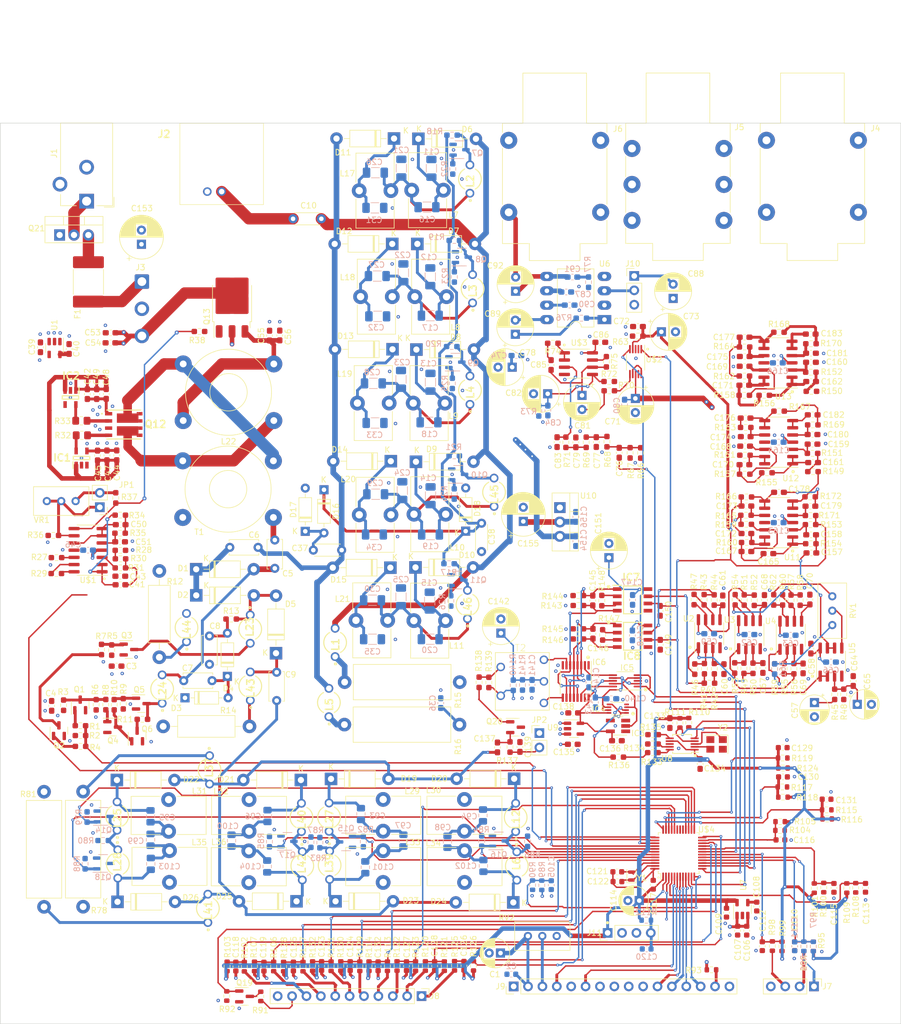
<source format=kicad_pcb>
(kicad_pcb (version 20221018) (generator pcbnew)
  (layers (0 "F.Cu" signal) (1 "In1.Cu" power "GND") (2 "In2.Cu" power "PWR") (31 "B.Cu" signal) (34 "B.Paste" user) (35 "F.Paste" user) (36 "B.SilkS" user "B.Silkscreen") (37 "F.SilkS" user "F.Silkscreen") (38 "B.Mask" user) (39 "F.Mask" user) (44 "Edge.Cuts" user))
  (net 0 "")
  (net 1 "VDD5")
  (net 2 "GND")
  (net 3 "VDD12")
  (net 4 "/TRSwitch/power_amp")
  (net 5 "Net-(D1-A)")
  (net 6 "Net-(D1-K)")
  (net 7 "/LPF/trswitch")
  (net 8 "Net-(D3-A)")
  (net 9 "Net-(D4-A)")
  (net 10 "Net-(D5-K)")
  (net 11 "/Preselector/input")
  (net 12 "/LPF/antenna")
  (net 13 "Net-(D10-A)")
  (net 14 "Net-(D6-K)")
  (net 15 "Net-(D7-K)")
  (net 16 "Net-(D8-K)")
  (net 17 "Net-(D9-K)")
  (net 18 "Net-(D10-K)")
  (net 19 "Net-(C16-Pad1)")
  (net 20 "Net-(C17-Pad1)")
  (net 21 "Net-(C18-Pad1)")
  (net 22 "Net-(C19-Pad1)")
  (net 23 "Net-(C20-Pad1)")
  (net 24 "Net-(D11-K)")
  (net 25 "Net-(D12-K)")
  (net 26 "Net-(D13-K)")
  (net 27 "Net-(D14-K)")
  (net 28 "Net-(D15-K)")
  (net 29 "Net-(D16-A)")
  (net 30 "/LPF/HV")
  (net 31 "/powerAmp/VCC5.0")
  (net 32 "Net-(C41-Pad1)")
  (net 33 "Net-(U$1A--IN)")
  (net 34 "Net-(U$1A-+IN)")
  (net 35 "Net-(C50-Pad1)")
  (net 36 "Net-(U$1B--IN)")
  (net 37 "Net-(U$1B-+IN)")
  (net 38 "Net-(Q13-E)")
  (net 39 "Net-(U2A-+)")
  (net 40 "Net-(U2B-+)")
  (net 41 "Net-(U5A-+)")
  (net 42 "Net-(U3A-+)")
  (net 43 "Net-(U3B-+)")
  (net 44 "Net-(U4A-+)")
  (net 45 "Net-(U4B-+)")
  (net 46 "/Audio/vbias")
  (net 47 "Net-(C76-Pad1)")
  (net 48 "/Audio/SIDETONE")
  (net 49 "Net-(C77-Pad2)")
  (net 50 "Net-(C79-Pad2)")
  (net 51 "Net-(C81-+)")
  (net 52 "Net-(C81--)")
  (net 53 "Net-(C82-+)")
  (net 54 "Net-(U$3B-+IN)")
  (net 55 "Net-(C85-Pad1)")
  (net 56 "Net-(C88-+)")
  (net 57 "Net-(C88--)")
  (net 58 "Net-(C89-+)")
  (net 59 "Net-(C89--)")
  (net 60 "Net-(U6-BYPASS)")
  (net 61 "Net-(C91-Pad1)")
  (net 62 "Net-(C92-+)")
  (net 63 "/Audio/audio_out")
  (net 64 "Net-(C93-Pad1)")
  (net 65 "Net-(D19-K)")
  (net 66 "Net-(C94-Pad1)")
  (net 67 "Net-(D20-K)")
  (net 68 "Net-(C95-Pad1)")
  (net 69 "Net-(D22-K)")
  (net 70 "Net-(C100-Pad2)")
  (net 71 "Net-(D21-K)")
  (net 72 "Net-(C101-Pad2)")
  (net 73 "Net-(C102-Pad2)")
  (net 74 "Net-(C103-Pad2)")
  (net 75 "Net-(C100-Pad1)")
  (net 76 "Net-(D23-K)")
  (net 77 "Net-(D24-K)")
  (net 78 "Net-(D26-K)")
  (net 79 "Net-(D25-K)")
  (net 80 "Net-(U$4-P1.0{slash}UCB0STE{slash}TA0CLK{slash}A0{slash}VEREF+)")
  (net 81 "Net-(U7-BP)")
  (net 82 "VDD3.3")
  (net 83 "Net-(U$4-P2.2{slash}ACLK{slash}COMP0.1)")
  (net 84 "Net-(U$4-P4.5{slash}UCB0SOMI{slash}UCB0SCL{slash}TA3.2)")
  (net 85 "Net-(U$4-P4.6{slash}UCB0SIMO{slash}UCB0SDA{slash}TA3.1)")
  (net 86 "Net-(U$4-P1.4{slash}UCA0TXD{slash}UCA0SIMO{slash}TA1.2{slash}TCK{slash}A4{slash}VREF+)")
  (net 87 "Net-(U$4-P5.6{slash}UCB0STE{slash}TA2.0)")
  (net 88 "Net-(U$4-P3.0{slash}TA2.2)")
  (net 89 "Net-(U$4-P5.7{slash}TA2.1{slash}COMP0.2)")
  (net 90 "Net-(U$4-P3.3{slash}TA2.1)")
  (net 91 "Net-(J11-Pin_4)")
  (net 92 "Net-(U$4-P2.0{slash}XOUT)")
  (net 93 "Net-(U$4-P2.1{slash}XIN)")
  (net 94 "Net-(U$4-P2.3{slash}TA2.0)")
  (net 95 "Net-(U$4-P3.4{slash}TA2CLK{slash}COMP0OUT)")
  (net 96 "Net-(U$4-P3.1{slash}UCA1STE)")
  (net 97 "Net-(U$4-P2.4{slash}UCA1CLK)")
  (net 98 "Net-(U$4-P3.7{slash}TA3.2)")
  (net 99 "Net-(U$4-P4.0{slash}TA3.1)")
  (net 100 "Net-(U$4-P4.1{slash}TA3.0)")
  (net 101 "Net-(U$4-P4.2{slash}TA3CLK)")
  (net 102 "Net-(U$4-P2.7{slash}UCB1STE)")
  (net 103 "Net-(U$4-P5.2{slash}UCA0TXD{slash}UCA0SIMO{slash}TB0.4)")
  (net 104 "/qsd/VCC3.3")
  (net 105 "Net-(Q20-S)")
  (net 106 "/qsd/rf_in")
  (net 107 "Net-(C139-Pad2)")
  (net 108 "Net-(C142-+)")
  (net 109 "/qsd/180-DEG")
  (net 110 "/qsd/0-DEG")
  (net 111 "/qsd/90-DEG")
  (net 112 "/qsd/270-DEG")
  (net 113 "/AudioFilters/HPLP Filters/in")
  (net 114 "Net-(C157-Pad2)")
  (net 115 "Net-(U11A-+)")
  (net 116 "Net-(U12A-+)")
  (net 117 "Net-(U13A-+)")
  (net 118 "Net-(C161-Pad1)")
  (net 119 "Net-(U12A--)")
  (net 120 "Net-(C162-Pad1)")
  (net 121 "Net-(U13A--)")
  (net 122 "Net-(U11A--)")
  (net 123 "Net-(C165-Pad2)")
  (net 124 "Net-(U11D-+)")
  (net 125 "Net-(U12D-+)")
  (net 126 "Net-(U13D-+)")
  (net 127 "Net-(C170-Pad1)")
  (net 128 "Net-(U12D--)")
  (net 129 "Net-(C171-Pad1)")
  (net 130 "Net-(U13D--)")
  (net 131 "Net-(U11D--)")
  (net 132 "Net-(C172-Pad2)")
  (net 133 "Net-(U11C-+)")
  (net 134 "Net-(U12C-+)")
  (net 135 "Net-(U13C-+)")
  (net 136 "Net-(C176-Pad1)")
  (net 137 "Net-(U12C--)")
  (net 138 "Net-(C177-Pad1)")
  (net 139 "Net-(U13C--)")
  (net 140 "Net-(U11C--)")
  (net 141 "Net-(C178-Pad2)")
  (net 142 "Net-(U11B-+)")
  (net 143 "Net-(U12B-+)")
  (net 144 "Net-(U13B-+)")
  (net 145 "Net-(C182-Pad1)")
  (net 146 "/Audio/audio_narrow")
  (net 147 "Net-(C183-Pad1)")
  (net 148 "/Audio/audio_wide")
  (net 149 "Net-(D2-A)")
  (net 150 "Net-(Q21-S)")
  (net 151 "/powerInput/PWR_SWTCH")
  (net 152 "/clock/CLK1")
  (net 153 "Net-(IC1-OUT)")
  (net 154 "Net-(IC2-OUT)")
  (net 156 "/qsd/P1")
  (net 157 "Net-(IC3-Y)")
  (net 158 "/qsd/CLK0")
  (net 159 "/qsd/P0")
  (net 160 "/controller/SIDEBAND_SEL")
  (net 161 "/qsd/QCLK")
  (net 162 "/qsd/ICLK")
  (net 163 "Net-(IC6-1A)")
  (net 164 "Net-(IC6-2A)")
  (net 165 "Net-(IC7-RG_1)")
  (net 166 "Net-(IC7-RG_2)")
  (net 167 "/AudioFilters/I")
  (net 168 "Net-(IC8-RG_1)")
  (net 169 "Net-(IC8-RG_2)")
  (net 170 "/AudioFilters/Q")
  (net 171 "/powerInput/PWR_IN")
  (net 173 "/STRAIGHT_KEY")
  (net 175 "/PADDLE_DIT")
  (net 178 "/PADDLE_DAH")
  (net 182 "/ENCODER_A")
  (net 183 "/ENCODER_B")
  (net 184 "/ENCODER_SW")
  (net 185 "/BTN_SPOT")
  (net 186 "/BTN_MENU")
  (net 187 "/BTN_TUNE")
  (net 188 "/BTN_MODE")
  (net 189 "/BTN_FILTER_SEL")
  (net 190 "/BTN_DIGIT_SEL")
  (net 191 "/BTN_BAND_SEL")
  (net 192 "/BTN_MUTE")
  (net 193 "/BTN_TXMODE")
  (net 194 "/TX_LED")
  (net 195 "/LCD_VO")
  (net 196 "/LCD_RS")
  (net 197 "/LCD_E")
  (net 202 "/LCD_DB4")
  (net 203 "/LCD_DB5")
  (net 204 "/LCD_DB6")
  (net 205 "/LCD_DB7")
  (net 206 "/LCD_A")
  (net 207 "Net-(J10-Pin_2)")
  (net 208 "Net-(J11-Pin_3)")
  (net 209 "Net-(U$1C--IN)")
  (net 210 "Net-(VR1-CW)")
  (net 211 "Net-(Q5-D)")
  (net 212 "Net-(Q3-D)")
  (net 213 "Net-(L5-Pad1)")
  (net 214 "Net-(Q7-D)")
  (net 215 "Net-(Q8-D)")
  (net 216 "Net-(Q9-D)")
  (net 217 "Net-(Q10-D)")
  (net 218 "Net-(Q11-D)")
  (net 219 "Net-(T1-AA)")
  (net 220 "Net-(T1-AB)")
  (net 221 "Net-(Q15-D)")
  (net 222 "Net-(Q16-D)")
  (net 223 "Net-(Q17-D)")
  (net 224 "Net-(Q14-D)")
  (net 225 "Net-(Q1-B)")
  (net 226 "Net-(Q1-C)")
  (net 227 "Net-(Q2-B)")
  (net 228 "Net-(Q2-C)")
  (net 229 "Net-(Q3-G)")
  (net 230 "Net-(Q4-B)")
  (net 231 "Net-(Q4-C)")
  (net 232 "Net-(Q5-G)")
  (net 233 "Net-(Q6-D)")
  (net 234 "/40M")
  (net 235 "/30M")
  (net 236 "/20M")
  (net 237 "/17M")
  (net 238 "/15M")
  (net 239 "Net-(Q12A-G)")
  (net 240 "Net-(Q12B-G)")
  (net 241 "Net-(Q13-B)")
  (net 242 "Net-(Q19-G)")
  (net 243 "Net-(Q19-D)")
  (net 244 "Net-(Q20-D)")
  (net 245 "/TRSwitch/~{T}{slash}R")
  (net 246 "Net-(U$1D-+IN)")
  (net 247 "/controller/CWTX_OUT")
  (net 248 "Net-(U$1D-OUT)")
  (net 249 "Net-(U$1D--IN)")
  (net 250 "Net-(U$1C-OUT)")
  (net 251 "Net-(R40-Pad2)")
  (net 252 "Net-(U2A--)")
  (net 253 "Net-(U2B--)")
  (net 254 "Net-(R46-Pad2)")
  (net 255 "Net-(R47-Pad2)")
  (net 256 "Net-(U3A--)")
  (net 257 "Net-(U3B--)")
  (net 258 "Net-(R53-Pad2)")
  (net 259 "Net-(R54-Pad2)")
  (net 260 "Net-(U4A--)")
  (net 261 "Net-(U4B--)")
  (net 262 "Net-(R59-Pad2)")
  (net 263 "Net-(R60-Pad2)")
  (net 264 "Net-(R61-Pad2)")
  (net 265 "Net-(R62-Pad2)")
  (net 266 "/Audio/filt_sel")
  (net 267 "/Audio/mute")
  (net 268 "Net-(U$2-COM2)")
  (net 269 "Net-(U$3B--IN)")
  (net 270 "Net-(R76-Pad1)")
  (net 271 "/controller/P5.6")
  (net 272 "/controller/P3.0")
  (net 273 "/controller/P1.4")
  (net 274 "/clock/SDA")
  (net 275 "/clock/SCL")
  (net 276 "Net-(U8-CLK0)")
  (net 277 "/clock/CLK0")
  (net 278 "Net-(U8-CLK1)")
  (net 279 "Net-(U8-CLK2)")
  (net 280 "/clock/CLK2")
  (net 281 "Net-(R138-Pad1)")
  (net 282 "Net-(U11B--)")
  (net 283 "Net-(U5B-+)")
  (net 284 "Net-(U$2-COM1)")
  (net 289 "Net-(U8-XA)")
  (net 290 "Net-(U8-XB)")
  (net 292 "Net-(L1-Pad1)")
  (net 293 "Net-(L37-Pad1)")
  (net 294 "Net-(L41-Pad1)")
  (net 295 "Net-(L43-Pad1)")
  (net 296 "Net-(L44-Pad1)")
  (footprint "Capacitor_SMD:C_0603_1608Metric" (layer "F.Cu") (at 118.8 220.89 -90)
    (fp_text reference "C119")
    (fp_text value "0.1uF")
  )
  (footprint "Resistor_SMD:R_0603_1608Metric_Pad0.98x0.95mm_HandSolder" (layer "F.Cu") (at 207.135 120.045 180)
    (fp_text reference "R156")
    (fp_text value "8.06K")
  )
  (footprint "Capacitor_SMD:C_0603_1608Metric_Pad1.08x0.95mm_HandSolder" (layer "F.Cu") (at 164 182.12 -90)
    (fp_text reference "C139")
    (fp_text value "0.1uF")
  )
  (footprint "Resistor_SMD:R_0603_1608Metric_Pad0.98x0.95mm_HandSolder" (layer "F.Cu") (at 219.57 172.8275 90)
    (fp_text reference "R45")
    (fp_text value "10K")
  )
  (footprint "Diode_THT:D_DO-41_SOD81_P10.16mm_Horizontal" (layer "F.Cu") (at 162.83 209.557635 180)
    (fp_text reference "D24")
    (fp_text value "1N4007")
  )
  (footprint "Capacitor_SMD:C_0603_1608Metric_Pad1.08x0.95mm_HandSolder" (layer "F.Cu") (at 121.595 109.485 -90)
    (fp_text reference "C56")
    (fp_text value "1uF")
  )
  (footprint "Resistor_SMD:R_0603_1608Metric_Pad0.98x0.95mm_HandSolder" (layer "F.Cu") (at 113.02 159.54)
    (fp_text reference "R13")
    (fp_text value "47K")
  )
  (footprint "Capacitor_THT:C_Disc_D5.0mm_W2.5mm_P5.00mm" (layer "F.Cu") (at 104.64 170.42)
    (fp_text reference "C7")
    (fp_text value "15pF")
  )
  (footprint "Package_TO_SOT_SMD:TO-252-3_TabPin4" (layer "F.Cu") (at 113.17 103.735 90)
    (fp_text reference "Q13")
    (fp_text value "NSS1C301ET4G")
  )
  (footprint "SamacSys_Parts:DMN10H220LPDW13" (layer "F.Cu") (at 96.645 125.205 -90)
    (fp_text reference "Q12")
    (fp_text value "DMN10H220LPDW" hide)
  )
  (footprint "Package_SO:SOIC-8_3.9x4.9mm_P1.27mm" (layer "F.Cu") (at 204.52 162.3025 90)
    (fp_text reference "U3")
    (fp_text value "OPA1678")
  )
  (footprint "SamacSys_Parts:B78148E" (layer "F.Cu") (at 92.875 194.307635 90)
    (fp_text reference "L25")
    (fp_text value "B78148E1473J000" hide)
  )
  (footprint "Capacitor_SMD:C_0603_1608Metric_Pad1.08x0.95mm_HandSolder" (layer "F.Cu") (at 173.87 128.35 -90)
    (fp_text reference "C79")
    (fp_text value "0.1uF")
  )
  (footprint "Capacitor_SMD:C_0603_1608Metric" (layer "F.Cu") (at 219.44 206.99 -90)
    (fp_text reference "C115")
    (fp_text value "0.1uF")
  )
  (footprint "Resistor_SMD:R_0603_1608Metric_Pad0.98x0.95mm_HandSolder" (layer "F.Cu") (at 90.88 174.65 -90)
    (fp_text reference "R8")
    (fp_text value "1K")
  )
  (footprint "SamacSys_Parts:B78148E" (layer "F.Cu") (at 125.575 203.1 -90)
    (fp_text reference "L42")
    (fp_text value "B78148E1473J000" hide)
  )
  (footprint "Package_TO_SOT_THT:TO-220-3_Vertical" (layer "F.Cu") (at 82.725 91.75)
    (fp_text reference "Q21")
    (fp_text value "IRF9540")
  )
  (footprint "Resistor_SMD:R_0603_1608Metric" (layer "F.Cu") (at 208.565 217.265 90)
    (fp_text reference "R98")
    (fp_text value "39K")
  )
  (footprint "Capacitor_SMD:C_0603_1608Metric_Pad1.08x0.95mm_HandSolder" (layer "F.Cu") (at 203.61 118.27)
    (fp_text reference "C171")
    (fp_text value "0.0056uF")
  )
  (footprint "Resistor_SMD:R_0603_1608Metric_Pad0.98x0.95mm_HandSolder" (layer "F.Cu") (at 210.645 168.3025 90)
    (fp_text reference "R55")
    (fp_text value "10K")
  )
  (footprint "Capacitor_SMD:C_0603_1608Metric" (layer "F.Cu") (at 210.44 187.405)
    (fp_text reference "C130")
    (fp_text value "0.1uF")
  )
  (footprint "Resistor_SMD:R_0603_1608Metric_Pad0.98x0.95mm_HandSolder" (layer "F.Cu") (at 215.385 110.945 180)
    (fp_text reference "R170")
    (fp_text value "4.32K")
  )
  (footprint "Capacitor_SMD:C_0603_1608Metric_Pad1.08x0.95mm_HandSolder" (layer "F.Cu") (at 215.66 128.67)
    (fp_text reference "C159")
    (fp_text value "0.012uF")
  )
  (footprint "Capacitor_THT:CP_Radial_D5.0mm_P2.00mm" (layer "F.Cu") (at 185.065112 209.24 180)
    (fp_text reference "C114")
    (fp_text value "10uF")
  )
  (footprint "Capacitor_SMD:C_0603_1608Metric" (layer "F.Cu") (at 209.995 198.525)
    (fp_text reference "C116")
    (fp_text value "0.1uF")
  )
  (footprint "Capacitor_SMD:C_0603_1608Metric_Pad1.08x0.95mm_HandSolder" (layer "F.Cu") (at 203.635 132.295)
    (fp_text reference "C170")
    (fp_text value "0.018uF")
  )
  (footprint "Resistor_SMD:R_0603_1608Metric" (layer "F.Cu") (at 135.73 220.83 90)
    (fp_text reference "R129")
    (fp_text value "39k")
  )
  (footprint "Resistor_SMD:R_0603_1608Metric_Pad0.98x0.95mm_HandSolder" (layer "F.Cu") (at 203.635 116.645 180)
    (fp_text reference "R162")
    (fp_text value "6.04K")
  )
  (footprint "Crystal:Crystal_SMD_Abracon_ABM8G-4Pin_3.2x2.5mm" (layer "F.Cu") (at 198.72 181.67 180)
    (fp_text reference "Y2")
    (fp_text value "25MHz")
  )
  (footprint "Capacitor_SMD:C_0603_1608Metric_Pad1.08x0.95mm_HandSolder" (layer "F.Cu") (at 91.73 109.01)
    (fp_text reference "C53")
    (fp_text value "0.01uF")
  )
  (footprint "Resistor_SMD:R_0603_1608Metric_Pad0.98x0.95mm_HandSolder" (layer "F.Cu") (at 208.97 168.3525 -90)
    (fp_text reference "R59")
    (fp_text value "10K")
  )
  (footprint "Resistor_SMD:R_0603_1608Metric_Pad0.98x0.95mm_HandSolder" (layer "F.Cu") (at 97.34 177.24)
    (fp_text reference "R11")
    (fp_text value "0")
  )
  (footprint "Package_TO_SOT_SMD:SOT-23" (layer "F.Cu") (at 115.38 226.15)
    (fp_text reference "Q19")
    (fp_text value "MOSFET-NCHANNELBSS138")
  )
  (footprint "Resistor_SMD:R_0603_1608Metric_Pad0.98x0.95mm_HandSolder" (layer "F.Cu") (at 215.46 119.345 180)
    (fp_text reference "R150")
    (fp_text value "10.5K")
  )
  (footprint "Resistor_SMD:R_0603_1608Metric_Pad0.98x0.95mm_HandSolder" (layer "F.Cu") (at 203.545 168.2275 90)
    (fp_text reference "R49")
    (fp_text value "10K")
  )
  (footprint "Resistor_SMD:R_0603_1608Metric" (layer "F.Cu") (at 221.71 207.03 -90)
    (fp_text reference "R109")
    (fp_text value "1K")
  )
  (footprint "Resistor_SMD:R_0603_1608Metric" (layer "F.Cu") (at 132.37 220.79 -90)
    (fp_text reference "R130")
    (fp_text value "1K")
  )
  (footprint "Resistor_SMD:R_0603_1608Metric" (layer "F.Cu") (at 210.34 189.18)
    (fp_text reference "R117")
    (fp_text value "39K")
  )
  (footprint "Capacitor_THT:CP_Radial_D5.0mm_P2.50mm" (layer "F.Cu") (at 223.564888 174.6025)
    (fp_text reference "C65")
    (fp_text value "4.7uF")
  )
  (footprint "Resistor_SMD:R_0603_1608Metric" (layer "F.Cu") (at 122.27 220.89 -90)
    (fp_text reference "R128")
    (fp_text value "1K")
  )
  (footprint "Package_SO:VSSOP-10_3x3mm_P0.5mm" (layer "F.Cu") (at 182.61 170.45 180)
    (fp_text reference "IC5")
    (fp_text value "TS5A23157")
  )
  (footprint "SamacSys_Parts:SOT95P280X145-5N" (layer "F.Cu") (at 84.643762 120.43 -90)
    (fp_text reference "IC2")
    (fp_text value "UCC27517DBVR" hide)
  )
  (footprint "Capacitor_SMD:C_0603_1608Metric_Pad1.08x0.95mm_HandSolder" (layer "F.Cu") (at 188.75 158.09 90)
    (fp_text reference "C150")
    (fp_text value "0.1uF")
  )
  (footprint "Resistor_SMD:R_0603_1608Metric_Pad0.98x0.95mm_HandSolder" (layer "F.Cu") (at 107.42 108.78 180)
    (fp_text reference "R38")
    (fp_text value "0")
  )
  (footprint "Resistor_SMD:R_0603_1608Metric_Pad0.98x0.95mm_HandSolder" (layer "F.Cu") (at 203.735 130.62 180)
    (fp_text reference "R161")
    (fp_text value "8.66K")
  )
  (footprint "Capacitor_SMD:C_0603_1608Metric_Pad1.08x0.95mm_HandSolder" (layer "F.Cu") (at 199.81 156.25 90)
    (fp_text reference "C61")
    (fp_text value "0.01u")
  )
  (footprint "Resistor_SMD:R_0603_1608Metric_Pad0.98x0.95mm_HandSolder" (layer "F.Cu") (at 175.7 128.34 -90)
    (fp_text reference "R69")
    (fp_text value "10K")
  )
  (footprint "Resistor_SMD:R_0603_1608Metric_Pad0.98x0.95mm_HandSolder" (layer "F.Cu") (at 215.31 142.87 180)
    (fp_text reference "R153")
    (fp_text value "1.02K")
  )
  (footprint "Capacitor_THT:CP_Radial_D6.3mm_P2.50mm" (layer "F.Cu") (at 168.90238 119.78 180)
    (fp_text reference "C82")
    (fp_text value "4.7uF")
  )
  (footprint "Capacitor_SMD:C_0603_1608Metric" (layer "F.Cu") (at 128.98 220.78 -90)
    (fp_text reference "C123")
    (fp_text value "0.1uF")
  )
  (footprint "Diode_THT:D_DO-41_SOD81_P10.16mm_Horizontal" (layer "F.Cu") (at 124.555 209.357635 180)
    (fp_text reference "D25")
    (fp_text value "1N4007")
  )
  (footprint "Package_TO_SOT_SMD:SOT-23" (layer "F.Cu") (at 163.225 178.63)
    (fp_text reference "Q20")
    (fp_text value "J309")
  )
  (footprint "Inductor_THT:L_Toroid_Vertical_L13.0mm_W6.5mm_P5.60mm" (layer "F.Cu") (at 139.85 196.982635 180)
    (fp_text reference "L29")
    (fp_text value "341nH")
  )
  (footprint "Capacitor_SMD:C_0603_1608Metric_Pad1.08x0.95mm_HandSolder" (layer "F.Cu") (at 173.4 176.11)
    (fp_text reference "C138")
    (fp_text value "1uF")
  )
  (footprint "Capacitor_THT:C_Disc_D5.0mm_W2.5mm_P5.00mm" (layer "F.Cu") (at 112.77 146.89)
    (fp_text reference "C6")
    (fp_text value "0.1uF")
  )
  (footprint "Package_QFP:LQFP-48_7x7mm_P0.5mm" (layer "F.Cu") (at 192.035 200.865 90)
    (fp_text reference "U$4")
    (fp_text value "MSP430FR2476TPT")
  )
  (footprint "Connector_PinHeader_2.54mm:PinHeader_1x02_P2.54mm_Vertical" (layer "F.Cu") (at 89.82 139.8 180)
    (fp_text reference "JP1")
    (fp_text value "M02PTH")
  )
  (footprint "Resistor_SMD:R_0603_1608Metric_Pad0.98x0.95mm_HandSolder" (layer "F.Cu") (at 169.81 110.86 180)
    (fp_text reference "R74")
    (fp_text value "11K")
  )
  (footprint "Capacitor_SMD:C_0603_1608Metric_Pad1.08x0.95mm_HandSolder" (layer "F.Cu") (at 213.995 168.2525 -90)
    (fp_text reference "C69")
    (fp_text value "0.01u")
  )
  (footprint "Resistor_SMD:R_0603_1608Metric_Pad0.98x0.95mm_HandSolder" (layer "F.Cu") (at 86.42 182.02 180)
    (fp_text reference "R4")
    (fp_text value "1K")
  )
  (footprint "SamacSys_Parts:B78148E" (layer "F.Cu") (at 125.425 194.557635 90)
    (fp_text reference "L40")
    (fp_text value "B78148E1473J000" hide)
  )
  (footprint "Capacitor_SMD:C_0603_1608Metric_Pad1.08x0.95mm_HandSolder" (layer "F.Cu") (at 160.03 182.2 -90)
    (fp_text reference "C137")
    (fp_text value "0.01uF")
  )
  (footprint "Capacitor_THT:C_Disc_D4.3mm_W1.9mm_P5.00mm" (layer "F.Cu") (at 123.94 88.89)
    (fp_text reference "C10")
    (fp_text value "0.1uF")
  )
  (footprint "Resistor_SMD:R_0603_1608Metric" (layer "F.Cu") (at 140.6 220.82 -90)
    (fp_text reference "R113")
    (fp_text value "39K")
  )
  (footprint "Package_SO:SOIC-14_3.9x8.7mm_P1.27mm" (layer "F.Cu") (at 209.56 114.32 180)
    (fp_text reference "U13")
    (fp_text value "OPA1679")
  )
  (footprint "Resistor_SMD:R_0603_1608Metric_Pad0.98x0.95mm_HandSolder" (layer "F.Cu") (at 197.46 170.8675)
    (fp_text reference "R40")
    (fp_text value "1.5K")
  )
  (footprint "Capacitor_SMD:C_0603_1608Metric_Pad1.08x0.95mm_HandSolder" (layer "F.Cu") (at 203.76 129.02 180)
    (fp_text reference "C168")
    (fp_text value "0.012uF")
  )
  (footprint "Inductor_THT:L_Toroid_Vertical_L13.0mm_W6.5mm_P5.60mm" (layer "F.Cu") (at 154.225 200.432635)
    (fp_text reference "L34")
    (fp_text value "284nH")
  )
  (footprint "Package_TO_SOT_SMD:SOT-23-5_HandSoldering" (layer "F.Cu") (at 181.32 178.41 180)
    (fp_text reference "IC3")
    (fp_text value "SN74LVC1G04DBVT")
  )
  (footprint "Connector_Audio:Jack_6.35mm_Neutrik_NMJ4HFD3_Horizontal" (layer "F.Cu") (at 162.025 87.745 90)
    (fp_text reference "J6")
    (fp_text value "AudioJack2_Switch")
  )
  (footprint "Capacitor_SMD:C_0603_1608Metric_Pad1.08x0.95mm_HandSolder" (layer "F.Cu") (at 188.77 164.08 -90)
    (fp_text reference "C149")
    (fp_text value "0.1uF")
  )
  (footprint "Transformer_THT:Transformer_Toroid_Horizontal_D14.0mm_Amidon-T50" (layer "F.Cu") (at 120.545 114.51 180)
    (fp_text reference "L22")
    (fp_text value "L_Ferrite_Coupled")
  )
  (footprint "Resistor_SMD:R_0603_1608Metric" (layer "F.Cu") (at 218.165 193.22)
    (fp_text reference "R115")
    (fp_text value "39K")
  )
  (footprint "Inductor_THT:L_Toroid_Vertical_L13.0mm_W6.5mm_P5.60mm" (layer "F.Cu") (at 139.85 200.432635)
    (fp_text reference "L33")
    (fp_text value "341nH")
  )
  (footprint "Resistor_SMD:R_0603_1608Metric_Pad0.98x0.95mm_HandSolder" (layer "F.Cu") (at 207.61 133.72 180)
    (fp_text reference "R155")
    (fp_text value "11K")
  )
  (footprint "Capacitor_SMD:C_0603_1608Metric" (layer "F.Cu") (at 134.03 220.79 -90)
    (fp_text reference "C124")
    (fp_text value "0.1uF")
  )
  (footprint "Package_TO_SOT_SMD:SOT-23-5" (layer "F.Cu") (at 173.53 178.89)
    (fp_text reference "U9")
    (fp_text value "MCP1802x-xx02xOT")
  )
  (footprint "SamacSys_Parts:SOIC127P600X175-8N" (layer "F.Cu") (at 183.89 162.58)
    (fp_text reference "IC8")
    (fp_text value "INA821ID" hide)
  )
  (footprint "Capacitor_SMD:C_0603_1608Metric_Pad1.08x0.95mm_HandSolder" (layer "F.Cu") (at 207.87 147.99 180)
    (fp_text reference "C165")
    (fp_text value "1uF")
  )
  (footprint "SamacSys_Parts:B78148E" (layer "F.Cu") (at 163.45 203.132635 -90)
    (fp_text reference "L6")
    (fp_text value "B78148E1473J000" hide)
  )
  (footprint "Capacitor_SMD:C_0603_1608Metric_Pad1.08x0.95mm_HandSolder" (layer "F.Cu") (at 215.335 109.245 180)
    (fp_text reference "C183")
    (fp_text value "0.1uF")
  )
  (footprint "Resistor_SMD:R_0603_1608Metric" (layer "F.Cu") (at 127.39 220.8 -90)
    (fp_text reference "R132")
    (fp_text value "1K")
  )
  (footprint "Resistor_SMD:R_0603_1608Metric" (layer "F.Cu") (at 125.7 220.89 90)
    (fp_text reference "R127")
    (fp_text value "39k")
  )
  (footprint "SamacSys_Parts:B78148E" (layer "F.Cu") (at 116.39 171.38 90)
    (fp_text reference "L43")
    (fp_text value "B78148E1473J000" hide)
  )
  (footprint "Capacitor_SMD:C_0603_1608Metric_Pad1.08x0.95mm_HandSolder" (layer "F.Cu") (at 215.385 114.22)
    (fp_text reference "C160")
    (fp_text value "0.0033uF")
  )
  (footprint "Capacitor_THT:C_Disc_D4.3mm_W1.9mm_P5.00mm" (layer "F.Cu") (at 127.52 147.375)
    (fp_text reference "C37")
    (fp_text value "15pF")
  )
  (footprint "Capacitor_THT:CP_Radial_D6.3mm_P2.50mm" (layer "F.Cu") (at 191.05 102.942379 90)
    (fp_text reference "C88")
    (fp_text value "100uF")
  )
  (footprint "Resistor_SMD:R_0805_2012Metric_Pad1.20x1.40mm_HandSolder" (layer "F.Cu") (at 86.563762 124.54)
    (property "Value" "603-RC0603FR-0733KL")
    (fp_text reference "R33")
    (fp_text value "0")
  )
  (footprint "Capacitor_THT:CP_Radial_D6.3mm_P2.50mm" (layer "F.Cu") (at 188.967621 108.84)
    (fp_text reference "C73")
    (fp_text value "4.7uF")
  )
  (footprint "Resistor_SMD:R_0603_1608Metric_Pad0.98x0.95mm_HandSolder" (layer "F.Cu") (at 187.465 183.12 180)
    (fp_text reference "R133")
    (fp_text value "0")
  )
  (footprint "Capacitor_SMD:C_0603_1608Metric_Pad1.08x0.95mm_HandSolder" (layer "F.Cu") (at 93.4 145.91)
    (property "Value" "80-C0603C223K3R")
    (fp_text reference "C51")
    (fp_text value "0.022uF")
  )
  (footprint "Package_TO_SOT_SMD:SOT-23" (layer "F.Cu") (at 97.15 174.47)
    (fp_text reference "Q5")
    (fp_text value "PMV240SP")
  )
  (footprint "Resistor_SMD:R_0603_1608Metric" (layer "F.Cu") (at 223.285 206.98 90)
    (fp_text reference "R108")
    (fp_text value "39K")
  )
  (footprint "Capacitor_SMD:C_0603_1608Metric" (layer "F.Cu") (at 202.44 214.545 -90)
    (fp_text reference "C107")
    (fp_text value "0.1uF")
  )
  (footprint "Inductor_THT:L_Toroid_Vertical_L13.0mm_W6.5mm_P5.60mm" (layer "F.Cu") (at 135.05 159.77 90)
    (fp_text reference "L21")
    (fp_text value "207nH")
  )
  (footprint "Capacitor_THT:C_Disc_D4.3mm_W1.9mm_P5.00mm" (layer "F.Cu") (at 157.22 142.625 -90)
    (fp_text reference "C38")
    (fp_text value "470pF")
  )
  (footprint "Capacitor_SMD:C_0603_1608Metric" (layer "F.Cu") (at 218.14 191.345)
    (fp_text reference "C131")
    (fp_text value "0.1uF")
  )
  (footprint "Inductor_THT:L_Toroid_Vertical_L13.0mm_W6.5mm_P5.60mm" (layer "F.Cu") (at 101.975 197.007635 180)
    (fp_text reference "L31")
    (fp_text value "852nH")
  )
  (footprint "Capacitor_SMD:C_0603_1608Metric_Pad1.08x0.95mm_HandSolder" (layer "F.Cu") (at 215.685 123.495 180)
    (fp_text reference "C182")
    (fp_text value "0.33uF")
  )
  (footprint "Diode_THT:D_DO-41_SOD81_P10.16mm_Horizontal" (layer "F.Cu") (at 145.89 93.325)
    (fp_text reference "D7")
    (fp_text value "1N4007")
  )
  (footprint "Capacitor_SMD:C_0603_1608Metric_Pad1.08x0.95mm_HandSolder" (layer "F.Cu") (at 93.47 153.49 180)
    (property "Value" "710-885012206073")
    (fp_text reference "C41")
    (fp_text value "89p")
  )
  (footprint "SamacSys_Parts:B78148E" (layer "F.Cu") (at 130.27 174.275 90)
    (fp_text reference "L5")
    (fp_text value "B78148E1473J000" hide)
  )
  (footprint "Resistor_SMD:R_0603_1608Metric_Pad0.98x0.95mm_HandSolder" (layer "F.Cu") (at 213.47 156.1975 -90)
    (fp_text reference "R58")
    (fp_text value "178K")
  )
  (footprint "Capacitor_SMD:C_0603_1608Metric_Pad1.08x0.95mm_HandSolder" (layer "F.Cu") (at 92.78 167.85)
    (fp_text reference "C3")
    (fp_text value "1uF")
  )
  (footprint "Capacitor_SMD:C_0603_1608Metric_Pad1.08x0.95mm_HandSolder" (layer "F.Cu") (at 184.84 107.91 180)
    (fp_text reference "C72")
    (fp_text value "0.1uF")
  )
  (footprint "Resistor_SMD:R_0603_1608Metric_Pad0.98x0.95mm_HandSolder" (layer "F.Cu") (at 215.36 146.245 180)
    (fp_text reference "R154")
    (fp_text value "866")
  )
  (footprint "Resistor_SMD:R_0603_1608Metric_Pad0.98x0.95mm_HandSolder" (layer "F.Cu") (at 82.18 148.7)
    (fp_text reference "R27")
    (fp_text value "0")
  )
  (footprint "Inductor_THT:L_Toroid_Vertical_L13.0mm_W6.5mm_P5.60mm" (layer "F.Cu") (at 102.125 200.407635)
    (fp_text reference "L35")
    (fp_text value "852nH")
  )
  (footprint "Capacitor_SMD:C_0603_1608Metric_Pad1.08x0.95mm_HandSolder" (layer "F.Cu") (at 203.685 113.195 180)
    (fp_text reference "C175")
    (fp_text value "0.0033uF")
  )
  (footprint "Resistor_SMD:R_0603_1608Metric_Pad0.98x0.95mm_HandSolder" (layer "F.Cu") (at 203.66 111.52)
    (fp_text reference "R164")
    (fp_text value "11.8K")
  )
  (footprint "Capacitor_SMD:C_0603_1608Metric_Pad1.08x0.95mm_HandSolder" (layer "F.Cu") (at 215.385 112.62)
    (fp_text reference "C181")
    (fp_text value "0.0033uF")
  )
  (footprint "Resistor_SMD:R_0603_1608Metric_Pad0.98x0.95mm_HandSolder" (layer "F.Cu") (at 215.36 115.97 180)
    (fp_text reference "R152")
    (fp_text value "21K")
  )
  (footprint "Capacitor_SMD:C_0603_1608Metric_Pad1.08x0.95mm_HandSolder" (layer "F.Cu") (at 207.17 156.1775 90)
    (fp_text reference "C68")
    (fp_text value "0.01u")
  )
  (footprint "Resistor_SMD:R_0603_1608Metric_Pad0.98x0.95mm_HandSolder" (layer "F.Cu") (at 174.3 155.4)
    (fp_text reference "R144")
    (fp_text value "47k")
  )
  (footprint "Resistor_SMD:R_0603_1608Metric" (layer "F.Cu") (at 214.125 217.315 90)
    (fp_text reference "R94")
    (fp_text value "39K")
  )
  (footprint "Capacitor_SMD:C_0603_1608Metric" (layer "F.Cu") (at 138.96 220.83 -90)
    (fp_text reference "C132")
    (fp_text value "0.1uF")
  )
  (footprint "Resistor_SMD:R_0603_1608Metric_Pad0.98x0.95mm_HandSolder" (layer "F.Cu") (at 184.8 109.6)
    (fp_text reference "R63")
    (fp_text value "10K")
  )
  (footprint "Capacitor_SMD:C_0603_1608Metric" (layer "F.Cu") (at 225.01 206.98 -90)
    (fp_text reference "C113")
    (fp_text value "0.1uF")
  )
  (footprint "Diode_THT:D_DO-41_SOD81_P10.16mm_Horizontal" (layer "F.Cu") (at 141.2 131.675 180)
    (fp_text reference "D14")
    (fp_text value "1N4007")
  )
  (footprint "Capacitor_SMD:C_0603_1608Metric_Pad1.08x0.95mm_HandSolder" (layer "F.Cu") (at 203.66 114.92 180)
    (fp_text reference "C169")
    (fp_text value "0.0033uF")
  )
  (footprint "Capacitor_SMD:C_0603_1608Metric_Pad1.08x0.95mm_HandSolder" (layer "F.Cu") (at 169.5 114.7 -90)
    (fp_text reference "C85")
    (fp_text value "4.7uF")
  )
  (footprint "Capacitor_SMD:C_0603_1608Metric" (layer "F.Cu") (at 206.79 217.29 -90)
    (fp_text reference "C112")
    (fp_text value "0.1uF")
  )
  (footprint "Inductor_THT:L_Toroid_Vertical_L13.0mm_W6.5mm_P5.60mm" (layer "F.Cu") (at 135.31 121.42 90)
    (fp_text reference "L19")
    (fp_text value "311nH")
  )
  (footprint "Capacitor_SMD:C_0603_1608Metric" (layer "F.Cu") (at 124 220.87 -90)
    (fp_text reference "C125")
    (fp_text value "0.1uF")
  )
  (footprint "Capacitor_SMD:C_0603_1608Metric_Pad1.08x0.95mm_HandSolder" (layer "F.Cu") (at 89.278762 119.835 -90)
    (fp_text reference "C49")
    (fp_text value "1uF")
  )
  (footprint "Package_SO:SOIC-14_3.9x8.7mm_P1.27mm" (layer "F.Cu") (at 87.75 147.385 180)
    (fp_text reference "U$1")
    (fp_text value "OPA1679IDR")
  )
  (footprint "Resistor_SMD:R_0603_1608Metric" (layer "F.Cu") (at 118.24 226.15 -90)
    (fp_text reference "R91")
    (fp_text value "220")
  )
  (footprint "Capacitor_THT:CP_Radial_D7.5mm_P2.50mm" (layer "F.Cu") (at 97.175 93.386395 90)
    (fp_text reference "C153")
    (fp_text value "47uF")
  )
  (footprint "Resistor_SMD:R_0603_1608Metric" (layer "F.Cu") (at 210.44 190.98 180)
    (fp_text reference "R118")
    (fp_text value "1K")
  )
  (footprint "Diode_THT:D_DO-35_SOD27_P7.62mm_Horizontal" (layer "F.Cu") (at 154.42 144.025 90)
    (fp_text reference "D18")
    (fp_text value "1N914")
  )
  (footprint "Capacitor_SMD:C_0603_1608Metric_Pad1.08x0.95mm_HandSolder" (layer "F.Cu") (at 81.32 174.86 90)
    (fp_text reference "C4")
    (fp_text value "0.1uF")
  )
  (footprint "Connector_Audio:Jack_6.35mm_Neutrik_NMJ4HFD3_Horizontal" (layer "F.Cu") (at 207.525 87.735 90)
    (fp_text reference "J4")
    (fp_text value "AudioJack2_Switch")
  )
  (footprint "Capacitor_THT:CP_Radial_D6.3mm_P2.50mm" (layer "F.Cu") (at 163.18 109.282379 90)
    (fp_text reference "C89")
    (fp_text value "DNS")
  )
  (footprint "Capacitor_SMD:C_0603_1608Metric" (layer "F.Cu") (at 113.84 220.88 -90)
    (fp_text reference "C118")
    (fp_text value "0.1uF")
  )
  (footprint "Resistor_SMD:R_0603_1608Metric_Pad0.98x0.95mm_HandSolder" (layer "F.Cu") (at 92.64 138.16 -90)
    (fp_text reference "R37")
    (fp_text value "0")
  )
  (footprint "Resistor_SMD:R_0603_1608Metric_Pad0.98x0.95mm_HandSolder" (layer "F.Cu") (at 204.035 146.02)
    (fp_text reference "R160")
    (fp_text value "604")
  )
  (footprint "Inductor_THT:L_Toroid_Vertical_L13.0mm_W6.5mm_P5.60mm" (layer "F.Cu") (at 144.89 83.84 90)
    (fp_text reference "L7")
    (fp_text value "728nH")
  )
  (footprint "Resistor_SMD:R_0603_1608Metric_Pad0.98x0.95mm_HandSolder" (layer "F.Cu") (at 209.76 122.845)
    (fp_text reference "R167")
    (fp_text value "2.55K")
  )
  (footprint "SamacSys_Parts:B78148E" (layer "F.Cu") (at 100.83 171.9 90)
    (fp_text reference "L24")
    (fp_text value "B78148E1473J000" hide)
  )
  (footprint "Package_SO:SOIC-8_3.9x4.9mm_P1.27mm" (layer "F.Cu") (at 218.92 167.137442 90)
    (fp_text reference "U5")
    (fp_text value "OPA1678")
  )
  (footprint "Resistor_SMD:R_0603_1608Metric" (layer "F.Cu") (at 155.8 220.76 -90)
    (fp_text reference "R126")
    (fp_text value "1K")
  )
  (footprint "Capacitor_SMD:C_0603_1608Metric" (layer "F.Cu") (at 212.5 217.29 -90)
    (fp_text reference "C110")
    (fp_text value "0.1uF")
  )
  (footprint "Fuse:Fuse_2920_7451Metric_Pad2.10x5.45mm_HandSolder" (layer "F.Cu") (at 87.81 100.03 -90)
    (fp_text reference "F1")
    (fp_text value "Polyfuse")
  )
  (footprint "Capacitor_SMD:C_0603_1608Metric_Pad1.08x0.95mm_HandSolder" (layer "F.Cu") (at 190.47 177.9 -90)
    (fp_text reference "C133")
    (fp_text value "0.22uF")
  )
  (footprint "SamacSys_Parts:B78148E" (layer "F.Cu") (at 155.18 119.14 90)
    (fp_text reference "L4")
    (fp_text value "B78148E1473J000" hide)
  )
  (footprint "Resistor_SMD:R_0603_1608Metric_Pad0.98x0.95mm_HandSolder" (layer "F.Cu") (at 203.985 137.995)
    (fp_text reference "R166")
    (fp_text value "267")
  )
  (footprint "Diode_THT:D_DO-41_SOD81_P10.16mm_Horizontal" (layer "F.Cu") (at 141.77 74.725 180)
    (fp_text reference "D11")
    (fp_text value "1N4007")
  )
  (footprint "Inductor_THT:L_Toroid_Vertical_L13.0mm_W6.5mm_P5.60mm" (layer "F.Cu") (at 145.44 102.64 90)
    (fp_text reference "L8")
    (fp_text value "505nH")
  )
  (footprint "Resistor_SMD:R_0603_1608Metric" (layer "F.Cu") (at 192.25 177.88 -90)
    (fp_text reference "R111")
    (fp_text value "2.7K")
  )
  (footprint "Resistor_SMD:R_0603_1608Metric_Pad0.98x0.95mm_HandSolder" (layer "F.Cu") (at 158.51 170.73 90)
    (fp_text reference "R139")
    (fp_text value "1K")
  )
  (footprint "Resistor_SMD:R_0603_1608Metric_Pad0.98x0.95mm_HandSolder" (layer "F.Cu") (at 185.31 130.22 -90)
    (fp_text reference "R66")
    (fp_text value "47k")
  )
  (footprint "Resistor_SMD:R_0603_1608Metric_Pad0.98x0.95mm_HandSolder" (layer "F.Cu") (at 211.86 156.2175 -90)
    (fp_text reference "R57")
    (fp_text value "10K")
  )
  (footprint "Resistor_SMD:R_0603_1608Metric_Pad0.98x0.95mm_HandSolder" (layer "F.Cu") (at 215.31 141.27 180)
    (fp_text reference "R171")
    (fp_text value "9.09K")
  )
  (footprint "Diode_THT:D_DO-35_SOD27_P7.62mm_Horizontal" (layer "F.Cu") (at 104.86 173.45)
    (fp_text reference "D3")
    (fp_text value "1N914")
  )
  (footprint "SamacSys_Parts:B78148E" (layer "F.Cu") (at 155.64 101.24 90)
    (fp_text reference "L3")
    (fp_text value "B78148E1473J000" hide)
  )
  (footprint "SamacSys_Parts:B78148E" (layer "F.Cu") (at 130.3 194.507635 90)
    (fp_text reference "L27")
    (fp_text value "B78148E1473J000" hide)
  )
  (footprint "Capacitor_SMD:C_0603_1608Metric_Pad1.08x0.95mm_HandSolder" (layer "F.Cu") (at 215.41 144.67 180)
    (fp_text reference "C158")
    (fp_text value "0.39uF")
  )
  (footprint "Package_TO_SOT_THT:TO-220-3_Vertical" (layer "F.Cu") (at 171.05 139.87 -90)
    (fp_text reference "U10")
    (fp_text value "LM1085-5.0")
  )
  (footprint "Potentiometer_THT:Potentiometer_Bourns_3386C_Horizontal" (layer "F.Cu") (at 165.41 215.49 90)
    (fp_text reference "RV2")
    (fp_text value "R_Potentiometer")
  )
  (footprint "Capacitor_SMD:C_0603_1608Metric_Pad1.08x0.95mm_HandSolder" (layer "F.Cu") (at 203.985 147.62)
    (fp_text reference "C167")
    (fp_text value "0.47uF")
  )
  (footprint "Diode_THT:D_DO-41_SOD81_P10.16mm_Horizontal" (layer "F.Cu") (at 162.98 187.732635 180)
    (fp_text reference "D20")
    (fp_text value "1N4007")
  )
  (footprint "Capacitor_SMD:C_0603_1608Metric_Pad1.08x0.95mm_HandSolder" (layer "F.Cu") (at 181.12 181.02 180)
    (fp_text reference "C136")
    (fp_text value "0.1uF")
  )
  (footprint "Resistor_SMD:R_0603_1608Metric_Pad0.98x0.95mm_HandSolder" (layer "F.Cu") (at 194.745 156.1025 -90)
    (fp_text reference "R47")
    (fp_text value "10K")
  )
  (footprint "Inductor_THT:L_Toroid_Vertical_L13.0mm_W6.5mm_P5.60mm" (layer "F.Cu") (at 154.2 196.982635 180)
    (fp_text reference "L30")
    (fp_text value "284nH")
  )
  (footprint "Inductor_THT:L_Toroid_Vertical_L13.0mm_W6.5mm_P5.60mm" (layer "F.Cu") (at 145.27 159.82 90)
    (fp_text reference "L11")
    (fp_text value "243nH")
  )
  (footprint "Capacitor_SMD:C_0603_1608Metric" (layer "F.Cu") (at 205.81 210.29 -90)
    (fp_text reference "C108")
    (fp_text value "470pF")
  )
  (footprint "Resistor_SMD:R_0603_1608Metric_Pad0.98x0.95mm_HandSolder" (layer "F.Cu") (at 86.41 180.11)
    (fp_text reference "R2")
    (fp_text value "4.7K")
  )
  (footprint "Resistor_SMD:R_0603_1608Metric" (layer "F.Cu") (at 215.965 207.04 -90)
    (fp_text reference "R101")
    (fp_text value "1K")
  )
  (footprint "Resistor_SMD:R_0603_1608Metric_Pad0.98x0.95mm_HandSolder" (layer "F.Cu") (at 201.92 168.1775 -90)
    (fp_text reference "R53")
    (fp_text value "10K")
  )
  (footprint "Package_DIP:DIP-8_W10.16mm_LongPads" (layer "F.Cu") (at 178.92 106.68 180)
    (fp_text reference "U6")
    (fp_text value "LM386")
  )
  (footprint "Resistor_SMD:R_0603_1608Metric_Pad0.98x0.95mm_HandSolder" (layer "F.Cu") (at 208.81 156.1575 90)
    (fp_text reference "R62")
    (fp_text value "1K")
  )
  (footprint "Resistor_SMD:R_0603_1608Metric_Pad0.98x0.95mm_HandSolder" (layer "F.Cu") (at 179.78 119.25 180)
    (fp_text reference "R70")
    (fp_text value "270")
  )
  (footprint "Capacitor_SMD:C_0603_1608Metric_Pad1.08x0.95mm_HandSolder" (layer "F.Cu") (at 178.19 110.69 180)
    (fp_text reference "C86")
    (fp_text value "0.1uF")
  )
  (footprint "Resistor_SMD:R_0603_1608Metric_Pad0.98x0.95mm_HandSolder" (layer "F.Cu") (at 178.45 156.28 -90)
    (fp_text reference "R148")
    (fp_text value "499")
  )
  (footprint "Package_SO:SOIC-14_3.9x8.7mm_P1.27mm" (layer "F.Cu") (at 209.685 128.32 180)
    (fp_text reference "U12")
    (fp_text value "OPA1679")
  )
  (footprint "Diode_THT:D_DO-41_SOD81_P10.16mm_Horizontal" (layer "F.Cu") (at 92.845 187.957635)
    (fp_text reference "D22")
    (fp_text value "1N4007")
  )
  (footprint "Resistor_SMD:R_0603_1608Metric_Pad0.98x0.95mm_HandSolder" (layer "F.Cu") (at 83.43 174.75 -90)
    (fp_text reference "R3")
    (fp_text value "4.7K")
  )
  (footprint "Capacitor_SMD:C_0603_1608Metric_Pad1.08x0.95mm_HandSolder" (layer "F.Cu") (at 79.34 111.57 90)
    (fp_text reference "C39")
    (fp_text value "1uF")
  )
  (footprint "Resistor_SMD:R_0603_1608Metric" (layer "F.Cu") (at 215.8 217.315 90)
    (fp_text reference "R95")
    (fp_text value "1K")
  )
  (footprint "Connector_Wire:SolderWire-0.75sqmm_1x03_P4.8mm_D1.25mm_OD2.3mm" (layer "F.Cu") (at 97.25 99.975 -90)
    (fp_text reference "J3")
    (fp_text value "Conn_01x03")
  )
  (footprint "Inductor_THT:L_Toroid_Vertical_L13.0mm_W6.5mm_P5.60mm" (layer "F.Cu") (at 145.29 141.04 90)
    (fp_text reference "L10")
    (fp_text value "283nH")
  )
  (footprint "Resistor_SMD:R_0603_1608Metric_Pad0.98x0.95mm_HandSolder" (layer "F.Cu") (at 205.37 156.2275 -90)
    (fp_text reference "R52")
    (fp_text value "23.2K")
  )
  (footprint "Capacitor_THT:CP_Radial_D6.3mm_P2.50mm" (layer "F.Cu") (at 179.71 148.702379 90)
    (fp_text reference "C151")
    (fp_text value "10uF")
  )
  (footprint "Inductor_THT:L_Toroid_Vertical_L13.0mm_W6.5mm_P5.60mm" (layer "F.Cu") (at 135.62 83.92 90)
    (fp_text reference "L17")
    (fp_text value "622nH")
  )
  (footprint "Capacitor_SMD:C_0603_1608Metric_Pad1.08x0.95mm_HandSolder" (layer "F.Cu") (at 176.86 156.27 -90)
    (fp_text reference "C145")
    (fp_text value "330pF")
  )
  (footprint "Capacitor_THT:C_Disc_D5.0mm_W2.5mm_P5.00mm" (layer "F.Cu") (at 121.05 168.93 -90)
    (fp_text reference "C9")
    (fp_text value "0.1uF")
  )
  (footprint "Connector_PinHeader_2.54mm:PinHeader_1x16_P2.54mm_Vertical" (layer "F.Cu") (at 162.890001 224.39 90)
    (fp_text reference "J9")
    (fp_text value "Conn_01x16")
  )
  (footprint "Diode_THT:D_DO-41_SOD81_P10.16mm_Horizontal" (layer "F.Cu") (at 131.445 209.357635)
    (fp_text reference "D23")
    (fp_text value "1N4007")
  )
  (footprint "Resistor_SMD:R_0603_1608Metric_Pad0.98x0.95mm_HandSolder" (layer "F.Cu") (at 91.92 165.02 90)
    (fp_text reference "R5")
    (fp_text value "4.7K")
  )
  (footprint "Resistor_SMD:R_0805_2012Metric_Pad1.20x1.40mm_HandSolder" (layer "F.Cu") (at 86.653762 127.11)
    (property "Value" "603-RC0603FR-0733KL")
    (fp_text reference "R32")
    (fp_text value "0")
  )
  (footprint "Capacitor_SMD:C_0603_1608Metric_Pad1.08x0.95mm_HandSolder" (layer "F.Cu") (at 173.33 181.65 180)
    (fp_text reference "C135")
    (fp_text value "1uF")
  )
  (footprint "Capacitor_SMD:C_0603_1608Metric_Pad1.08x0.95mm_HandSolder" (layer "F.Cu") (at 200.02 168.3775 -90)
    (fp_text reference "C60")
    (fp_text value "0.01u")
  )
  (footprint "Capacitor_SMD:C_0603_1608Metric_Pad1.08x0.95mm_HandSolder" (layer "F.Cu") (at 181.53 130.18 -90)
    (fp_text reference "C76")
    (fp_text value "0.1uF")
  )
  (footprint "Capacitor_SMD:C_0603_1608Metric_Pad1.08x0.95mm_HandSolder" (layer "F.Cu") (at 206.895 168.1775 -90)
    (fp_text reference "C67")
    (fp_text value "0.01u")
  )
  (footprint "Resistor_SMD:R_0603_1608Metric_Pad0.98x0.95mm_HandSolder" (layer "F.Cu") (at 172.11 128.34 90)
    (fp_text reference "R71")
    (fp_text value "10K")
  )
  (footprint "Capacitor_THT:CP_Radial_D6.3mm_P2.50mm" (layer "F.Cu") (at 163.24 101.68 90)
    (fp_text reference "C92")
    (fp_text value "100uF")
  )
  (footprint "SamacSys_Parts:B78148E" (layer "F.Cu") (at 131.37 163.675 90)
    (fp_text reference "L1")
    (fp_text value "B78148E1473J000" hide)
  )
  (footprint "Resistor_SMD:R_0603_1608Metric_Pad0.98x0.95mm_HandSolder" (layer "F.Cu") (at 86.4 178.37 180)
    (fp_text reference "R1")
    (fp_text value "1K")
  )
  (footprint "Diode_THT:D_DO-41_SOD81_P10.16mm_Horizontal" (layer "F.Cu") (at 106.85 155.36)
    (fp_text reference "D2")
    (fp_text value "1N4007")
  )
  (footprint "Resistor_SMD:R_0603_1608Metric" (layer "F.Cu") (at 210.392858 184.065)
    (fp_text reference "R119")
    (fp_text value "39K")
  )
  (footprint "Resistor_SMD:R_0603_1608Metric" (layer "F.Cu") (at 209.945 195.3)
    (fp_text reference "R105")
    (fp_text value "1K")
  )
  (footprint "Resistor_SMD:R_0603_1608Metric_Pad0.98x0.95mm_HandSolder" (layer "F.Cu") (at 215.71 125.27 180)
    (fp_text reference "R169")
    (fp_text value "3.92K")
  )
  (footprint "Package_TO_SOT_SMD:SOT-23" (layer "F.Cu") (at 92.09 178.61)
    (fp_text reference "Q4")
    (fp_text value "MMBT3904")
  )
  (footprint "Diode_THT:D_DO-41_SOD81_P10.16mm_Horizontal" (layer "F.Cu") (at 141.5 111.925 180)
    (fp_text reference "D13")
    (fp_text value "1N4007")
  )
  (footprint "Resistor_SMD:R_0603_1608Metric_Pad0.98x0.95mm_HandSolder" (layer "F.Cu") (at 212.37 168.3025 90)
    (fp_text reference "R56")
    (fp_text value "51.1K")
  )
  (footprint "Capacitor_SMD:C_0603_1608Metric_Pad1.08x0.95mm_HandSolder" (layer "F.Cu") (at 203.985 144.445 180)
    (fp_text reference "C172")
    (fp_text value "1.5uF")
  )
  (footprint "SamacSys_Parts:B78148E" (layer "F.Cu") (at 108.9 210.607635 90)
    (fp_text reference "L41")
    (fp_text value "B78148E1473J000" hide)
  )
  (footprint "Capacitor_SMD:C_0603_1608Metric" (layer "F.Cu") (at 181.215 205.885)
    (fp_text reference "C122")
    (fp_text value "22pF")
  )
  (footprint "SamacSys_Parts:B78148E" (layer "F.Cu") (at 116.38 161.312365 -90)
    (fp_text reference "L23")
    (fp_text value "B78148E1473J000" hide)
  )
  (footprint "Package_TO_SOT_SMD:SOT-23" (layer "F.Cu") (at 96.41 180.18 90)
    (fp_text reference "Q6")
    (fp_text value "BSS123")
  )
  (footprint "Capacitor_SMD:C_0603_1608Metric_Pad1.08x0.95mm_HandSolder" (layer "F.Cu") (at 203.66 109.795)
    (fp_text reference "C177")
    (fp_text value "0.012uF")
  )
  (footprint "Capacitor_SMD:C_0603_1608Metric_Pad1.08x0.95mm_HandSolder" (layer "F.Cu") (at 90.953762 119.81 -90)
    (fp_text reference "C48")
    (fp_text value "1uF")
  )
  (footprint "Capacitor_THT:CP_Radial_D5.0mm_P2.00mm" (layer "F.Cu") (at 160.57 218.5 180)
    (fp_text reference "C1")
    (fp_text value "10uF")
  )
  (footprint "Diode_THT:D_DO-41_SOD81_P10.16mm_Horizontal" (layer "F.Cu") (at 141.45 93.325 180)
    (fp_text reference "D12")
    (fp_text value "1N4007")
  )
  (footprint "Resistor_SMD:R_0603_1608Metric" (layer "F.Cu") (at 218.24 194.82 180)
    (fp_text reference "R116")
    (fp_text value "1K")
  )
  (footprint "Capacitor_SMD:C_0603_1608Metric_Pad1.08x0.95mm_HandSolder" (layer "F.Cu") (at 91.705 110.785)
    (fp_text reference "C54")
    (fp_text value "0.1uF")
  )
  (footprint "Resistor_SMD:R_0603_1608Metric_Pad0.98x0.95mm_HandSolder" (layer "F.Cu") (at 92.36 174.67 90)
    (fp_text reference "R10")
    (fp_text value "10K")
  )
  (footprint "SamacSys_Parts:SOT95P280X145-5N" (layer "F.Cu") (at 86.593762 131.12 90)
    (fp_text reference "IC1")
    (fp_text value "UCC27517DBVR" hide)
  )
  (footprint "Connector_PinHeader_2.54mm:PinHeader_1x11_P2.54mm_Vertical" (layer "F.Cu") (at 146.63 226.1 -90)
    (fp_text reference "J8")
    (fp_text value "Conn_01x11")
  )
  (footprint "Diode_THT:D_DO-35_SOD27_P7.62mm_Horizontal" (layer "F.Cu") (at 129.4 136.72 -90)
    (fp_text reference "D16")
    (fp_text value "1N914")
  )
  (footprint "Resistor_SMD:R_0603_1608Metric" (layer "F.Cu") (at 120.52 220.87 -90)
    (fp_text reference "R106")
    (fp_text value "39k")
  )
  (footprint "Capacitor_SMD:C_0603_1608Metric_Pad1.08x0.95mm_HandSolder" (layer "F.Cu") (at 84.4 111.87 -90)
    (fp_text reference "C40")
    (fp_text value "2.2uF")
  )
  (footprint "Connector_PinHeader_2.54mm:PinHeader_1x02_P2.54mm_Vertical" (layer "F.Cu") (at 167.44 179.67)
    (fp_text reference "JP2")
    (fp_text value "M02PTH")
  )
  (footprint "Package_SO:VSSOP-10_3x3mm_P0.5mm" (layer "F.Cu") (at 184.42 114.1 -90)
    (fp_text reference "U$2")
    (fp_text value "TS5A23157")
  )
  (footprint "Capacitor_SMD:C_0603_1608Metric_Pad1.08x0.95mm_HandSolder" (layer "F.Cu") (at 215.76 131.92 180)
    (fp_text reference "C161")
    (fp_text value "0.015uF")
  )
  (footprint "Connector_PinHeader_2.54mm:PinHeader_1x04_P2.54mm_Vertical" (layer "F.Cu") (at 215.92 224.39 -90)
    (fp_text reference "J7")
    (fp_text value "Conn_01x04")
  )
  (footprint "Capacitor_SMD:C_0603_1608Metric_Pad1.08x0.95mm_HandSolder" (layer "F.Cu") (at 215.41 117.62 180)
    (fp_text reference "C162")
    (fp_text value "0.0039uF")
  )
  (footprint "Resistor_SMD:R_0603_1608Metric_Pad0.98x0.95mm_HandSolder" (layer "F.Cu") (at 179.76 117.61 180)
    (fp_text reference "R72")
    (fp_text value "10K")
  )
  (footprint "Capacitor_SMD:C_0603_1608Metric_Pad1.08x0.95mm_HandSolder" (layer "F.Cu") (at 87.618762 119.835 90)
    (fp_text reference "C42")
    (fp_text value "0.1uF")
  )
  (footprint "Resistor_SMD:R_0603_1608Metric" (layer "F.Cu") (at 197.820001 221.45)
    (fp_text reference "R93")
    (fp_text value "100")
  )
  (footprint "Resistor_SMD:R_0603_1608Metric_Pad0.98x0.95mm_HandSolder" (layer "F.Cu") (at 181.37 183.91)
    (fp_text reference "R136")
    (fp_text value "0")
  )
  (footprint "Diode_THT:D_DO-41_SOD81_P10.16mm_Horizontal" (layer "F.Cu") (at 146.07 74.775)
    (fp_text reference "D6")
    (fp_text value "1N4007")
  )
  (footprint "Resistor_SMD:R_0603_1608Metric_Pad0.98x0.95mm_HandSolder" (layer "F.Cu") (at 93.45 150.51)
    (property "Value" "603-RC0603FR-078K2L")
    (fp_text reference "R31")
    (fp_text value "8.2K")
  )
  (footprint "SamacSys_Parts:B78148E" (layer "F.Cu") (at 130.4 203 -90)
    (fp_text reference "L39")
    (fp_text value "B78148E1473J000" hide)
  )
  (footprint "Resistor_SMD:R_0603_1608Metric_Pad0.98x0.95mm_HandSolder" (layer "F.Cu") (at 179.26 114.13 90)
    (fp_text reference "R75")
    (fp_text value "10k")
  )
  (footprint "Capacitor_THT:CP_Radial_D5.0mm_P2.50mm" (layer "F.Cu") (at 215.995 174.297387 -90)
    (fp_text reference "C57")
    (fp_text value "4.7uF")
  )
  (footprint "Connector_PinHeader_2.54mm:PinHeader_1x03_P2.54mm_Vertical" (layer "F.Cu") (at 184.18 98.98)
    (fp_text reference "J10")
    (fp_text value "Conn_01x03")
  )
  (footprint "Capacitor_SMD:C_0603_1608Metric_Pad1.08x0.95mm_HandSolder" (layer "F.Cu") (at 176.89 162.13 90)
    (fp_text reference "C146")
    (fp_text value "330pF")
  )
  (footprint "Resistor_SMD:R_0603_1608Metric_Pad0.98x0.95mm_HandSolder" (layer "F.Cu") (at 89.18 174.67 90)
    (fp_text reference "R6")
    (fp_text value "4.7K")
  )
  (footprint "Resistor_SMD:R_0603_1608Metric_Pad0.98x0.95mm_HandSolder" (layer "F.Cu") (at 203.595 156.1775 -90)
    (fp_text reference "R51")
    (fp_text value "10K")
  )
  (footprint "Resistor_THT:R_Axial_DIN0411_L9.9mm_D3.6mm_P15.24mm_Horizontal" (layer "F.Cu") (at 116.25 178.49 180)
    (fp_text reference "R14")
    (fp_text value "560")
  )
  (footprint "Resistor_SMD:R_0603_1608Metric_Pad0.98x0.95mm_HandSolder" (layer "F.Cu") (at 179.36 128.23 90)
    (fp_text reference "R68")
    (fp_text value "10K")
  )
  (footprint "Capacitor_THT:CP_Radial_D7.5mm_P2.50mm" (layer "F.Cu") (at 164.595 142.31 90)
    (fp_text reference "C155")
    (fp_text value "47uF")
  )
  (footprint "Resistor_SMD:R_0603_1608Metric_Pad0.98x0.95mm_HandSolder" (layer "F.Cu") (at 203.86 125.72)
    (fp_text reference "R163")
    (fp_text value "9.76K")
  )
  (footprint "Diode_THT:D_DO-41_SOD81_P10.16mm_Horizontal" (layer "F.Cu") (at 145.56 150.425)
    (fp_text reference "D10")
    (fp_text value "1N4007")
  )
  (footprint "Connector_PinHeader_2.54mm:PinHeader_1x04_P2.54mm_Vertical" (layer "F.Cu") (at 179.485 214.94 90)
    (fp_text reference "J11")
    (fp_text value "Conn_01x04")
  )
  (footprint "Capacitor_SMD:C_0603_1608Metric_Pad1.08x0.95mm_HandSolder" (layer "F.Cu") (at 215.285 139.62 180)
    (fp_text reference "C179")
    (fp_text value "0.22uF")
  )
  (footprint "Package_SO:MSOP-10_3x3mm_P0.5mm" (layer "F.Cu") (at 192.64 181.595 180)
    (fp_text reference "U8")
    (fp_text value "Si5351A-B-GT")
  )
  (footprint "Package_TO_SOT_SMD:SOT-23" (layer "F.Cu") (at 94.97 164.92)
    (fp_text reference "Q3")
    (fp_text value "PMV240SP")
  )
  (footprint "SamacSys_Parts:B78148E" (layer "F.Cu") (at 109.2 186.157635 -90)
    (fp_text reference "L37")
    (fp_text value "B78148E1473J000" hide)
  )
  (footprint "Capacitor_SMD:C_0603_1608Metric_Pad1.08x0.95mm_HandSolder" (layer "F.Cu") (at 92.813762 130.64 -90)
    (fp_text reference "C44")
    (fp_text value "0.1uF")
  )
  (footprint "SamacSys_Parts:B78148E" (layer "F.Cu") (at 105.13 161.05 90)
    (fp_text reference "L44")
    (fp_text value "B78148E1473J000" hide)
  )
  (footprint "Package_SO:TSSOP-16_4.4x5mm_P0.65mm" (layer "F.Cu") (at 173.845 170.565 -90)
    (fp_text reference "IC6")
    (fp_text value "SN74CBTLV3253")
  )
  (footprint "Resistor_SMD:R_0603_1608Metric" (layer "F.Cu") (at 152.45 220.75 90)
    (fp_text reference "R125")
    (fp_text value "39k")
  )
  (footprint "Inductor_THT:L_Toroid_Vertical_L13.0mm_W6.5mm_P5.60mm" (layer "F.Cu") (at 145.16 121.425 90)
    (fp_text reference "L9")
    (fp_text value "364nH")
  )
  (footprint "Package_SO:SOIC-8_3.9x4.9mm_P1.27mm" (layer "F.Cu") (at 197.42 162.1275 90)
    (fp_text reference "U2")
    (fp_text value "OPA1678")
  )
  (footprint "Resistor_SMD:R_0603_1608Metric" (layer "F.Cu") (at 150.65 220.81 90)
    (fp_text reference "R121")
    (fp_text value "1K")
  )
  (footprint "Resistor_SMD:R_0603_1608Metric_Pad0.98x0.95mm_HandSolder" (layer "F.Cu") (at 205.145 168.2275 90)
    (fp_text reference "R50")
    (fp_text value "11.3K")
  )
  (footprint "Resistor_SMD:R_0603_1608Metric" (layer "F.Cu") (at 217.64 206.94 90)
    (fp_text reference "R100")
    (fp_text value "39K")
  )
  (footprint "Resistor_SMD:R_0603_1608Metric_Pad0.98x0.95mm_HandSolder" (layer "F.Cu") (at 187.515 179.945 180)
    (fp_text reference "R135")
    (fp_text value "0")
  )
  (footprint "Resistor_SMD:R_0603_1608Metric_Pad0.98x0.95mm_HandSolder" (layer "F.Cu") (at 196.57 168.3025 90)
    (fp_text reference "R41")
    (fp_text value "10K")
  )
  (footprint "Capacitor_SMD:C_0603_1608Metric" (layer "F.Cu") (at 204.04 214.545 -90)
    (fp_text reference "C106")
    (fp_text value "1uF")
  )
  (footprint "Capacitor_SMD:C_0603_1608Metric" (layer "F.Cu") (at 181.19 204.16)
    (fp_text reference "C121")
    (fp_text value "22pF")
  )
  (footprint "Resistor_SMD:R_0603_1608Metric_Pad0.98x0.95mm_HandSolder" (layer "F.Cu") (at 162.25 182.13 90)
    (fp_text reference "R137")
    (fp_text value "100")
  )
  (footprint "Capacitor_SMD:C_0603_1608Metric_Pad1.08x0.95mm_HandSolder" (layer "F.Cu") (at 195.815 185.12 -90)
    (fp_text reference "C134")
    (fp_text value "0.22uF")
  )
  (footprint "Capacitor_THT:CP_Radial_D6.3mm_P2.50mm" (layer "F.Cu") (at 174.96 120.05762 -90)
    (fp_text reference "C81")
    (fp_text value "47uF")
  )
  (footprint "Resistor_SMD:R_0603_1608Metric" (layer "F.Cu") (at 112.3 220.86 90)
    (fp_text reference "R103")
    (fp_text value "1K")
  )
  (footprint "Package_TO_SOT_SMD:SOT-23" (layer "F.Cu") (at 86.36 174.7 90)
    (fp_text reference "Q1")
    (fp_text value "MMBT3904")
  )
  (footprint "Inductor_THT:L_Toroid_Vertical_L13.0mm_W6.5mm_P5.60mm" (layer "F.Cu") (at 135.63 141.14 90)
    (fp_text reference "L20")
    (fp_text value "242nH")
  )
  (footprint "Capacitor_SMD:C_0603_1608Metric_Pad1.08x0.95mm_HandSolder" (layer "F.Cu") (at 203.835 124.07)
    (fp_text reference "C176")
    (fp_text value "0.039uF")
  )
  (footprint "Resistor_SMD:R_0603_1608Metric_Pad0.98x0.95mm_HandSolder" (layer "F.Cu") (at 156.79 170.7 -90)
    (fp_text reference "R138")
    (fp_text value "100")
  )
  (footprint "Resistor_SMD:R_0603_1608Metric" (layer "F.Cu") (at 145.57 220.8 -90)
    (fp_text reference "R123")
    (fp_text value "1K")
  )
  (footprint "Capacitor_SMD:C_0603_1608Metric_Pad1.08x0.95mm_HandSolder" (layer "F.Cu") (at 93.44 151.98)
    (property "Value" "710-885012206071")
    (fp_text reference "C43")
    (fp_text value "0.1uF")
  )
  (footprint "Resistor_SMD:R_0603_1608Metric_Pad0.98x0.95mm_HandSolder" (layer "F.Cu") (at 93.4 144.385)
    (property "Value" "603-RC0603FR-0711KL")
    (fp_text reference "R35")
    (fp_text value "11K")
  )
  (footprint "Resistor_SMD:R_0603_1608Metric" (layer "F.Cu") (at 115.34 220.91 -90)
    (fp_text reference "R102")
    (fp_text value "39k")
  )
  (footprint "Capacitor_SMD:C_0603_1608Metric" (layer "F.Cu") (at 187.535 206.44 -90)
    (fp_text reference "C117")
    (fp_text value "0.1uF")
  )
  (footprint "Crystal:Crystal_SMD_2012-2Pin_2.0x1.2mm" (layer "F.Cu") (at 183.69 204.91 90)
    (fp_text reference "Y1")
    (fp_text value "32.768kHz")
  )
  (footprint "Resistor_SMD:R_0603_1608Metric" (layer "F.Cu") (at 210.265 217.315 90)
    (fp_text reference "R99")
    (fp_text value "1K")
  )
  (footprint "SamacSys_Parts:52271613" (layer "F.Cu") (at 111.34 84.09)
    (fp_text reference "J2")
    (fp_text value "5227161-3" hide)
  )
  (footprint "Capacitor_SMD:C_0603_1608Metric" (layer "F.Cu") (at 143.97 220.81 -90)
    (fp_text reference "C127")
    (fp_text value "0.1uF")
  )
  (footprint "Potentiometer_THT:Potentiometer_Bourns_3296W_Vertical" (layer "F.Cu") (at 80.47 138.725 180)
    (fp_text reference "VR1")
    (fp_text value "3296W-1-505LF")
  )
  (footprint "Diode_THT:D_DO-41_SOD81_P10.16mm_Horizontal" (layer "F.Cu") (at 125.325 187.957635 180)
    (fp_text reference "D21")
    (fp_text value "1N4007")
  )
  (footprint "Capacitor_SMD:C_0603_1608Metric_Pad1.08x0.95mm_HandSolder" (layer "F.Cu") (at 93.5 142.885 180)
    (property "Value" "710-885012206073")
    (fp_text reference "C50")
    (fp_text value "0.22uF")
  )
  (footprint "Resistor_SMD:R_0603_1608Metric_Pad0.98x0.95mm_HandSolder" (layer "F.Cu") (at 203.96 142.82)
    (fp_text reference "R159")
    (fp_text value "1K")
  )
  (footprint "Capacitor_SMD:C_0603_1608Metric_Pad1.08x0.95mm_HandSolder" (layer "F.Cu") (at 170.56 128.31 90)
    (fp_text reference "C83")
    (fp_text value "0.1uF")
  )
  (footprint "Inductor_THT:L_Toroid_Vertical_L13.0mm_W6.5mm_P5.60mm" (layer "F.Cu") (at 135.86 102.64 90)
    (fp_text reference "L18")
    (fp_text value "431nH")
  )
  (footprint "Potentiometer_THT:Potentiometer_Bourns_3296W_Vertical" (layer "F.Cu") (at 219.15 160.6075 -90)
    (fp_text reference "RV1")
    (fp_text value "1K")
  )
  (footprint "SamacSys_Parts:B78148E" (layer "F.Cu") (at 159.43 137.16 90)
    (fp_text reference "L45")
    (fp_text value "B78148E1473J000" hide)
  )
  (footprint "Resistor_SMD:R_0603_1608Metric_Pad0.98x0.95mm_HandSolder" (layer "F.Cu") (at 196.52 156.1275 -90)
    (fp_text reference "R43")
    (fp_text value "10K")
  )
  (footprint "Diode_THT:D_DO-41_SOD81_P10.16mm_Horizontal" (layer "F.Cu") (at 92.945 209.457635)
    (fp_text reference "D26")
    (fp_text value "1N4007")
  )
  (footprint "Package_SO:VSSOP-8_2.3x2mm_P0.5mm" (layer "F.Cu") (at 181.28 175.36 180)
    (fp_text reference "IC4")
    (fp_text value "SN74AUP2G79DCUR")
  )
  (footprint "Capacitor_SMD:C_0603_1608Metric_Pad1.08x0.95mm_HandSolder" (layer "F.Cu") (at 222.845 170.4775 90)
    (fp_text reference "C64")
    (fp_text value "0.1uF")
  )
  (footprint "Resistor_SMD:R_0603_1608Metric" (layer "F.Cu") (at 130.66 220.82 90)
    (fp_text reference "R131")
    (fp_text value "39k")
  )
  (footprint "Resistor_SMD:R_0603_1608Metric_Pad0.98x0.95mm_HandSolder" (layer "F.Cu") (at 194.87 168.3775 -90)
    (fp_text reference "R46")
    (fp_text value "10K")
  )
  (footprint "Resistor_SMD:R_0603_1608Metric" (layer "F.Cu") (at 112.24 226.08 90)
    (fp_text reference "R92")
    (fp_text value "39K")
  )
  (footprint "Inductor_THT:L_Toroid_Vertical_L13.0mm_W6.5mm_P5.60mm" (layer "F.Cu") (at 116.175 197.007635 180)
    (fp_text reference "L32")
    (fp_text value "426nH")
  )
  (footprint "Capacitor_THT:C_Disc_D5.0mm_W2.5mm_P5.00mm" (layer "F.Cu") (at 120.72 145.59 -90)
    (fp_text reference "C5")
    (fp_text value "0.1uF")
  )
  (footprint "Resistor_SMD:R_0603_1608Metric_Pad0.98x0.95mm_HandSolder" (layer "F.Cu") (at 221.17 172.8275 90)
    (fp_text reference "R48")
    (fp_text value "10K")
  )
  (footprint "Capacitor_SMD:C_0603_1608Metric_Pad1.08x0.95mm_HandSolder" (layer "F.Cu") (at 215.46 147.87)
    (fp_text reference "C157")
    (fp_text value "0.82uF")
  )
  (footprint "Capacitor_SMD:C_0603_1608Metric_Pad1.08x0.95mm_HandSolder" (layer "F.Cu") (at 119.795 109.51 -90)
    (fp_text reference "C55")
    (fp_text value "1uF")
  )
  (footprint "Capacitor_THT:CP_Radial_D6.3mm_P2.50mm" (layer "F.Cu") (at 160.64 162.03238 90)
    (fp_text reference "C142")
    (fp_text value "10uF")
  )
  (footprint "Resistor_SMD:R_0603_1608Metric_Pad0.98x0.95mm_HandSolder" (layer "F.Cu") (at 174.32 157.15)
    (fp_text reference "R143")
    (fp_text value "47k")
  )
  (footprint "Diode_THT:D_DO-41_SOD81_P10.16mm_Horizontal" (layer "F.Cu") (at 145.72 111.975)
    (fp_text reference "D8")
    (fp_text value "1N4007")
  )
  (footprint "Resistor_SMD:R_0603_1608Metric_Pad0.98x0.95mm_HandSolder" (layer "F.Cu") (at 187.49 181.595 180)
    (fp_text reference "R134")
    (fp_text value "0")
  )
  (footprint "Resistor_SMD:R_0603_1608Metric_Pad0.98x0.95mm_HandSolder" (layer "F.Cu") (at 93.475 148.91 180)
    (property "Value" "603-RC0603FR-0733KL")
    (fp_text reference "R30")
    (fp_text value "33K")
  )
  (footprint "Diode_THT:D_DO-41_SOD81_P10.16mm_Horizontal" (layer "F.Cu") (at 130.645 187.757635)
    (fp_text reference "D19")
    (fp_text value "1N4007")
  )
  (footprint "Capacitor_SMD:C_0603_1608Metric_Pad1.08x0.95mm_HandSolder" (layer "F.Cu") (at 203.86 127.345 180)
    (fp_text reference "C174")
    (fp_text value "0.012uF")
  )
  (footprint "Diode_THT:D_DO-41_SOD81_P10.16mm_Horizontal" (layer "F.Cu") (at 120.93 165.57 90)
    (fp_text reference "D5")
    (fp_text value "1N4007")
  )
  (footprint "Resistor_SMD:R_0603_1608Metric_Pad0.98x0.95mm_HandSolder" (layer "F.Cu") (at 183.45 130.2 90)
    (fp_text reference "R67")
    (fp_text value "47k")
  )
  (footprint "Capacitor_THT:CP_Radial_D6.3mm_P2.50mm" (layer "F.Cu") (at 162.63 115.08 180)
    (fp_text reference "C78")
    (fp_text value "CAP_POLPTH1")
  )
  (footprint "SamacSys_Parts:B78148E" (layer "F.Cu") (at 93 202.775 -90)
    (fp_text reference "L28")
    (fp_text value "B78148E1473J000" hide)
  )
  (footprint "Capacitor_SMD:C_0603_1608Metric_Pad1.08x0.95mm_HandSolder" (layer "F.Cu") (at 215.66 126.97)
    (fp_text reference "C180")
    (fp_text value "0.012uF")
  )
  (footprint "Resistor_SMD:R_0603_1608Metric" (layer "F.Cu") (at 210.442858 185.84 180)
    (fp_text reference "R124")
    (fp_text value "1K")
  )
  (footprint "Resistor_SMD:R_0603_1608Metric_Pad0.98x0.95mm_HandSolder" (layer "F.Cu") (at 215.235 137.97 180)
    (fp_text reference "R172")
    (fp_text value "301")
  )
  (footprint "Resistor_SMD:R_0603_1608Metric_Pad0.98x0.95mm_HandSolder" (layer "F.Cu") (at 209.735 108.92)
    (fp_text reference "R168")
    (fp_text value "1.96K")
  )
  (footprint "Resistor_THT:R_Axial_DIN0617_L17.0mm_D6.0mm_P20.32mm_Horizontal" (layer "F.Cu") (at 86.875 210.317635 90)
    (fp_text reference "R78")
    (fp_text value "560")
  )
  (footprint "Capacitor_THT:C_Disc_D5.0mm_W2.5mm_P5.00mm" (layer "F.Cu") (at 109.18 167.53 90)
    (fp_text reference "C8")
    (fp_text value "0.1uF")
  )
  (footprint "Resistor_THT:R_Axial_DIN0411_L9.9mm_D3.6mm_P15.24mm_Horizontal" (layer "F.Cu") (at 100.33 166.29 90)
    (fp_text reference "R12")
    (fp_text value "560")
  )
  (footprint "Resistor_SMD:R_0603_1608Metric_Pad0.98x0.95mm_HandSolder" (layer "F.Cu") (at 178.6 162.34 -90)
    (fp_text reference "R147")
    (fp_text value "499")
  )
  (footprint "Capacitor_SMD:C_0603_1608Metric_Pad1.08x0.95mm_HandSolder" (layer "F.Cu") (at 89.423762 130.67 90)
    (fp_text reference "C45")
    (fp_text value "1uF")
  )
  (footprint "Diode_THT:D_DO-41_SOD81_P10.16mm_Horizontal" (layer "F.Cu") (at 145.64 131.775)
    (fp_text reference "D9")
    (fp_text value "1N4007")
  )
  (footprint "Connector_Audio:Jack_6.35mm_Neutrik_NMJ6HFD2_Horizontal" (layer "F.Cu") (at 183.785 89.175 90)
    (fp_text reference "J5")
    (fp_text value "AudioJack3_Switch")
  )
  (footprint "SamacSys_Parts:B78148E" (layer "F.Cu") (at 154.74 156.975 90)
    (fp_text reference "L46")
    (fp_text value "B78148E1473J000" hide)
  )
  (footprint "Package_SO:SOIC-14_3.9x8.7mm_P1.27mm" (layer "F.Cu") (at 209.685 142.52 180)
    (fp_text reference "U11")
    (fp_text value "OPA1679")
  )
  (footprint "Resistor_SMD:R_0603_1608Metric_Pad0.98x0.95mm_HandSolder" (layer "F.Cu") (at 81.625 144.785 180)
    (property "Value" "603-RC0603FR-071KL")
    (fp_text reference "R36")
    (fp_text value "1K")
  )
  (footprint "Package_TO_SOT_SMD:SOT-23" (layer "F.Cu") (at 82.6 179.24 90)
    (fp_text reference "Q2")
    (fp_text value "MMBT3904")
  )
  (footprint "Resistor_SMD:R_0603_1608Metric_Pad0.98x0.95mm_HandSolder" (layer "F.Cu") (at 174.32 163.06)
    (fp_text reference "R146")
    (fp_text value "47k")
  )
  (footprint "Resistor_SMD:R_0603_1608Metric_Pad0.98x0.95mm_HandSolder" (layer "F.Cu") (at 203.685 133.97)
    (fp_text reference "R157")
    (fp_text value "16.5K")
  )
  (footprint "Package_TO_SOT_SMD:SOT-23-5" (layer "F.Cu") (at 81.83 111.7 -90)
    (fp_text reference "U1")
    (fp_text value "MIC5235-5.0YM5")
  )
  (footprint "SamacSys_Parts:SOIC127P600X175-8N" (layer "F.Cu") (at 183.89 156.16)
    (fp_text reference "IC7")
    (fp_text value "INA821ID" hide)
  )
  (footprint "Resistor_THT:R_Axial_DIN0617_L17.0mm_D6.0mm_P20.32mm_Horizontal" (layer "F.Cu") (at 153.33 178.175 180)
    (fp_text reference "R16")
    (fp_text value "560")
  )
  (footprint "Resistor_SMD:R_0603_1608Metric_Pad0.98x0.95mm_HandSolder" (layer "F.Cu") (at 215.66 130.295 180)
    (fp_text reference "R151")
    (fp_text value "23.2K")
  )
  (footprint "Resistor_SMD:R_0603_1608Metric" (layer "F.Cu") (at 147.3 220.79 90)
    (fp_text reference "R120")
    (fp_text value "39k")
  )
  (footprint "Diode_THT:D_DO-35_SOD27_P7.62mm_Horizontal" (layer "F.Cu") (at 126.1 144.05 90)
    (fp_text reference "D17")
    (fp_text value "1N914")
  )
  (footprint "Connector_BarrelJack:BarrelJack_CUI_PJ-102AH_Horizontal" (layer "F.Cu") (at 87.49 85.78 180)
    (fp_text reference "J1")
    (fp_text value "Barrel_Jack_Switch")
  )
  (footprint "Resistor_SMD:R_0603_1608Metric_Pad0.98x0.95mm_HandSolder" (layer "F.Cu") (at 82.15 151.51 180)
    (fp_text reference "R29")
    (fp_text value "0")
  )
  (footprint "Capacitor_SMD:C_0603_1608Metric" (layer "F.Cu") (at 148.94 220.79 -90)
    (fp_text reference "C128")
    (fp_text value "0.1uF")
  )
  (footprint "Resistor_THT:R_Axial_DIN0617_L17.0mm_D6.0mm_P20.32mm_Horizontal" (layer "F.Cu") (at 153.37 170.675 180)
    (fp_text reference "R15")
    (fp_text value "560")
  )
  (footprint "Capacitor_SMD:C_0603_1608Metric_Pad1.08x0.95mm_HandSolder" (layer "F.Cu") (at 203.985 139.595)
    (fp_text reference "C173")
    (fp_text value "0.68uF")
  )
  (footprint "Resistor_SMD:R_0603_1608Metric_Pad0.98x0.95mm_HandSolder" (layer "F.Cu") (at 93.44 141.2 180)
    (property "Value" "603-RC0603FR-0736KL")
    (fp_text reference "R34")
    (fp_text value "36K")
  )
  (footprint "Transformer_THT:Transformer_Toroid_Horizontal_D14.0mm_Amidon-T50" (layer "F.Cu") (at 120.47 131.61 180)
    (fp_text reference "T1")
    (fp_text value "1:1")
  )
  (footprint "Resistor_SMD:R_0603_1608Metric_Pad0.98x0.95mm_HandSolder" (layer "F.Cu") (at 93.96 174.5 90)
    (fp_text reference "R9")
    (fp_text value "4.7K")
  )
  (footprint "Resistor_SMD:R_0603_1608Metric_Pad0.98x0.95mm_HandSolder" (layer "F.Cu") (at 174.31 161.27)
    (fp_text reference "R145")
    (fp_text value "47k")
  )
  (footprint "Resistor_THT:R_Axial_DIN0617_L17.0mm_D6.0mm_P20.32mm_Horizontal" (layer "F.Cu") (at 79.975 190.022635 -90)
    (fp_text reference "R81")
    (fp_text value "560")
  )
  (footprint "Resistor_SMD:R_0603_1608Metric_Pad0.98x0.95mm_HandSolder" (layer "F.Cu") (at 198.32 168.3025 90)
    (fp_text reference "R42")
    (fp_text value "200")
  )
  (footprint "Capacitor_SMD:C_0603_1608Metric" (layer "F.Cu") (at 210.392858 182.24)
    (fp_text reference "C129")
    (fp_text value "0.1uF")
  )
  (footprint "qsd:T50-TRIFILAR" (layer "F.Cu") (at 164.42 170.54)
    (fp_text reference "T2")
    (fp_text value "T50-TRIFILAR")
  )
  (footprint "Package_SO:SOIC-8_3.9x4.9mm_P1.27mm" (layer "F.Cu") (at 174.33 114.46)
    (fp_text reference "U$3")
    (fp_text value "OPA1678")
  )
  (footprint "Capacitor_SMD:C_0603_1608Metric_Pad1.08x0.95mm_HandSolder" (layer "F.Cu") (at 177.48 128.3 90)
    (fp_text reference "C77")
    (fp_text value "0.1uF")
  )
  (footprint "Resistor_SMD:R_0603_1608Metric_Pad0.98x0.95mm_HandSolder" (layer "F.Cu") (at 198.295 156.1775 -90)
    (fp_text reference "R44")
    (fp_text value "5.23K")
  )
  (footprint "Inductor_THT:L_Toroid_Vertical_L13.0mm_W6.5mm_P5.60mm" (layer "F.Cu") (at 116.125 200.457635)
    (fp_text reference "L36")
    (fp_text value "426nH")
  )
  (footprint "Resistor_SMD:R_0603_1608Metric" (layer "F.Cu") (at 117.13 220.86 90)
    (fp_text reference "R107")
    (fp_text value "1K")
  )
  (footprint "Capacitor_SMD:C_0603_1608Metric_Pad1.08x0.95mm_HandSolder" (layer "F.Cu") (at 91.083762 130.65 90)
    (fp_text reference "C47")
    (fp_text value "1uF")
  )
  (footprint "Capacitor_SMD:C_0603_1608Metric" (layer "F.Cu") (at 200.47 211.37 -90)
    (fp_text reference "C109")
    (fp_text value "0.1uF")
  )
  (footprint "SamacSys_Parts:B78148E" (layer "F.Cu") (at 155.17 81.875 90)
    (fp_text reference "L2")
    (fp_text value "B78148E1473J000" hide)
  )
  (footprint "Resistor_SMD:R_0603_1608Metric" (layer "F.Cu") (at 209.92 196.85 180)
    (fp_text reference "R104")
    (fp_text value "39K")
  )
  (footprint "Diode_THT:D_DO-35_SOD27_P7.62mm_Horizontal" (layer "F.Cu") (at 112.35 169.66 90)
    (fp_text reference "D4")
    (fp_text value "1N914")
  )
  (footprint "SamacSys_Parts:B78148E" (layer "F.Cu") (at 163.25 194.557635 90)
    (fp_text reference "L12")
    (fp_text value "B78148E1473J000" hide)
  )
  (footprint "Diode_THT:D_DO-41_SOD81_P10.16mm_Horizontal" (layer "F.Cu") (at 141.12 150.475 180)
    (fp_text reference "D15")
    (fp_text value "1N4007")
  )
  (footprint "Capacitor_SMD:C_0603_1608Metric" (layer "F.Cu") (at 154.12 220.74 -90)
    (fp_text reference "C126")
    (fp_text value "0.1uF")
  )
  (footprint "Capacitor_SMD:C_0603_1608Metric_Pad1.08x0.95mm_HandSolder" (layer "F.Cu") (at 215.37 164.7525 90)
    (fp_text reference "C58")
    (fp_text value "0.1uF")
  )
  (footprint "Capacitor_SMD:C_0603_1608Metric_Pad1.08x0.95mm_HandSolder" (layer "F.Cu") (at 209.735 137.17)
    (fp_text reference "C178")
    (fp_text value "0.47uF")
  )
  (footprint "Capacitor_SMD:C_0603_1608Metric_Pad1.08x0.95mm_HandSolder" (layer "F.Cu") (at 215.19 156.0975 90)
    (fp_text reference "C70")
    (fp_text value "0.01u")
  )
  (footprint "Package_SO:SOIC-8_3.9x4.9mm_P1.27mm" (layer "F.Cu") (at 211.82 162.4025 90)
    (fp_text reference "U4")
    (fp_text value "OPA1678")
  )
  (footprint "Resistor_SMD:R_0603_1608Metric_Pad0.98x0.95mm_HandSolder" (layer "F.Cu") (at 203.91 141.22)
    (fp_text reference "R165")
    (fp_text value "1.02K")
  )
  (footprint "Resistor_SMD:R_0603_1608Metric" (layer "F.Cu") (at 193.81 177.83 -90)
    (fp_text reference "R110")
    (fp_text value "2.7K")
  )
  (footprint "Diode_THT:D_DO-41_SOD81_P10.16mm_Horizontal" (layer "F.Cu") (at 106.84 150.75)
    (fp_text reference "D1")
    (fp_text value "1N4007")
  )
  (footprint "Package_TO_SOT_SMD:SOT-23-5" (layer "F.Cu") (at 203.28 210.73 90)
    (fp_text reference "U7")
    (fp_text value "MIC5219-3.3YM5")
  )
  (footprint "Resistor_SMD:R_0603_1608Metric_Pad0.98x0.95mm_HandSolder" (layer "F.Cu") (at 93.45 147.41)
    (property "Value" "603-RC0603FR-0733KL")
    (fp_text reference "R28")
    (fp_text value "47K")
  )
  (footprint "Resistor_SMD:R_0603_1608Metric_Pad0.98x0.95mm_HandSolder" (layer "F.Cu") (at 90.12 164.92 90)
    (fp_text reference "R7")
    (fp_text value "10K")
  )
  (footprint "Capacitor_THT:CP_Radial_D6.3mm_P2.50mm" (layer "F.Cu") (at 184.38 120.6 -90)
    (fp_text reference "C71")
    (fp_text value "CAP_POLPTH1")
  )
  (footprint "Resistor_SMD:R_0603_1608Metric" (layer "F.Cu") (at 142.3 220.78 90)
    (fp_text reference "R122")
    (fp_text value "39k")
  )
  (footprint "Resistor_SMD:R_0603_1608Metric_Pad0.98x0.95mm_HandSolder" (layer "F.Cu") (at 203.61 120.045)
    (fp_text reference "R158")
    (fp_text value "18.7K")
  )
  (footprint "Resistor_SMD:R_0603_1608Metric_Pad0.98x0.95mm_HandSolder" (layer "F.Cu") (at 215.735 133.52 180)
    (fp_text reference "R149")
    (fp_text value "9.53K")
  )
  (footprint "Resistor_SMD:R_0603_1608Metric_Pad0.98x0.95mm_HandSolder" (layer "F.Cu") (at 210.38 156.1575 -90)
    (fp_text reference "R60")
    (fp_text value "10K")
  )
  (footprint "Resistor_SMD:R_0603_1608Metric" (layer "F.Cu") (at 137.35 220.82 90)
    (fp_text reference "R114")
    (fp_text value "1K")
  )
  (footprint "Resistor_SMD:R_0603_1608Metric_Pad0.98x0.95mm_HandSolder" (layer "F.Cu") (at 202 156.14 -90)
    (fp_text reference "R54")
    (fp_text value "10K")
  )
  (footprint "Capacitor_SMD:C_1206_3216Metric_Pad1.33x1.80mm_HandSolder" (layer "B.Cu") (at 143 155.62 90)
    (fp_text reference "C25")
    (fp_text value "406p")
  )
  (footprint "Resistor_SMD:R_0603_1608Metric_Pad0.98x0.95mm_HandSolder" (layer "B.Cu") (at 152.4 137.46 90)
    (fp_text reference "R24")
    (fp_text value "47K")
  )
  (footprint "Capacitor_SMD:C_1206_3216Metric_Pad1.33x1.80mm_HandSolder" (layer "B.Cu") (at 148.16 163.1)
    (fp_text reference "C20")
    (fp_text value "30p")
  )
  (footprint "Capacitor_SMD:C_0603_1608Metric_Pad1.08x0.95mm_HandSolder" (layer "B.Cu") (at 218.92 167.137442)
    (fp_text reference "C66")
    (fp_text value "0.1uF")
  )
  (footprint "Capacitor_SMD:C_0805_2012Metric_Pad1.18x1.45mm_HandSolder" (layer "B.Cu") (at 157.55 203.107635 90)
    (fp_text reference "C102")
    (fp_text value "136pF")
  )
  (footprint "Capacitor_SMD:C_0603_1608Metric_Pad1.08x0.95mm_HandSolder" (layer "B.Cu") (at 173.27 99.18 180)
    (fp_text reference "C91")
    (fp_text value "47nF")
  )
  (footprint "Resistor_SMD:R_0603_1608Metric" (layer "B.Cu") (at 186.31 212.7 180)
    (fp_text reference "R112")
    (fp_text value "47K")
  )
  (footprint "Capacitor_SMD:C_0603_1608Metric_Pad1.08x0.95mm_HandSolder" (layer "B.Cu") (at 209.685 128.32)
    (fp_text reference "C164")
    (fp_text value "0.1uF")
  )
  (footprint "Resistor_SMD:R_0603_1608Metric_Pad0.98x0.95mm_HandSolder" (layer "B.Cu") (at 152.42 92.71 180)
    (fp_text reference "R19")
    (fp_text value "47K")
  )
  (footprint "Resistor_SMD:R_0603_1608Metric" (layer "B.Cu") (at 214.125 217.315 90)
    (fp_text reference "R96")
    (fp_text value "39K")
  )
  (footprint "Resistor_SMD:R_0603_1608Metric_Pad0.98x0.95mm_HandSolder" (layer "B.Cu") (at 176.12 100.08 -90)
    (fp_text reference "R77")
    (fp_text value "10")
  )
  (footprint "Capacitor_SMD:C_0805_2012Metric_Pad1.18x1.45mm_HandSolder" (layer "B.Cu") (at 119.425 194.307635 90)
    (fp_text reference "C96")
    (fp_text value "204pF")
  )
  (footprint "Capacitor_SMD:C_1206_3216Metric_Pad1.33x1.80mm_HandSolder" (layer "B.Cu") (at 138.81 99)
    (fp_text reference "C27")
    (fp_text value "140p")
  )
  (footprint "Capacitor_SMD:C_0603_1608Metric_Pad1.08x0.95mm_HandSolder" (layer "B.Cu") (at 173.87 141.51 90)
    (fp_text reference "C156")
    (fp_text value "0.1uF")
  )
  (footprint "Resistor_SMD:R_0603_1608Metric_Pad0.98x0.95mm_HandSolder" (layer "B.Cu") (at 165.35 198.782635 90)
    (fp_text reference "R86")
    (fp_text value "47K")
  )
  (footprint "Resistor_SMD:R_0603_1608Metric" (layer "B.Cu") (at 167.855 206.535 90)
    (fp_text reference "R89")
    (fp_text value "9.09K")
  )
  (footprint "Resistor_SMD:R_0603_1608Metric_Pad0.98x0.95mm_HandSolder" (layer "B.Cu") (at 208.97 168.3525 90)
    (fp_text reference "R61")
    (fp_text value "1K")
  )
  (footprint "Capacitor_SMD:C_0603_1608Metric_Pad1.08x0.95mm_HandSolder" (layer "B.Cu") (at 176.19 170.73 90)
    (fp_text reference "C144")
    (fp_text value "1uF")
  )
  (footprint "Package_TO_SOT_SMD:SOT-23-3" (layer "B.Cu") (at 153.09 134)
    (fp_text reference "Q10")
    (fp_text value "BSS123")
  )
  (footprint "Capacitor_SMD:C_1206_3216Metric_Pad1.33x1.80mm_HandSolder" (layer "B.Cu") (at 137.97 163.11)
    (fp_text reference "C35")
    (fp_text value "186p")
  )
  (footprint "Resistor_SMD:R_0603_1608Metric_Pad0.98x0.95mm_HandSolder" (layer "B.Cu") (at 152.42 99.15 90)
    (fp_text reference "R23")
    (fp_text value "47K")
  )
  (footprint "Resistor_SMD:R_0603_1608Metric_Pad0.98x0.95mm_HandSolder" (layer "B.Cu") (at 152.14 80.09 90)
    (fp_text reference "R22")
    (fp_text value "47K")
  )
  (footprint "Resistor_SMD:R_0603_1608Metric_Pad0.98x0.95mm_HandSolder" (layer "B.Cu") (at 152.02 74.125 180)
    (fp_text reference "R18")
    (fp_text value "47K")
  )
  (footprint "Capacitor_SMD:C_0603_1608Metric_Pad1.08x0.95mm_HandSolder" (layer "B.Cu") (at 183.89 156.16 90)
    (fp_text reference "C147")
    (fp_text value "0.1uF")
  )
  (footprint "Resistor_SMD:R_0603_1608Metric_Pad0.98x0.95mm_HandSolder" (layer "B.Cu") (at 164.445 171.18 90)
    (fp_text reference "R141")
    (fp_text value "4.32K")
  )
  (footprint "Capacitor_SMD:C_1206_3216Metric_Pad1.33x1.80mm_HandSolder" (layer "B.Cu") (at 138.48 80.75)
    (fp_text reference "C26")
    (fp_text value "202p")
  )
  (footprint "Capacitor_SMD:C_1206_3216Metric_Pad1.33x1.80mm_HandSolder" (layer "B.Cu") (at 148.07 156.37 90)
    (fp_text reference "C15")
    (fp_text value "209p")
  )
  (footprint "Capacitor_SMD:C_0603_1608Metric_Pad1.08x0.95mm_HandSolder" (layer "B.Cu") (at 180.14 173.61 180)
    (fp_text reference "C140")
    (fp_text value "0.1uF")
  )
  (footprint "Capacitor_SMD:C_0805_2012Metric_Pad1.18x1.45mm_HandSolder" (layer "B.Cu") (at 98.775 194.357635 90)
    (fp_text reference "C95")
    (fp_text value "407pF")
  )
  (footprint "Capacitor_SMD:C_0603_1608Metric_Pad1.08x0.95mm_HandSolder" (layer "B.Cu") (at 182.48 121.68 90)
    (fp_text reference "C80")
    (fp_text value "0.1uF")
  )
  (footprint "Capacitor_SMD:C_0603_1608Metric_Pad1.08x0.95mm_HandSolder" (layer "B.Cu") (at 183.85 162.43 90)
    (fp_text reference "C148")
    (fp_text value "0.1uF")
  )
  (footprint "Capacitor_SMD:C_0603_1608Metric_Pad1.08x0.95mm_HandSolder" (layer "B.Cu") (at 166.145 171.155 90)
    (fp_text reference "C141")
    (fp_text value "0.1uF")
  )
  (footprint "Capacitor_SMD:C_1206_3216Metric_Pad1.33x1.80mm_HandSolder" (layer "B.Cu") (at 138.12 117.94)
    (fp_text reference "C28")
    (fp_text value "101p")
  )
  (footprint "Capacitor_SMD:C_0805_2012Metric_Pad1.18x1.45mm_HandSolder" (layer "B.Cu") (at 143.425 198.657635 90)
    (fp_text reference "C97")
    (fp_text value "95pF")
  )
  (footprint "Capacitor_SMD:C_1206_3216Metric_Pad1.33x1.80mm_HandSolder" (layer "B.Cu") (at 138.31 144.62)
    (fp_text reference "C34")
    (fp_text value "217p")
  )
  (footprint "Resistor_SMD:R_0603_1608Metric" (layer "B.Cu") (at 215.8 217.34 90)
    (fp_text reference "R97")
    (fp_text value "1K")
  )
  (footprint "Resistor_SMD:R_0603_1608Metric_Pad0.98x0.95mm_HandSolder" (layer "B.Cu") (at 90.425 198.632635 180)
    (fp_text reference "R80")
    (fp_text value "47K")
  )
  (footprint "Capacitor_SMD:C_1206_3216Metric_Pad1.33x1.80mm_HandSolder" (layer "B.Cu") (at 148.37 79.98 90)
    (fp_text reference "C11")
    (fp_text value "628p")
  )
  (footprint "Capacitor_SMD:C_0805_2012Metric_Pad1.18x1.45mm_HandSolder" (layer "B.Cu") (at 136.7 203.357635 90)
    (fp_text reference "C101")
    (fp_text value "163pF")
  )
  (footprint "Capacitor_SMD:C_0603_1608Metric_Pad1.08x0.95mm_HandSolder" (layer "B.Cu") (at 172.77 104.13 180)
    (fp_text reference "C90")
    (fp_text value "DNS")
  )
  (footprint "Capacitor_SMD:C_1206_3216Metric_Pad1.33x1.80mm_HandSolder" (layer "B.Cu") (at 147.59 86.84)
    (fp_text reference "C16")
    (fp_text value "89p")
  )
  (footprint "Package_TO_SOT_SMD:SOT-23-3" (layer "B.Cu") (at 90.5 194.382635)
    (fp_text reference "Q14")
    (fp_text value "BSS123")
  )
  (footprint "Capacitor_SMD:C_0603_1608Metric_Pad1.08x0.95mm_HandSolder" (layer "B.Cu") (at 211.795 162.4025)
    (fp_text reference "C63")
    (fp_text value "0.1uF")
  )
  (footprint "Resistor_SMD:R_0603_1608Metric_Pad0.98x0.95mm_HandSolder" (layer "B.Cu") (at 151.49 149.775 180)
    (fp_text reference "R17")
    (fp_text value "47K")
  )
  (footprint "Capacitor_SMD:C_1206_3216Metric_Pad1.33x1.80mm_HandSolder" (layer "B.Cu") (at 138.53 137.51)
    (fp_text reference "C29")
    (fp_text value "79p")
  )
  (footprint "Capacitor_SMD:C_0805_2012Metric_Pad1.18x1.45mm_HandSolder" (layer "B.Cu") (at 157.475 194.207635 90)
    (fp_text reference "C94")
    (fp_text value "136pF")
  )
  (footprint "Capacitor_SMD:C_0603_1608Metric_Pad1.08x0.95mm_HandSolder" (layer "B.Cu") (at 168.93 122.73 90)
    (fp_text reference "C84")
    (fp_text value "0.1uF")
  )
  (footprint "Capacitor_SMD:C_0603_1608Metric_Pad1.08x0.95mm_HandSolder" (layer "B.Cu") (at 87.75 147.385)
    (fp_text reference "C46")
    (fp_text value "0.1uF")
  )
  (footprint "Capacitor_SMD:C_0805_2012Metric_Pad1.18x1.45mm_HandSolder" (layer "B.Cu") (at 113.075 198.657635 90)
    (fp_text reference "C100")
    (fp_text value "118pF")
  )
  (footprint "Capacitor_SMD:C_1206_3216Metric_Pad1.33x1.80mm_HandSolder" (layer "B.Cu") (at 143.23 136.87 90)
    (fp_text reference "C24")
    (fp_text value "474p")
  )
  (footprint "Resistor_SMD:R_0603_1608Metric_Pad0.98x0.95mm_HandSolder" (layer "B.Cu") (at 174.845 106.43 180)
    (fp_text reference "R76")
    (fp_text value "DNS")
  )
  (footprint "Capacitor_SMD:C_0603_1608Metric_Pad1.08x0.95mm_HandSolder" (layer "B.Cu") (at 197.42 162.1275)
    (fp_text reference "C59")
    (fp_text value "0.1uF")
  )
  (footprint "Capacitor_SMD:C_1206_3216Metric_Pad1.33x1.80mm_HandSolder" (layer "B.Cu") (at 138.39 86.96)
    (fp_text reference "C31")
    (fp_text value "557p")
  )
  (footprint "Package_TO_SOT_SMD:SOT-23-3" (layer "B.Cu") (at 153.33 76.7)
    (fp_text reference "Q7")
    (fp_text value "BSS123")
  )
  (footprint "Capacitor_SMD:C_0603_1608Metric" (layer "B.Cu") (at 212.51 217.31 -90)
    (fp_text reference "C111")
    (fp_text value "0.1uF")
  )
  (footprint "Capacitor_SMD:C_1206_3216Metric_Pad1.33x1.80mm_HandSolder" (layer "B.Cu") (at 147.95 124.82)
    (fp_text reference "C18")
    (fp_text value "44p")
  )
  (footprint "Capacitor_SMD:C_0805_2012Metric_Pad1.18x1.45mm_HandSolder" (layer "B.Cu") (at 151.2 198.857635 90)
    (fp_text reference "C98")
    (fp_text value "79pF")
  )
  (footprint "Resistor_SMD:R_0603_1608Metric_Pad0.98x0.95mm_HandSolder" (layer "B.Cu") (at 87.575 194.482635 -90)
    (fp_text reference "R79")
    (fp_text value "47K")
  )
  (footprint "Resistor_SMD:R_0603_1608Metric_Pad0.98x0.95mm_HandSolder" (layer "B.Cu") (at 162.82 171.23 -90)
    (fp_text reference "R140")
    (fp_text value "4.32K")
  )
  (footprint "Capacitor_SMD:C_1206_3216Metric_Pad1.33x1.80mm_HandSolder" (layer "B.Cu") (at 148.17 99.125 90)
    (fp_text reference "C12")
    (fp_text value "435p")
  )
  (footprint "Capacitor_SMD:C_0603_1608Metric_Pad1.08x0.95mm_HandSolder" (layer "B.Cu") (at 163.38 113.03 180)
    (fp_text reference "C74")
    (fp_text value "0.1uF")
  )
  (footprint "Capacitor_SMD:C_1206_3216Metric_Pad1.33x1.80mm_HandSolder" (layer "B.Cu") (at 138.42 124.93)
    (fp_text reference "C33")
    (fp_text value "279p")
  )
  (footprint "Package_TO_SOT_SMD:SOT-23-3" (layer "B.Cu") (at 90.4 202.682635)
    (fp_text reference "Q18")
    (fp_text value "BSS123")
  )
  (footprint "Capacitor_SMD:C_1206_3216Metric_Pad1.33x1.80mm_HandSolder" (layer "B.Cu") (at 148.17 105.99)
    (fp_text reference "C17")
    (fp_text value "62p")
  )
  (footprint "Capacitor_SMD:C_0603_1608Metric" (layer "B.Cu") (at 186.37 217.77)
    (fp_text reference "C120")
    (fp_text value "1nF")
  )
  (footprint "Resistor_SMD:R_0603_1608Metric_Pad0.98x0.95mm_HandSolder" (layer "B.Cu") (at 157.25 198.732635 -90)
    (fp_text reference "R84")
    (fp_text value "47K")
  )
  (footprint "Resistor_SMD:R_0603_1608Metric_Pad0.98x0.95mm_HandSolder" (layer "B.Cu") (at 87.225 202.732635 -90)
    (fp_text reference "R88")
    (fp_text value "47K")
  )
  (footprint "Resistor_SMD:R_0603_1608Metric_Pad0.98x0.95mm_HandSolder" (layer "B.Cu") (at 136.35 198.832635 90)
    (fp_text reference "R82")
    (fp_text value "47K")
  )
  (footprint "Package_TO_SOT_SMD:SOT-23-3" (layer "B.Cu") (at 160.275 198.707635)
    (fp_text reference "Q16")
    (fp_text value "BSS123")
  )
  (footprint "Capacitor_SMD:C_0603_1608Metric" (layer "B.Cu") (at 162.48 222.24 180)
    (fp_text reference "C2")
    (fp_text value "0.1uF")
  )
  (footprint "Capacitor_SMD:C_1206_3216Metric_Pad1.33x1.80mm_HandSolder" (layer "B.Cu") (at 143.06 79.95 90)
    (fp_text reference "C21")
    (fp_text value "1218p")
  )
  (footprint "Resistor_SMD:R_0603_1608Metric_Pad0.98x0.95mm_HandSolder" (layer "B.Cu") (at 151.8 156.34 90)
    (fp_text reference "R26")
    (fp_text value "47K")
  )
  (footprint "Resistor_SMD:R_0603_1608Metric_Pad0.98x0.95mm_HandSolder" (layer "B.Cu") (at 119.775 198.832635 -90)
    (fp_text reference "R85")
    (fp_text value "47K")
  )
  (footprint "Package_TO_SOT_SMD:SOT-23-3" (layer "B.Cu") (at 133.3 198.882635 180)
    (fp_text reference "Q15")
    (fp_text value "BSS123")
  )
  (footprint "Capacitor_SMD:C_0805_2012Metric_Pad1.18x1.45mm_HandSolder" (layer "B.Cu") (at 98.775 198.507635 90)
    (fp_text reference "C99")
    (fp_text value "237pF")
  )
  (footprint "Capacitor_SMD:C_0603_1608Metric_Pad1.08x0.95mm_HandSolder" (layer "B.Cu") (at 209.685 142.52)
    (fp_text reference "C163")
    (fp_text value "0.1uF")
  )
  (footprint "Capacitor_SMD:C_0805_2012Metric_Pad1.18x1.45mm_HandSolder" (layer "B.Cu") (at 98.825 202.757635 90)
    (fp_text reference "C103")
    (fp_text value "407pF")
  )
  (footprint "Resistor_SMD:R_0603_1608Metric" (layer "B.Cu") (at 166.23 206.51 -90)
    (fp_text reference "R90")
    (fp_text value "1K")
  )
  (footprint "Package_TO_SOT_SMD:SOT-23-3" (layer "B.Cu") (at 152.97 152.66)
    (fp_text reference "Q11")
    (fp_text value "BSS123")
  )
  (footprint "Capacitor_SMD:C_1206_3216Metric_Pad1.33x1.80mm_HandSolder" (layer "B.Cu") (at 148.2 117.74 90)
    (fp_text reference "C13")
    (fp_text value "314p")
  )
  (footprint "Capacitor_SMD:C_0805_2012Metric_Pad1.18x1.45mm_HandSolder" (layer "B.Cu") (at 135.925 193.957635 90)
    (fp_text reference "C93")
    (fp_text value "163pF")
  )
  (footprint "Resistor_SMD:R_0603_1608Metric_Pad0.98x0.95mm_HandSolder" (layer "B.Cu") (at 128.675 199.007635 90)
    (fp_text reference "R83")
    (fp_text value "47K")
  )
  (footprint "Package_TO_SOT_SMD:SOT-23-3" (layer "B.Cu") (at 152.6 114.19)
    (fp_text reference "Q9")
    (fp_text value "BSS123")
  )
  (footprint "Package_TO_SOT_SMD:SOT-23-3" (layer "B.Cu") (at 122.95 198.782635)
    (fp_text reference "Q17")
    (fp_text value "BSS123")
  )
  (footprint "Capacitor_SMD:C_1206_3216Metric_Pad1.33x1.80mm_HandSolder" (layer "B.Cu") (at 137.97 156.22)
    (fp_text reference "C30")
    (fp_text value "67p")
  )
  (footprint "Capacitor_SMD:C_0603_1608Metric_Pad1.08x0.95mm_HandSolder" (layer "B.Cu") (at 177.32 174.26 -90)
    (fp_text reference "C143")
    (fp_text value "0.1uF")
  )
  (footprint "Capacitor_SMD:C_0805_2012Metric_Pad1.18x1.45mm_HandSolder" (layer "B.Cu") (at 119.375 203.207635 90)
    (fp_text reference "C104")
    (fp_text value "204pF")
  )
  (footprint "Resistor_SMD:R_0603_1608Metric_Pad0.98x0.95mm_HandSolder" (layer "B.Cu") (at 127.1 198.932635 90)
    (fp_text reference "R87")
    (fp_text value "47K")
  )
  (footprint "Capacitor_SMD:C_1206_3216Metric_Pad1.33x1.80mm_HandSolder" (layer "B.Cu") (at 148.22 137.775 90)
    (fp_text reference "C14")
    (fp_text value "244p")
  )
  (footprint "Capacitor_SMD:C_0603_1608Metric_Pad1.08x0.95mm_HandSolder" (layer "B.Cu") (at 209.535 114.32)
    (fp_text reference "C166")
    (fp_text value "0.1uF")
  )
  (footprint "Capacitor_SMD:C_0603_1608Metric_Pad1.08x0.95mm_HandSolder" (layer "B.Cu") (at 172.18 101.81)
    (fp_text reference "C87")
    (fp_text value "4.7uF")
  )
  (footprint "Capacitor_SMD:C_1206_3216Metric_Pad1.33x1.80mm_HandSolder" (layer "B.Cu") (at 143 117.23 90)
    (fp_text reference "C23")
    (fp_text value "609p")
  )
  (footprint "Resistor_SMD:R_0603_1608Metric_Pad0.98x0.95mm_HandSolder" (layer "B.Cu") (at 152.4 130.73 180)
    (fp_text reference "R21")
    (fp_text value "47K")
  )
  (footprint "Package_TO_SOT_SMD:SOT-23-3" (layer "B.Cu") (at 153.74 95.65)
    (fp_text reference "Q8")
    (fp_text value "BSS123")
  )
  (footprint "Capacitor_SMD:C_0603_1608Metric_Pad1.08x0.95mm_HandSolder" (layer "B.Cu") (at 150.02 174.375 -90)
    (fp_text reference "C36")
    (fp_text value "0.1uF")
  )
  (footprint "Capacitor_SMD:C_0603_1608Metric_Pad1.08x0.95mm_HandSolder" (layer "B.Cu") (at 173.87 145.785 -90)
    (fp_text reference "C154")
    (fp_text value "0.1uF")
  )
  (footprint "Resistor_SMD:R_0603_1608Metric_Pad0.98x0.95mm_HandSolder" (layer "B.Cu") (at 167.33 122.79 -90)
    (fp_text reference "R73")
    (fp_text value "10K")
  )
  (footprint "Resistor_SMD:R_0603_1608Metric_Pad0.98x0.95mm_HandSolder" (layer "B.Cu") (at 152.06 117.94 90)
    (fp_text reference "R25")
    (fp_text value "47K")
  )
  (footprint "Capacitor_SMD:C_1206_3216Metric_Pad1.33x1.80mm_HandSolder" (layer "B.Cu") (at 148.21 144.63)
    (fp_text reference "C19")
    (fp_text value "35p")
  )
  (footprint "Capacitor_SMD:C_0603_1608Metric_Pad1.08x0.95mm_HandSolder" (layer "B.Cu") (at 204.52 162.2775)
    (fp_text reference "C62")
    (fp_text value "0.1uF")
  )
  (footprint "Capacitor_SMD:C_1206_3216Metric_Pad1.33x1.80mm_HandSolder" (layer "B.Cu") (at 138.89 106.11)
    (fp_text reference "C32")
    (fp_text value "386p")
  )
  (footprint "Resistor_SMD:R_0603_1608Metric_Pad0.98x0.95mm_HandSolder" (layer "B.Cu") (at 151.96 111.44 180)
    (fp_text reference "R20")
    (fp_text value "47K")
  )
  (footprint "Capacitor_SMD:C_0603_1608Metric" (layer "B.Cu") (at 169.53 206.51 -90)
    (fp_text reference "C105")
    (fp_text value "0.1uF")
  )
  (footprint "Capacitor_SMD:C_1206_3216Metric_Pad1.33x1.80mm_HandSolder" (layer "B.Cu") (at 143.42 98.42 90)
    (fp_text reference "C22")
    (fp_text value "844p")
  )
  (gr_circle (center 176.03 166.31) (end 175.783779 166.31) (stroke (width 0.15)) (fill solid) (layer "F.SilkS"))
  (gr_circle (center 183.98 176.24) (end 183.98 175.993779) (stroke (width 0.15)) (fill solid) (layer "F.SilkS"))
  (gr_circle (center 215.645 169.637442) (end 215.645 169.422384) (stroke (width 0.15)) (fill solid) (layer "F.SilkS"))
  (gr_circle (center 186.19 171.98) (end 185.943779 171.98) (stroke (width 0.15)) (fill solid) (layer "F.SilkS"))
  (gr_circle (center 179.66 153.86) (end 179.906221 153.86) (stroke (width 0.15)) (fill solid) (layer "F.SilkS"))
  (gr_circle (center 179.464744 213.14) (end 179.464744 212.944744) (stroke (width 0.15)) (fill solid) (layer "F.SilkS"))
  (gr_circle (center 171.83 111.16) (end 171.83 110.992295) (stroke (width 0.15)) (fill solid) (layer "F.SilkS"))
  (gr_circle (center 208.395 164.8275) (end 208.395 164.612442) (stroke (width 0.15)) (fill solid) (layer "F.SilkS"))
  (gr_circle (center 186.545 111.892705) (end 186.545 112.06041) (stroke (width 0.15)) (fill solid) (layer "F.SilkS"))
  (gr_circle (center 90.615 152.43) (end 90.447295 152.43) (stroke (width 0.15)) (fill solid) (layer "F.SilkS"))
  (gr_circle (center 179.67 160.11) (end 179.423779 160.11) (stroke (width 0.15)) (fill solid) (layer "F.SilkS"))
  (gr_circle (center 212.085 119.42) (end 211.869942 119.42) (stroke (width 0.15)) (fill solid) (layer "F.SilkS"))
  (gr_circle (center 194.02 164.5275) (end 194.02 164.312442) (stroke (width 0.15)) (fill solid) (layer "F.SilkS"))
  (gr_circle (center 188.46 205.165) (end 188.46 205.065) (stroke (width 0.15)) (fill solid) (layer "F.SilkS"))
  (gr_circle (center 212.144942 147.52) (end 211.929884 147.52) (stroke (width 0.15)) (fill solid) (layer "F.SilkS"))
  (gr_circle (center 194.941777 183.62) (end 194.765 183.62) (stroke (width 0.15)) (fill solid) (layer "F.SilkS"))
  (gr_circle (center 201.17 164.8025) (end 201.17 164.587442) (stroke (width 0.15)) (fill solid) (layer "F.SilkS"))
  (gr_circle (center 212.235 133.52) (end 212.019942 133.52) (stroke (width 0.15)) (fill solid) (layer "F.SilkS"))
  (gr_rect (start 72.25 72) (end 231.25 231) (stroke (width 0.1)) (fill none) (layer "Edge.Cuts"))
  (segment (start 202.33 211.8675) (end 202.33 213.66) (width 0.5) (layer "F.Cu") (net 1))
  (segment (start 215.37 165.615) (end 216.062442 165.615) (width 0.25) (layer "F.Cu") (net 1))
  (segment (start 164.695 142.41) (end 164.595 142.31) (width 1) (layer "F.Cu") (net 1))
  (segment (start 186.601 160.675) (end 185.255 160.675) (width 0.25) (layer "F.Cu") (net 1))
  (segment (start 211.48 142.52) (end 210.3 141.34) (width 0.25) (layer "F.Cu") (net 1))
  (segment (start 204.04 213.77) (end 202.44 213.77) (width 0.5) (layer "F.Cu") (net 1))
  (segment (start 195.515 162.0525) (end 195.49 162.0775) (width 0.25) (layer "F.Cu") (net 1))
  (segment (start 204.23 211.8675) (end 204.23 213.58) (width 0.5) (layer "F.Cu") (net 1))
  (segment (start 209.915 159.9275) (end 209.915 162.3925) (width 0.25) (layer "F.Cu") (net 1))
  (segment (start 165.06 215.14) (end 165.41 215.49) (width 0.5) (layer "F.Cu") (net 1))
  (segment (start 172.3925 177.94) (end 171.13 177.94) (width 0.25) (layer "F.Cu") (net 1))
  (segment (start 212.16 128.32) (end 211.54 128.32) (width 0.25) (layer "F.Cu") (net 1))
  (segment (start 171.2 181.65) (end 171.19 181.66) (width 0.25) (layer "F.Cu") (net 1))
  (segment (start 196.97 220.08) (end 196.97 221.424999) (width 0.5) (layer "F.Cu") (net 1))
  (segment (start 184.42 120.56) (end 184.38 120.6) (width 0.25) (layer "F.Cu") (net 1))
  (segment (start 212.035 114.32) (end 211.4 114.32) (width 0.25) (layer "F.Cu") (net 1))
  (segment (start 219.012613 174.297387) (end 219.57 173.74) (width 0.25) (layer "F.Cu") (net 1))
  (segment (start 158.51 171.6425) (end 159.1725 171.6425) (width 0.25) (layer "F.Cu") (net 1))
  (segment (start 202.33 213.66) (end 202.44 213.77) (width 0.5) (layer "F.Cu") (net 1))
  (segment (start 196.97 221.424999) (end 196.995001 221.45) (width 0.5) (layer "F.Cu") (net 1))
  (segment (start 204.24 213.57) (end 204.04 213.77) (width 0.5) (layer "F.Cu") (net 1))
  (segment (start 186.601 154.255) (end 186.601 154.249) (width 0.25) (layer "F.Cu") (net 1))
  (segment (start 216.062442 165.615) (end 217.015 164.662442) (width 0.25) (layer "F.Cu") (net 1))
  (segment (start 204.23 213.58) (end 204.04 213.77) (width 0.5) (layer "F.Cu") (net 1))
  (segment (start 209.915 162.3925) (end 209.94 162.4175) (width 0.25) (layer "F.Cu") (net 1))
  (segment (start 172.3925 179.84) (end 171.1 179.84) (width 0.25) (layer "F.Cu") (net 1))
  (segment (start 184.42 116.3) (end 184.42 120.56) (width 0.25) (layer "F.Cu") (net 1))
  (segment (start 201.07 213.855) (end 202.355 213.855) (width 0.5) (layer "F.Cu") (net 1))
  (segment (start 171.1 179.84) (end 171.08 179.82) (width 0.25) (layer "F.Cu") (net 1))
  (segment (start 185.255 160.675) (end 184.66 160.08) (width 0.25) (layer "F.Cu") (net 1))
  (segment (start 202.355 213.855) (end 202.44 213.77) (width 0.5) (layer "F.Cu") (net 1))
  (segment (start 211.4 114.32) (end 210.15 113.07) (width 0.25) (layer "F.Cu") (net 1))
  (segment (start 202.615 159.8275) (end 202.615 162.2625) (width 0.25) (layer "F.Cu") (net 1))
  (segment (start 171.13 177.94) (end 171.1 177.91) (width 0.25) (layer "F.Cu") (net 1))
  (segment (start 186.546 154.31) (end 186.601 154.255) (width 0.25) (layer "F.Cu") (net 1))
  (segment (start 185.11 154.31) (end 186.546 154.31) (width 0.25) (layer "F.Cu") (net 1))
  (segment (start 211.54 128.32) (end 210.34 127.12) (width 0.25) (layer "F.Cu") (net 1))
  (segment (start 215.995 174.297387) (end 219.012613 174.297387) (width 0.25) (layer "F.Cu") (net 1))
  (segment (start 172.4675 181.65) (end 171.2 181.65) (width 0.25) (layer "F.Cu") (net 1))
  (segment (start 217.015 164.662442) (end 217.015 166.3925) (width 0.25) (layer "F.Cu") (net 1))
  (segment (start 159.1725 171.6425) (end 160.61 173.08) (width 0.25) (layer "F.Cu") (net 1))
  (segment (start 202.615 162.2625) (end 202.59 162.2875) (width 0.25) (layer "F.Cu") (net 1))
  (segment (start 171.05 142.41) (end 164.695 142.41) (width 1) (layer "F.Cu") (net 1))
  (segment (start 196.32 120.6) (end 197.89 122.17) (width 1) (layer "F.Cu") (net 1))
  (segment (start 212.16 142.52) (end 211.48 142.52) (width 0.25) (layer "F.Cu") (net 1))
  (segment (start 217.015 166.3925) (end 216.9 166.5075) (width 0.25) (layer "F.Cu") (net 1))
  (segment (start 184.38 120.6) (end 196.32 120.6) (width 1) (layer "F.Cu") (net 1))
  (segment (start 195.515 159.6525) (end 195.515 162.0525) (width 0.25) (layer "F.Cu") (net 1))
  (via (at 162.86 173.57) (size 0.6) (drill 0.25) (layers "F.Cu" "B.Cu") (net 1))
  (via (at 210.3 141.34) (size 0.6) (drill 0.25) (layers "F.Cu" "B.Cu") (net 1))
  (via (at 201.07 213.855) (size 0.7) (drill 0.3) (layers "F.Cu" "B.Cu") (net 1))
  (via (at 196.93 121.22) (size 0.7) (drill 0.3) (layers "F.Cu" "B.Cu") (net 1))
  (via (at 209.94 162.4175) (size 0.6) (drill 0.25) (layers "F.Cu" "B.Cu") (net 1))
  (via (at 184.66 160.08) (size 0.6) (drill 0.25) (layers "F.Cu" "B.Cu") (net 1))
  (via (at 171.08 179.82) (size 0.6) (drill 0.25) (layers "F.Cu" "B.Cu") (net 1))
  (via (at 171.1 177.91) (size 0.6) (drill 0.25) (layers "F.Cu" "B.Cu") (net 1))
  (via (at 202.59 162.2875) (size 0.6) (drill 0.25) (layers "F.Cu" "B.Cu") (net 1))
  (via (at 210.34 127.12) (size 0.6) (drill 0.25) (layers "F.Cu" "B.Cu") (net 1))
  (via (at 185.11 154.31) (size 0.6) (drill 0.25) (layers "F.Cu" "B.Cu") (net 1))
  (via (at 171.19 181.66) (size 0.6) (drill 0.25) (layers "F.Cu" "B.Cu") (net 1))
  (via (at 196.97 220.08) (size 0.7) (drill 0.3) (layers "F.Cu" "B.Cu") (net 1))
  (via (at 195.49 162.0775) (size 0.6) (drill 0.25) (layers "F.Cu" "B.Cu") (net 1))
  (via (at 210.15 113.07) (size 0.6) (drill 0.25) (layers "F.Cu" "B.Cu") (net 1))
  (via (at 216.9 166.5075) (size 0.6) (drill 0.25) (layers "F.Cu" "B.Cu") (net 1))
  (via (at 197.89 122.17) (size 0.7) (drill 0.3) (layers "F.Cu" "B.Cu") (net 1))
  (segment (start 160.57 218.5) (end 162.4 218.5) (width 0.8) (layer "B.Cu") (net 1))
  (segment (start 165.41 215.49) (end 165.41 224.369999) (width 0.5) (layer "B.Cu") (net 1))
  (segment (start 162.82 173.53) (end 162.86 173.57) (width 0.25) (layer "B.Cu") (net 1))
  (segment (start 182.48 120.8175) (end 184.1625 120.8175) (width 0.25) (layer "B.Cu") (net 1))
  (segment (start 184.1625 120.8175) (end 184.38 120.6) (width 0.25) (layer "B.Cu") (net 1))
  (segment (start 184.1225 155.2975) (end 185.11 154.31) (width 0.25) (layer "B.Cu") (net 1))
  (segment (start 182.19 154.31) (end 179.71 151.83) (width 0.25) (layer "B.Cu") (net 1))
  (segment (start 162.82 172.1425) (end 161.5475 172.1425) (width 0.25) (layer "B.Cu") (net 1))
  (segment (start 210.5475 142.52) (end 210.5475 141.5875) (width 0.25) (layer "B.Cu") (net 1))
  (segment (start 202.6 162.2775) (end 202.59 162.2875) (width 0.25) (layer "B.Cu") (net 1))
  (segment (start 171.0875 142.3725) (end 171.05 142.41) (width 0.25) (layer "B.Cu") (net 1))
  (segment (start 196.5575 162.1275) (end 195.54 162.1275) (width 0.25) (layer "B.Cu") (net 1))
  (segment (start 217.529942 167.137442) (end 216.9 166.5075) (width 0.25) (layer "B.Cu") (net 1))
  (segment (start 165.41 224.369999) (end 165.430001 224.39) (width 0.5) (layer "B.Cu") (net 1))
  (segment (start 210.5475 128.32) (end 210.5475 127.3275) (width 0.25) (layer "B.Cu") (net 1))
  (segment (start 210.3975 113.3175) (end 210.15 113.07) (width 0.25) (layer "B.Cu") (net 1))
  (segment (start 210.3975 114.32) (end 210.3975 113.3175) (width 0.25) (layer "B.Cu") (net 1))
  (segment (start 163.255 222.24) (end 163.280001 222.24) (width 0.5) (layer "B.Cu") (net 1))
  (segment (start 209.955 162.4025) (end 209.94 162.4175) (width 0.25) (layer "B.Cu") (net 1))
  (segment (start 183.85 161.5675) (end 183.85 160.89) (width 0.25) (layer "B.Cu") (net 1))
  (segment (start 162.82 172.1425) (end 162.82 173.53) (width 0.25) (layer "B.Cu") (net 1))
  (segment (start 163.280001 222.24) (end 165.430001 224.39) (width 0.5) (layer "B.Cu") (net 1))
  (segment (start 203.6575 162.2775) (end 202.6 162.2775) (width 0.25) (layer "B.Cu") (net 1))
  (segment (start 179.71 151.83) (end 179.71 148.702379) (width 0.25) (layer "B.Cu") (net 1))
  (segment (start 183.89 155.2975) (end 184.1225 155.2975) (width 0.25) (layer "B.Cu") (net 1))
  (segment (start 210.9325 162.4025) (end 209.955 162.4025) (width 0.25) (layer "B.Cu") (net 1))
  (segment (start 183.85 160.89) (end 184.66 160.08) (width 0.25) (layer "B.Cu") (net 1))
  (segment (start 161.5475 172.1425) (end 160.61 173.08) (width 0.25) (layer "B.Cu") (net 1))
  (segment (start 218.0575 167.137442) (end 217.529942 167.137442) (width 0.25) (layer "B.Cu") (net 1))
  (segment (start 195.54 162.1275) (end 195.49 162.0775) (width 0.25) (layer "B.Cu") (net 1))
  (segment (start 185.11 154.31) (end 182.19 154.31) (width 0.25) (layer "B.Cu") (net 1))
  (segment (start 173.87 142.3725) (end 171.0875 142.3725) (width 1) (layer "B.Cu") (net 1))
  (segment (start 210.5475 141.5875) (end 210.3 141.34) (width 0.25) (layer "B.Cu") (net 1))
  (segment (start 162.4 218.5) (end 165.41 215.49) (width 0.8) (layer "B.Cu") (net 1))
  (segment (start 210.5475 127.3275) (end 210.34 127.12) (width 0.25) (layer "B.Cu") (net 1))
  (segment (start 180.44 206.28) (end 181.05 206.89) (width 0.25) (layer "F.Cu") (net 2))
  (segment (start 184.5975 206.89) (end 187.8725 203.615) (width 0.25) (layer "F.Cu") (net 2))
  (segment (start 148.94 221.64) (end 147.71 222.87) (width 0.5) (layer "F.Cu") (net 2))
  (segment (start 154.12 221.515) (end 154.12 222.94) (width 0.5) (layer "F.Cu") (net 2))
  (segment (start 90.953762 120.6725) (end 89.303762 120.6725) (width 0.5) (layer "F.Cu") (net 2))
  (segment (start 148.94 221.565) (end 148.94 221.64) (width 0.5) (layer "F.Cu") (net 2))
  (segment (start 91.083762 129.7875) (end 89.443762 129.7875) (width 0.5) (layer "F.Cu") (net 2))
  (segment (start 138.96 222.95) (end 138.98 222.97) (width 0.5) (layer "F.Cu") (net 2))
  (segment (start 134.03 222.28) (end 134.51 222.76) (width 0.5) (layer "F.Cu") (net 2))
  (segment (start 89.278762 120.6975) (end 87.618762 120.6975) (width 0.5) (layer "F.Cu") (net 2))
  (segment (start 128.98 221.555) (end 128.98 222.18) (width 0.5) (layer "F.Cu") (net 2))
  (segment (start 187.535 203.9525) (end 187.8725 203.615) (width 0.25) (layer "F.Cu") (net 2))
  (segment (start 92.813762 129.7775) (end 91.093762 129.7775) (width 0.5) (layer "F.Cu") (net 2))
  (segment (start 87.543762 129.87) (end 89.361262 129.87) (width 0.5) (layer "F.Cu") (net 2))
  (segment (start 118.8 222.46) (end 119.28 222.94) (width 0.5) (layer "F.Cu") (net 2))
  (segment (start 89.443762 129.7875) (end 89.423762 129.8075) (width 0.5) (layer "F.Cu") (net 2))
  (segment (start 91.093762 129.7775) (end 91.083762 129.7875) (width 0.5) (layer "F.Cu") (net 2))
  (segment (start 134.03 221.565) (end 134.03 222.28) (width 0.5) (layer "F.Cu") (net 2))
  (segment (start 154.12 222.94) (end 154.11 222.95) (width 0.5) (layer "F.Cu") (net 2))
  (segment (start 118.8 221.665) (end 118.8 222.46) (width 0.5) (layer "F.Cu") (net 2))
  (segment (start 90.953762 122.873762) (end 91.38 123.3) (width 0.5) (layer "F.Cu") (net 2))
  (segment (start 187.101827 203.615) (end 187.8725 203.615) (width 0.25) (layer "F.Cu") (net 2))
  (segment (start 187.535 205.665) (end 187.535 203.9525) (width 0.25) (layer "F.Cu") (net 2))
  (segment (start 124 222.45) (end 124.42 222.87) (width 0.5) (layer "F.Cu") (net 2))
  (segment (start 128.98 222.18) (end 129.61 222.81) (width 0.5) (layer "F.Cu") (net 2))
  (segment (start 124 221.645) (end 124 222.45) (width 0.5) (layer "F.Cu") (net 2))
  (segment (start 90.953762 120.6725) (end 90.953762 122.873762) (width 0.5) (layer "F.Cu") (net 2))
  (segment (start 113.84 221.655) (end 113.84 222.92) (width 0.5) (layer "F.Cu") (net 2))
  (segment (start 181.05 206.89) (end 184.5975 206.89) (width 0.25) (layer "F.Cu") (net 2))
  (segment (start 143.97 221.585) (end 143.97 222.34) (width 0.5) (layer "F.Cu") (net 2))
  (segment (start 89.303762 120.6725) (end 89.278762 120.6975) (width 0.5) (layer "F.Cu") (net 2))
  (segment (start 180.415 204.16) (end 180.415 205.86) (width 0.25) (layer "F.Cu") (net 2))
  (segment (start 180.44 205.885) (end 180.44 206.28) (width 0.25) (layer "F.Cu") (net 2))
  (segment (start 180.415 205.86) (end 180.44 205.885) (width 0.25) (layer "F.Cu") (net 2))
  (segment (start 143.97 222.34) (end 143.43 222.88) (width 0.5) (layer "F.Cu") (net 2))
  (segment (start 138.96 221.605) (end 138.96 222.95) (width 0.5) (layer "F.Cu") (net 2))
  (segment (start 89.361262 129.87) (end 89.423762 129.8075) (width 0.5) (layer "F.Cu") (net 2))
  (via (at 208.83 113.05) (size 0.6) (drill 0.25) (layers "F.Cu" "B.Cu") (net 2))
  (via (at 89.12 176.85) (size 0.6) (drill 0.25) (layers "F.Cu" "B.Cu") (net 2))
  (via (at 186.34 170.48) (size 0.6) (drill 0.25) (layers "F.Cu" "B.Cu") (net 2))
  (via (at 182.64 107.96) (size 0.6) (drill 0.25) (layers "F.Cu" "B.Cu") (net 2))
  (via (at 120.63 196.71) (size 0.6) (drill 0.25) (layers "F.Cu" "B.Cu") (net 2))
  (via (at 119.28 222.94) (size 0.6) (drill 0.25) (layers "F.Cu" "B.Cu") (net 2))
  (via (at 140.61 154.31) (size 0.6) (drill 0.25) (layers "F.Cu" "B.Cu") (net 2))
  (via (at 90.81 107.7) (size 0.6) (drill 0.25) (layers "F.Cu" "B.Cu") (net 2))
  (via (at 153.75 81.88) (size 0.6) (drill 0.25) (layers "F.Cu" "B.Cu") (net 2))
  (via (at 84.53 181.04) (size 0.6) (drill 0.25) (layers "F.Cu" "B.Cu") (net 2))
  (via (at 91.093762 128.49) (size 0.6) (drill 0.25) (layers "F.Cu" "B.Cu") (net 2))
  (via (at 213.85 161.9475) (size 0.6) (drill 0.25) (layers "F.Cu" "B.Cu") (net 2))
  (via (at 121.59 107.06) (size 0.6) (drill 0.25) (layers "F.Cu" "B.Cu") (net 2))
  (via (at 152.03 134.02) (size 0.6) (drill 0.25) (layers "F.Cu" "B.Cu") (net 2))
  (via (at 87.573762 128.57) (size 0.6) (drill 0.25) (layers "F.Cu" "B.Cu") (net 2))
  (via (at 179.96 111.61) (size 0.6) (drill 0.25) (layers "F.Cu" "B.Cu") (net 2))
  (via (at 153.17 139.65) (size 0.6) (drill 0.25) (layers "F.Cu" "B.Cu") (net 2))
  (via (at 183.91 164.59) (size 0.6) (drill 0.25) (layers "F.Cu" "B.Cu") (net 2))
  (via (at 81.77 109.02) (size 0.6) (drill 0.25) (layers "F.Cu" "B.Cu") (net 2))
  (via (at 146.61 115.47) (size 0.6) (drill 0.25) (layers "F.Cu" "B.Cu") (net 2))
  (via (at 140.99 115.83) (size 0.6) (drill 0.25) (layers "F.Cu" "B.Cu") (net 2))
  (via (at 205.165 215.835) (size 0.6) (drill 0.25) (layers "F.Cu" "B.Cu") (net 2))
  (via (at 200.25 213.26) (size 0.6) (drill 0.25) (layers "F.Cu" "B.Cu") (net 2))
  (via (at 153.77 156.79) (size 0.6) (drill 0.25) (layers "F.Cu" "B.Cu") (net 2))
  (via (at 79.2 113.84) (size 0.6) (drill 0.25) (layers "F.Cu" "B.Cu") (net 2))
  (via (at 138.98 222.97) (size 0.6) (drill 0.25) (layers "F.Cu" "B.Cu") (net 2))
  (via (at 201.035 215.335) (size 0.6) (drill 0.25) (layers "F.Cu" "B.Cu") (net 2))
  (via (at 169.29 129.22) (size 0.6) (drill 0.25) (layers "F.Cu" "B.Cu") (net 2))
  (via (at 205.68 218.06) (size 0.6) (drill 0.25) (layers "F.Cu" "B.Cu") (net 2))
  (via (at 170.34 168.74) (size 0.6) (drill 0.25) (layers "F.Cu" "B.Cu") (net 2))
  (via (at 89.423762 123.43) (size 0.6) (drill 0.25) (layers "F.Cu" "B.Cu") (net 2))
  (via (at 143.43 222.88) (size 0.6) (drill 0.25) (layers "F.Cu" "B.Cu") (net 2))
  (via (at 178.49 130.09) (size 0.6) (drill 0.25) (layers "F.Cu" "B.Cu") (net 2))
  (via (at 80.17 174) (size 0.6) (drill 0.25) (layers "F.Cu" "B.Cu") (net 2))
  (via (at 212.44 219.46) (size 0.6) (drill 0.25) (layers "F.Cu" "B.Cu") (net 2))
  (via (at 217.62 112.66) (size 0.6) (drill 0.25) (layers "F.Cu" "B.Cu") (net 2))
  (via (at 170.72 167.7) (size 0.6) (drill 0.25) (layers "F.Cu" "B.Cu") (net 2))
  (via (at 142.52 106.19) (size 0.6) (drill 0.25) (layers "F.Cu" "B.Cu") (net 2))
  (via (at 142.39 144.99) (size 0.6) (drill 0.25) (layers "F.Cu" "B.Cu") (net 2))
  (via (at 88.37 192.36) (size 0.6) (drill 0.25) (layers "F.Cu" "B.Cu") (net 2))
  (via (at 171.92 117.26) (size 0.6) (drill 0.25) (layers "F.Cu" "B.Cu") (net 2))
  (via (at 189.26 178.53) (size 0.6) (drill 0.25) (layers "F.Cu" "B.Cu") (net 2))
  (via (at 192.02 182.37) (size 0.6) (drill 0.25) (layers "F.Cu" "B.Cu") (net 2))
  (via (at 93.78 169.15) (size 0.6) (drill 0.25) (layers "F.Cu" "B.Cu") (net 2))
  (via (at 135.3 201.01) (size 0.6) (drill 0.25) (layers "F.Cu" "B.Cu") (net 2))
  (via (at 154.24 100.93) (size 0.6) (drill 0.25) (layers "F.Cu" "B.Cu") (net 2))
  (via (at 182.75 109.25) (size 0.6) (drill 0.25) (layers "F.Cu" "B.Cu") (net 2))
  (via (at 149.99 154.05) (size 0.6) (drill 0.25) (layers "F.Cu" "B.Cu") (net 2))
  (via (at 184.36 131.95) (size 0.6) (drill 0.25) (layers "F.Cu" "B.Cu") (net 2))
  (via (at 172.13 161.32) (size 0.6) (drill 0.25) (layers "F.Cu" "B.Cu") (net 2))
  (via (at 174.42 100.84) (size 0.6) (drill 0.25) (layers "F.Cu" "B.Cu") (net 2))
  (via (at 201.76 129.05) (size 0.6) (drill 0.25) (layers "F.Cu" "B.Cu") (net 2))
  (via (at 208.96 127.1) (size 0.6) (drill 0.25) (layers "F.Cu" "B.Cu") (net 2))
  (via (at 201.68 113.28) (size 0.6) (drill 0.25) (layers "F.Cu" "B.Cu") (net 2))
  (via (at 212.475 187.35175) (size 0.6) (drill 0.25) (layers "F.Cu" "B.Cu") (net 2))
  (via (at 214.24 154.0175) (size 0.6) (drill 0.25) (layers "F.Cu" "B.Cu") (net 2))
  (via (at 182.18 173.76) (size 0.6) (drill 0.25) (layers "F.Cu" "B.Cu") (net 2))
  (via (at 168.05 124.78) (size 0.6) (drill 0.25) (layers "F.Cu" "B.Cu") (net 2))
  (via (at 134.51 222.76) (size 0.6) (drill 0.25) (layers "F.Cu" "B.Cu") (net 2))
  (via (at 164.38 173.51) (size 0.6) (drill 0.25) (layers "F.Cu" "B.Cu") (net 2))
  (via (at 172.12 163.06) (size 0.6) (drill 0.25) (layers "F.Cu" "B.Cu") (net 2))
  (via (at 211.137858 180.895) (size 0.6) (drill 0.25) (layers "F.Cu" "B.Cu") (net 2))
  (via (at 200.37 164.6975) (size 0.6) (drill 0.25) (layers "F.Cu" "B.Cu") (net 2))
  (via (at 165.37 113.75) (size 0.6) (drill 0.25) (layers "F.Cu" "B.Cu") (net 2))
  (via (at 84.683762 117.93) (size 0.6) (drill 0.25) (layers "F.Cu" "B.Cu") (net 2))
  (via (at 221.01 167.1475) (size 0.6) (drill 0.25) (layers "F.Cu" "B.Cu") (net 2))
  (via (at 218.91 190.045) (size 0.6) (drill 0.25) (layers "F.Cu" "B.Cu") (net 2))
  (via (at 207.7 170.0275) (size 0.6) (drill 0.25) (layers "F.Cu" "B.Cu") (net 2))
  (via (at 154.11 222.95) (size 0.6) (drill 0.25) (layers "F.Cu" "B.Cu") (net 2))
  (via (at 221.89 168.5575) (size 0.6) (drill 0.25) (layers "F.Cu" "B.Cu") (net 2))
  (via (at 208.97 141.39) (size 0.6) (drill 0.25) (layers "F.Cu" "B.Cu") (net 2))
  (via (at 172.07 157.16) (size 0.6) (drill 0.25) (layers "F.Cu" "B.Cu") (net 2))
  (via (at 141.44 96.86) (size 0.6) (drill 0.25) (layers "F.Cu" "B.Cu") (net 2))
  (via (at 147.71 222.87) (size 0.6) (drill 0.25) (layers "F.Cu" "B.Cu") (net 2))
  (via (at 184.48 113.52) (size 0.6) (drill 0.25) (layers "F.Cu" "B.Cu") (net 2))
  (via (at 95.58 145.8) (size 0.6) (drill 0.25) (layers "F.Cu" "B.Cu") (net 2))
  (via (at 207.28 164.9575) (size 0.6) (drill 0.25) (layers "F.Cu" "B.Cu") (net 2))
  (via (at 205.62 212.33) (size 0.6) (drill 0.25) (layers "F.Cu" "B.Cu") (net 2))
  (via (at 216.03 162.6875) (size 0.6) (drill 0.25) (layers "F.Cu" "B.Cu") (net 2))
  (via (at 89.813762 126.09) (size 0.6) (drill 0.25) (layers "F.Cu" "B.Cu") (net 2))
  (via (at 81.11 149.99) (size 0.6) (drill 0.25) (layers "F.Cu" "B.Cu") (net 2))
  (via (at 86.593762 131.12) (size 0.6) (drill 0.25) (layers "F.Cu" "B.Cu") (net 2))
  (via (at 153.86 119.2) (size 0.6) (drill 0.25) (layers "F.Cu" "B.Cu") (net 2))
  (via (at 217.93 126.93) (size 0.6) (drill 0.25) (layers "F.Cu" "B.Cu") (net 2))
  (via (at 211.89 198.56) (size 0.6) (drill 0.25) (layers "F.Cu" "B.Cu") (net 2))
  (via (at 88.613762 122.64) (size 0.6) (drill 0.25) (layers "F.Cu" "B.Cu") (net 2))
  (via (at 171.12 178.97) (size 0.6) (drill 0.25) (layers "F.Cu" "B.Cu") (net 2))
  (via (at 180.84 178.39) (size 0.6) (drill 0.25) (layers "F.Cu" "B.Cu") (net 2))
  (via (at 89.043762 125.44) (size 0.6) (drill 0.25) (layers "F.Cu" "B.Cu") (net 2))
  (via (at 141.5 86.99) (size 0.6) (drill 0.25) (layers "F.Cu" "B.Cu") (net 2))
  (via (at 124.42 222.87) (size 0.6) (drill 0.25) (layers "F.Cu" "B.Cu") (net 2))
  (via (at 214.92 170.0875) (size 0.6) (drill 0.25) (layers "F.Cu" "B.Cu") (net 2))
  (via (at 80.63 145.99) (size 0.6) (drill 0.25) (layers "F.Cu" "B.Cu") (net 2))
  (via (at 145.02 78.41) (size 0.6) (drill 0.25) (layers "F.Cu" "B.Cu") (net 2))
  (via (at 169.58 208.43) (size 0.6) (drill 0.25) (layers "F.Cu" "B.Cu") (net 2))
  (via (at 164.52 179.88) (size 0.6) (drill 0.25) (layers "F.Cu" "B.Cu") (net 2))
  (via (at 150.08 96.78) (size 0.6) (drill 0.25) (layers "F.Cu" "B.Cu") (net 2))
  (via (at 217.66 114.2) (size 0.6) (drill 0.25) (layers "F.Cu" "B.Cu") (net 2))
  (via (at 152.27 76.73) (size 0.6) (drill 0.25) (layers "F.Cu" "B.Cu") (net 2))
  (via (at 208.1 154.4475) (size 0.6) (drill 0.25) (layers "F.Cu" "B.Cu") (net 2))
  (via (at 219.43 208.82) (size 0.6) (drill 0.25) (layers "F.Cu" "B.Cu") (net 2))
  (via (at 172.02 155.43) (size 0.6) (drill 0.25) (layers "F.Cu" "B.Cu") (net 2))
  (via (at 83.27 147.31) (size 0.6) (drill 0.25) (layers "F.Cu" "B.Cu") (net 2))
  (via (at 222.45 172.4875) (size 0.6) (drill 0.25) (layers "F.Cu" "B.Cu") (net 2))
  (via (at 200.99 170.1175) (size 0.6) (drill 0.25) (layers "F.Cu" "B.Cu") (net 2))
  (via (at 113.84 222.92) (size 0.6) (drill 0.25) (layers "F.Cu" "B.Cu") (net 2))
  (via (at 187.19 165.6) (size 0.6) (drill 0.25) (layers "F.Cu" "B.Cu") (net 2))
  (via (at 199.41 162.68) (size 0.6) (drill 0.25) (layers "F.Cu" "B.Cu") (net 2))
  (via (at 174.23 182.71) (size 0.6) (drill 0.25) (layers "F.Cu" "B.Cu") (net 2))
  (via (at 171.42 176.18) (size 0.6) (drill 0.25) (layers "F.Cu" "B.Cu") (net 2))
  (via (at 89.433762 128.51) (size 0.6) (drill 0.25) (layers "F.Cu" "B.Cu") (net 2))
  (via (at 151.72 114.22) (size 0.6) (drill 0.25) (layers "F.Cu" "B.Cu") (net 2))
  (via (at 150.02 172.08) (size 0.6) (drill 0.25) (layers "F.Cu" "B.Cu") (net 2))
  (via (at 174.49 105.04) (size 0.6) (drill 0.25) (layers "F.Cu" "B.Cu") (net 2))
  (via (at 95.62 147.36) (size 0.6) (drill 0.25) (layers "F.Cu" "B.Cu") (net 2))
  (via (at 217.29 218.24) (size 0.6) (drill 0.25) (layers "F.Cu" "B.Cu") (net 2))
  (via (at 98.89 181.19) (size 0.6) (drill 0.25) (layers "F.Cu" "B.Cu") (net 2))
  (via (at 174.63 126.38) (size 0.6) (drill 0.25) (layers "F.Cu" "B.Cu") (net 2))
  (via (at 159.39 196.5) (size 0.6) (drill 0.25) (layers "F.Cu" "B.Cu") (net 2))
  (via (at 88.22 200.65) (size 0.6) (drill 0.25) (layers "F.Cu" "B.Cu") (net 2))
  (via (at 84.643762 120.43) (size 0.6) (drill 0.25) (layers "F.Cu" "B.Cu") (net 2))
  (via (at 166.08 173.47) (size 0.6) (drill 0.25) (layers "F.Cu" "B.Cu") (net 2))
  (via (at 119.79 107.05) (size 0.6) (drill 0.25) (layers "F.Cu" "B.Cu") (net 2))
  (via (at 142.01 163.14) (size 0.6) (drill 0.25) (layers "F.Cu" "B.Cu") (net 2))
  (via (at 199.98 154.09) (size 0.6) (drill 0.25) (layers "F.Cu" "B.Cu") (net 2))
  (via (at 201.69 127.4) (size 0.6) (drill 0.25) (layers "F.Cu" "B.Cu") (net 2))
  (via (at 110.73 226.87) (size 0.6) (drill 0.25) (layers "F.Cu" "B.Cu") (net 2))
  (via (at 89.783762 122.12) (size 0.6) (drill 0.25) (layers "F.Cu" "B.Cu") (net 2))
  (via (at 114.44 228.26) (size 0.6) (drill 0.25) (layers "F.Cu" "B.Cu") (net 2))
  (via (at 166.15 208.38) (size 0.6) (drill 0.25) (layers "F.Cu" "B.Cu") (net 2))
  (via (at 225.03 209.13) (size 0.6) (drill 0.25) (layers "F.Cu" "B.Cu") (net 2))
  (via (at 206.42 162.2875) (size 0.6) (drill 0.25) (layers "F.Cu" "B.Cu") (net 2))
  (via (at 92.773762 128.53) (size 0.6) (drill 0.25) (layers "F.Cu" "B.Cu") (net 2))
  (via (at 92.063762 121.99) (size 0.6) (drill 0.25) (layers "F.Cu" "B.Cu") (net 2))
  (via (at 152.95 95.7) (size 0.6) (drill 0.25) (layers "F.Cu" "B.Cu") (net 2))
  (via (at 150.15 78.24) (size 0.6) (drill 0.25) (layers "F.Cu" "B.Cu") (net 2))
  (via (at 129.61 222.81) (size 0.6) (drill 0.25) (layers "F.Cu" "B.Cu") (net 2))
  (via (at 140.83 135.51) (size 0.6) (drill 0.25) (layers "F.Cu" "B.Cu") (net 2))
  (via (at 201.69 114.96) (size 0.6) (drill 0.25) (layers "F.Cu" "B.Cu") (net 2))
  (via (at 84.43 109.57) (size 0.6) (drill 0.25) (layers "F.Cu" "B.Cu") (net 2))
  (via (at 183.82 158.21) (size 0.6) (drill 0.25) (layers "F.Cu" "B.Cu") (net 2))
  (via (at 217.97 128.55) (size 0.6) (drill 0.25) (layers "F.Cu" "B.Cu") (net 2))
  (via (at 142.03 125.03) (size 0.6) (drill 0.25) (layers "F.Cu" "B.Cu") (net 2))
  (via (at 90.84 112.26) (size 0.6) (drill 0.25) (layers "F.Cu" "B.Cu") (net 2))
  (via (at 146.43 136.25) (size 0.6) (drill 0.25) (layers "F.Cu" "B.Cu") (net 2))
  (segment (start 112.685 101.99) (end 113.17 102.475) (width 0.8) (layer "F.Cu") (net 3))
  (segment (start 112.52 99.925) (end 111.645 100.8) (width 0.8) (layer "F.Cu") (net 3))
  (segment (start 113.17 111.03) (end 113.16 111.04) (width 0.8) (layer "F.Cu") (net 3))
  (segment (start 90.225 147.385) (end 89.250001 147.385) (width 0.5) (layer "F.Cu") (net 3))
  (segment (start 92.5925 109.01) (end 93.95 109.01) (width 0.8) (layer "F.Cu") (net 3))
  (segment (start 97.25 109.575) (end 94.715 109.575) (width 0.8) (layer "F.Cu") (net 3))
  (segment (start 177.3275 112.0325) (end 176.805 112.555) (width 0.25) (layer "F.Cu") (net 3))
  (segment (start 94.715 109.575) (end 94.05 108.91) (width 0.8) (layer "F.Cu") (net 3))
  (segment (start 88.53 148.105001) (end 88.53 148.78) (width 0.5) (layer "F.Cu") (net 3))
  (segment (start 109.5 101.99) (end 112.685 101.99) (width 2) (layer "F.Cu") (net 3))
  (segment (start 93.915 110.785) (end 94.01 110.88) (width 0.8) (layer "F.Cu") (net 3))
  (segment (start 97.25 109.575) (end 95.315 109.575) (width 0.8) (layer "F.Cu") (net 3))
  (segment (start 108.19 101.99) (end 109.5 101.99) (width 0.8) (layer "F.Cu") (net 3))
  (segment (start 176.805 112.555) (end 174.915 112.555) (width 0.25) (layer "F.Cu") (net 3))
  (segment (start 174.915 112.555) (end 174.88 112.59) (width 0.25) (layer "F.Cu") (net 3))
  (segment (start 115.335 103.51) (end 114.695 104.15) (width 0.8) (layer "F.Cu") (net 3))
  (segment (start 104.835 101.99) (end 109.5 101.99) (width 2) (layer "F.Cu") (net 3))
  (segment (start 177.3275 110.69) (end 177.3275 112.0325) (width 0.25) (layer "F.Cu") (net 3))
  (segment (start 113.17 108.775) (end 113.17 111.03) (width 0.8) (layer "F.Cu") (net 3))
  (segment (start 93.95 109.01) (end 94.05 108.91) (width 0.8) (layer "F.Cu") (net 3))
  (segment (start 89.250001 147.385) (end 88.53 148.105001) (width 0.5) (layer "F.Cu") (net 3))
  (segment (start 95.315 109.575) (end 94.01 110.88) (width 0.8) (layer "F.Cu") (net 3))
  (segment (start 167.905 208.425) (end 167.94 208.46) (width 0.25) (layer "F.Cu") (net 3))
  (segment (start 110.955 103.46) (end 111.645 104.15) (width 0.8) (layer "F.Cu") (net 3))
  (segment (start 115.155 101.26) (end 114.695 100.8) (width 0.8) (layer "F.Cu") (net 3))
  (segment (start 97.25 109.575) (end 104.835 101.99) (width 2) (layer "F.Cu") (net 3))
  (segment (start 111.225 100.38) (end 111.645 100.8) (width 0.8) (layer "F.Cu") (net 3))
  (segment (start 92.5675 110.785) (end 93.915 110.785) (width 0.8) (layer "F.Cu") (net 3))
  (segment (start 114.44 101.205) (end 113.17 102.475) (width 0.8) (layer "F.Cu") (net 3))
  (via (at 176.32 109.66) (size 0.6) (drill 0.25) (layers "F.Cu" "B.Cu") (net 3))
  (via (at 94.01 110.88) (size 0.7) (drill 0.3) (layers "F.Cu" "B.Cu") (net 3))
  (via (at 94.05 108.91) (size 0.7) (drill 0.3) (layers "F.Cu" "B.Cu") (net 3))
  (via (at 90.45 167.08) (size 0.6) (drill 0.25) (layers "F.Cu" "B.Cu") (net 3))
  (via (at 129.93 198.86) (size 0.6) (drill 0.25) (layers "F.Cu" "B.Cu") (net 3))
  (via (at 80.76 109.04) (size 0.6) (drill 0.25) (layers "F.Cu" "B.Cu") (net 3))
  (via (at 164.06 128.74) (size 0.7) (drill 0.3) (layers "F.Cu" "B.Cu") (net 3))
  (via (at 163.24 127.91) (size 0.7) (drill 0.3) (layers "F.Cu" "B.Cu") (net 3))
  (via (at 88.62 197.29) (size 0.6) (drill 0.25) (layers "F.Cu" "B.Cu") (net 3))
  (via (at 82.82 109.04) (size 0.6) (drill 0.25) (layers "F.Cu" "B.Cu") (net 3))
  (via (at 80.17 175.72) (size 0.6) (drill 0.25) (layers "F.Cu" "B.Cu") (net 3))
  (via (at 82.39 176.57) (size 0.6) (drill 0.25) (layers "F.Cu" "B.Cu") (net 3))
  (via (at 167.94 208.46) (size 0.6) (drill 0.25) (layers "F.Cu" "B.Cu") (net 3))
  (via (at 166.15 130.8) (size 0.7) (drill 0.3) (layers "F.Cu" "B.Cu") (net 3))
  (via (at 174.88 112.59) (size 0.6) (drill 0.25) (layers "F.Cu" "B.Cu") (net 3))
  (via (at 96.23 166.23) (size 0.6) (drill 0.25) (layers "F.Cu" "B.Cu") (net 3))
  (via (at 125.99 198.8) (size 0.6) (drill 0.25) (layers "F.Cu" "B.Cu") (net 3))
  (via (at 164.97 129.64) (size 0.7) (drill 0.3) (layers "F.Cu" "B.Cu") (net 3))
  (via (at 88.53 148.78) (size 0.6) (drill 0.25) (layers "F.Cu" "B.Cu") (net 3))
  (via (at 91.96 169.25) (size 0.6) (drill 0.25) (layers "F.Cu" "B.Cu") (net 3))
  (via (at 79.3 109.26) (size 0.6) (drill 0.25) (layers "F.Cu" "B.Cu") (net 3))
  (via (at 95.22 174.55) (size 0.6) (drill 0.25) (layers "F.Cu" "B.Cu") (net 3))
  (via (at 113.16 111.04) (size 0.7) (drill 0.3) (layers "F.Cu" "B.Cu") (net 3))
  (via (at 165.44 196.51) (size 0.6) (drill 0.25) (layers "F.Cu" "B.Cu") (net 3))
  (segment (start 166.96 143.84) (end 166.96 131.88) (width 1) (layer "B.Cu") (net 3))
  (segment (start 167.94 207.445) (end 167.855 207.36) (width 0.25) (layer "B.Cu") (net 3))
  (segment (start 162.5175 113.03) (end 162.5175 114.9675) (width 0.5) (layer "B.Cu") (net 3))
  (segment (start 171.1075 101.6) (end 171.3175 101.81) (width 0.8) (layer "B.Cu") (net 3))
  (segment (start 88.6125 148.6975) (end 88.53 148.78) (width 0.5) (layer "B.Cu") (net 3))
  (segment (start 166.96 131.88) (end 166.96 131.63) (width 1) (layer "B.Cu") (net 3))
  (segment (start 150.02 175.2375) (end 150.3925 175.2375) (width 0.5) (layer "B.Cu") (net 3))
  (segment (start 166.96 131.63) (end 163.24 127.91) (width 1) (layer "B.Cu") (net 3))
  (segment (start 168.07 144.95) (end 167.68 144.56) (width 1) (layer "B.Cu") (net 3))
  (segment (start 171.05 144.95) (end 173.8425 144.95) (width 1) (layer "B.Cu") (net 3))
  (segment (start 167.94 208.46) (end 167.94 207.445) (width 0.25) (layer "B.Cu") (net 3))
  (segment (start 167.68 144.56) (end 166.96 143.84) (width 1) (layer "B.Cu") (net 3))
  (segment (start 168.76 101.6) (end 171.1075 101.6) (width 0.8) (layer "B.Cu") (net 3))
  (segment (start 88.6125 147.385) (end 88.6125 148.6975) (width 0.5) (layer "B.Cu") (net 3))
  (segment (start 150.3925 175.2375) (end 153.33 178.175) (width 0.5) (layer "B.Cu") (net 3))
  (segment (start 173.8425 144.95) (end 173.87 144.9225) (width 1) (layer "B.Cu") (net 3))
  (segment (start 162.5175 114.9675) (end 162.63 115.08) (width 0.5) (layer "B.Cu") (net 3))
  (segment (start 171.05 144.95) (end 168.07 144.95) (width 1) (layer "B.Cu") (net 3))
  (segment (start 120.47 145.34) (end 120.72 145.59) (width 0.8) (layer "F.Cu") (net 4))
  (segment (start 120.47 141.61) (end 120.47 145.34) (width 1) (layer "F.Cu") (net 4))
  (segment (start 103.62 169.4) (end 104.64 170.42) (width 0.5) (layer "F.Cu") (net 5))
  (segment (start 117 150.75) (end 120.56 150.75) (width 1) (layer "F.Cu") (net 5))
  (segment (start 100.83 169.4) (end 103.62 169.4) (width 0.5) (layer "F.Cu") (net 5))
  (segment (start 120.56 150.75) (end 120.72 150.59) (width 0.5) (layer "F.Cu") (net 5))
  (segment (start 107.93 159.82) (end 117 150.75) (width 0.5) (layer "B.Cu") (net 5))
  (segment (start 104.64 170.42) (end 107.93 167.13) (width 0.5) (layer "B.Cu") (net 5))
  (segment (start 107.93 167.13) (end 107.93 159.82) (width 0.5) (layer "B.Cu") (net 5))
  (segment (start 108.91 150.75) (end 112.77 146.89) (width 1) (layer "B.Cu") (net 6))
  (segment (start 106.84 150.75) (end 108.91 150.75) (width 1) (layer "B.Cu") (net 6))
  (segment (start 106.85 155.36) (end 106.85 150.76) (width 1) (layer "B.Cu") (net 6))
  (segment (start 106.85 150.76) (end 106.84 150.75) (width 0.5) (layer "B.Cu") (net 6))
  (segment (start 125.685 150.475) (end 130.96 150.475) (width 0.8) (layer "B.Cu") (net 7))
  (segment (start 130.27 171.775) (end 128.17 169.675) (width 1) (layer "B.Cu") (net 7))
  (segment (start 131.29 111.875) (end 131.34 111.925) (width 0.8) (layer "B.Cu") (net 7))
  (segment (start 131.04 133.73) (end 132.64 135.33) (width 1) (layer "B.Cu") (net 7))
  (segment (start 132.52 135.45) (end 132.52 147.375) (width 1) (layer "B.Cu") (net 7))
  (segment (start 122.89 147.99) (end 125.53 150.63) (width 0.8) (layer "B.Cu") (net 7))
  (segment (start 132.52 147.375) (end 132.52 148.915) (width 1) (layer "B.Cu") (net 7))
  (segment (start 131.34 111.925) (end 131.34 131.375) (width 1) (layer "B.Cu") (net 7))
  (segment (start 131.61 93.005) (end 131.29 93.325) (width 0.8) (layer "B.Cu") (net 7))
  (segment (start 132.52 148.915) (end 130.96 150.475) (width 1) (layer "B.Cu") (net 7))
  (segment (start 131.04 131.675) (end 131.04 133.73) (width 1) (layer "B.Cu") (net 7))
  (segment (start 131.61 74.725) (end 131.61 93.005) (width 1) (layer "B.Cu") (net 7))
  (segment (start 128.385 153.05) (end 130.96 150.475) (width 1) (layer "B.Cu") (net 7))
  (segment (start 132.64 135.33) (end 132.52 135.45) (width 0.8) (layer "B.Cu") (net 7))
  (segment (start 131.29 93.325) (end 131.29 111.875) (width 1) (layer "B.Cu") (net 7))
  (segment (start 128.17 153.05) (end 128.385 153.05) (width 0.8) (layer "B.Cu") (net 7))
  (segment (start 125.53 150.63) (end 125.685 150.475) (width 0.8) (layer "B.Cu") (net 7))
  (segment (start 128.17 169.675) (end 128.17 153.05) (width 1) (layer "B.Cu") (net 7))
  (segment (start 131.34 131.375) (end 131.04 131.675) (width 0.8) (layer "B.Cu") (net 7))
  (segment (start 118.87 147.99) (end 122.89 147.99) (width 0.8) (layer "B.Cu") (net 7))
  (segment (start 117.77 146.89) (end 118.87 147.99) (width 0.8) (layer "B.Cu") (net 7))
  (segment (start 112.48 169.79) (end 112.35 169.66) (width 0.5) (layer "F.Cu") (net 8))
  (segment (start 109.64 170.42) (end 111.59 170.42) (width 0.5) (layer "F.Cu") (net 8))
  (segment (start 112.48 173.45) (end 112.48 169.79) (width 0.5) (layer "F.Cu") (net 8))
  (segment (start 111.59 170.42) (end 112.35 169.66) (width 0.5) (layer "F.Cu") (net 8))
  (segment (start 112.35 159.7825) (end 112.1075 159.54) (width 0.5) (layer "F.Cu") (net 9))
  (segment (start 109.18 162.53) (end 111.86 162.53) (width 0.5) (layer "F.Cu") (net 9))
  (segment (start 112.35 162.04) (end 112.35 159.7825) (width 0.5) (layer "F.Cu") (net 9))
  (segment (start 111.86 162.53) (end 112.35 162.04) (width 0.5) (layer "F.Cu") (net 9))
  (segment (start 121 168.88) (end 121.05 168.93) (width 0.5) (layer "F.Cu") (net 10))
  (segment (start 116.39 168.88) (end 121 168.88) (width 0.5) (layer "F.Cu") (net 10))
  (segment (start 121.05 165.69) (end 120.93 165.57) (width 0.5) (layer "F.Cu") (net 10))
  (segment (start 121.05 168.93) (end 121.05 165.69) (width 0.5) (layer "F.Cu") (net 10))
  (segment (start 152.67 209.557635) (end 141.805 209.557635) (width 0.5) (layer "F.Cu") (net 11))
  (segment (start 110.98 190.09) (end 110.98 187.36) (width 0.5) (layer "F.Cu") (net 11))
  (segment (start 141.805 209.557635) (end 141.605 209.357635) (width 0.5) (layer "F.Cu") (net 11))
  (segment (start 110.98 187.36) (end 110.98 187.32) (width 0.5) (layer "F.Cu") (net 11))
  (via (at 110.98 187.32) (size 0.5) (drill 0.2) (layers "F.Cu" "B.Cu") (net 11))
  (via (at 110.98 190.09) (size 0.5) (drill 0.2) (layers "F.Cu" "B.Cu") (net 11))
  (segment (start 110.98 205.942635) (end 110.98 190.09) (width 0.5) (layer "B.Cu") (net 11))
  (segment (start 121.05 177.25) (end 121.05 173.93) (width 0.5) (layer "B.Cu") (net 11))
  (segment (start 108.9 208.107635) (end 113.145 208.107635) (width 0.5) (layer "B.Cu") (net 11))
  (segment (start 141.605 209.357635) (end 139.252635 211.71) (width 0.5) (layer "B.Cu") (net 11))
  (segment (start 152.47 209.357635) (end 152.67 209.557635) (width 0.5) (layer "B.Cu") (net 11))
  (segment (start 113.145 208.107635) (end 114.395 209.357635) (width 0.5) (layer "B.Cu") (net 11))
  (segment (start 139.252635 211.71) (end 115.66 211.71) (width 0.5) (layer "B.Cu") (net 11))
  (segment (start 115.66 211.71) (end 115.66 210.622635) (width 0.5) (layer "B.Cu") (net 11))
  (segment (start 115.66 210.622635) (end 114.395 209.357635) (width 0.5) (layer "B.Cu") (net 11))
  (segment (start 103.105 209.457635) (end 107.55 209.457635) (width 0.5) (layer "B.Cu") (net 11))
  (segment (start 110.98 187.32) (end 121.05 177.25) (width 0.5) (layer "B.Cu") (net 11))
  (segment (start 107.55 209.457635) (end 108.9 208.107635) (width 0.5) (layer "B.Cu") (net 11))
  (segment (start 114.395 209.357635) (end 110.98 205.942635) (width 0.5) (layer "B.Cu") (net 11))
  (segment (start 123.94 88.89) (end 116.14 88.89) (width 2) (layer "F.Cu") (net 12))
  (segment (start 116.14 88.89) (end 111.34 84.09) (width 2) (layer "F.Cu") (net 12))
  (segment (start 149.02 157.125) (end 155.72 150.425) (width 1) (layer "F.Cu") (net 13))
  (segment (start 128.94 88.89) (end 129.96 89.91) (width 2) (layer "F.Cu") (net 13))
  (segment (start 129.96 89.91) (end 152.635 89.91) (width 2) (layer "F.Cu") (net 13))
  (segment (start 131.37 161.175) (end 131.37 160.078985) (width 1) (layer "F.Cu") (net 13))
  (segment (start 134.323985 157.125) (end 149.02 157.125) (width 1) (layer "F.Cu") (net 13))
  (segment (start 152.635 89.91) (end 156.05 93.325) (width 2) (layer "F.Cu") (net 13))
  (segment (start 131.37 160.078985) (end 134.323985 157.125) (width 1) (layer "F.Cu") (net 13))
  (segment (start 157.645 110.21) (end 155.88 111.975) (width 1) (layer "B.Cu") (net 13))
  (segment (start 155.88 111.975) (end 155.88 113.530634) (width 1) (layer "B.Cu") (net 13))
  (segment (start 155.72 150.425) (end 157.275634 150.425) (width 1) (layer "B.Cu") (net 13))
  (segment (start 158.02 95.295) (end 158.02 110.21) (width 1) (layer "B.Cu") (net 13))
  (segment (start 162.22 134.2) (end 158.02 130) (width 1) (layer "B.Cu") (net 13))
  (segment (start 157.275634 150.425) (end 161.860634 145.84) (width 1) (layer "B.Cu") (net 13))
  (segment (start 158.02 130) (end 157.575 130) (width 0.8) (layer "B.Cu") (net 13))
  (segment (start 155.88 113.530634) (end 158.02 115.670634) (width 1) (layer "B.Cu") (net 13))
  (segment (start 162.22 145.84) (end 162.22 134.2) (width 1) (layer "B.Cu") (net 13))
  (segment (start 156.05 93.325) (end 158.02 95.295) (width 1) (layer "B.Cu") (net 13))
  (segment (start 156.23 74.775) (end 158.02 76.565) (width 1) (layer "B.Cu") (net 13))
  (segment (start 158.02 76.565) (end 158.02 91.355) (width 1) (layer "B.Cu") (net 13))
  (segment (start 157.575 130) (end 155.8 131.775) (width 1) (layer "B.Cu") (net 13))
  (segment (start 161.860634 145.84) (end 162.22 145.84) (width 0.8) (layer "B.Cu") (net 13))
  (segment (start 158.02 91.355) (end 156.05 93.325) (width 1) (layer "B.Cu") (net 13))
  (segment (start 158.02 110.21) (end 157.645 110.21) (width 0.8) (layer "B.Cu") (net 13))
  (segment (start 158.02 115.670634) (end 158.02 130) (width 1) (layer "B.Cu") (net 13))
  (segment (start 148.37 81.5425) (end 147.7325 81.5425) (width 0.5) (layer "B.Cu") (net 14))
  (segment (start 147.7325 81.5425) (end 146.01 79.82) (width 0.5) (layer "B.Cu") (net 14))
  (segment (start 148.37 81.72) (end 150.49 83.84) (width 0.5) (layer "B.Cu") (net 14))
  (segment (start 146.01 79.82) (end 146.07 79.76) (width 0.5) (layer "B.Cu") (net 14))
  (segment (start 146.07 79.76) (end 146.07 74.775) (width 0.5) (layer "B.Cu") (net 14))
  (segment (start 149.1525 86.84) (end 149.1525 85.1775) (width 0.5) (layer "B.Cu") (net 14))
  (segment (start 148.37 81.5425) (end 148.37 81.72) (width 0.5) (layer "B.Cu") (net 14))
  (segment (start 149.1525 85.1775) (end 150.49 83.84) (width 0.5) (layer "B.Cu") (net 14))
  (segment (start 151.04 102.64) (end 150.1225 102.64) (width 0.5) (layer "B.Cu") (net 15))
  (segment (start 149.7325 103.9475) (end 151.04 102.64) (width 0.5) (layer "B.Cu") (net 15))
  (segment (start 149.7325 105.99) (end 149.7325 103.9475) (width 0.5) (layer "B.Cu") (net 15))
  (segment (start 150.1225 102.64) (end 148.17 100.6875) (width 0.5) (layer "B.Cu") (net 15))
  (segment (start 145.89 93.325) (end 145.89 98.4075) (width 0.5) (layer "B.Cu") (net 15))
  (segment (start 145.89 98.4075) (end 148.17 100.6875) (width 0.5) (layer "B.Cu") (net 15))
  (segment (start 147.1625 119.3025) (end 145.72 117.86) (width 0.5) (layer "B.Cu") (net 16))
  (segment (start 148.2 119.3025) (end 148.6375 119.3025) (width 0.5) (layer "B.Cu") (net 16))
  (segment (start 148.2 119.3025) (end 147.1625 119.3025) (width 0.5) (layer "B.Cu") (net 16))
  (segment (start 148.6375 119.3025) (end 150.76 121.425) (width 0.5) (layer "B.Cu") (net 16))
  (segment (start 149.5125 122.6725) (end 150.76 121.425) (width 0.5) (layer "B.Cu") (net 16))
  (segment (start 149.5125 124.82) (end 149.5125 122.6725) (width 0.5) (layer "B.Cu") (net 16))
  (segment (start 145.72 117.86) (end 145.72 111.975) (width 0.5) (layer "B.Cu") (net 16))
  (segment (start 145.64 137.48) (end 145.64 131.775) (width 0.5) (layer "B.Cu") (net 17))
  (segment (start 148.22 139.3375) (end 147.4975 139.3375) (width 0.5) (layer "B.Cu") (net 17))
  (segment (start 147.4975 139.3375) (end 145.64 137.48) (width 0.5) (layer "B.Cu") (net 17))
  (segment (start 149.7725 144.63) (end 149.7725 142.1575) (width 0.5) (layer "B.Cu") (net 17))
  (segment (start 150.89 141.04) (end 149.9225 141.04) (width 0.5) (layer "B.Cu") (net 17))
  (segment (start 149.9225 141.04) (end 148.22 139.3375) (width 0.5) (layer "B.Cu") (net 17))
  (segment (start 149.7725 142.1575) (end 150.89 141.04) (width 0.5) (layer "B.Cu") (net 17))
  (segment (start 148.9825 157.9325) (end 150.87 159.82) (width 0.5) (layer "B.Cu") (net 18))
  (segment (start 149.7225 163.1) (end 149.7225 160.9675) (width 0.5) (layer "B.Cu") (net 18))
  (segment (start 147.3125 157.9325) (end 145.52 156.14) (width 0.5) (layer "B.Cu") (net 18))
  (segment (start 148.07 157.9325) (end 147.3125 157.9325) (width 0.5) (layer "B.Cu") (net 18))
  (segment (start 148.07 157.9325) (end 148.9825 157.9325) (width 0.5) (layer "B.Cu") (net 18))
  (segment (start 149.7225 160.9675) (end 150.87 159.82) (width 0.5) (layer "B.Cu") (net 18))
  (segment (start 145.52 156.14) (end 145.56 156.1) (width 0.5) (layer "B.Cu") (net 18))
  (segment (start 145.56 156.1) (end 145.56 150.425) (width 0.5) (layer "B.Cu") (net 18))
  (segment (start 144.89 85.9) (end 144.89 83.84) (width 0.5) (layer "F.Cu") (net 19))
  (segment (start 146.3 87.31) (end 144.89 85.9) (width 0.5) (layer "F.Cu") (net 19))
  (segment (start 155.17 84.375) (end 152.235 87.31) (width 0.5) (layer "F.Cu") (net 19))
  (segment (start 152.235 87.31) (end 146.3 87.31) (width 0.5) (layer "F.Cu") (net 19))
  (segment (start 144.89 83.84) (end 144.89 85.7025) (width 0.5) (layer "B.Cu") (net 19))
  (segment (start 144.89 85.7025) (end 146.0275 86.84) (width 0.5) (layer "B.Cu") (net 19))
  (segment (start 144.89 83.3425) (end 143.06 81.5125) (width 0.5) (layer "B.Cu") (net 19))
  (segment (start 141.22 83.92) (end 141.22 83.3525) (width 0.5) (layer "B.Cu") (net 19))
  (segment (start 141.22 83.3525) (end 143.06 81.5125) (width 0.5) (layer "B.Cu") (net 19))
  (segment (start 140.0425 80.75) (end 140.0425 82.7425) (width 0.5) (layer "B.Cu") (net 19))
  (segment (start 144.89 83.84) (end 144.89 83.3425) (width 0.5) (layer "B.Cu") (net 19))
  (segment (start 140.0425 82.7425) (end 141.22 83.92) (width 0.5) (layer "B.Cu") (net 19))
  (segment (start 149.24 106.44) (end 145.44 102.64) (width 0.5) (layer "F.Cu") (net 20))
  (segment (start 155.64 103.74) (end 152.94 106.44) (width 0.5) (layer "F.Cu") (net 20))
  (segment (start 152.94 106.44) (end 149.24 106.44) (width 0.5) (layer "F.Cu") (net 20))
  (segment (start 141.46 101.9425) (end 143.42 99.9825) (width 0.5) (layer "B.Cu") (net 20))
  (segment (start 145.44 102.64) (end 145.44 102.0025) (width 0.5) (layer "B.Cu") (net 20))
  (segment (start 146.6075 103.8075) (end 145.44 102.64) (width 0.5) (layer "B.Cu") (net 20))
  (segment (start 142.4375 99) (end 143.42 99.9825) (width 0.5) (layer "B.Cu") (net 20))
  (segment (start 145.44 102.0025) (end 143.42 99.9825) (width 0.5) (layer "B.Cu") (net 20))
  (segment (start 146.6075 105.99) (end 146.6075 103.8075) (width 0.5) (layer "B.Cu") (net 20))
  (segment (start 141.46 102.64) (end 141.46 101.9425) (width 0.5) (layer "B.Cu") (net 20))
  (segment (start 140.3725 99) (end 142.4375 99) (width 0.5) (layer "B.Cu") (net 20))
  (segment (start 155.18 123.02) (end 153.31 124.89) (width 0.5) (layer "F.Cu") (net 21))
  (segment (start 153.31 124.89) (end 148.625 124.89) (width 0.5) (layer "F.Cu") (net 21))
  (segment (start 148.625 124.89) (end 145.16 121.425) (width 0.5) (layer "F.Cu") (net 21))
  (segment (start 155.18 121.64) (end 155.18 123.02) (width 0.5) (layer "F.Cu") (net 21))
  (segment (start 140.91 120.8825) (end 143 118.7925) (width 0.5) (layer "B.Cu") (net 21))
  (segment (start 140.91 121.42) (end 140.91 120.8825) (width 0.5) (layer "B.Cu") (net 21))
  (segment (start 142.1475 117.94) (end 143 118.7925) (width 0.5) (layer "B.Cu") (net 21))
  (segment (start 145.16 121.425) (end 145.16 120.9525) (width 0.5) (layer "B.Cu") (net 21))
  (segment (start 146.3875 124.82) (end 146.3875 122.6525) (width 0.5) (layer "B.Cu") (net 21))
  (segment (start 139.6825 117.94) (end 142.1475 117.94) (width 0.5) (layer "B.Cu") (net 21))
  (segment (start 145.16 120.9525) (end 143 118.7925) (width 0.5) (layer "B.Cu") (net 21))
  (segment (start 146.3875 122.6525) (end 145.16 121.425) (width 0.5) (layer "B.Cu") (net 21))
  (segment (start 152.94 137.99) (end 148.34 137.99) (width 0.5) (layer "F.Cu") (net 22))
  (segment (start 159.43 139.66) (end 154.61 139.66) (width 0.5) (layer "F.Cu") (net 22))
  (segment (start 148.34 137.99) (end 145.29 141.04) (width 0.5) (layer "F.Cu") (net 22))
  (segment (start 154.61 139.66) (end 152.94 137.99) (width 0.5) (layer "F.Cu") (net 22))
  (segment (start 146.6475 144.63) (end 146.6475 142.3975) (width 0.5) (layer "B.Cu") (net 22))
  (segment (start 142.3075 137.51) (end 143.23 138.4325) (width 0.5) (layer "B.Cu") (net 22))
  (segment (start 141.23 141.14) (end 141.23 140.4325) (width 0.5) (layer "B.Cu") (net 22))
  (segment (start 145.29 140.4925) (end 143.23 138.4325) (width 0.5) (layer "B.Cu") (net 22))
  (segment (start 140.0925 137.51) (end 142.3075 137.51) (width 0.5) (layer "B.Cu") (net 22))
  (segment (start 145.29 141.04) (end 145.29 140.4925) (width 0.5) (layer "B.Cu") (net 22))
  (segment (start 141.23 140.4325) (end 143.23 138.4325) (width 0.5) (layer "B.Cu") (net 22))
  (segment (start 146.6475 142.3975) (end 145.29 141.04) (width 0.5) (layer "B.Cu") (net 22))
  (segment (start 154.74 159.475) (end 154.74 161.36) (width 0.5) (layer "F.Cu") (net 23))
  (segment (start 153.15 162.95) (end 148.4 162.95) (width 0.5) (layer "F.Cu") (net 23))
  (segment (start 148.4 162.95) (end 145.27 159.82) (width 0.5) (layer "F.Cu") (net 23))
  (segment (start 154.74 161.36) (end 153.15 162.95) (width 0.5) (layer "F.Cu") (net 23))
  (segment (start 139.5325 156.22) (end 139.5325 158.6525) (width 0.5) (layer "B.Cu") (net 23))
  (segment (start 145.27 159.82) (end 145.27 159.4525) (width 0.5) (layer "B.Cu") (net 23))
  (segment (start 139.5325 158.6525) (end 140.65 159.77) (width 0.5) (layer "B.Cu") (net 23))
  (segment (start 145.27 159.4525) (end 143 157.1825) (width 0.5) (layer "B.Cu") (net 23))
  (segment (start 140.65 159.5325) (end 143 157.1825) (width 0.5) (layer "B.Cu") (net 23))
  (segment (start 146.5975 161.1475) (end 145.27 159.82) (width 0.5) (layer "B.Cu") (net 23))
  (segment (start 140.65 159.77) (end 140.65 159.5325) (width 0.5) (layer "B.Cu") (net 23))
  (segment (start 146.5975 163.1) (end 146.5975 161.1475) (width 0.5) (layer "B.Cu") (net 23))
  (segment (start 136.9175 79.1325) (end 138.29 77.76) (width 0.5) (layer "B.Cu") (net 24))
  (segment (start 136.9175 80.75) (end 136.9175 79.1325) (width 0.5) (layer "B.Cu") (net 24))
  (segment (start 140.47 77.76) (end 141.77 76.46) (width 0.5) (layer "B.Cu") (net 24))
  (segment (start 141.77 76.46) (end 141.77 74.725) (width 0.5) (layer "B.Cu") (net 24))
  (segment (start 136.8275 85.1275) (end 135.62 83.92) (width 0.5) (layer "B.Cu") (net 24))
  (segment (start 138.29 77.76) (end 140.47 77.76) (width 0.5) (layer "B.Cu") (net 24))
  (segment (start 135.62 82.0475) (end 136.9175 80.75) (width 0.5) (layer "B.Cu") (net 24))
  (segment (start 136.8275 86.96) (end 136.8275 85.1275) (width 0.5) (layer "B.Cu") (net 24))
  (segment (start 135.62 83.92) (end 135.62 82.0475) (width 0.5) (layer "B.Cu") (net 24))
  (segment (start 141.45 93.38) (end 141.45 93.325) (width 0.5) (layer "B.Cu") (net 25))
  (segment (start 135.86 100.3875) (end 137.2475 99) (width 0.5) (layer "B.Cu") (net 25))
  (segment (start 137.3275 106.11) (end 137.3275 104.1075) (width 0.5) (layer "B.Cu") (net 25))
  (segment (start 137.2475 99) (end 137.2475 97.5825) (width 0.5) (layer "B.Cu") (net 25))
  (segment (start 137.3275 104.1075) (end 135.86 102.64) (width 0.5) (layer "B.Cu") (net 25))
  (segment (start 137.2475 97.5825) (end 141.45 93.38) (width 0.5) (layer "B.Cu") (net 25))
  (segment (start 135.86 102.64) (end 135.86 100.3875) (width 0.5) (layer "B.Cu") (net 25))
  (segment (start 136.8575 124.93) (end 136.8575 122.9675) (width 0.5) (layer "B.Cu") (net 26))
  (segment (start 140.27 114.34) (end 141.5 113.11) (width 0.5) (layer "B.Cu") (net 26))
  (segment (start 138.54 114.34) (end 140.27 114.34) (width 0.5) (layer "B.Cu") (net 26))
  (segment (start 136.5575 117.94) (end 136.5575 116.3225) (width 0.5) (layer "B.Cu") (net 26))
  (segment (start 136.8575 122.9675) (end 135.31 121.42) (width 0.5) (layer "B.Cu") (net 26))
  (segment (start 135.31 119.1875) (end 136.5575 117.94) (width 0.5) (layer "B.Cu") (net 26))
  (segment (start 141.5 113.11) (end 141.5 111.925) (width 0.5) (layer "B.Cu") (net 26))
  (segment (start 136.5575 116.3225) (end 138.54 114.34) (width 0.5) (layer "B.Cu") (net 26))
  (segment (start 135.31 121.42) (end 135.31 119.1875) (width 0.5) (layer "B.Cu") (net 26))
  (segment (start 136.9675 137.51) (end 136.9675 135.8025) (width 0.5) (layer "B.Cu") (net 27))
  (segment (start 136.7475 142.2575) (end 135.63 141.14) (width 0.5) (layer "B.Cu") (net 27))
  (segment (start 135.63 141.14) (end 135.63 138.8475) (width 0.5) (layer "B.Cu") (net 27))
  (segment (start 141.095 131.675) (end 141.2 131.675) (width 0.5) (layer "B.Cu") (net 27))
  (segment (start 135.63 138.8475) (end 136.9675 137.51) (width 0.5) (layer "B.Cu") (net 27))
  (segment (start 136.9675 135.8025) (end 141.095 131.675) (width 0.5) (layer "B.Cu") (net 27))
  (segment (start 136.7475 144.62) (end 136.7475 142.2575) (width 0.5) (layer "B.Cu") (net 27))
  (segment (start 135.05 157.5775) (end 136.4075 156.22) (width 0.5) (layer "B.Cu") (net 28))
  (segment (start 136.4075 156.22) (end 136.4075 155.1875) (width 0.5) (layer "B.Cu") (net 28))
  (segment (start 136.4075 155.1875) (end 141.12 150.475) (width 0.5) (layer "B.Cu") (net 28))
  (segment (start 135.05 159.77) (end 135.05 157.5775) (width 0.5) (layer "B.Cu") (net 28))
  (segment (start 136.4075 161.1275) (end 135.05 159.77) (width 0.5) (layer "B.Cu") (net 28))
  (segment (start 136.4075 163.11) (end 136.4075 161.1275) (width 0.5) (layer "B.Cu") (net 28))
  (segment (start 126.1 144.05) (end 129.11 144.05) (width 0.5) (layer "B.Cu") (net 29))
  (segment (start 129.11 144.05) (end 129.4 144.34) (width 0.5) (layer "B.Cu") (net 29))
  (segment (start 127.52 147.375) (end 127.52 146.22) (width 0.5) (layer "B.Cu") (net 29))
  (segment (start 127.52 146.22) (end 129.4 144.34) (width 0.5) (layer "B.Cu") (net 29))
  (segment (start 129.4 140.08) (end 129.4 136.72) (width 0.5) (layer "F.Cu") (net 30))
  (segment (start 154.42 144.025) (end 133.345 144.025) (width 0.5) (layer "F.Cu") (net 30))
  (segment (start 133.345 144.025) (end 129.4 140.08) (width 0.5) (layer "F.Cu") (net 30))
  (segment (start 149.83 112.6575) (end 151.0475 111.44) (width 0.5) (layer "B.Cu") (net 30))
  (segment (start 152.24 91.9775) (end 151.5075 92.71) (width 0.5) (layer "B.Cu") (net 30))
  (segment (start 151.96 119.79) (end 151.531146 119.79) (width 0.5) (layer "B.Cu") (net 30))
  (segment (start 151.4875 130.9225) (end 150.29 132.12) (width 0.5) (layer "B.Cu") (net 30))
  (segment (start 152.51 129.7075) (end 152.51 120.34) (width 0.5) (layer "B.Cu") (net 30))
  (segment (start 154.949874 142.625) (end 157.22 142.625) (width 0.5) (layer "B.Cu") (net 30))
  (segment (start 150.29 132.12) (end 150.29 137.965126) (width 0.5) (layer "B.Cu") (net 30))
  (segment (start 152.24 83.07) (end 152.24 91.9775) (width 0.5) (layer "B.Cu") (net 30))
  (segment (start 154.42 144.025) (end 155.82 144.025) (width 0.5) (layer "B.Cu") (net 30))
  (segment (start 150.5775 149.775) (end 150.5775 147.8675) (width 0.5) (layer "B.Cu") (net 30))
  (segment (start 151.4875 130.73) (end 151.4875 130.9225) (width 0.5) (layer "B.Cu") (net 30))
  (segment (start 155.82 144.025) (end 157.22 142.625) (width 0.5) (layer "B.Cu") (net 30))
  (segment (start 151.5075 92.71) (end 151.49 92.7275) (width 0.5) (layer "B.Cu") (net 30))
  (segment (start 152.81 101.93) (end 152.81 109.6775) (width 0.5) (layer "B.Cu") (net 30))
  (segment (start 150.5775 147.8675) (end 154.42 144.025) (width 0.5) (layer "B.Cu") (net 30))
  (segment (start 152.81 109.6775) (end 151.0475 111.44) (width 0.5) (layer "B.Cu") (net 30))
  (segment (start 151.4875 130.73) (end 152.51 129.7075) (width 0.5) (layer "B.Cu") (net 30))
  (segment (start 151.08 74.1525) (end 151.08 81.91) (width 0.5) (layer "B.Cu") (net 30))
  (segment (start 150.29 137.965126) (end 154.949874 142.625) (width 0.5) (layer "B.Cu") (net 30))
  (segment (start 151.531146 119.79) (end 149.83 118.088854) (width 0.5) (layer "B.Cu") (net 30))
  (segment (start 151.49 92.7275) (end 151.49 100.61) (width 0.5) (layer "B.Cu") (net 30))
  (segment (start 151.1075 74.125) (end 151.08 74.1525) (width 0.5) (layer "B.Cu") (net 30))
  (segment (start 152.51 120.34) (end 151.96 119.79) (width 0.5) (layer "B.Cu") (net 30))
  (segment (start 151.49 100.61) (end 152.81 101.93) (width 0.5) (layer "B.Cu") (net 30))
  (segment (start 149.83 118.088854) (end 149.83 112.6575) (width 0.5) (layer "B.Cu") (net 30))
  (segment (start 151.08 81.91) (end 152.24 83.07) (width 0.5) (layer "B.Cu") (net 30))
  (segment (start 89.423762 134.01) (end 89.423762 131.5325) (width 0.8) (layer "F.Cu") (net 31))
  (segment (start 80.913762 122.69) (end 80.913762 132.5) (width 0.8) (layer "F.Cu") (net 31))
  (segment (start 85.801262 118.9725) (end 85.593762 119.18) (width 0.5) (layer "F.Cu") (net 31))
  (segment (start 89.278762 117.005) (end 89.123762 116.85) (width 0.5) (layer "F.Cu") (net 31))
  (segment (start 89.278762 118.9725) (end 87.618762 118.9725) (width 0.5) (layer "F.Cu") (net 31))
  (segment (start 80.913762 132.5) (end 83.133762 134.72) (width 0.8) (layer "F.Cu") (net 31))
  (segment (start 88.853762 134.72) (end 89.493762 134.08) (width 0.8) (layer "F.Cu") (net 31))
  (segment (start 92.133762 134.08) (end 92.893762 133.32) (width 0.8) (layer "F.Cu") (net 31))
  (segment (start 87.618762 118.9725) (end 85.801262 118.9725) (width 0.5) (layer "F.Cu") (net 31))
  (segment (start 89.278762 118.9725) (end 89.278762 117.005) (width 0.5) (layer "F.Cu") (net 31))
  (segment (start 85.643762 132.37) (end 85.643762 133.93) (width 0.8) (layer "F.Cu") (net 31))
  (segment (start 80.903762 117.92) (end 81.973762 116.85) (width 0.8) (layer "F.Cu") (net 31))
  (segment (start 90.623762 116.85) (end 90.953762 117.18) (width 0.8) (layer "F.Cu") (net 31))
  (segment (start 85.993762 116.85) (end 87.593762 116.85) (width 0.8) (layer "F.Cu") (net 31))
  (segment (start 84.4 112.7325) (end 82.885 112.7325) (width 0.8) (layer "F.Cu") (net 31))
  (segment (start 85.593762 119.18) (end 85.593762 117.25) (width 0.5) (layer "F.Cu") (net 31))
  (segment (start 87.618762 118.9725) (end 87.618762 116.875) (width 0.5) (layer "F.Cu") (net 31))
  (segment (start 92.813762 133.24) (end 92.813762 131.5025) (width 0.8) (layer "F.Cu") (net 31))
  (segment (start 92.813762 131.5025) (end 91.093762 131.5025) (width 0.5) (layer "F.Cu") (net 31))
  (segment (start 87.618762 116.875) (end 87.593762 116.85) (width 0.5) (layer "F.Cu") (net 31))
  (segment (start 90.953762 118.9475) (end 89.303762 118.9475) (width 0.5) (layer "F.Cu") (net 31))
  (segment (start 89.443762 131.5125) (end 89.423762 131.5325) (width 0.5) (layer "F.Cu") (net 31))
  (segment (start 92.893762 133.32) (end 92.813762 133.24) (width 0.8) (layer "F.Cu") (net 31))
  (segment (start 83.653762 116.85) (end 85.993762 116.85) (width 0.8) (layer "F.Cu") (net 31))
  (segment (start 86.433762 134.72) (end 88.853762 134.72) (width 0.8) (layer "F.Cu") (net 31))
  (segment (start 85.593762 117.25) (end 85.993762 116.85) (width 0.5) (layer "F.Cu") (net 31))
  (segment (start 80.903762 122.68) (end 80.903762 117.92) (width 0.8) (layer "F.Cu") (net 31))
  (segment (start 91.083762 131.5125) (end 89.443762 131.5125) (width 0.5) (layer "F.Cu") (net 31))
  (segment (start 91.083762 133.95) (end 91.083762 131.5125) (width 0.8) (layer "F.Cu") (net 31))
  (segment (start 82.885 112.7325) (end 82.78 112.8375) (width 0.8) (layer "F.Cu") (net 31))
  (segment (start 83.133762 134.72) (end 91.493762 134.72) (width 0.8) (layer "F.Cu") (net 31))
  (segment (start 81.973762 116.85) (end 83.653762 116.85) (width 0.8) (layer "F.Cu") (net 31))
  (segment (start 90.953762 117.18) (end 90.953762 118.9475) (width 0.8) (layer "F.Cu") (net 31))
  (segment (start 91.493762 134.72) (end 92.893762 133.32) (width 0.8) (layer "F.Cu") (net 31))
  (segment (start 80.903762 122.68) (end 80.913762 122.69) (width 0.8) (layer "F.Cu") (net 31))
  (segment (start 83.693762 116.89) (end 83.653762 116.85) (width 0.8) (layer "F.Cu") (net 31))
  (segment (start 89.303762 118.9475) (end 89.278762 118.9725) (width 0.5) (layer "F.Cu") (net 31))
  (segment (start 91.093762 131.5025) (end 91.083762 131.5125) (width 0.5) (layer "F.Cu") (net 31))
  (segment (start 89.123762 116.85) (end 90.623762 116.85) (width 0.8) (layer "F.Cu") (net 31))
  (segment (start 83.693762 119.18) (end 83.693762 116.89) (width 0.8) (layer "F.Cu") (net 31))
  (segment (start 87.593762 116.85) (end 89.123762 116.85) (width 0.8) (layer "F.Cu") (net 31))
  (segment (start 85.643762 133.93) (end 86.433762 134.72) (width 0.8) (layer "F.Cu") (net 31))
  (segment (start 91.213762 134.08) (end 91.083762 133.95) (width 0.8) (layer "F.Cu") (net 31))
  (segment (start 95.24 153.49) (end 96.31 152.42) (width 0.25) (layer "F.Cu") (net 32))
  (segment (start 94.3875 148.91) (end 94.3875 150.485) (width 0.25) (layer "F.Cu") (net 32))
  (segment (start 94.3325 153.49) (end 95.24 153.49) (width 0.25) (layer "F.Cu") (net 32))
  (segment (start 94.3875 150.485) (end 94.3625 150.51) (width 0.25) (layer "F.Cu") (net 32))
  (segment (start 95.95 150.45) (end 95.89 150.51) (width 0.25) (layer "F.Cu") (net 32))
  (segment (start 96.31 150.81) (end 95.95 150.45) (width 0.25) (layer "F.Cu") (net 32))
  (segment (start 96.31 152.42) (end 96.31 150.81) (width 0.25) (layer "F.Cu") (net 32))
  (segment (start 95.89 150.51) (end 94.3625 150.51) (width 0.25) (layer "F.Cu") (net 32))
  (segment (start 92.5175 153.36) (end 92.39 153.36) (width 0.25) (layer "F.Cu") (net 33))
  (segment (start 90.225 153.005) (end 90.225 151.195) (width 0.25) (layer "F.Cu") (net 33))
  (segment (start 88.14 151.17) (end 90.2 151.17) (width 0.25) (layer "F.Cu") (net 33))
  (segment (start 92.6075 153.49) (end 90.71 153.49) (width 0.25) (layer "F.Cu") (net 33))
  (segment (start 91.89 141.2) (end 91.15 141.94) (width 0.25) (layer "F.Cu") (net 33))
  (segment (start 90.225 151.195) (end 90.225 149.925) (width 0.25) (layer "F.Cu") (net 33))
  (segment (start 92.5275 141.2) (end 91.89 141.2) (width 0.25) (layer "F.Cu") (net 33))
  (segment (start 90.2 151.17) (end 90.225 151.195) (width 0.25) (layer "F.Cu") (net 33))
  (segment (start 90.71 153.49) (end 90.225 153.005) (width 0.25) (layer "F.Cu") (net 33))
  (via (at 88.14 151.17) (size 0.7) (drill 0.3) (layers "F.Cu" "B.Cu") (net 33))
  (via (at 91.15 141.94) (size 0.7) (drill 0.3) (layers "F.Cu" "B.Cu") (net 33))
  (segment (start 91.15 141.94) (end 91.15 148.16) (width 0.25) (layer "B.Cu") (net 33))
  (segment (start 91.15 148.16) (end 88.14 151.17) (width 0.25) (layer "B.Cu") (net 33))
  (segment (start 90.6825 148.655) (end 90.225 148.655) (width 0.25) (layer "F.Cu") (net 34))
  (segment (start 92.5375 150.51) (end 90.6825 148.655) (width 0.25) (layer "F.Cu") (net 34))
  (segment (start 94.3125 142.935) (end 94.3625 142.885) (width 0.25) (layer "F.Cu") (net 35))
  (segment (start 94.3525 142.875) (end 94.3625 142.885) (width 0.25) (layer "F.Cu") (net 35))
  (segment (start 94.3525 141.2) (end 94.3525 142.875) (width 0.25) (layer "F.Cu") (net 35))
  (segment (start 94.3125 144.385) (end 94.3125 142.935) (width 0.25) (layer "F.Cu") (net 35))
  (segment (start 88.275 144.845) (end 90.225 144.845) (width 0.25) (layer "F.Cu") (net 36))
  (segment (start 86.995 146.115) (end 88.27 144.84) (width 0.25) (layer "F.Cu") (net 36))
  (segment (start 90.915 142.885) (end 90.225 143.575) (width 0.25) (layer "F.Cu") (net 36))
  (segment (start 88.27 144.84) (end 88.275 144.845) (width 0.25) (layer "F.Cu") (net 36))
  (segment (start 90.225 144.845) (end 90.225 143.575) (width 0.25) (layer "F.Cu") (net 36))
  (segment (start 85.275 146.115) (end 86.995 146.115) (width 0.25) (layer "F.Cu") (net 36))
  (segment (start 92.6375 142.885) (end 90.915 142.885) (width 0.25) (layer "F.Cu") (net 36))
  (segment (start 90.225 146.115) (end 92.3325 146.115) (width 0.25) (layer "F.Cu") (net 37))
  (segment (start 92.5375 144.435) (end 92.4875 144.385) (width 0.25) (layer "F.Cu") (net 37))
  (segment (start 92.3325 146.115) (end 92.5375 145.91) (width 0.25) (layer "F.Cu") (net 37))
  (segment (start 92.5375 145.91) (end 92.5375 144.435) (width 0.25) (layer "F.Cu") (net 37))
  (segment (start 120.545 114.51) (end 120.545 111.1225) (width 0.8) (layer "F.Cu") (net 38))
  (segment (start 117.0475 110.3725) (end 119.795 110.3725) (width 0.8) (layer "F.Cu") (net 38))
  (segment (start 111.366497 114.51) (end 104.545 121.331497) (width 2) (layer "F.Cu") (net 38))
  (segment (start 121.595 110.3475) (end 119.82 110.3475) (width 0.8) (layer "F.Cu") (net 38))
  (segment (start 104.545 121.331497) (end 104.545 124.51) (width 2) (layer "F.Cu") (net 38))
  (segment (start 115.45 108.775) (end 117.0475 110.3725) (width 0.8) (layer "F.Cu") (net 38))
  (segment (start 120.545 114.51) (end 111.366497 114.51) (width 2) (layer "F.Cu") (net 38))
  (segment (start 119.82 110.3475) (end 119.795 110.3725) (width 0.8) (layer "F.Cu") (net 38))
  (segment (start 120.545 111.1225) (end 119.795 110.3725) (width 0.8) (layer "F.Cu") (net 38))
  (segment (start 120.4625 114.5925) (end 120.545 114.51) (width 0.8) (layer "B.Cu") (net 38))
  (segment (start 198.445 167.515) (end 198.32 167.39) (width 0.25) (layer "F.Cu") (net 39))
  (segment (start 200.02 167.515) (end 198.445 167.515) (width 0.25) (layer "F.Cu") (net 39))
  (segment (start 198.055 167.125) (end 198.32 167.39) (width 0.25) (layer "F.Cu") (net 39))
  (segment (start 198.055 164.6025) (end 198.055 167.125) (width 0.25) (layer "F.Cu") (net 39))
  (segment (start 199.325 157.5975) (end 199.81 157.1125) (width 0.25) (layer "F.Cu") (net 40))
  (segment (start 198.295 157.09) (end 199.7875 157.09) (width 0.25) (layer "F.Cu") (net 40))
  (segment (start 199.325 159.6525) (end 199.325 157.5975) (width 0.25) (layer "F.Cu") (net 40))
  (segment (start 199.7875 157.09) (end 199.81 157.1125) (width 0.25) (layer "F.Cu") (net 40))
  (segment (start 221.745 171.34) (end 221.17 171.915) (width 0.25) (layer "F.Cu") (net 41))
  (segment (start 223.564888 172.059888) (end 222.845 171.34) (width 0.25) (layer "F.Cu") (net 41))
  (segment (start 219.57 171.915) (end 221.17 171.915) (width 0.25) (layer "F.Cu") (net 41))
  (segment (start 219.555 169.612442) (end 219.555 171.9) (width 0.25) (layer "F.Cu") (net 41))
  (segment (start 223.564888 174.6025) (end 223.564888 172.059888) (width 0.25) (layer "F.Cu") (net 41))
  (segment (start 222.845 171.34) (end 221.745 171.34) (width 0.25) (layer "F.Cu") (net 41))
  (segment (start 219.555 171.9) (end 219.57 171.915) (width 0.25) (layer "F.Cu") (net 41))
  (segment (start 205.155 167.305) (end 205.145 167.315) (width 0.25) (layer "F.Cu") (net 42))
  (segment (start 205.155 164.7775) (end 205.155 167.305) (width 0.25) (layer "F.Cu") (net 42))
  (segment (start 206.895 167.315) (end 205.145 167.315) (width 0.25) (layer "F.Cu") (net 42))
  (segment (start 207.07 157.14) (end 207.17 157.04) (width 0.25) (layer "F.Cu") (net 43))
  (segment (start 205.37 157.14) (end 207.07 157.14) (width 0.25) (layer "F.Cu") (net 43))
  (segment (start 206.425 157.785) (end 207.17 157.04) (width 0.25) (layer "F.Cu") (net 43))
  (segment (start 206.425 159.8275) (end 206.425 157.785) (width 0.25) (layer "F.Cu") (net 43))
  (segment (start 212.455 167.305) (end 212.37 167.39) (width 0.25) (layer "F.Cu") (net 44))
  (segment (start 212.455 164.8775) (end 212.455 167.305) (width 0.25) (layer "F.Cu") (net 44))
  (segment (start 213.995 167.39) (end 212.37 167.39) (width 0.25) (layer "F.Cu") (net 44))
  (segment (start 213.47 157.11) (end 215.04 157.11) (width 0.25) (layer "F.Cu") (net 45))
  (segment (start 213.725 158.425) (end 215.19 156.96) (width 0.25) (layer "F.Cu") (net 45))
  (segment (start 215.04 157.11) (end 215.19 156.96) (width 0.25) (layer "F.Cu") (net 45))
  (segment (start 213.725 159.9275) (end 213.725 158.425) (width 0.25) (layer "F.Cu") (net 45))
  (segment (start 202.9975 142.77) (end 203.0475 142.82) (width 0.25) (layer "F.Cu") (net 46))
  (segment (start 197.03 117.97) (end 200.71 121.65) (width 0.5) (layer "F.Cu") (net 46))
  (segment (start 191.6375 157.2275) (end 188.75 157.2275) (width 0.25) (layer "F.Cu") (net 46))
  (segment (start 217.94 148.83) (end 216.63 150.14) (width 0.25) (layer "F.Cu") (net 46))
  (segment (start 188.77 163.2175) (end 186.6035 163.2175) (width 0.25) (layer "F.Cu") (net 46))
  (segment (start 216.2225 142.87) (end 217.39 142.87) (width 0.25) (layer "F.Cu") (net 46))
  (segment (start 198.3 149.24) (end 198.45 149.09) (width 0.25) (layer "F.Cu") (net 46))
  (segment (start 188.3175 156.795) (end 188.75 157.2275) (width 0.25) (layer "F.Cu") (net 46))
  (segment (start 217.94 143.42) (end 217.94 148.83) (width 0.25) (layer "F.Cu") (net 46))
  (segment (start 202.1775 142.04) (end 202.9975 141.22) (width 0.25) (layer "F.Cu") (net 46))
  (segment (start 191.9 149.24) (end 198.3 149.24) (width 0.25) (layer "F.Cu") (net 46))
  (segment (start 186.6035 163.2175) (end 186.601 163.215) (width 0.25) (layer "F.Cu") (net 46))
  (segment (start 214.127442 172.5) (end 192.33 172.5) (width 0.25) (layer "F.Cu") (net 46))
  (segment (start 200.71 121.65) (end 200.71 143.27) (width 0.5) (layer "F.Cu") (net 46))
  (segment (start 184.1 110.56) (end 184.7525 110.56) (width 0.25) (layer "F.Cu") (net 46))
  (segment (start 191.79 163.26) (end 191.7475 163.2175) (width 0.25) (layer "F.Cu") (net 46))
  (segment (start 216.63 150.14) (end 202.26 150.14) (width 0.25) (layer "F.Cu") (net 46))
  (segment (start 188.967621 108.84) (end 188.19 108.84) (width 0.5) (layer "F.Cu") (net 46))
  (segment (start 192.33 172.5) (end 191.82 171.99) (width 0.25) (layer "F.Cu") (net 46))
  (segment (start 185.7025 109.59) (end 185.7125 109.6) (width 0.5) (layer "F.Cu") (net 46))
  (segment (start 188.967621 109.917621) (end 197.02 117.97) (width 0.5) (layer "F.Cu") (net 46))
  (segment (start 202.045 142.04) (end 202.1775 142.04) (width 0.25) (layer "F.Cu") (net 46))
  (segment (start 217.39 142.87) (end 217.94 143.42) (width 0.25) (layer "F.Cu") (net 46))
  (segment (start 188.19 108.84) (end 187.43 109.6) (width 0.5) (layer "F.Cu") (net 46))
  (segment (start 191.7475 163.2175) (end 188.77 163.2175) (width 0.25) (layer "F.Cu") (net 46))
  (segment (start 187.43 109.6) (end 185.7125 109.6) (width 0.5) (layer "F.Cu") (net 46))
  (segment (start 200.71 143.27) (end 201.21 143.77) (width 0.5) (layer "F.Cu") (net 46))
  (segment (start 183.92 111.9) (end 183.92 110.74) (width 0.25) (layer "F.Cu") (net 46))
  (segment (start 218.285 169.612442) (end 217.015 169.612442) (width 0.25) (layer "F.Cu") (net 46))
  (segment (start 186.601 156.795) (end 188.3175 156.795) (width 0.25) (layer "F.Cu") (net 46))
  (segment (start 202.9975 141.22) (end 202.9975 142.77) (width 0.25) (layer "F.Cu") (net 46))
  (segment (start 198.45 149.09) (end 201.21 149.09) (width 0.25) (layer "F.Cu") (net 46))
  (segment (start 197.02 117.97) (end 197.03 117.97) (width 0.5) (layer "F.Cu") (net 46))
  (segment (start 202.26 150.14) (end 201.21 149.09) (width 0.25) (layer "F.Cu") (net 46))
  (segment (start 184.7525 110.56) (end 185.7125 109.6) (width 0.25) (layer "F.Cu") (net 46))
  (segment (start 201.21 149.09) (end 201.21 143.77) (width 0.25) (layer "F.Cu") (net 46))
  (segment (start 185.7025 107.91) (end 185.7025 109.59) (width 0.5) (layer "F.Cu") (net 46))
  (segment (start 191.82 171.99) (end 191.83 171.99) (width 0.25) (layer "F.Cu") (net 46))
  (segment (start 217.015 169.612442) (end 214.127442 172.5) (width 0.25) (layer "F.Cu") (net 46))
  (segment (start 191.7 157.29) (end 191.6375 157.2275) (width 0.25) (layer "F.Cu") (net 46))
  (segment (start 188.967621 108.84) (end 188.967621 109.917621) (width 0.5) (layer "F.Cu") (net 46))
  (segment (start 183.92 110.74) (end 184.1 110.56) (width 0.25) (layer "F.Cu") (net 46))
  (segment (start 216.2225 141.27) (end 216.2225 142.87) (width 0.25) (layer "F.Cu") (net 46))
  (via (at 191.83 171.99) (size 0.5) (drill 0.2) (layers "F.Cu" "B.Cu") (net 46))
  (via (at 191.7 157.29) (size 0.5) (drill 0.2) (layers "F.Cu" "B.Cu") (net 46))
  (via (at 201.21 143.77) (size 0.6) (drill 0.25) (layers "F.Cu" "B.Cu") (net 46))
  (via (at 202.045 142.04) (size 0.6) (drill 0.25) (layers "F.Cu" "B.Cu") (net 46))
  (via (at 191.79 163.26) (size 0.5) (drill 0.2) (layers "F.Cu" "B.Cu") (net 46))
  (via (at 191.9 149.24) (size 0.5) (drill 0.2) (layers "F.Cu" "B.Cu") (net 46))
  (segment (start 191.7 149.44) (end 191.9 149.24) (width 0.25) (layer "B.Cu") (net 46))
  (segment (start 191.83 163.3) (end 191.79 163.26) (width 0.25) (layer "B.Cu") (net 46))
  (segment (start 191.7 157.29) (end 191.7 149.44) (width 0.25) (layer "B.Cu") (net 46))
  (segment (start 191.79 157.38) (end 191.7 157.29) (width 0.25) (layer "B.Cu") (net 46))
  (segment (start 201.21 143.77) (end 201.21 142.875) (width 0.25) (layer "B.Cu") (net 46))
  (segment (start 191.83 171.99) (end 191.83 163.3) (width 0.25) (layer "B.Cu") (net 46))
  (segment (start 201.21 142.875) (end 202.045 142.04) (width 0.25) (layer "B.Cu") (net 46))
  (segment (start 191.79 163.26) (end 191.79 157.38) (width 0.25) (layer "B.Cu") (net 46))
  (segment (start 183.42 129.3175) (end 183.45 129.2875) (width 0.25) (layer "F.Cu") (net 47))
  (segment (start 181.355 129.1425) (end 181.53 129.3175) (width 0.25) (layer "F.Cu") (net 47))
  (segment (start 183.45 129.2875) (end 185.29 129.2875) (width 0.25) (layer "F.Cu") (net 47))
  (segment (start 181.53 129.3175) (end 183.42 129.3175) (width 0.25) (layer "F.Cu") (net 47))
  (segment (start 185.29 129.2875) (end 185.31 129.3075) (width 0.25) (layer "F.Cu") (net 47))
  (segment (start 179.36 129.1425) (end 181.355 129.1425) (width 0.25) (layer "F.Cu") (net 47))
  (segment (start 196.8525 204.27) (end 197.22 204.27) (width 0.25) (layer "F.Cu") (net 48))
  (segment (start 202.87 174.23) (end 202.88 174.24) (width 0.25) (layer "F.Cu") (net 48))
  (segment (start 187.43 173.96) (end 187.7 174.23) (width 0.25) (layer "F.Cu") (net 48))
  (segment (start 181.37 132.77) (end 181.53 132.61) (width 0.25) (layer "F.Cu") (net 48))
  (segment (start 196.1975 203.615) (end 196.8525 204.27) (width 0.25) (layer "F.Cu") (net 48))
  (segment (start 187.7 174.23) (end 202.87 174.23) (width 0.25) (layer "F.Cu") (net 48))
  (segment (start 181.67 133.07) (end 181.37 132.77) (width 0.25) (layer "F.Cu") (net 48))
  (segment (start 186.34 133.07) (end 181.67 133.07) (width 0.25) (layer "F.Cu") (net 48))
  (segment (start 202.79 204.27) (end 202.87 204.19) (width 0.25) (layer "F.Cu") (net 48))
  (segment (start 197.22 204.27) (end 202.79 204.27) (width 0.25) (layer "F.Cu") (net 48))
  (segment (start 181.53 132.61) (end 181.53 131.0425) (width 0.25) (layer "F.Cu") (net 48))
  (via (at 202.87 204.19) (size 0.5) (drill 0.2) (layers "F.Cu" "B.Cu") (net 48))
  (via (at 186.34 133.07) (size 0.5) (drill 0.2) (layers "F.Cu" "B.Cu") (net 48))
  (via (at 202.88 174.24) (size 0.6) (drill 0.25) (layers "F.Cu" "B.Cu") (net 48))
  (via (at 187.43 173.96) (size 0.5) (drill 0.2) (layers "F.Cu" "B.Cu") (net 48))
  (segment (start 187.43 173.96) (end 187.815 173.575) (width 0.25) (layer "B.Cu") (net 48))
  (segment (start 187.815 134.545) (end 186.34 133.07) (width 0.25) (layer "B.Cu") (net 48))
  (segment (start 202.88 203.54) (end 202.88 174.24) (width 0.25) (layer "B.Cu") (net 48))
  (segment (start 202.87 203.55) (end 202.88 203.54) (width 0.25) (layer "B.Cu") (net 48))
  (segment (start 187.815 173.575) (end 187.815 134.545) (width 0.25) (layer "B.Cu") (net 48))
  (segment (start 202.87 204.19) (end 202.87 203.55) (width 0.25) (layer "B.Cu") (net 48))
  (segment (start 177.47 127.4275) (end 177.48 127.4375) (width 0.25) (layer "F.Cu") (net 49))
  (segment (start 175.7 127.4275) (end 177.47 127.4275) (width 0.25) (layer "F.Cu") (net 49))
  (segment (start 179.24 127.4375) (end 179.36 127.3175) (width 0.25) (layer "F.Cu") (net 49))
  (segment (start 177.48 127.4375) (end 179.24 127.4375) (width 0.25) (layer "F.Cu") (net 49))
  (segment (start 175.66 129.2125) (end 175.7 129.2525) (width 0.25) (layer "F.Cu") (net 50))
  (segment (start 173.87 129.2125) (end 175.66 129.2125) (width 0.25) (layer "F.Cu") (net 50))
  (segment (start 172.11 129.2525) (end 173.83 129.2525) (width 0.25) (layer "F.Cu") (net 50))
  (segment (start 173.83 129.2525) (end 173.87 129.2125) (width 0.25) (layer "F.Cu") (net 50))
  (segment (start 174.96 117.85) (end 174.96 120.05762) (width 0.25) (layer "F.Cu") (net 51))
  (segment (start 169.5 116.1) (end 171.25 117.85) (width 0.25) (layer "F.Cu") (net 51))
  (segment (start 175.815 115.095) (end 174.9 116.01) (width 0.25) (layer "F.Cu") (net 51))
  (segment (start 176.805 115.095) (end 179.2075 115.095) (width 0.25) (layer "F.Cu") (net 51))
  (segment (start 176.805 115.095) (end 175.815 115.095) (width 0.25) (layer "F.Cu") (net 51))
  (segment (start 174.9 116.01) (end 174.96 116.07) (width 0.25) (layer "F.Cu") (net 51))
  (segment (start 179.2075 115.095) (end 179.26 115.0425) (width 0.25) (layer "F.Cu") (net 51))
  (segment (start 171.25 117.85) (end 174.96 117.85) (width 0.25) (layer "F.Cu") (net 51))
  (segment (start 169.5 115.5625) (end 169.5 116.1) (width 0.25) (layer "F.Cu") (net 51))
  (segment (start 174.96 116.07) (end 174.96 117.85) (width 0.25) (layer "F.Cu") (net 51))
  (segment (start 174.96 122.55762) (end 177.97238 122.55762) (width 0.25) (layer "F.Cu") (net 52))
  (segment (start 178.8675 121.6625) (end 178.8675 119.25) (width 0.25) (layer "F.Cu") (net 52))
  (segment (start 177.97238 122.55762) (end 178.8675 121.6625) (width 0.25) (layer "F.Cu") (net 52))
  (segment (start 176.805 117.625) (end 175.96 118.47) (width 0.25) (layer "F.Cu") (net 53))
  (segment (start 174.1 118.51) (end 172.83 119.78) (width 0.25) (layer "F.Cu") (net 53))
  (segment (start 178.05 117.61) (end 178.8475 117.61) (width 0.25) (layer "F.Cu") (net 53))
  (segment (start 176.805 116.365) (end 176.805 117.625) (width 0.25) (layer "F.Cu") (net 53))
  (segment (start 172.83 119.78) (end 168.90238 119.78) (width 0.25) (layer "F.Cu") (net 53))
  (segment (start 176.805 116.365) (end 178.05 117.61) (width 0.25) (layer "F.Cu") (net 53))
  (via (at 175.96 118.47) (size 0.6) (drill 0.25) (layers "F.Cu" "B.Cu") (net 53))
  (via (at 174.1 118.51) (size 0.6) (drill 0.25) (layers "F.Cu" "B.Cu") (net 53))
  (segment (start 167.34 121.8675) (end 167.33 121.8775) (width 0.25) (layer "B.Cu") (net 53))
  (segment (start 168.93 121.8675) (end 167.34 121.8675) (width 0.25) (layer "B.Cu") (net 53))
  (segment (start 168.93 121.8675) (end 168.93 119.80762) (width 0.25) (layer "B.Cu") (net 53))
  (segment (start 174.14 118.47) (end 174.1 118.51) (width 0.25) (layer "B.Cu") (net 53))
  (segment (start 168.93 119.80762) (end 168.90238 119.78) (width 0.25) (layer "B.Cu") (net 53))
  (segment (start 175.96 118.47) (end 174.14 118.47) (width 0.25) (layer "B.Cu") (net 53))
  (segment (start 170.58 127.4275) (end 170.56 127.4475) (width 0.25) (layer "F.Cu") (net 54))
  (segment (start 172.11 127.4275) (end 170.58 127.4275) (width 0.25) (layer "F.Cu") (net 54))
  (segment (start 173.98 115.8) (end 173.98 116.69) (width 0.25) (layer "F.Cu") (net 54))
  (segment (start 173.275 115.095) (end 173.98 115.8) (width 0.25) (layer "F.Cu") (net 54))
  (segment (start 172.94 126.5975) (end 172.11 127.4275) (width 0.25) (layer "F.Cu") (net 54))
  (segment (start 173.98 116.69) (end 173.8 116.87) (width 0.25) (layer "F.Cu") (net 54))
  (segment (start 172.94 125.66) (end 172.94 126.5975) (width 0.25) (layer "F.Cu") (net 54))
  (segment (start 171.855 115.095) (end 173.275 115.095) (width 0.25) (layer "F.Cu") (net 54))
  (via (at 172.94 125.66) (size 0.6) (drill 0.25) (layers "F.Cu" "B.Cu") (net 54))
  (via (at 173.8 116.87) (size 0.6) (drill 0.25) (layers "F.Cu" "B.Cu") (net 54))
  (segment (start 173.8 116.87) (end 172.94 117.73) (width 0.25) (layer "B.Cu") (net 54))
  (segment (start 172.94 117.73) (end 172.94 125.66) (width 0.25) (layer "B.Cu") (net 54))
  (segment (start 168.8975 113.235) (end 169.5 113.8375) (width 0.25) (layer "F.Cu") (net 55))
  (segment (start 168.8975 110.86) (end 168.8975 113.235) (width 0.25) (layer "F.Cu") (net 55))
  (segment (start 176.805 113.825) (end 178.6525 113.825) (width 0.25) (layer "F.Cu") (net 56))
  (segment (start 178.6525 113.825) (end 179.26 113.2175) (width 0.25) (layer "F.Cu") (net 56))
  (segment (start 189.587621 98.98) (end 191.05 100.442379) (width 0.5) (layer "B.Cu") (net 57))
  (segment (start 184.18 98.98) (end 189.587621 98.98) (width 0.5) (layer "B.Cu") (net 57))
  (segment (start 171.080121 109.282379) (end 163.18 109.282379) (width 0.5) (layer "B.Cu") (net 58))
  (segment (start 173.9325 106.43) (end 171.080121 109.282379) (width 0.5) (layer "B.Cu") (net 58))
  (segment (start 168.76 106.68) (end 163.282379 106.68) (width 0.5) (layer "B.Cu") (net 59))
  (segment (start 163.282379 106.68) (end 163.18 106.782379) (width 0.5) (layer "B.Cu") (net 59))
  (segment (start 171.9075 104.13) (end 168.77 104.13) (width 0.5) (layer "B.Cu") (net 60))
  (segment (start 168.77 104.13) (end 168.76 104.14) (width 0.5) (layer "B.Cu") (net 60))
  (segment (start 176.1075 99.18) (end 176.12 99.1675) (width 0.5) (layer "B.Cu") (net 61))
  (segment (start 174.1325 99.18) (end 176.1075 99.18) (width 0.5) (layer "B.Cu") (net 61))
  (segment (start 166.3 99.06) (end 168.76 99.06) (width 0.8) (layer "F.Cu") (net 62))
  (segment (start 163.24 101.68) (end 163.68 101.68) (width 0.8) (layer "F.Cu") (net 62))
  (segment (start 163.68 101.68) (end 166.3 99.06) (width 0.8) (layer "F.Cu") (net 62))
  (segment (start 168.76 99.06) (end 172.2875 99.06) (width 0.8) (layer "B.Cu") (net 62))
  (segment (start 172.2875 99.06) (end 172.4075 99.18) (width 0.8) (layer "B.Cu") (net 62))
  (segment (start 163.24 88.96) (end 162.025 87.745) (width 0.8) (layer "F.Cu") (net 63))
  (segment (start 163.24 99.18) (end 163.24 88.96) (width 0.8) (layer "F.Cu") (net 63))
  (segment (start 137.9125 196.982635) (end 135.925 194.995135) (width 0.5) (layer "B.Cu") (net 64))
  (segment (start 139.85 196.982635) (end 137.9125 196.982635) (width 0.5) (layer "B.Cu") (net 64))
  (segment (start 139.85 196.982635) (end 142.7875 196.982635) (width 0.5) (layer "B.Cu") (net 64))
  (segment (start 142.7875 196.982635) (end 143.425 197.620135) (width 0.5) (layer "B.Cu") (net 64))
  (segment (start 130.3 192.007635) (end 135.0125 192.007635) (width 0.5) (layer "B.Cu") (net 65))
  (segment (start 135.0125 192.007635) (end 135.925 192.920135) (width 0.5) (layer "B.Cu") (net 65))
  (segment (start 130.3 188.102635) (end 130.645 187.757635) (width 0.5) (layer "B.Cu") (net 65))
  (segment (start 130.3 192.007635) (end 130.3 188.102635) (width 0.5) (layer "B.Cu") (net 65))
  (segment (start 155.7375 196.982635) (end 157.475 195.245135) (width 0.5) (layer "B.Cu") (net 66))
  (segment (start 154.2 196.982635) (end 152.0375 196.982635) (width 0.5) (layer "B.Cu") (net 66))
  (segment (start 152.0375 196.982635) (end 151.2 197.820135) (width 0.5) (layer "B.Cu") (net 66))
  (segment (start 154.2 196.982635) (end 155.7375 196.982635) (width 0.5) (layer "B.Cu") (net 66))
  (segment (start 162.1375 193.170135) (end 163.25 192.057635) (width 0.5) (layer "B.Cu") (net 67))
  (segment (start 157.475 193.170135) (end 162.1375 193.170135) (width 0.5) (layer "B.Cu") (net 67))
  (segment (start 163.25 188.002635) (end 162.98 187.732635) (width 0.5) (layer "B.Cu") (net 67))
  (segment (start 163.25 192.057635) (end 163.25 188.002635) (width 0.5) (layer "B.Cu") (net 67))
  (segment (start 98.775 195.395135) (end 100.3625 195.395135) (width 0.5) (layer "B.Cu") (net 68))
  (segment (start 101.5125 197.470135) (end 101.975 197.007635) (width 0.5) (layer "B.Cu") (net 68))
  (segment (start 98.775 197.470135) (end 101.5125 197.470135) (width 0.5) (layer "B.Cu") (net 68))
  (segment (start 100.3625 195.395135) (end 101.975 197.007635) (width 0.5) (layer "B.Cu") (net 68))
  (segment (start 94.3875 193.320135) (end 92.875 191.807635) (width 0.5) (layer "B.Cu") (net 69))
  (segment (start 98.775 193.320135) (end 94.3875 193.320135) (width 0.5) (layer "B.Cu") (net 69))
  (segment (start 92.875 191.807635) (end 92.875 187.987635) (width 0.5) (layer "B.Cu") (net 69))
  (segment (start 92.875 187.987635) (end 92.845 187.957635) (width 0.5) (layer "B.Cu") (net 69))
  (segment (start 119.425 195.345135) (end 117.8375 195.345135) (width 0.5) (layer "B.Cu") (net 70))
  (segment (start 113.075 197.620135) (end 115.5625 197.620135) (width 0.5) (layer "B.Cu") (net 70))
  (segment (start 115.5625 197.620135) (end 116.175 197.007635) (width 0.5) (layer "B.Cu") (net 70))
  (segment (start 117.8375 195.345135) (end 116.175 197.007635) (width 0.5) (layer "B.Cu") (net 70))
  (segment (start 124.2125 193.270135) (end 125.425 192.057635) (width 0.5) (layer "B.Cu") (net 71))
  (segment (start 125.425 188.057635) (end 125.325 187.957635) (width 0.5) (layer "B.Cu") (net 71))
  (segment (start 119.425 193.270135) (end 124.2125 193.270135) (width 0.5) (layer "B.Cu") (net 71))
  (segment (start 125.425 192.057635) (end 125.425 188.057635) (width 0.5) (layer "B.Cu") (net 71))
  (segment (start 142.6875 200.432635) (end 143.425 199.695135) (width 0.5) (layer "B.Cu") (net 72))
  (segment (start 138.5875 200.432635) (end 136.7 202.320135) (width 0.5) (layer "B.Cu") (net 72))
  (segment (start 139.85 200.432635) (end 138.5875 200.432635) (width 0.5) (layer "B.Cu") (net 72))
  (segment (start 139.85 200.432635) (end 142.6875 200.432635) (width 0.5) (layer "B.Cu") (net 72))
  (segment (start 151.2 199.895135) (end 153.6875 199.895135) (width 0.5) (layer "B.Cu") (net 73))
  (segment (start 157.55 202.070135) (end 155.8625 202.070135) (width 0.5) (layer "B.Cu") (net 73))
  (segment (start 155.8625 202.070135) (end 154.225 200.432635) (width 0.5) (layer "B.Cu") (net 73))
  (segment (start 153.6875 199.895135) (end 154.225 200.432635) (width 0.5) (layer "B.Cu") (net 73))
  (segment (start 100.8125 201.720135) (end 102.125 200.407635) (width 0.5) (layer "B.Cu") (net 74))
  (segment (start 101.2625 199.545135) (end 102.125 200.407635) (width 0.5) (layer "B.Cu") (net 74))
  (segment (start 98.825 201.720135) (end 100.8125 201.720135) (width 0.5) (layer "B.Cu") (net 74))
  (segment (start 98.775 199.545135) (end 101.2625 199.545135) (width 0.5) (layer "B.Cu") (net 74))
  (segment (start 116.125 200.457635) (end 117.6625 200.457635) (width 0.5) (layer "B.Cu") (net 75))
  (segment (start 115.3625 199.695135) (end 116.125 200.457635) (width 0.5) (layer "B.Cu") (net 75))
  (segment (start 117.6625 200.457635) (end 119.375 202.170135) (width 0.5) (layer "B.Cu") (net 75))
  (segment (start 113.075 199.695135) (end 115.3625 199.695135) (width 0.5) (layer "B.Cu") (net 75))
  (segment (start 135.595135 205.5) (end 136.7 204.395135) (width 0.5) (layer "B.Cu") (net 76))
  (segment (start 130.4 205.5) (end 135.595135 205.5) (width 0.5) (layer "B.Cu") (net 76))
  (segment (start 130.4 208.312635) (end 131.445 209.357635) (width 0.5) (layer "B.Cu") (net 76))
  (segment (start 130.4 205.5) (end 130.4 208.312635) (width 0.5) (layer "B.Cu") (net 76))
  (segment (start 162.83 206.252635) (end 163.45 205.632635) (width 0.5) (layer "B.Cu") (net 77))
  (segment (start 161.9625 204.145135) (end 163.45 205.632635) (width 0.5) (layer "B.Cu") (net 77))
  (segment (start 157.55 204.145135) (end 161.9625 204.145135) (width 0.5) (layer "B.Cu") (net 77))
  (segment (start 162.83 209.557635) (end 162.83 206.252635) (width 0.5) (layer "B.Cu") (net 77))
  (segment (start 93 205.275) (end 93 209.402635) (width 0.5) (layer "B.Cu") (net 78))
  (segment (start 93 209.402635) (end 92.945 209.457635) (width 0.5) (layer "B.Cu") (net 78))
  (segment (start 93 205.275) (end 97.345135 205.275) (width 0.5) (layer "B.Cu") (net 78))
  (segment (start 97.345135 205.275) (end 98.825 203.795135) (width 0.5) (layer "B.Cu") (net 78))
  (segment (start 125.575 208.337635) (end 124.555 209.357635) (width 0.5) (layer "B.Cu") (net 79))
  (segment (start 124.220135 204.245135) (end 125.575 205.6) (width 0.5) (layer "B.Cu") (net 79))
  (segment (start 125.575 205.6) (end 125.575 208.337635) (width 0.5) (layer "B.Cu") (net 79))
  (segment (start 119.375 204.245135) (end 124.220135 204.245135) (width 0.5) (layer "B.Cu") (net 79))
  (segment (start 171.71 210.48) (end 171.52 210.29) (width 0.25) (layer "F.Cu") (net 80))
  (segment (start 195.71 205.0275) (end 194.785 205.0275) (width 0.25) (layer "F.Cu") (net 80))
  (segment (start 195.09 210.48) (end 171.71 210.48) (width 0.25) (layer "F.Cu") (net 80))
  (segment (start 171.52 210.29) (end 165.94 210.29) (width 0.25) (layer "F.Cu") (net 80))
  (segment (start 165.94 210.29) (end 165.33 209.68) (width 0.25) (layer "F.Cu") (net 80))
  (via (at 195.71 205.0275) (size 0.5) (drill 0.2) (layers "F.Cu" "B.Cu") (net 80))
  (via (at 165.33 209.68) (size 0.5) (drill 0.2) (layers "F.Cu" "B.Cu") (net 80))
  (via (at 195.09 210.48) (size 0.5) (drill 0.2) (layers "F.Cu" "B.Cu") (net 80))
  (segment (start 165.33 206.585) (end 166.23 205.685) (width 0.25) (layer "B.Cu") (net 80))
  (segment (start 165.33 209.68) (end 165.33 206.585) (width 0.25) (layer "B.Cu") (net 80))
  (segment (start 167.83 205.685) (end 167.855 205.71) (width 0.25) (layer "B.Cu") (net 80))
  (segment (start 195.71 205.0275) (end 195.09 205.6475) (width 0.25) (layer "B.Cu") (net 80))
  (segment (start 195.09 205.6475) (end 195.09 210.48) (width 0.25) (layer "B.Cu") (net 80))
  (segment (start 166.23 205.685) (end 167.83 205.685) (width 0.25) (layer "B.Cu") (net 80))
  (segment (start 169.505 205.71) (end 169.53 205.735) (width 0.25) (layer "B.Cu") (net 80))
  (segment (start 167.855 205.71) (end 169.505 205.71) (width 0.25) (layer "B.Cu") (net 80))
  (segment (start 204.3075 209.515) (end 204.23 209.5925) (width 0.5) (layer "F.Cu") (net 81))
  (segment (start 205.81 209.515) (end 204.3075 209.515) (width 0.5) (layer "F.Cu") (net 81))
  (segment (start 191.835 181.095) (end 192.02 181.28) (width 0.25) (layer "F.Cu") (net 82))
  (segment (start 187.090112 207.215) (end 185.065112 209.24) (width 0.5) (layer "F.Cu") (net 82))
  (segment (start 190.47 177.0375) (end 192.2325 177.0375) (width 0.5) (layer "F.Cu") (net 82))
  (segment (start 212.35 190.98) (end 212.36 190.97) (width 0.25) (layer "F.Cu") (net 82))
  (segment (start 219.065 194.82) (end 220.21 194.82) (width 0.5) (layer "F.Cu") (net 82))
  (segment (start 211.265 190.98) (end 212.35 190.98) (width 0.5) (layer "F.Cu") (net 82))
  (segment (start 132.37 221.615) (end 132.37 222.09) (width 0.5) (layer "F.Cu") (net 82))
  (segment (start 127.39 222.06) (end 128.13 222.8) (width 0.5) (layer "F.Cu") (net 82))
  (segment (start 132.37 222.09) (end 133.01 222.73) (width 0.5) (layer "F.Cu") (net 82))
  (segment (start 193.335 182.595) (end 194.84 182.595) (width 0.25) (layer "F.Cu") (net 82))
  (segment (start 194.84 182.595) (end 194.84 183.2825) (width 0.25) (layer "F.Cu") (net 82))
  (segment (start 213.15 206.81) (end 215.07 208.73) (width 0.5) (layer "F.Cu") (net 82))
  (segment (start 215.935 207.865) (end 215.07 208.73) (width 0.5) (layer "F.Cu") (net 82))
  (segment (start 178.965 215.46) (end 179.485 214.94) (width 0.8) (layer "F.Cu") (net 82))
  (segment (start 200.47 209.44) (end 200.67 209.24) (width 0.5) (layer "F.Cu") (net 82))
  (segment (start 210.3 218.175) (end 210.265 218.14) (width 0.5) (layer "F.Cu") (net 82))
  (segment (start 221.71 208.71) (end 221.42 209) (width 0.5) (layer "F.Cu") (net 82))
  (segment (start 122.27 221.715) (end 122.27 222.34) (width 0.5) (layer "F.Cu") (net 82))
  (segment (start 195.815 184.2575) (end 197.0075 184.2575) (width 0.25) (layer "F.Cu") (net 82))
  (segment (start 150.65 221.635) (end 150.65 221.69) (width 0.5) (layer "F.Cu") (net 82))
  (segment (start 187.535 207.215) (end 187.090112 207.215) (width 0.25) (layer "F.Cu") (net 82))
  (segment (start 155.8 221.585) (end 155.8 222.82) (width 0.5) (layer "F.Cu") (net 82))
  (segment (start 194.84 183.2825) (end 195.815 184.2575) (width 0.25) (layer "F.Cu") (net 82))
  (segment (start 192.2325 177.0375) (end 192.25 177.055) (width 0.5) (layer "F.Cu") (net 82))
  (segment (start 210.77 195.3) (end 211.89 195.3) (width 0.5) (layer "F.Cu") (net 82))
  (segment (start 117.13 221.685) (end 117.13 222.31) (width 0.5) (layer "F.Cu") (net 82))
  (segment (start 117.13 222.31) (end 117.74 222.92) (width 0.5) (layer "F.Cu") (net 82))
  (segment (start 192.02 181.28) (end 193.335 182.595) (width 0.25) (layer "F.Cu") (net 82))
  (segment (start 201.9775 209.24) (end 202.33 209.5925) (width 0.5) (layer "F.Cu") (net 82))
  (segment (start 150.65 221.69) (end 149.37 222.97) (width 0.5) (layer "F.Cu") (net 82))
  (segment (start 215.86 218.2) (end 215.8 218.14) (width 0.5) (layer "F.Cu") (net 82))
  (segment (start 190.3675 177.14) (end 190.47 177.0375) (width 0.5) (layer "F.Cu") (net 82))
  (segment (start 215.965 207.865) (end 215.935 207.865) (width 0.5) (layer "F.Cu") (net 82))
  (segment (start 193.76 177.055) (end 193.81 177.005) (width 0.5) (layer "F.Cu") (net 82))
  (segment (start 210.76 206.81) (end 213.15 206.81) (width 0.5) (layer "F.Cu") (net 82))
  (segment (start 188.12 177.14) (end 190.3675 177.14) (width 0.5) (layer "F.Cu") (net 82))
  (segment (start 192.25 177.055) (end 193.76 177.055) (width 0.5) (layer "F.Cu") (net 82))
  (segment (start 210.3 219.51) (end 210.3 218.175) (width 0.5) (layer "F.Cu") (net 82))
  (segment (start 190.44 181.095) (end 191.835 181.095) (width 0.25) (layer "F.Cu") (net 82))
  (segment (start 221.71 207.855) (end 221.71 208.71) (width 0.5) (layer "F.Cu") (net 82))
  (segment (start 198.61 185.86) (end 197.08 184.33) (width 0.5) (layer "F.Cu") (net 82))
  (segment (start 155.8 222.82) (end 155.61 223.01) (width 0.5) (layer "F.Cu") (net 82))
  (segment (start 172.96 215.46) (end 178.965 215.46) (width 0.8) (layer "F.Cu") (net 82))
  (segment (start 127.39 221.625) (end 127.39 222.06) (width 0.5) (layer "F.Cu") (net 82))
  (segment (start 189.285 205.465) (end 187.535 207.215) (width 0.25) (layer "F.Cu") (net 82))
  (segment (start 112.3 221.685) (end 112.3 222.81) (width 0.5) (layer "F.Cu") (net 82))
  (segment (start 211.267858 185.84) (end 212.46 185.84) (width 0.5) (layer "F.Cu") (net 82))
  (segment (start 137.35 222.75) (end 137.18 222.92) (width 0.5) (layer "F.Cu") (net 82))
  (segment (start 145.57 221.625) (end 145.57 221.93) (width 0.5) (layer "F.Cu") (net 82))
  (segment (start 200.47 210.595) (end 200.47 209.44) (width 0.5) (layer "F.Cu") (net 82))
  (segment (start 145.57 221.93) (end 144.72 222.78) (width 0.5) (layer "F.Cu") (net 82))
  (segment (start 112.3 222.81) (end 112.09 223.02) (width 0.5) (layer "F.Cu") (net 82))
  (segment (start 137.35 221.645) (end 137.35 222.75) (width 0.5) (layer "F.Cu") (net 82))
  (segment (start 122.27 222.34) (end 122.78 222.85) (width 0.5) (layer "F.Cu") (net 82))
  (segment (start 211.89 195.3) (end 211.93 195.26) (width 0.25) (layer "F.Cu") (net 82))
  (segment (start 200.67 209.24) (end 201.9775 209.24) (width 0.8) (layer "F.Cu") (net 82))
  (segment (start 185.065112 209.24) (end 200.67 209.24) (width 0.8) (layer "F.Cu") (net 82))
  (segment (start 206.43 185.86) (end 198.61 185.86) (width 0.5) (layer "F.Cu") (net 82))
  (segment (start 220.21 194.82) (end 220.22 194.83) (width 0.25) (layer "F.Cu") (net 82))
  (segment (start 197.0075 184.2575) (end 197.08 184.33) (width 0.25) (layer "F.Cu") (net 82))
  (segment (start 215.86 219.44) (end 215.86 218.2) (width 0.5) (layer "F.Cu") (net 82))
  (segment (start 212.46 185.84) (end 212.47 185.85) (width 0.25) (layer "F.Cu") (net 82))
  (segment (start 189.285 205.0275) (end 189.285 205.465) (width 0.25) (layer "F.Cu") (net 82))
  (via (at 188.12 177.14) (size 0.7) (drill 0.3) (layers "F.Cu" "B.Cu") (net 82))
  (via (at 155.61 223.01) (size 0.7) (drill 0.3) (layers "F.Cu" "B.Cu") (net 82))
  (via (at 128.13 222.8) (size 0.7) (drill 0.3) (layers "F.Cu" "B.Cu") (net 82))
  (via (at 210.3 219.51) (size 0.7) (drill 0.3) (layers "F.Cu" "B.Cu") (net 82))
  (via (at 211.93 195.26) (size 0.7) (drill 0.3) (layers "F.Cu" "B.Cu") (net 82))
  (via (at 117.74 222.92) (size 0.7) (drill 0.3) (layers "F.Cu" "B.Cu") (net 82))
  (via (at 122.78 222.85) (size 0.7) (drill 0.3) (layers "F.Cu" "B.Cu") (net 82))
  (via (at 197.08 184.33) (size 0.7) (drill 0.3) (layers "F.Cu" "B.Cu") (net 82))
  (via (at 215.86 219.44) (size 0.7) (drill 0.3) (layers "F.Cu" "B.Cu") (net 82))
  (via (at 221.42 209) (size 0.7) (drill 0.3) (layers "F.Cu" "B.Cu") (net 82))
  (via (at 212.47 185.85) (size 0.7) (drill 0.3) (layers "F.Cu" "B.Cu") (net 82))
  (via (at 112.09 223.02) (size 0.7) (drill 0.3) (layers "F.Cu" "B.Cu") (net 82))
  (via (at 206.43 185.86) (size 0.7) (drill 0.3) (layers "F.Cu" "B.Cu") (net 82))
  (via (at 212.36 190.97) (size 0.7) (drill 0.3) (layers "F.Cu" "B.Cu") (net 82))
  (via (at 215.07 208.73) (size 0.7) (drill 0.3) (layers "F.Cu" "B.Cu") (net 82))
  (via (at 220.22 194.83) (size 0.7) (drill 0.3) (layers "F.Cu" "B.Cu") (net 82))
  (via (at 149.37 222.97) (size 0.7) (drill 0.3) (layers "F.Cu" "B.Cu") (net 82))
  (via (at 172.96 215.46) (size 0.7) (drill 0.3) (layers "F.Cu" "B.Cu") (net 82))
  (via (at 133.01 222.73) (size 0.7) (drill 0.3) (layers "F.Cu" "B.Cu") (net 82))
  (via (at 137.18 222.92) (size 0.7) (drill 0.3) (layers "F.Cu" "B.Cu") (net 82))
  (via (at 210.76 206.81) (size 0.7) (drill 0.3) (layers "F.Cu" "B.Cu") (net 82))
  (via (at 144.72 222.78) (size 0.7) (drill 0.3) (layers "F.Cu" "B.Cu") (net 82))
  (segment (start 220.17 210.25) (end 221.42 209) (width 0.8) (layer "B.Cu") (net 82))
  (segment (start 144.72 222.78) (end 144.72 221.11) (width 0.5) (layer "B.Cu") (net 82))
  (segment (start 117.79 220.72) (end 122.83 220.72) (width 0.8) (layer "B.Cu") (net 82))
  (segment (start 216.64 210.3) (end 220.17 210.3) (width 0.8) (layer "B.Cu") (net 82))
  (segment (start 185.065112 212.280112) (end 185.485 212.7) (width 0.5) (layer "B.Cu") (net 82))
  (segment (start 179.485 211.675) (end 179.485 214.94) (width 0.5) (layer "B.Cu") (net 82))
  (segment (start 154.370101 221.770101) (end 154.370101 220.72) (width 0.5) (layer "B.Cu") (net 82))
  (segment (start 111.79 220.72) (end 117.79 220.72) (width 0.8) (layer "B.Cu") (net 82))
  (segment (start 215.86 219.44) (end 218.88 219.44) (width 0.5) (layer "B.Cu") (net 82))
  (segment (start 137.18 220.86) (end 137.32 220.72) (width 0.5) (layer "B.Cu") (net 82))
  (segment (start 210.76 196.43) (end 211.93 195.26) (width 0.5) (layer "B.Cu") (net 82))
  (segment (start 220.17 210.3) (end 220.17 210.25) (width 0.8) (layer "B.Cu") (net 82))
  (segment (start 185.065112 201.714888) (end 186.59 200.19) (width 0.8) (layer "B.Cu") (net 82))
  (segment (start 212.47 185.85) (end 214.21 187.59) (width 0.5) (layer "B.Cu") (net 82))
  (segment (start 218.88 219.44) (end 219.95 218.37) (width 0.5) (layer "B.Cu") (net 82))
  (segment (start 214.21 190.52) (end 212.81 190.52) (width 0.5) (layer "B.Cu") (net 82))
  (segment (start 149.37 222.97) (end 149.37 220.74) (width 0.5) (layer "B.Cu") (net 82))
  (segment (start 160.920101 214.17) (end 171.67 214.17) (width 0.8) (layer "B.Cu") (net 82))
  (segment (start 212.47 185.85) (end 206.44 185.85) (width 0.5) (layer "B.Cu") (net 82))
  (segment (start 128.13 222.8) (end 128.13 220.82) (width 0.5) (layer "B.Cu") (net 82))
  (segment (start 214.21 187.59) (end 214.21 190.52) (width 0.5) (layer "B.Cu") (net 82))
  (segment (start 206.44 185.85) (end 206.43 185.86) (width 0.5) (layer "B.Cu") (net 82))
  (segment (start 149.37 220.74) (end 149.35 220.72) (width 0.5) (layer "B.Cu") (net 82))
  (segment (start 171.67 214.17) (end 172.96 215.46) (width 0.8) (layer "B.Cu") (net 82))
  (segment (start 137.32 220.72) (end 145.11 220.72) (width 0.8) (layer "B.Cu") (net 82))
  (segment (start 137.18 222.92) (end 137.18 220.86) (width 0.5) (layer "B.Cu") (net 82))
  (segment (start 122.78 222.85) (end 122.78 220.77) (width 0.5) (layer "B.Cu") (net 82))
  (segment (start 210.76 206.81) (end 210.76 196.43) (width 0.5) (layer "B.Cu") (net 82))
  (segment (start 187.89 177.37) (end 188.12 177.14) (width 0.5) (layer "B.Cu") (net 82))
  (segment (start 216.06 194.83) (end 220.22 194.83) (width 0.5) (layer "B.Cu") (net 82))
  (segment (start 214.21 190.52) (end 214.21 192.98) (width 0.5) (layer "B.Cu") (net 82))
  (segment (start 122.78 220.77) (end 122.83 220.72) (width 0.5) (layer "B.Cu") (net 82))
  (segment (start 183.815112 210.49) (end 180.67 210.49) (width 0.5) (layer "B.Cu") (net 82))
  (segment (start 112.09 223.02) (end 112.09 221.02) (width 0.5) (layer "B.Cu") (net 82))
  (segment (start 133.01 221.14) (end 132.59 220.72) (width 0.5) (layer "B.Cu") (net 82))
  (segment (start 214.21 192.98) (end 216.06 194.83) (width 0.5) (layer "B.Cu") (net 82))
  (segment (start 219.95 218.37) (end 219.95 210.47) (width 0.5) (layer "B.Cu") (net 82))
  (segment (start 117.79 222.87) (end 117.79 220.72) (width 0.5) (layer "B.Cu") (net 82))
  (segment (start 215.8 218.165) (end 215.8 219.38) (width 0.5) (layer "B.Cu") (net 82))
  (segment (start 185.065112 209.24) (end 185.065112 201.714888) (width 0.8) (layer "B.Cu") (net 82))
  (segment (start 215.07 208.73) (end 216.64 210.3) (width 0.8) (layer "B.Cu") (net 82))
  (segment (start 186.59 200.19) (end 186.59 185.61) (width 0.8) (layer "B.Cu") (net 82))
  (segment (start 187.89 184.33) (end 197.08 184.33) (width 0.8) (layer "B.Cu") (net 82))
  (segment (start 145.11 220.72) (end 149.35 220.72) (width 0.8) (layer "B.Cu") (net 82))
  (segment (start 212.81 190.52) (end 212.36 190.97) (width 0.5) (layer "B.Cu") (net 82))
  (segment (start 214.21 192.98) (end 211.93 195.26) (width 0.5) (layer "B.Cu") (net 82))
  (segment (start 187.89 184.33) (end 187.89 177.37) (width 0.5) (layer "B.Cu") (net 82))
  (segment (start 210.3 219.51) (end 210.3 207.27) (width 0.5) (layer "B.Cu") (net 82))
  (segment (start 132.59 220.72) (end 137.32 220.72) (width 0.8) (layer "B.Cu") (net 82))
  (segment (start 122.83 220.72) (end 128.23 220.72) (width 0.8) (layer "B.Cu") (net 82))
  (segment (start 186.59 185.61) (end 187.88 184.32) (width 0.8) (layer "B.Cu") (net 82))
  (segment (start 219.95 210.47) (end 220.17 210.25) (width 0.5) (layer "B.Cu") (net 82))
  (segment (start 185.065112 209.24) (end 185.065112 212.280112) (width 0.5) (layer "B.Cu") (net 82))
  (segment (start 149.35 220.72) (end 154.370101 220.72) (width 0.8) (layer "B.Cu") (net 82))
  (segment (start 112.09 221.02) (end 111.79 220.72) (width 0.5) (layer "B.Cu") (net 82))
  (segment (start 187.88 184.32) (end 187.89 184.33) (width 0.5) (layer "B.Cu") (net 82))
  (segment (start 210.3 207.27) (end 210.76 206.81) (width 0.5) (layer "B.Cu") (net 82))
  (segment (start 128.23 220.72) (end 132.59 220.72) (width 0.8) (layer "B.Cu") (net 82))
  (segment (start 180.67 210.49) (end 179.485 211.675) (width 0.5) (layer "B.Cu") (net 82))
  (segment (start 185.065112 209.24) (end 183.815112 210.49) (width 0.5) (layer "B.Cu") (net 82))
  (segment (start 128.13 220.82) (end 128.23 220.72) (width 0.5) (layer "B.Cu") (net 82))
  (segment (start 154.370101 220.72) (end 160.920101 214.17) (width 0.8) (layer "B.Cu") (net 82))
  (segment (start 144.72 221.11) (end 145.11 220.72) (width 0.5) (layer "B.Cu") (net 82))
  (segment (start 215.8 219.38) (end 215.86 219.44) (width 0.5) (layer "B.Cu") (net 82))
  (segment (start 155.61 223.01) (end 154.370101 221.770101) (width 0.5) (layer "B.Cu") (net 82))
  (segment (start 117.74 222.92) (end 117.79 222.87) (width 0.5) (layer "B.Cu") (net 82))
  (segment (start 133.01 222.73) (end 133.01 221.14) (width 0.5) (layer "B.Cu") (net 82))
  (segment (start 214.125 216.49) (end 215.8 216.49) (width 0.25) (layer "F.Cu") (net 83))
  (segment (start 212.61 215.13) (end 212.61 216.405) (width 0.25) (layer "F.Cu") (net 83))
  (segment (start 214.1 216.515) (end 214.125 216.49) (width 0.25) (layer "F.Cu") (net 83))
  (segment (start 212.5 216.515) (end 214.1 216.515) (width 0.25) (layer "F.Cu") (net 83))
  (segment (start 212.61 216.405) (end 212.5 216.515) (width 0.25) (layer "F.Cu") (net 83))
  (segment (start 212.145 202.115) (end 212.44 202.41) (width 0.25) (layer "F.Cu") (net 83))
  (segment (start 196.1975 202.115) (end 212.145 202.115) (width 0.25) (layer "F.Cu") (net 83))
  (via (at 212.44 202.41) (size 0.5) (drill 0.2) (layers "F.Cu" "B.Cu") (net 83))
  (via (at 212.61 215.13) (size 0.5) (drill 0.2) (layers "F.Cu" "B.Cu") (net 83))
  (segment (start 212.44 214.96) (end 212.61 215.13) (width 0.25) (layer "B.Cu") (net 83))
  (segment (start 212.44 202.41) (end 212.44 214.96) (width 0.25) (layer "B.Cu") (net 83))
  (segment (start 196.1975 201.615) (end 212.635 201.615) (width 0.25) (layer "F.Cu") (net 84))
  (segment (start 212.635 201.615) (end 213.36 202.34) (width 0.25) (layer "F.Cu") (net 84))
  (via (at 213.36 202.34) (size 0.5) (drill 0.2) (layers "F.Cu" "B.Cu") (net 84))
  (segment (start 214.125 216.49) (end 215.725 216.49) (width 0.25) (layer "B.Cu") (net 84))
  (segment (start 212.5 216.465) (end 214.1 216.465) (width 0.25) (layer "B.Cu") (net 84))
  (segment (start 213.36 202.34) (end 214.125 203.105) (width 0.25) (layer "B.Cu") (net 84))
  (segment (start 214.1 216.465) (end 214.125 216.49) (width 0.25) (layer "B.Cu") (net 84))
  (segment (start 215.725 216.49) (end 215.8 216.565) (width 0.25) (layer "B.Cu") (net 84))
  (segment (start 214.125 203.105) (end 214.125 216.49) (width 0.25) (layer "B.Cu") (net 84))
  (segment (start 208.565 216.44) (end 210.215 216.44) (width 0.25) (layer "F.Cu") (net 85))
  (segment (start 208.49 216.515) (end 208.565 216.44) (width 0.25) (layer "F.Cu") (net 85))
  (segment (start 206.74 216.465) (end 206.79 216.515) (width 0.25) (layer "F.Cu") (net 85))
  (segment (start 206.79 216.515) (end 208.49 216.515) (width 0.25) (layer "F.Cu") (net 85))
  (segment (start 210.215 216.44) (end 210.265 216.49) (width 0.25) (layer "F.Cu") (net 85))
  (segment (start 206.74 215.31) (end 206.74 216.465) (width 0.25) (layer "F.Cu") (net 85))
  (segment (start 196.1975 201.115) (end 206.705 201.115) (width 0.25) (layer "F.Cu") (net 85))
  (segment (start 206.705 201.115) (end 206.78 201.04) (width 0.25) (layer "F.Cu") (net 85))
  (via (at 206.78 201.04) (size 0.5) (drill 0.2) (layers "F.Cu" "B.Cu") (net 85))
  (via (at 206.74 215.31) (size 0.5) (drill 0.2) (layers "F.Cu" "B.Cu") (net 85))
  (segment (start 206.78 201.04) (end 206.78 215.27) (width 0.25) (layer "B.Cu") (net 85))
  (segment (start 206.78 215.27) (end 206.74 215.31) (width 0.25) (layer "B.Cu") (net 85))
  (segment (start 220.845 206.205) (end 221.71 206.205) (width 0.25) (layer "F.Cu") (net 86))
  (segment (start 220.08 209.49) (end 220.55 209.02) (width 0.25) (layer "F.Cu") (net 86))
  (segment (start 211.48 208.32) (end 211.56 208.24) (width 0.25) (layer "F.Cu") (net 86))
  (segment (start 190.785 205.0275) (end 190.785 206.191827) (width 0.25) (layer "F.Cu") (net 86))
  (segment (start 220.55 209.02) (end 220.55 206.5) (width 0.25) (layer "F.Cu") (net 86))
  (segment (start 190.497075 208.32) (end 211.48 208.32) (width 0.25) (layer "F.Cu") (net 86))
  (segment (start 212.81 209.49) (end 220.08 209.49) (width 0.25) (layer "F.Cu") (net 86))
  (segment (start 190.785 206.191827) (end 190.497075 206.479752) (width 0.25) (layer "F.Cu") (net 86))
  (segment (start 224.96 206.155) (end 225.01 206.205) (width 0.25) (layer "F.Cu") (net 86))
  (segment (start 223.285 206.155) (end 224.96 206.155) (width 0.25) (layer "F.Cu") (net 86))
  (segment (start 221.71 206.205) (end 223.235 206.205) (width 0.25) (layer "F.Cu") (net 86))
  (segment (start 190.497075 206.479752) (end 190.497075 208.32) (width 0.25) (layer "F.Cu") (net 86))
  (segment (start 211.56 208.24) (end 212.81 209.49) (width 0.25) (layer "F.Cu") (net 86))
  (segment (start 220.55 206.5) (end 220.845 206.205) (width 0.25) (layer "F.Cu") (net 86))
  (segment (start 223.235 206.205) (end 223.285 206.155) (width 0.25) (layer "F.Cu") (net 86))
  (segment (start 215.965 200.515) (end 215.965 206.215) (width 0.25) (layer "F.Cu") (net 87))
  (segment (start 215.965 206.215) (end 217.54 206.215) (width 0.25) (layer "F.Cu") (net 87))
  (segment (start 200.281827 199.965) (end 215.415 199.965) (width 0.25) (layer "F.Cu") (net 87))
  (segment (start 200.131827 200.115) (end 200.281827 199.965) (width 0.25) (layer "F.Cu") (net 87))
  (segment (start 217.64 206.115) (end 219.34 206.115) (width 0.25) (layer "F.Cu") (net 87))
  (segment (start 215.415 199.965) (end 215.965 200.515) (width 0.25) (layer "F.Cu") (net 87))
  (segment (start 196.1975 200.115) (end 200.131827 200.115) (width 0.25) (layer "F.Cu") (net 87))
  (segment (start 219.34 206.115) (end 219.44 206.215) (width 0.25) (layer "F.Cu") (net 87))
  (segment (start 217.54 206.215) (end 217.64 206.115) (width 0.25) (layer "F.Cu") (net 87))
  (segment (start 209.095 196.85) (end 209.095 198.4) (width 0.25) (layer "F.Cu") (net 88))
  (segment (start 209.12 196.825) (end 209.095 196.85) (width 0.25) (layer "F.Cu") (net 88))
  (segment (start 207.675 198.525) (end 209.22 198.525) (width 0.25) (layer "F.Cu") (net 88))
  (segment (start 196.1975 198.615) (end 197.195431 198.615) (width 0.25) (layer "F.Cu") (net 88))
  (segment (start 197.195431 198.615) (end 197.295431 198.515) (width 0.25) (layer "F.Cu") (net 88))
  (segment (start 197.295431 198.515) (end 207.635 198.515) (width 0.25) (layer "F.Cu") (net 88))
  (segment (start 209.12 195.3) (end 209.12 196.825) (width 0.25) (layer "F.Cu") (net 88))
  (segment (start 209.095 198.4) (end 209.22 198.525) (width 0.25) (layer "F.Cu") (net 88))
  (segment (start 207.66 198.54) (end 207.675 198.525) (width 0.25) (layer "F.Cu") (net 88))
  (segment (start 207.635 198.515) (end 207.66 198.54) (width 0.25) (layer "F.Cu") (net 88))
  (segment (start 196.43 216.27) (end 196.14 216.56) (width 0.25) (layer "F.Cu") (net 89))
  (segment (start 197.645 199.615) (end 197.72 199.54) (width 0.25) (layer "F.Cu") (net 89))
  (segment (start 115.34 217.29) (end 115.34 220.085) (width 0.25) (layer "F.Cu") (net 89))
  (segment (start 196.14 216.56) (end 116.01 216.56) (width 0.25) (layer "F.Cu") (net 89))
  (segment (start 113.86 220.085) (end 113.84 220.105) (width 0.25) (layer "F.Cu") (net 89))
  (segment (start 113.84 220.105) (end 112.37 220.105) (width 0.25) (layer "F.Cu") (net 89))
  (segment (start 112.37 220.105) (end 112.3 220.035) (width 0.25) (layer "F.Cu") (net 89))
  (segment (start 115.34 220.085) (end 113.86 220.085) (width 0.25) (layer "F.Cu") (net 89))
  (segment (start 116.01 216.56) (end 115.31 217.26) (width 0.25) (layer "F.Cu") (net 89))
  (segment (start 196.1975 199.615) (end 197.645 199.615) (width 0.25) (layer "F.Cu") (net 89))
  (segment (start 115.31 217.26) (end 115.34 217.29) (width 0.25) (layer "F.Cu") (net 89))
  (via (at 197.72 199.54) (size 0.5) (drill 0.2) (layers "F.Cu" "B.Cu") (net 89))
  (via (at 196.43 216.27) (size 0.5) (drill 0.2) (layers "F.Cu" "B.Cu") (net 89))
  (segment (start 197.72 199.54) (end 197.72 214.98) (width 0.25) (layer "B.Cu") (net 89))
  (segment (start 197.72 214.98) (end 196.43 216.27) (width 0.25) (layer "B.Cu") (net 89))
  (segment (start 120.52 220.045) (end 120.52 218.05) (width 0.25) (layer "F.Cu") (net 90))
  (segment (start 120.45 220.115) (end 120.52 220.045) (width 0.25) (layer "F.Cu") (net 90))
  (segment (start 120.52 218.05) (end 121.56 217.01) (width 0.25) (layer "F.Cu") (net 90))
  (segment (start 196.3925 197.92) (end 199.48 197.92) (width 0.25) (layer "F.Cu") (net 90))
  (segment (start 198.44 217.01) (end 199.48 215.97) (width 0.25) (layer "F.Cu") (net 90))
  (segment (start 118.8 220.115) (end 120.45 220.115) (width 0.25) (layer "F.Cu") (net 90))
  (segment (start 118.72 220.035) (end 118.8 220.115) (width 0.25) (layer "F.Cu") (net 90))
  (segment (start 121.56 217.01) (end 198.44 217.01) (width 0.25) (layer "F.Cu") (net 90))
  (segment (start 117.13 220.035) (end 118.72 220.035) (width 0.25) (layer "F.Cu") (net 90))
  (segment (start 196.1975 198.115) (end 196.3925 197.92) (width 0.25) (layer "F.Cu") (net 90))
  (via (at 199.48 215.97) (size 0.5) (drill 0.2) (layers "F.Cu" "B.Cu") (net 90))
  (via (at 199.48 197.92) (size 0.5) (drill 0.2) (layers "F.Cu" "B.Cu") (net 90))
  (segment (start 199.48 197.92) (end 199.48 215.97) (width 0.25) (layer "B.Cu") (net 90))
  (segment (start 187.53 215.365) (end 187.105 214.94) (width 0.25) (layer "F.Cu") (net 91))
  (segment (start 189.785 205.919035) (end 189.26 206.444035) (width 0.25) (layer "F.Cu") (net 91))
  (segment (start 189.26 206.444035) (end 189.26 207.61) (width 0.25) (layer "F.Cu") (net 91))
  (segment (start 189.785 205.0275) (end 189.785 205.919035) (width 0.25) (layer "F.Cu") (net 91))
  (via (at 189.26 207.61) (size 0.5) (drill 0.2) (layers "F.Cu" "B.Cu") (net 91))
  (segment (start 187.145 217.77) (end 187.18 217.735) (width 0.5) (layer "B.Cu") (net 91))
  (segment (start 187.18 215.015) (end 187.105 214.94) (width 0.5) (layer "B.Cu") (net 91))
  (segment (start 187.135 212.7) (end 187.135 214.91) (width 0.5) (layer "B.Cu") (net 91))
  (segment (start 187.135 209.735) (end 187.135 212.7) (width 0.25) (layer "B.Cu") (net 91))
  (segment (start 187.18 217.735) (end 187.18 215.015) (width 0.5) (layer "B.Cu") (net 91))
  (segment (start 189.26 207.61) (end 187.135 209.735) (width 0.25) (layer "B.Cu") (net 91))
  (segment (start 187.135 214.91) (end 187.105 214.94) (width 0.5) (layer "B.Cu") (net 91))
  (segment (start 183.69 204.21) (end 184.22 204.21) (width 0.25) (layer "F.Cu") (net 92))
  (segment (start 184.045 204.565) (end 183.69 204.21) (width 0.25) (layer "F.Cu") (net 92))
  (segment (start 183.64 204.16) (end 183.69 204.21) (width 0.25) (layer "F.Cu") (net 92))
  (segment (start 181.965 204.16) (end 183.64 204.16) (width 0.25) (layer "F.Cu") (net 92))
  (segment (start 185.815 202.615) (end 187.8725 202.615) (width 0.25) (layer "F.Cu") (net 92))
  (segment (start 184.22 204.21) (end 185.815 202.615) (width 0.25) (layer "F.Cu") (net 92))
  (segment (start 183.69 205.61) (end 184.01 205.61) (width 0.25) (layer "F.Cu") (net 93))
  (segment (start 182.265 205.61) (end 181.99 205.885) (width 0.25) (layer "F.Cu") (net 93))
  (segment (start 186.505 203.115) (end 187.8725 203.115) (width 0.25) (layer "F.Cu") (net 93))
  (segment (start 184.01 205.61) (end 186.505 203.115) (width 0.25) (layer "F.Cu") (net 93))
  (segment (start 183.69 205.61) (end 182.265 205.61) (width 0.25) (layer "F.Cu") (net 93))
  (segment (start 130.68 219.975) (end 130.66 219.995) (width 0.25) (layer "F.Cu") (net 94))
  (segment (start 194.8 189.63) (end 194.44 189.27) (width 0.25) (layer "F.Cu") (net 94))
  (segment (start 128.99 219.995) (end 128.98 220.005) (width 0.25) (layer "F.Cu") (net 94))
  (segment (start 172.12 211.99) (end 131.07 211.99) (width 0.25) (layer "F.Cu") (net 94))
  (segment (start 194.785 196.7025) (end 194.785 195.897236) (width 0.25) (layer "F.Cu") (net 94))
  (segment (start 128.98 220.005) (end 127.42 220.005) (width 0.25) (layer "F.Cu") (net 94))
  (segment (start 194.44 189.27) (end 172.41 189.27) (width 0.25) (layer "F.Cu") (net 94))
  (segment (start 130.66 212.4) (end 130.67 212.41) (width 0.25) (layer "F.Cu") (net 94))
  (segment (start 131.07 211.99) (end 130.66 212.4) (width 0.25) (layer "F.Cu") (net 94))
  (segment (start 127.42 220.005) (end 127.39 219.975) (width 0.25) (layer "F.Cu") (net 94))
  (segment (start 130.66 219.995) (end 128.99 219.995) (width 0.25) (layer "F.Cu") (net 94))
  (segment (start 194.785 195.897236) (end 194.8 195.882236) (width 0.25) (layer "F.Cu") (net 94))
  (segment (start 194.8 195.882236) (end 194.8 189.63) (width 0.25) (layer "F.Cu") (net 94))
  (segment (start 130.68 218.66) (end 130.68 219.975) (width 0.25) (layer "F.Cu") (net 94))
  (via (at 130.68 218.66) (size 0.5) (drill 0.2) (layers "F.Cu" "B.Cu") (net 94))
  (via (at 172.41 189.27) (size 0.5) (drill 0.2) (layers "F.Cu" "B.Cu") (net 94))
  (via (at 130.67 212.41) (size 0.5) (drill 0.2) (layers "F.Cu" "B.Cu") (net 94))
  (via (at 172.12 211.99) (size 0.5) (drill 0.2) (layers "F.Cu" "B.Cu") (net 94))
  (segment (start 130.67 212.41) (end 130.67 218.65) (width 0.25) (layer "B.Cu") (net 94))
  (segment (start 172.41 211.7) (end 172.12 211.99) (width 0.25) (layer "B.Cu") (net 94))
  (segment (start 172.41 189.27) (end 172.41 211.7) (width 0.25) (layer "B.Cu") (net 94))
  (segment (start 130.67 218.65) (end 130.68 218.66) (width 0.25) (layer "B.Cu") (net 94))
  (segment (start 134.04 220.005) (end 134.03 220.015) (width 0.25) (layer "F.Cu") (net 95))
  (segment (start 134.03 220.015) (end 132.42 220.015) (width 0.25) (layer "F.Cu") (net 95))
  (segment (start 135.73 220.005) (end 134.04 220.005) (width 0.25) (layer "F.Cu") (net 95))
  (segment (start 194.285 189.935) (end 194.29 189.93) (width 0.25) (layer "F.Cu") (net 95))
  (segment (start 136.07 212.9) (end 136.09 212.88) (width 0.25) (layer "F.Cu") (net 95))
  (segment (start 136.07 212.92) (end 136.07 212.9) (width 0.25) (layer "F.Cu") (net 95))
  (segment (start 135.67 218.69) (end 135.67 219.945) (width 0.25) (layer "F.Cu") (net 95))
  (segment (start 194.285 196.7025) (end 194.285 189.935) (width 0.25) (layer "F.Cu") (net 95))
  (segment (start 135.67 219.945) (end 135.73 220.005) (width 0.25) (layer "F.Cu") (net 95))
  (segment (start 172.88 212.92) (end 136.07 212.92) (width 0.25) (layer "F.Cu") (net 95))
  (segment (start 194.29 189.93) (end 173.2 189.93) (width 0.25) (layer "F.Cu") (net 95))
  (segment (start 173.2 189.93) (end 173.17 189.9) (width 0.25) (layer "F.Cu") (net 95))
  (segment (start 132.42 220.015) (end 132.37 219.965) (width 0.25) (layer "F.Cu") (net 95))
  (via (at 136.09 212.88) (size 0.5) (drill 0.2) (layers "F.Cu" "B.Cu") (net 95))
  (via (at 172.88 212.92) (size 0.5) (drill 0.2) (layers "F.Cu" "B.Cu") (net 95))
  (via (at 135.67 218.69) (size 0.5) (drill 0.2) (layers "F.Cu" "B.Cu") (net 95))
  (via (at 173.17 189.9) (size 0.5) (drill 0.2) (layers "F.Cu" "B.Cu") (net 95))
  (segment (start 136.09 218.27) (end 135.67 218.69) (width 0.25) (layer "B.Cu") (net 95))
  (segment (start 173.17 212.63) (end 172.88 212.92) (width 0.25) (layer "B.Cu") (net 95))
  (segment (start 173.17 189.9) (end 173.17 212.63) (width 0.25) (layer "B.Cu") (net 95))
  (segment (start 136.09 212.88) (end 136.09 218.27) (width 0.25) (layer "B.Cu") (net 95))
  (segment (start 173.7 213.49) (end 173.695 213.495) (width 0.25) (layer "F.Cu") (net 96))
  (segment (start 193.785 196.7025) (end 193.785 190.865) (width 0.25) (layer "F.Cu") (net 96))
  (segment (start 173.695 213.495) (end 125.885 213.495) (width 0.25) (layer "F.Cu") (net 96))
  (segment (start 173.97 190.62) (end 173.92 190.67) (width 0.25) (layer "F.Cu") (net 96))
  (segment (start 124.03 220.065) (end 124 220.095) (width 0.25) (layer "F.Cu") (net 96))
  (segment (start 125.885 213.495) (end 125.68 213.7) (width 0.25) (layer "F.Cu") (net 96))
  (segment (start 122.3 220.095) (end 122.27 220.065) (width 0.25) (layer "F.Cu") (net 96))
  (segment (start 125.7 220.065) (end 124.03 220.065) (width 0.25) (layer "F.Cu") (net 96))
  (segment (start 125.7 218.76) (end 125.7 220.065) (width 0.25) (layer "F.Cu") (net 96))
  (segment (start 193.785 190.865) (end 193.54 190.62) (width 0.25) (layer "F.Cu") (net 96))
  (segment (start 193.54 190.62) (end 173.97 190.62) (width 0.25) (layer "F.Cu") (net 96))
  (segment (start 124 220.095) (end 122.3 220.095) (width 0.25) (layer "F.Cu") (net 96))
  (via (at 173.92 190.67) (size 0.5) (drill 0.2) (layers "F.Cu" "B.Cu") (net 96))
  (via (at 125.68 213.7) (size 0.5) (drill 0.2) (layers "F.Cu" "B.Cu") (net 96))
  (via (at 125.7 218.76) (size 0.5) (drill 0.2) (layers "F.Cu" "B.Cu") (net 96))
  (via (at 173.7 213.49) (size 0.5) (drill 0.2) (layers "F.Cu" "B.Cu") (net 96))
  (segment (start 173.7 213.49) (end 173.92 213.27) (width 0.25) (layer "B.Cu") (net 96))
  (segment (start 125.68 213.7) (end 125.68 218.74) (width 0.25) (layer "B.Cu") (net 96))
  (segment (start 173.92 213.27) (end 173.92 190.67) (width 0.25) (layer "B.Cu") (net 96))
  (segment (start 125.68 218.74) (end 125.7 218.76) (width 0.25) (layer "B.Cu") (net 96))
  (segment (start 155.77 219.965) (end 155.8 219.935) (width 0.25) (layer "F.Cu") (net 97))
  (segment (start 193.285 191.695) (end 192.91 191.32) (width 0.25) (layer "F.Cu") (net 97))
  (segment (start 152.45 219.925) (end 154.08 219.925) (width 0.25) (layer "F.Cu") (net 97))
  (segment (start 154.08 219.925) (end 154.12 219.965) (width 0.25) (layer "F.Cu") (net 97))
  (segment (start 174.93 191.32) (end 174.76 191.49) (width 0.25) (layer "F.Cu") (net 97))
  (segment (start 156.475 220.61) (end 170.65 220.61) (width 0.25) (layer "F.Cu") (net 97))
  (segment (start 193.285 196.7025) (end 193.285 191.695) (width 0.25) (layer "F.Cu") (net 97))
  (segment (start 154.12 219.965) (end 155.77 219.965) (width 0.25) (layer "F.Cu") (net 97))
  (segment (start 192.91 191.32) (end 174.93 191.32) (width 0.25) (layer "F.Cu") (net 97))
  (segment (start 155.8 219.935) (end 156.475 220.61) (width 0.25) (layer "F.Cu") (net 97))
  (via (at 174.76 191.49) (size 0.5) (drill 0.2) (layers "F.Cu" "B.Cu") (net 97))
  (via (at 170.65 220.61) (size 0.5) (drill 0.2) (layers "F.Cu" "B.Cu") (net 97))
  (segment (start 171.31 220.61) (end 171.73 220.19) (width 0.25) (layer "B.Cu") (net 97))
  (segment (start 174.37 219.26) (end 174.37 191.88) (width 0.25) (layer "B.Cu") (net 97))
  (segment (start 170.65 220.61) (end 171.31 220.61) (width 0.25) (layer "B.Cu") (net 97))
  (segment (start 174.37 191.88) (end 174.76 191.49) (width 0.25) (layer "B.Cu") (net 97))
  (segment (start 173.44 220.19) (end 174.37 219.26) (width 0.25) (layer "B.Cu") (net 97))
  (segment (start 171.73 220.19) (end 173.44 220.19) (width 0.25) (layer "B.Cu") (net 97))
  (segment (start 145.57 219.975) (end 145.57 218.16) (width 0.25) (layer "F.Cu") (net 98))
  (segment (start 145.57 218.16) (end 145.58 218.15) (width 0.25) (layer "F.Cu") (net 98))
  (segment (start 191.285 196.7025) (end 191.285 193.065) (width 0.25) (layer "F.Cu") (net 98))
  (segment (start 147.237635 193.157635) (end 146.83 192.75) (width 0.25) (layer "F.Cu") (net 98))
  (segment (start 163.705635 193.157635) (end 147.237635 193.157635) (width 0.25) (layer "F.Cu") (net 98))
  (segment (start 190.67 192.45) (end 190.57 192.45) (width 0.25) (layer "F.Cu") (net 98))
  (segment (start 145.51 220.035) (end 145.57 219.975) (width 0.25) (layer "F.Cu") (net 98))
  (segment (start 142.3 219.955) (end 143.89 219.955) (width 0.25) (layer "F.Cu") (net 98))
  (segment (start 191.285 193.065) (end 190.67 192.45) (width 0.25) (layer "F.Cu") (net 98))
  (segment (start 143.89 219.955) (end 143.97 220.035) (width 0.25) (layer "F.Cu") (net 98))
  (segment (start 190.57 192.45) (end 164.41327 192.45) (width 0.25) (layer "F.Cu") (net 98))
  (segment (start 164.41327 192.45) (end 163.705635 193.157635) (width 0.25) (layer "F.Cu") (net 98))
  (segment (start 143.97 220.035) (end 145.51 220.035) (width 0.25) (layer "F.Cu") (net 98))
  (via (at 145.58 218.15) (size 0.5) (drill 0.2) (layers "F.Cu" "B.Cu") (net 98))
  (via (at 146.83 192.75) (size 0.5) (drill 0.2) (layers "F.Cu" "B.Cu") (net 98))
  (segment (start 146.83 192.75) (end 146.83 216.9) (width 0.25) (layer "B.Cu") (net 98))
  (segment (start 146.83 216.9) (end 145.58 218.15) (width 0.25) (layer "B.Cu") (net 98))
  (segment (start 148.97 219.985) (end 148.94 220.015) (width 0.25) (layer "F.Cu") (net 99))
  (segment (start 190.32 193) (end 190.39 192.93) (width 0.25) (layer "F.Cu") (net 99))
  (segment (start 190.785 193.325) (end 190.785 196.7025) (width 0.25) (layer "F.Cu") (net 99))
  (segment (start 190.39 192.93) (end 190.785 193.325) (width 0.25) (layer "F.Cu") (net 99))
  (segment (start 158.159009 219.68) (end 157.58 219.68) (width 0.25) (layer "F.Cu") (net 99))
  (segment (start 150.65 219.985) (end 148.97 219.985) (width 0.25) (layer "F.Cu") (net 99))
  (segment (start 156.92 219.02) (end 156.92 217.65) (width 0.25) (layer "F.Cu") (net 99))
  (segment (start 149.13 217.65) (end 148.94 217.84) (width 0.25) (layer "F.Cu") (net 99))
  (segment (start 158.169009 219.69) (end 158.159009 219.68) (width 0.25) (layer "F.Cu") (net 99))
  (segment (start 175.68 193) (end 190.32 193) (width 0.25) (layer "F.Cu") (net 99))
  (segment (start 175 219.69) (end 158.169009 219.69) (width 0.25) (layer "F.Cu") (net 99))
  (segment (start 156.92 217.65) (end 149.13 217.65) (width 0.25) (layer "F.Cu") (net 99))
  (segment (start 175.38 193.3) (end 175.68 193) (width 0.25) (layer "F.Cu") (net 99))
  (segment (start 148.94 220.015) (end 147.35 220.015) (width 0.25) (layer "F.Cu") (net 99))
  (segment (start 157.58 219.68) (end 156.92 219.02) (width 0.25) (layer "F.Cu") (net 99))
  (segment (start 148.94 217.84) (end 148.94 220.015) (width 0.25) (layer "F.Cu") (net 99))
  (segment (start 147.35 220.015) (end 147.3 219.965) (width 0.25) (layer "F.Cu") (net 99))
  (via (at 175 219.69) (size 0.5) (drill 0.2) (layers "F.Cu" "B.Cu") (net 99))
  (via (at 175.38 193.3) (size 0.5) (drill 0.2) (layers "F.Cu" "B.Cu") (net 99))
  (segment (start 175.01 219.68) (end 175 219.69) (width 0.25) (layer "B.Cu") (net 99))
  (segment (start 175.38 193.3) (end 175.01 193.67) (width 0.25) (layer "B.Cu") (net 99))
  (segment (start 175.01 193.67) (end 175.01 219.68) (width 0.25) (layer "B.Cu") (net 99))
  (segment (start 209.567858 185.79) (end 209.617858 185.84) (width 0.5) (layer "F.Cu") (net 100))
  (segment (start 190.285 193.915) (end 190.11 193.74) (width 0.25) (layer "F.Cu") (net 100))
  (segment (start 209.617858 182.24) (end 209.617858 184.015) (width 0.5) (layer "F.Cu") (net 100))
  (segment (start 195.66 193.64) (end 201.35 193.64) (width 0.25) (layer "F.Cu") (net 100))
  (segment (start 209.567858 184.065) (end 209.567858 185.79) (width 0.5) (layer "F.Cu") (net 100))
  (segment (start 190.285 196.7025) (end 190.285 193.915) (width 0.25) (layer "F.Cu") (net 100))
  (segment (start 209.617858 184.015) (end 209.567858 184.065) (width 0.5) (layer "F.Cu") (net 100))
  (segment (start 201.945 184.065) (end 209.567858 184.065) (width 0.25) (layer "F.Cu") (net 100))
  (segment (start 201.38 184.63) (end 201.945 184.065) (width 0.25) (layer "F.Cu") (net 100))
  (via (at 201.38 184.63) (size 0.5) (drill 0.2) (layers "F.Cu" "B.Cu") (net 100))
  (via (at 195.66 193.64) (size 0.5) (drill 0.2) (layers "F.Cu" "B.Cu") (net 100))
  (via (at 201.35 193.64) (size 0.5) (drill 0.2) (layers "F.Cu" "B.Cu") (net 100))
  (via (at 190.11 193.74) (size 0.5) (drill 0.2) (layers "F.Cu" "B.Cu") (net 100))
  (segment (start 201.35 184.66) (end 201.38 184.63) (width 0.25) (layer "B.Cu") (net 100))
  (segment (start 195.56 193.74) (end 195.66 193.64) (width 0.25) (layer "B.Cu") (net 100))
  (segment (start 190.11 193.74) (end 195.56 193.74) (width 0.25) (layer "B.Cu") (net 100))
  (segment (start 201.35 193.64) (end 201.35 184.66) (width 0.25) (layer "B.Cu") (net 100))
  (segment (start 206.6 189.78) (end 207.2 189.18) (width 0.25) (layer "F.Cu") (net 101))
  (segment (start 195.86 194.58) (end 206.52 194.58) (width 0.25) (layer "F.Cu") (net 101))
  (segment (start 207.2 189.18) (end 209.515 189.18) (width 0.25) (layer "F.Cu") (net 101))
  (segment (start 206.55 194.55) (end 206.52 194.58) (width 0.25) (layer "F.Cu") (net 101))
  (segment (start 209.665 187.405) (end 209.665 189.03) (width 0.5) (layer "F.Cu") (net 101))
  (segment (start 209.665 189.03) (end 209.515 189.18) (width 0.5) (layer "F.Cu") (net 101))
  (segment (start 189.785 194.775) (end 189.61 194.6) (width 0.25) (layer "F.Cu") (net 101))
  (segment (start 209.515 190.88) (end 209.615 190.98) (width 0.5) (layer "F.Cu") (net 101))
  (segment (start 209.515 189.18) (end 209.515 190.88) (width 0.5) (layer "F.Cu") (net 101))
  (segment (start 189.785 196.7025) (end 189.785 194.775) (width 0.25) (layer "F.Cu") (net 101))
  (via (at 195.86 194.58) (size 0.5) (drill 0.2) (layers "F.Cu" "B.Cu") (net 101))
  (via (at 206.52 194.58) (size 0.5) (drill 0.2) (layers "F.Cu" "B.Cu") (net 101))
  (via (at 189.61 194.6) (size 0.5) (drill 0.2) (layers "F.Cu" "B.Cu") (net 101))
  (via (at 206.6 189.78) (size 0.5) (drill 0.2) (layers "F.Cu" "B.Cu") (net 101))
  (segment (start 189.61 194.6) (end 195.84 194.6) (width 0.25) (layer "B.Cu") (net 101))
  (segment (start 206.52 194.58) (end 206.52 189.86) (width 0.25) (layer "B.Cu") (net 101))
  (segment (start 206.52 189.86) (end 206.6 189.78) (width 0.25) (layer "B.Cu") (net 101))
  (segment (start 195.84 194.6) (end 195.86 194.58) (width 0.25) (layer "B.Cu") (net 101))
  (segment (start 208.37 193.22) (end 217.34 193.22) (width 0.25) (layer "F.Cu") (net 102))
  (segment (start 207.73 194.66) (end 207.73 193.86) (width 0.25) (layer "F.Cu") (net 102))
  (segment (start 217.34 194.745) (end 217.415 194.82) (width 0.5) (layer "F.Cu") (net 102))
  (segment (start 207.73 193.86) (end 208.37 193.22) (width 0.25) (layer "F.Cu") (net 102))
  (segment (start 217.365 191.345) (end 217.365 193.195) (width 0.5) (layer "F.Cu") (net 102))
  (segment (start 189.285 196.7025) (end 189.285 196.615) (width 0.25) (layer "F.Cu") (net 102))
  (segment (start 217.34 193.22) (end 217.34 194.745) (width 0.5) (layer "F.Cu") (net 102))
  (segment (start 189.285 196.615) (end 188.02 195.35) (width 0.25) (layer "F.Cu") (net 102))
  (segment (start 195.92 195.51) (end 206.88 195.51) (width 0.25) (layer "F.Cu") (net 102))
  (segment (start 217.365 193.195) (end 217.34 193.22) (width 0.5) (layer "F.Cu") (net 102))
  (segment (start 206.88 195.51) (end 207.73 194.66) (width 0.25) (layer "F.Cu") (net 102))
  (via (at 188.02 195.35) (size 0.5) (drill 0.2) (layers "F.Cu" "B.Cu") (net 102))
  (via (at 195.92 195.51) (size 0.5) (drill 0.2) (layers "F.Cu" "B.Cu") (net 102))
  (segment (start 195.76 195.35) (end 195.92 195.51) (width 0.25) (layer "B.Cu") (net 102))
  (segment (start 188.02 195.35) (end 195.76 195.35) (width 0.25) (layer "B.Cu") (net 102))
  (segment (start 146.34 211.02) (end 141.62 211.02) (width 0.25) (layer "F.Cu") (net 103))
  (segment (start 187.8725 202.115) (end 170.945 202.115) (width 0.25) (layer "F.Cu") (net 103))
  (segment (start 141.62 211.02) (end 141.4 211.24) (width 0.25) (layer "F.Cu") (net 103))
  (segment (start 140.68 219.915) (end 140.6 219.995) (width 0.25) (layer "F.Cu") (net 103))
  (segment (start 170.945 202.115) (end 170.75 202.31) (width 0.25) (layer "F.Cu") (net 103))
  (segment (start 140.68 218.43) (end 140.68 219.915) (width 0.25) (layer "F.Cu") (net 103))
  (segment (start 138.96 220.055) (end 137.41 220.055) (width 0.25) (layer "F.Cu") (net 103))
  (segment (start 137.41 220.055) (end 137.35 219.995) (width 0.25) (layer "F.Cu") (net 103))
  (segment (start 170.45 211.02) (end 146.34 211.02) (width 0.25) (layer "F.Cu") (net 103))
  (segment (start 140.6 219.995) (end 139.02 219.995) (width 0.25) (layer "F.Cu") (net 103))
  (segment (start 139.02 219.995) (end 138.96 220.055) (width 0.25) (layer "F.Cu") (net 103))
  (via (at 141.4 211.24) (size 0.5) (drill 0.2) (layers "F.Cu" "B.Cu") (net 103))
  (via (at 170.45 211.02) (size 0.5) (drill 0.2) (layers "F.Cu" "B.Cu") (net 103))
  (via (at 170.75 202.31) (size 0.5) (drill 0.2) (layers "F.Cu" "B.Cu") (net 103))
  (via (at 140.68 218.43) (size 0.5) (drill 0.2) (layers "F.Cu" "B.Cu") (net 103))
  (segment (start 141.4 211.24) (end 141.4 217.71) (width 0.25) (layer "B.Cu") (net 103))
  (segment (start 170.75 202.31) (end 170.75 210.72) (width 0.25) (layer "B.Cu") (net 103))
  (segment (start 141.4 217.71) (end 140.68 218.43) (width 0.25) (layer "B.Cu") (net 103))
  (segment (start 170.75 210.72) (end 170.45 211.02) (width 0.25) (layer "B.Cu") (net 103))
  (segment (start 178.56 170.47) (end 180.39 170.47) (width 0.25) (layer "F.Cu") (net 104))
  (segment (start 180.2575 181.02) (end 180.2575 179.6475) (width 0.25) (layer "F.Cu") (net 104))
  (segment (start 179.73 176.11) (end 174.2625 176.11) (width 0.25) (layer "F.Cu") (net 104))
  (segment (start 176.12 173.36) (end 177.26 172.22) (width 0.25) (layer "F.Cu") (net 104))
  (segment (start 174.2625 176.11) (end 176.12 174.2525) (width 0.25) (layer "F.Cu") (net 104))
  (segment (start 174.6675 177.94) (end 174.6675 176.515) (width 0.25) (layer "F.Cu") (net 104))
  (segment (start 180.39 170.47) (end 180.41 170.45) (width 0.25) (layer "F.Cu") (net 104))
  (segment (start 176.12 173.4275) (end 176.12 173.36) (width 0.25) (layer "F.Cu") (net 104))
  (segment (start 180.2575 179.6475) (end 179.97 179.36) (width 0.25) (layer "F.Cu") (net 104))
  (segment (start 174.6675 176.515) (end 174.2625 176.11) (width 0.25) (layer "F.Cu") (net 104))
  (segment (start 175.83 177.94) (end 177.25 179.36) (width 0.25) (layer "F.Cu") (net 104))
  (segment (start 176.12 174.2525) (end 176.12 173.4275) (width 0.25) (layer "F.Cu") (net 104))
  (segment (start 174.6675 177.94) (end 175.83 177.94) (width 0.25) (layer "F.Cu") (net 104))
  (segment (start 177.25 179.36) (end 179.97 179.36) (width 0.25) (layer "F.Cu") (net 104))
  (via (at 177.26 172.22) (size 0.6) (drill 0.25) (layers "F.Cu" "B.Cu") (net 104))
  (via (at 178.56 170.47) (size 0.6) (drill 0.25) (layers "F.Cu" "B.Cu") (net 104))
  (segment (start 177.26 172.22) (end 176.8175 172.22) (width 0.25) (layer "B.Cu") (net 104))
  (segment (start 177.26 172.22) (end 177.26 171.77) (width 0.25) (layer "B.Cu") (net 104))
  (segment (start 179.065 173.3975) (end 179.2775 173.61) (width 0.25) (layer "B.Cu") (net 104))
  (segment (start 176.8175 172.22) (end 176.19 171.5925) (width 0.25) (layer "B.Cu") (net 104))
  (segment (start 177.26 171.77) (end 178.56 170.47) (width 0.25) (layer "B.Cu") (net 104))
  (segment (start 177.32 172.28) (end 177.26 172.22) (width 0.25) (layer "B.Cu") (net 104))
  (segment (start 177.32 173.3975) (end 179.065 173.3975) (width 0.25) (layer "B.Cu") (net 104))
  (segment (start 177.32 173.3975) (end 177.32 172.28) (width 0.25) (layer "B.Cu") (net 104))
  (segment (start 162.2875 181.18) (end 162.25 181.2175) (width 0.25) (layer "F.Cu") (net 105))
  (segment (start 160.03 181.3375) (end 162.13 181.3375) (width 0.25) (layer "F.Cu") (net 105))
  (segment (start 162.2875 179.58) (end 162.2875 181.18) (width 0.25) (layer "F.Cu") (net 105))
  (segment (start 162.13 181.3375) (end 162.25 181.2175) (width 0.25) (layer "F.Cu") (net 105))
  (segment (start 158.33 183.07) (end 160.0225 183.07) (width 0.5) (layer "F.Cu") (net 106))
  (segment (start 160.0225 183.07) (end 160.03 183.0625) (width 0.5) (layer "F.Cu") (net 106))
  (via (at 158.33 183.07) (size 0.5) (drill 0.2) (layers "F.Cu" "B.Cu") (net 106))
  (segment (start 108.5 187.957635) (end 109.2 188.657635) (width 0.5) (layer "B.Cu") (net 106))
  (segment (start 140.18 184.75) (end 140.805 185.375) (width 0.5) (layer "B.Cu") (net 106))
  (segment (start 109.2 188.657635) (end 114.465 188.657635) (width 0.5) (layer "B.Cu") (net 106))
  (segment (start 152.82 187.732635) (end 157.482635 183.07) (width 0.5) (layer "B.Cu") (net 106))
  (segment (start 157.482635 183.07) (end 158.33 183.07) (width 0.5) (layer "B.Cu") (net 106))
  (segment (start 140.805 187.757635) (end 152.795 187.757635) (width 0.5) (layer "B.Cu") (net 106))
  (segment (start 115.165 187.957635) (end 118.372635 184.75) (width 0.5) (layer "B.Cu") (net 106))
  (segment (start 103.005 187.957635) (end 108.5 187.957635) (width 0.5) (layer "B.Cu") (net 106))
  (segment (start 152.795 187.757635) (end 152.82 187.732635) (width 0.5) (layer "B.Cu") (net 106))
  (segment (start 140.805 185.375) (end 140.805 187.757635) (width 0.5) (layer "B.Cu") (net 106))
  (segment (start 114.465 188.657635) (end 115.165 187.957635) (width 0.5) (layer "B.Cu") (net 106))
  (segment (start 118.372635 184.75) (end 140.18 184.75) (width 0.5) (layer "B.Cu") (net 106))
  (segment (start 162.25 183.0425) (end 163.94 183.0425) (width 0.25) (layer "F.Cu") (net 107))
  (segment (start 166.6675 182.9825) (end 167.44 182.21) (width 0.25) (layer "F.Cu") (net 107))
  (segment (start 163.94 183.0425) (end 164 182.9825) (width 0.25) (layer "F.Cu") (net 107))
  (segment (start 164 182.9825) (end 166.6675 182.9825) (width 0.25) (layer "F.Cu") (net 107))
  (segment (start 164.395 170.3175) (end 164.445 170.2675) (width 0.25) (layer "B.Cu") (net 108))
  (segment (start 162.82 170.3175) (end 164.395 170.3175) (width 0.25) (layer "B.Cu") (net 108))
  (segment (start 162.82 164.21238) (end 160.64 162.03238) (width 0.25) (layer "B.Cu") (net 108))
  (segment (start 166.145 170.2925) (end 167.9825 170.2925) (width 0.25) (layer "B.Cu") (net 108))
  (segment (start 164.445 170.2675) (end 166.12 170.2675) (width 0.25) (layer "B.Cu") (net 108))
  (segment (start 166.12 170.2675) (end 166.145 170.2925) (width 0.25) (layer "B.Cu") (net 108))
  (segment (start 162.82 170.3175) (end 162.82 164.21238) (width 0.25) (layer "B.Cu") (net 108))
  (segment (start 167.9825 170.2925) (end 168.23 170.54) (width 0.25) (layer "B.Cu") (net 108))
  (segment (start 177.675 154.255) (end 181.179 154.255) (width 0.25) (layer "F.Cu") (net 109))
  (segment (start 175.26 155.3525) (end 175.2125 155.4) (width 0.25) (layer "F.Cu") (net 109))
  (segment (start 174.82 167.7025) (end 174.82 166.79) (width 0.25) (layer "F.Cu") (net 109))
  (segment (start 176.8525 155.4) (end 176.86 155.4075) (width 0.25) (layer "F.Cu") (net 109))
  (segment (start 177.66 154.24) (end 177.675 154.255) (width 0.25) (layer "F.Cu") (net 109))
  (segment (start 174.82 164.71) (end 174.83 164.7) (width 0.25) (layer "F.Cu") (net 109))
  (segment (start 176.86 155.04) (end 177.66 154.24) (width 0.25) (layer "F.Cu") (net 109))
  (segment (start 176.86 155.4075) (end 176.86 155.04) (width 0.25) (layer "F.Cu") (net 109))
  (segment (start 172.22 173.4275) (end 172.22 170.07) (width 0.25) (layer "F.Cu") (net 109))
  (segment (start 175.26 154.21) (end 175.26 155.3525) (width 0.25) (layer "F.Cu") (net 109))
  (segment (start 174.82 167.7025) (end 174.82 169.25) (width 0.25) (layer "F.Cu") (net 109))
  (segment (start 174.82 169.25) (end 175.06 169.49) (width 0.25) (layer "F.Cu") (net 109))
  (segment (start 172.22 170.07) (end 171.66 169.51) (width 0.25) (layer "F.Cu") (net 109))
  (segment (start 175.2125 155.4) (end 176.8525 155.4) (width 0.25) (layer "F.Cu") (net 109))
  (segment (start 174.82 166.79) (end 174.82 164.71) (width 0.25) (layer "F.Cu") (net 109))
  (via (at 175.06 169.49) (size 0.6) (drill 0.25) (layers "F.Cu" "B.Cu") (net 109))
  (via (at 175.26 154.21) (size 0.6) (drill 0.25) (layers "F.Cu" "B.Cu") (net 109))
  (via (at 174.83 164.7) (size 0.6) (drill 0.25) (layers "F.Cu" "B.Cu") (net 109))
  (via (at 171.66 169.51) (size 0.6) (drill 0.25) (layers "F.Cu" "B.Cu") (net 109))
  (segment (start 171.66 169.51) (end 175.04 169.51) (width 0.25) (layer "B.Cu") (net 109))
  (segment (start 174.83 164.7) (end 174.83 154.64) (width 0.25) (layer "B.Cu") (net 109))
  (segment (start 175.04 169.51) (end 175.06 169.49) (width 0.25) (layer "B.Cu") (net 109))
  (segment (start 174.83 154.64) (end 175.26 154.21) (width 0.25) (layer "B.Cu") (net 109))
  (segment (start 176.86 157.1325) (end 176.86 157.5) (width 0.25) (layer "F.Cu") (net 110))
  (segment (start 172.69 168.91) (end 172.665 168.885) (width 0.25) (layer "F.Cu") (net 110))
  (segment (start 177.235 158.53) (end 177.7 158.065) (width 0.25) (layer "F.Cu") (net 110))
  (segment (start 172.87 167.7025) (end 172.77 167.6025) (width 0.25) (layer "F.Cu") (net 110))
  (segment (start 172.665 168.885) (end 171.225 168.885) (width 0.25) (layer "F.Cu") (net 110))
  (segment (start 170.77 169.34) (end 170.77 170.75) (width 0.25) (layer "F.Cu") (net 110))
  (segment (start 176.8425 157.15) (end 176.86 157.1325) (width 0.25) (layer "F.Cu") (net 110))
  (segment (start 177.615 158.065) (end 177.7 158.065) (width 0.25) (layer "F.Cu") (net 110))
  (segment (start 171.225 168.885) (end 170.77 169.34) (width 0.25) (layer "F.Cu") (net 110))
  (segment (start 176.86 157.5) (end 177.52 158.16) (width 0.25) (layer "F.Cu") (net 110))
  (segment (start 172.87 167.7025) (end 172.87 165.65) (width 0.25) (layer "F.Cu") (net 110))
  (segment (start 177.7 158.065) (end 181.179 158.065) (width 0.25) (layer "F.Cu") (net 110))
  (segment (start 172.87 168.73) (end 172.69 168.91) (width 0.25) (layer "F.Cu") (net 110))
  (segment (start 172.87 165.65) (end 172.86 165.64) (width 0.25) (layer "F.Cu") (net 110))
  (segment (start 175.2325 157.15) (end 176.8425 157.15) (width 0.25) (layer "F.Cu") (net 110))
  (segment (start 170.77 170.75) (end 171.33 171.31) (width 0.25) (layer "F.Cu") (net 110))
  (segment (start 172.86 158.53) (end 177.235 158.53) (width 0.25) (layer "F.Cu") (net 110))
  (segment (start 174.145 173.4025) (end 174.17 173.4275) (width 0.25) (layer "F.Cu") (net 110))
  (segment (start 174.145 171.38) (end 174.145 173.4025) (width 0.25) (layer "F.Cu") (net 110))
  (segment (start 172.87 167.7025) (end 172.87 168.73) (width 0.25) (layer "F.Cu") (net 110))
  (segment (start 177.52 158.16) (end 177.615 158.065) (width 0.25) (layer "F.Cu") (net 110))
  (via (at 172.86 165.64) (size 0.6) (drill 0.25) (layers "F.Cu" "B.Cu") (net 110))
  (via (at 174.145 171.38) (size 0.6) (drill 0.25) (layers "F.Cu" "B.Cu") (net 110))
  (via (at 172.86 158.53) (size 0.6) (drill 0.25) (layers "F.Cu" "B.Cu") (net 110))
  (via (at 171.33 171.31) (size 0.6) (drill 0.25) (layers "F.Cu" "B.Cu") (net 110))
  (segment (start 174.075 171.31) (end 174.145 171.38) (width 0.25) (layer "B.Cu") (net 110))
  (segment (start 172.86 165.64) (end 172.86 158.53) (width 0.25) (layer "B.Cu") (net 110))
  (segment (start 171.33 171.31) (end 174.075 171.31) (width 0.25) (layer "B.Cu") (net 110))
  (segment (start 173.52 173.4275) (end 173.52 167.7025) (width 0.25) (layer "F.Cu") (net 111))
  (segment (start 175.2325 163.06) (end 176.8225 163.06) (width 0.25) (layer "F.Cu") (net 111))
  (segment (start 176.89 163.59) (end 177.79 164.49) (width 0.25) (layer "F.Cu") (net 111))
  (segment (start 173.52 167.7025) (end 173.52 164.7725) (width 0.25) (layer "F.Cu") (net 111))
  (segment (start 177.79 164.49) (end 177.795 164.485) (width 0.25) (layer "F.Cu") (net 111))
  (segment (start 176.89 162.9925) (end 176.89 163.59) (width 0.25) (layer "F.Cu") (net 111))
  (segment (start 173.52 164.7725) (end 175.2325 163.06) (width 0.25) (layer "F.Cu") (net 111))
  (segment (start 177.795 164.485) (end 181.179 164.485) (width 0.25) (layer "F.Cu") (net 111))
  (segment (start 176.8225 163.06) (end 176.89 162.9925) (width 0.25) (layer "F.Cu") (net 111))
  (segment (start 176.89 160.63) (end 177.21 160.31) (width 0.25) (layer "F.Cu") (net 112))
  (segment (start 175.2225 161.27) (end 175.225 161.2675) (width 0.25) (layer "F.Cu") (net 112))
  (segment (start 174.17 169.973604) (end 174.576396 170.38) (width 0.25) (layer "F.Cu") (net 112))
  (segment (start 174.18 159.97) (end 174.18 160.2275) (width 0.25) (layer "F.Cu") (net 112))
  (segment (start 174.576396 170.38) (end 175.26 170.38) (width 0.25) (layer "F.Cu") (net 112))
  (segment (start 174.17 167.7025) (end 174.17 169.973604) (width 0.25) (layer "F.Cu") (net 112))
  (segment (start 177.21 160.31) (end 180.814 160.31) (width 0.25) (layer "F.Cu") (net 112))
  (segment (start 174.17 167.7025) (end 174.17 166.41) (width 0.25) (layer "F.Cu") (net 112))
  (segment (start 174.18 160.2275) (end 175.2225 161.27) (width 0.25) (layer "F.Cu") (net 112))
  (segment (start 172.845 170.44) (end 172.87 170.465) (width 0.25) (layer "F.Cu") (net 112))
  (segment (start 175.225 161.2675) (end 176.89 161.2675) (width 0.25) (layer "F.Cu") (net 112))
  (segment (start 176.89 161.2675) (end 176.89 160.63) (width 0.25) (layer "F.Cu") (net 112))
  (segment (start 174.17 166.41) (end 174.17 165.53) (width 0.25) (layer "F.Cu") (net 112))
  (segment (start 172.87 170.465) (end 172.87 173.4275) (width 0.25) (layer "F.Cu") (net 112))
  (segment (start 174.17 165.53) (end 174.18 165.52) (width 0.25) (layer "F.Cu") (net 112))
  (segment (start 180.814 160.31) (end 181.179 160.675) (width 0.25) (layer "F.Cu") (net 112))
  (via (at 175.26 170.38) (size 0.6) (drill 0.25) (layers "F.Cu" "B.Cu") (net 112))
  (via (at 174.18 165.52) (size 0.6) (drill 0.25) (layers "F.Cu" "B.Cu") (net 112))
  (via (at 174.18 159.97) (size 0.6) (drill 0.25) (layers "F.Cu" "B.Cu") (net 112))
  (via (at 172.845 170.44) (size 0.6) (drill 0.25) (layers "F.Cu" "B.Cu") (net 112))
  (segment (start 174.18 165.52) (end 174.18 159.97) (width 0.25) (layer "B.Cu") (net 112))
  (segment (start 175.26 170.38) (end 172.905 170.38) (width 0.25) (layer "B.Cu") (net 112))
  (segment (start 172.905 170.38) (end 172.845 170.44) (width 0.25) (layer "B.Cu") (net 112))
  (segment (start 217.09 162.492443) (end 217.09 155.35) (width 0.25) (layer "F.Cu") (net 113))
  (segment (start 218.285 163.687443) (end 217.09 162.492443) (width 0.25) (layer "F.Cu") (net 113))
  (segment (start 219.555 164.662442) (end 218.285 164.662442) (width 0.25) (layer "F.Cu") (net 113))
  (segment (start 213.54 148.9275) (end 214.5975 147.87) (width 0.25) (layer "F.Cu") (net 113))
  (segment (start 213.54 149.26) (end 213.54 148.9275) (width 0.25) (layer "F.Cu") (net 113))
  (segment (start 218.285 164.662442) (end 218.285 163.687443) (width 0.25) (layer "F.Cu") (net 113))
  (via (at 213.54 149.26) (size 0.6) (drill 0.25) (layers "F.Cu" "B.Cu") (net 113))
  (via (at 217.09 155.35) (size 0.6) (drill 0.25) (layers "F.Cu" "B.Cu") (net 113))
  (segment (start 213.54 151.8) (end 213.54 149.26) (width 0.25) (layer "B.Cu") (net 113))
  (segment (start 217.09 155.35) (end 213.54 151.8) (width 0.25) (layer "B.Cu") (net 113))
  (segment (start 216.3225 147.87) (end 216.3225 146.295) (width 0.25) (layer "F.Cu") (net 114))
  (segment (start 216.3225 146.295) (end 216.2725 146.245) (width 0.25) (layer "F.Cu") (net 114))
  (segment (start 216.2725 146.245) (end 216.2725 144.67) (width 0.25) (layer "F.Cu") (net 114))
  (segment (start 214.5475 143.02) (end 214.3975 142.87) (width 0.25) (layer "F.Cu") (net 115))
  (segment (start 214.5475 144.67) (end 214.5475 143.02) (width 0.25) (layer "F.Cu") (net 115))
  (segment (start 212.16 143.79) (end 213.4775 143.79) (width 0.25) (layer "F.Cu") (net 115))
  (segment (start 213.4775 143.79) (end 214.3975 142.87) (width 0.25) (layer "F.Cu") (net 115))
  (segment (start 214.7475 130.295) (end 214.0425 129.59) (width 0.25) (layer "F.Cu") (net 116))
  (segment (start 214.7475 130.295) (end 214.7475 128.72) (width 0.25) (layer "F.Cu") (net 116))
  (segment (start 214.7475 128.72) (end 214.7975 128.67) (width 0.25) (layer "F.Cu") (net 116))
  (segment (start 214.0425 129.59) (end 212.16 129.59) (width 0.25) (layer "F.Cu") (net 116))
  (segment (start 214.5225 115.895) (end 214.4475 115.97) (width 0.5) (layer "F.Cu") (net 117))
  (segment (start 214.5225 114.22) (end 214.5225 115.895) (width 0.5) (layer "F.Cu") (net 117))
  (segment (start 212.035 115.59) (end 214.0675 115.59) (width 0.5) (layer "F.Cu") (net 117))
  (segment (start 214.0675 115.59) (end 214.4475 115.97) (width 0.5) (layer "F.Cu") (net 117))
  (segment (start 216.6225 131.92) (end 216.4225 131.92) (width 0.25) (layer "F.Cu") (net 118))
  (segment (start 216.4225 131.92) (end 214.8225 133.52) (width 0.25) (layer "F.Cu") (net 118))
  (segment (start 216.5725 130.295) (end 216.5725 131.87) (width 0.25) (layer "F.Cu") (net 118))
  (segment (start 216.5725 131.87) (end 216.6225 131.92) (width 0.25) (layer "F.Cu") (net 118))
  (segment (start 212.16 130.86) (end 212.16 132.13) (width 0.25) (layer "F.Cu") (net 119))
  (segment (start 210.57 133.72) (end 212.16 132.13) (width 0.25) (layer "F.Cu") (net 119))
  (segment (start 212.37 131.92) (end 212.16 132.13) (width 0.25) (layer "F.Cu") (net 119))
  (segment (start 214.8975 131.92) (end 212.37 131.92) (width 0.25) (layer "F.Cu") (net 119))
  (segment (start 208.5225 133.72) (end 210.57 133.72) (width 0.25) (layer "F.Cu") (net 119))
  (segment (start 216.2725 115.97) (end 216.2725 117.62) (width 0.5) (layer "F.Cu") (net 120))
  (segment (start 214.5475 119.345) (end 216.2725 117.62) (width 0.5) (layer "F.Cu") (net 120))
  (segment (start 212.035 116.86) (end 212.035 118.13) (width 0.5) (layer "F.Cu") (net 121))
  (segment (start 208.0475 120.045) (end 210.12 120.045) (width 0.5) (layer "F.Cu") (net 121))
  (segment (start 210.12 120.045) (end 212.035 118.13) (width 0.5) (layer "F.Cu") (net 121))
  (segment (start 212.035 118.13) (end 214.0375 118.13) (width 0.5) (layer "F.Cu") (net 121))
  (segment (start 214.0375 118.13) (end 214.5475 117.62) (width 0.5) (layer "F.Cu") (net 121))
  (segment (start 210.5 147.99) (end 212.16 146.33) (width 0.25) (layer "F.Cu") (net 122))
  (segment (start 214.4475 146.245) (end 212.245 146.245) (width 0.25) (layer "F.Cu") (net 122))
  (segment (start 212.16 145.06) (end 212.16 146.33) (width 0.25) (layer "F.Cu") (net 122))
  (segment (start 212.245 146.245) (end 212.16 146.33) (width 0.25) (layer "F.Cu") (net 122))
  (segment (start 208.7325 147.99) (end 210.5 147.99) (width 0.25) (layer "F.Cu") (net 122))
  (segment (start 207.0075 148.2125) (end 206.03 149.19) (width 0.25) (layer "F.Cu") (net 123))
  (segment (start 206.03 149.19) (end 203.605 149.19) (width 0.25) (layer "F.Cu") (net 123))
  (segment (start 203.1225 146.02) (end 203.1225 147.62) (width 0.25) (layer "F.Cu") (net 123))
  (segment (start 207.0075 147.99) (end 207.0075 148.2125) (width 0.25) (layer "F.Cu") (net 123))
  (segment (start 203.605 149.19) (end 203.1225 148.7075) (width 0.25) (layer "F.Cu") (net 123))
  (segment (start 203.1225 148.7075) (end 203.1225 147.62) (width 0.25) (layer "F.Cu") (net 123))
  (segment (start 205.8425 143.79) (end 204.8725 142.82) (width 0.25) (layer "F.Cu") (net 124))
  (segment (start 209.41 146.24) (end 209.41 144.38) (width 0.25) (layer "F.Cu") (net 124))
  (segment (start 209.41 144.38) (end 208.82 143.79) (width 0.25) (layer "F.Cu") (net 124))
  (segment (start 207.21 143.79) (end 205.8425 143.79) (width 0.25) (layer "F.Cu") (net 124))
  (segment (start 205.4225 147.045) (end 208.605 147.045) (width 0.25) (layer "F.Cu") (net 124))
  (segment (start 204.8475 147.62) (end 205.4225 147.045) (width 0.25) (layer "F.Cu") (net 124))
  (segment (start 208.605 147.045) (end 209.41 146.24) (width 0.25) (layer "F.Cu") (net 124))
  (segment (start 208.82 143.79) (end 207.21 143.79) (width 0.25) (layer "F.Cu") (net 124))
  (segment (start 205.67 129.59) (end 207.21 129.59) (width 0.25) (layer "F.Cu") (net 125))
  (segment (start 209.24 130.645001) (end 208.184999 129.59) (width 0.25) (layer "F.Cu") (net 125))
  (segment (start 204.67 133.97) (end 205.74 132.9) (width 0.25) (layer "F.Cu") (net 125))
  (segment (start 204.5975 133.97) (end 204.67 133.97) (width 0.25) (layer "F.Cu") (net 125))
  (segment (start 204.6225 129.02) (end 205.02 129.02) (width 0.25) (layer "F.Cu") (net 125))
  (segment (start 205.02 129.02) (end 205.63 129.63) (width 0.25) (layer "F.Cu") (net 125))
  (segment (start 209.24 131.750908) (end 209.24 130.645001) (width 0.25) (layer "F.Cu") (net 125))
  (segment (start 205.63 129.63) (end 205.67 129.59) (width 0.25) (layer "F.Cu") (net 125))
  (segment (start 205.74 132.9) (end 208.090908 132.9) (width 0.25) (layer "F.Cu") (net 125))
  (segment (start 208.090908 132.9) (end 209.24 131.750908) (width 0.25) (layer "F.Cu") (net 125))
  (segment (start 208.184999 129.59) (end 207.21 129.59) (width 0.25) (layer "F.Cu") (net 125))
  (segment (start 208.9 118.9) (end 208.9 116.430001) (width 0.25) (layer "F.Cu") (net 126))
  (segment (start 205.1925 115.59) (end 207.085 115.59) (width 0.5) (layer "F.Cu") (net 126))
  (segment (start 208.9 116.430001) (end 208.059999 115.59) (width 0.25) (layer "F.Cu") (net 126))
  (segment (start 204.5225 120.045) (end 204.5225 119.9675) (width 0.25) (layer "F.Cu") (net 126))
  (segment (start 205.59 118.9) (end 208.9 118.9) (width 0.25) (layer "F.Cu") (net 126))
  (segment (start 204.5225 119.9675) (end 205.59 118.9) (width 0.25) (layer "F.Cu") (net 126))
  (segment (start 208.059999 115.59) (end 207.085 115.59) (width 0.25) (layer "F.Cu") (net 126))
  (segment (start 204.5225 114.92) (end 205.1925 115.59) (width 0.5) (layer "F.Cu") (net 126))
  (segment (start 206.6975 133.72) (end 206.6975 134.0825) (width 0.25) (layer "F.Cu") (net 127))
  (segment (start 202.7725 132.295) (end 202.7725 133.97) (width 0.25) (layer "F.Cu") (net 127))
  (segment (start 205.43 135.35) (end 204.1525 135.35) (width 0.25) (layer "F.Cu") (net 127))
  (segment (start 206.6975 134.0825) (end 205.43 135.35) (width 0.25) (layer "F.Cu") (net 127))
  (segment (start 204.1525 135.35) (end 202.7725 133.97) (width 0.25) (layer "F.Cu") (net 127))
  (segment (start 207.21 132.13) (end 207.21 130.86) (width 0.25) (layer "F.Cu") (net 128))
  (segment (start 204.4975 130.77) (end 204.6475 130.62) (width 0.25) (layer "F.Cu") (net 128))
  (segment (start 204.8875 130.86) (end 207.21 130.86) (width 0.25) (layer "F.Cu") (net 128))
  (segment (start 204.4975 132.295) (end 204.4975 130.77) (width 0.25) (layer "F.Cu") (net 128))
  (segment (start 204.6475 130.62) (end 204.8875 130.86) (width 0.25) (layer "F.Cu") (net 128))
  (segment (start 202.6975 118.32) (end 202.7475 118.27) (width 0.5) (layer "F.Cu") (net 129))
  (segment (start 202.6975 121.5175) (end 202.6975 120.045) (width 0.5) (layer "F.Cu") (net 129))
  (segment (start 206.2225 121.0575) (end 205.52 121.76) (width 0.5) (layer "F.Cu") (net 129))
  (segment (start 202.6975 120.045) (end 202.6975 118.32) (width 0.5) (layer "F.Cu") (net 129))
  (segment (start 206.2225 120.045) (end 206.2225 121.0575) (width 0.5) (layer "F.Cu") (net 129))
  (segment (start 205.52 121.76) (end 202.94 121.76) (width 0.5) (layer "F.Cu") (net 129))
  (segment (start 202.94 121.76) (end 202.6975 121.5175) (width 0.5) (layer "F.Cu") (net 129))
  (segment (start 207.085 118.13) (end 207.085 116.86) (width 0.5) (layer "F.Cu") (net 130))
  (segment (start 204.4725 118.27) (end 206.945 118.27) (width 0.5) (layer "F.Cu") (net 130))
  (segment (start 204.5475 118.195) (end 204.4725 118.27) (width 0.5) (layer "F.Cu") (net 130))
  (segment (start 206.945 118.27) (end 207.085 118.13) (width 0.5) (layer "F.Cu") (net 130))
  (segment (start 204.5475 116.645) (end 204.5475 118.195) (width 0.5) (layer "F.Cu") (net 130))
  (segment (start 207.21 146.33) (end 205.2575 146.33) (width 0.25) (layer "F.Cu") (net 131))
  (segment (start 204.8475 145.92) (end 204.9475 146.02) (width 0.25) (layer "F.Cu") (net 131))
  (segment (start 207.21 145.06) (end 207.21 146.33) (width 0.25) (layer "F.Cu") (net 131))
  (segment (start 205.2575 146.33) (end 204.9475 146.02) (width 0.25) (layer "F.Cu") (net 131))
  (segment (start 204.8475 144.445) (end 204.8475 145.92) (width 0.25) (layer "F.Cu") (net 131))
  (segment (start 202.185 139.595) (end 201.42 140.36) (width 0.25) (layer "F.Cu") (net 132))
  (segment (start 203.1225 139.595) (end 202.185 139.595) (width 0.25) (layer "F.Cu") (net 132))
  (segment (start 201.42 140.36) (end 201.42 142.7425) (width 0.25) (layer "F.Cu") (net 132))
  (segment (start 201.42 142.7425) (end 203.1225 144.445) (width 0.25) (layer "F.Cu") (net 132))
  (segment (start 203.0725 137.995) (end 203.0725 139.545) (width 0.25) (layer "F.Cu") (net 132))
  (segment (start 203.0725 139.545) (end 203.1225 139.595) (width 0.25) (layer "F.Cu") (net 132))
  (segment (start 207.21 141.25) (end 204.8525 141.25) (width 0.25) (layer "F.Cu") (net 133))
  (segment (start 204.8475 141.195) (end 204.8225 141.22) (width 0.25) (layer "F.Cu") (net 133))
  (segment (start 204.8525 141.25) (end 204.8225 141.22) (width 0.25) (layer "F.Cu") (net 133))
  (segment (start 204.8475 139.595) (end 204.8475 141.195) (width 0.25) (layer "F.Cu") (net 133))
  (segment (start 204.7725 127.295) (end 204.7225 127.345) (width 0.25) (layer "F.Cu") (net 134))
  (segment (start 207.21 127.05) (end 205.0175 127.05) (width 0.25) (layer "F.Cu") (net 134))
  (segment (start 205.0175 127.05) (end 204.7225 127.345) (width 0.25) (layer "F.Cu") (net 134))
  (segment (start 204.7725 125.72) (end 204.7725 127.295) (width 0.25) (layer "F.Cu") (net 134))
  (segment (start 204.5475 113.195) (end 206.94 113.195) (width 0.5) (layer "F.Cu") (net 135))
  (segment (start 204.5475 113.195) (end 204.5475 111.545) (width 0.5) (layer "F.Cu") (net 135))
  (segment (start 206.94 113.195) (end 207.085 113.05) (width 0.5) (layer "F.Cu") (net 135))
  (segment (start 204.5475 111.545) (end 204.5725 111.52) (width 0.5) (layer "F.Cu") (net 135))
  (segment (start 202.9725 125.695) (end 202.9475 125.72) (width 0.25) (layer "F.Cu") (net 136))
  (segment (start 202.9725 124.07) (end 202.9725 125.695) (width 0.25) (layer "F.Cu") (net 136))
  (segment (start 204.6975 124.07) (end 206.77 124.07) (width 0.25) (layer "F.Cu") (net 137))
  (segment (start 206.77 124.07) (end 207.21 124.51) (width 0.25) (layer "F.Cu") (net 137))
  (segment (start 207.21 125.78) (end 207.21 124.51) (width 0.25) (layer "F.Cu") (net 137))
  (segment (start 208.8475 122.8725) (end 207.21 124.51) (width 0.25) (layer "F.Cu") (net 137))
  (segment (start 208.8475 122.845) (end 208.8475 122.8725) (width 0.25) (layer "F.Cu") (net 137))
  (segment (start 202.7975 111.47) (end 202.7475 111.52) (width 0.5) (layer "F.Cu") (net 138))
  (segment (start 201.465 116.645) (end 202.7225 116.645) (width 0.25) (layer "F.Cu") (net 138))
  (segment (start 201.87 111.52) (end 201.03 112.36) (width 0.25) (layer "F.Cu") (net 138))
  (segment (start 202.7975 109.795) (end 202.7975 111.47) (width 0.5) (layer "F.Cu") (net 138))
  (segment (start 202.7475 111.52) (end 201.87 111.52) (width 0.25) (layer "F.Cu") (net 138))
  (segment (start 201.03 116.21) (end 201.465 116.645) (width 0.25) (layer "F.Cu") (net 138))
  (segment (start 201.03 112.36) (end 201.03 116.21) (width 0.25) (layer "F.Cu") (net 138))
  (segment (start 207.085 110.51) (end 207.2325 110.51) (width 0.5) (layer "F.Cu") (net 139))
  (segment (start 207.2325 110.51) (end 208.8225 108.92) (width 0.5) (layer "F.Cu") (net 139))
  (segment (start 206.37 109.795) (end 207.085 110.51) (width 0.5) (layer "F.Cu") (net 139))
  (segment (start 204.5225 109.795) (end 206.37 109.795) (width 0.5) (layer "F.Cu") (net 139))
  (segment (start 207.085 110.51) (end 207.085 111.78) (width 0.5) (layer "F.Cu") (net 139))
  (segment (start 208.8725 137.17) (end 208.75 137.17) (width 0.25) (layer "F.Cu") (net 140))
  (segment (start 207.21 138.71) (end 207.21 139.98) (width 0.25) (layer "F.Cu") (net 140))
  (segment (start 204.8975 137.995) (end 206.495 137.995) (width 0.25) (layer "F.Cu") (net 140))
  (segment (start 208.75 137.17) (end 207.21 138.71) (width 0.25) (layer "F.Cu") (net 140))
  (segment (start 206.495 137.995) (end 207.21 138.71) (width 0.25) (layer "F.Cu") (net 140))
  (segment (start 210.5975 137.17) (end 212.99 137.17) (width 0.25) (layer "F.Cu") (net 141))
  (segment (start 216.553192 137.564308) (end 216.1475 137.97) (width 0.25) (layer "F.Cu") (net 141))
  (segment (start 216.1475 139.62) (end 216.1475 137.97) (width 0.25) (layer "F.Cu") (net 141))
  (segment (start 216.553192 136.623192) (end 216.553192 137.564308) (width 0.25) (layer "F.Cu") (net 141))
  (via (at 212.99 137.17) (size 0.6) (drill 0.25) (layers "F.Cu" "B.Cu") (net 141))
  (via (at 216.553192 136.623192) (size 0.6) (drill 0.25) (layers "F.Cu" "B.Cu") (net 141))
  (segment (start 216.006384 137.17) (end 216.553192 136.623192) (width 0.25) (layer "B.Cu") (net 141))
  (segment (start 212.99 137.17) (end 216.006384 137.17) (width 0.25) (layer "B.Cu") (net 141))
  (segment (start 214.4225 141.245) (end 214.3975 141.27) (width 0.25) (layer "F.Cu") (net 142))
  (segment (start 214.4225 139.62) (end 214.4225 141.245) (width 0.25) (layer "F.Cu") (net 142))
  (segment (start 212.16 141.25) (end 214.3775 141.25) (width 0.25) (layer "F.Cu") (net 142))
  (segment (start 214.3775 141.25) (end 214.3975 141.27) (width 0.25) (layer "F.Cu") (net 142))
  (segment (start 212.16 127.05) (end 214.7175 127.05) (width 0.25) (layer "F.Cu") (net 143))
  (segment (start 214.7175 127.05) (end 214.7975 126.97) (width 0.25) (layer "F.Cu") (net 143))
  (segment (start 214.7975 125.27) (end 214.7975 126.97) (width 0.25) (layer "F.Cu") (net 143))
  (segment (start 214.4725 110.945) (end 214.4725 112.57) (width 0.5) (layer "F.Cu") (net 144))
  (segment (start 212.035 113.05) (end 214.0925 113.05) (width 0.5) (layer "F.Cu") (net 144))
  (segment (start 214.4725 112.57) (end 214.5225 112.62) (width 0.5) (layer "F.Cu") (net 144))
  (segment (start 214.0925 113.05) (end 214.5225 112.62) (width 0.5) (layer "F.Cu") (net 144))
  (segment (start 216.5475 125.195) (end 216.6225 125.27) (width 0.25) (layer "F.Cu") (net 145))
  (segment (start 216.02 121.8) (end 216.57 122.35) (width 0.25) (layer "F.Cu") (net 145))
  (segment (start 216.5475 123.495) (end 216.5475 125.195) (width 0.25) (layer "F.Cu") (net 145))
  (segment (start 216.5475 122.3725) (end 216.5475 123.495) (width 0.25) (layer "F.Cu") (net 145))
  (segment (start 212.725 122.845) (end 213.77 121.8) (width 0.25) (layer "F.Cu") (net 145))
  (segment (start 210.6725 122.845) (end 212.725 122.845) (width 0.25) (layer "F.Cu") (net 145))
  (segment (start 216.57 122.35) (end 216.5475 122.3725) (width 0.25) (layer "F.Cu") (net 145))
  (segment (start 213.77 121.8) (end 216.02 121.8) (width 0.25) (layer "F.Cu") (net 145))
  (segment (start 213.8075 124.51) (end 214.8225 123.495) (width 0.25) (layer "F.Cu") (net 146))
  (segment (start 212.16 124.51) (end 213.8075 124.51) (width 0.25) (layer "F.Cu") (net 146))
  (segment (start 212.16 125.78) (end 212.16 124.51) (width 0.25) (layer "F.Cu") (net 146))
  (segment (start 210.6475 108.8525) (end 211.59 107.91) (width 0.5) (layer "F.Cu") (net 147))
  (segment (start 216.1975 108.1275) (end 216.1975 109.245) (width 0.5) (layer "F.Cu") (net 147))
  (segment (start 215.98 107.91) (end 216.1975 108.1275) (width 0.5) (layer "F.Cu") (net 147))
  (segment (start 211.59 107.91) (end 215.98 107.91) (width 0.5) (layer "F.Cu") (net 147))
  (segment (start 216.2975 110.945) (end 216.2975 109.345) (width 0.5) (layer "F.Cu") (net 147))
  (segment (start 210.6475 108.92) (end 210.6475 108.8525) (width 0.5) (layer "F.Cu") (net 147))
  (segment (start 216.2975 109.345) (end 216.1975 109.245) (width 0.5) (layer "F.Cu") (net 147))
  (segment (start 212.035 111.78) (end 212.035 110.51) (width 0.5) (layer "F.Cu") (net 148))
  (segment (start 212.035 110.51) (end 212.035 109.295) (width 0.5) (layer "F.Cu") (net 148))
  (segment (start 212.035 109.295) (end 212.12 109.21) (width 0.5) (layer "F.Cu") (net 148))
  (segment (start 212.12 109.21) (end 212.155 109.245) (width 0.5) (layer "F.Cu") (net 148))
  (segment (start 212.155 109.245) (end 214.4725 109.245) (width 0.5) (layer "F.Cu") (net 148))
  (segment (start 115.652365 159.54) (end 116.38 158.812365) (width 0.5) (layer "F.Cu") (net 149))
  (segment (start 117.01 155.36) (end 120.88 155.36) (width 0.5) (layer "F.Cu") (net 149))
  (segment (start 116.38 158.812365) (end 116.38 155.99) (width 0.5) (layer "F.Cu") (net 149))
  (segment (start 113.9325 159.54) (end 115.652365 159.54) (width 0.5) (layer "F.Cu") (net 149))
  (segment (start 120.88 155.36) (end 120.93 155.41) (width 0.5) (layer "F.Cu") (net 149))
  (segment (start 116.38 155.99) (end 117.01 155.36) (width 0.5) (layer "F.Cu") (net 149))
  (segment (start 87.81 96.555) (end 87.81 91.755) (width 2) (layer "F.Cu") (net 150))
  (segment (start 87.81 91.755) (end 87.805 91.75) (width 1) (layer "F.Cu") (net 150))
  (segment (start 93.72 103.505) (end 97.25 99.975) (width 2) (layer "F.Cu") (net 151))
  (segment (start 87.81 103.505) (end 93.72 103.505) (width 2) (layer "F.Cu") (net 151))
  (segment (start 85.643762 127.12) (end 85.653762 127.11) (width 0.5) (layer "F.Cu") (net 153))
  (segment (start 85.643762 129.87) (end 85.643762 127.12) (width 0.5) (layer "F.Cu") (net 153))
  (segment (start 85.563762 121.71) (end 85.593762 121.68) (width 0.5) (layer "F.Cu") (net 154))
  (segment (start 85.563762 124.54) (end 85.563762 121.71) (width 0.5) (layer "F.Cu") (net 154))
  (segment (start 183.7 178.41) (end 182.67 178.41) (width 0.25) (layer "F.Cu") (net 156))
  (segment (start 182.83 175.11) (end 184.27 175.11) (width 0.25) (layer "F.Cu") (net 156))
  (segment (start 184.61 177.5) (end 183.7 178.41) (width 0.25) (layer "F.Cu") (net 156))
  (segment (start 184.27 173.17) (end 182.05 170.95) (width 0.25) (layer "F.Cu") (net 156))
  (segment (start 184.61 175.45) (end 184.61 177.5) (width 0.25) (layer "F.Cu") (net 156))
  (segment (start 180.41 170.95) (end 182.05 170.95) (width 0.25) (layer "F.Cu") (net 156))
  (segment (start 182.05 170.95) (end 183.05 169.95) (width 0.25) (layer "F.Cu") (net 156))
  (segment (start 184.27 175.11) (end 184.61 175.45) (width 0.25) (layer "F.Cu") (net 156))
  (segment (start 183.05 169.95) (end 184.81 169.95) (width 0.25) (layer "F.Cu") (net 156))
  (segment (start 184.27 175.11) (end 184.27 173.17) (width 0.25) (layer "F.Cu") (net 156))
  (segment (start 180.77 176.66) (end 179.97 177.46) (width 0.25) (layer "F.Cu") (net 157))
  (segment (start 182.83 175.61) (end 182.163884 175.61) (width 0.25) (layer "F.Cu") (net 157))
  (segment (start 182.163884 175.61) (end 181.771942 175.218058) (width 0.25) (layer "F.Cu") (net 157))
  (segment (start 180.77 176.08) (end 180.77 176.66) (width 0.25) (layer "F.Cu") (net 157))
  (via (at 180.77 176.08) (size 0.6) (drill 0.25) (layers "F.Cu" "B.Cu") (net 157))
  (via (at 181.771942 175.218058) (size 0.6) (drill 0.25) (layers "F.Cu" "B.Cu") (net 157))
  (segment (start 181.631942 175.218058) (end 180.77 176.08) (width 0.25) (layer "B.Cu") (net 157))
  (segment (start 181.771942 175.218058) (end 181.631942 175.218058) (width 0.25) (layer "B.Cu") (net 157))
  (segment (start 177.14 180.22) (end 177.14 183.1275) (width 0.25) (layer "F.Cu") (net 158))
  (segment (start 180.4575 183.91) (end 177.9225 183.91) (width 0.25) (layer "F.Cu") (net 158))
  (segment (start 180.28 174.61) (end 179.73 174.61) (width 0.25) (layer "F.Cu") (net 158))
  (segment (start 181.78 176.11) (end 180.28 174.61) (width 0.25) (layer "F.Cu") (net 158))
  (segment (start 177.9225 183.91) (end 177.14 183.1275) (width 0.25) (layer "F.Cu") (net 158))
  (segment (start 181.78 176.11) (end 181.78 176.35) (width 0.25) (layer "F.Cu") (net 158))
  (segment (start 177.17 180.19) (end 177.14 180.22) (width 0.25) (layer "F.Cu") (net 158))
  (segment (start 182.83 176.11) (end 181.78 176.11) (width 0.25) (layer "F.Cu") (net 158))
  (segment (start 181.78 176.35) (end 181.41 176.72) (width 0.25) (layer "F.Cu") (net 158))
  (via (at 177.17 180.19) (size 0.6) (drill 0.25) (layers "F.Cu" "B.Cu") (net 158))
  (via (at 181.41 176.72) (size 0.6) (drill 0.25) (layers "F.Cu" "B.Cu") (net 158))
  (segment (start 180.64 176.72) (end 177.17 180.19) (width 0.25) (layer "B.Cu") (net 158))
  (segment (start 181.41 176.72) (end 180.64 176.72) (width 0.25) (layer "B.Cu") (net 158))
  (segment (start 179.73 175.11) (end 178.98 175.11) (width 0.25) (layer "F.Cu") (net 159))
  (segment (start 178.62 175.55) (end 178.62 174.75) (width 0.25) (layer "F.Cu") (net 159))
  (segment (start 182.02 169.95) (end 180.41 169.95) (width 0.25) (layer "F.Cu") (net 159))
  (segment (start 184.81 170.95) (end 183.39 170.95) (width 0.25) (layer "F.Cu") (net 159))
  (segment (start 179.86 172.04) (end 178.62 173.28) (width 0.25) (layer "F.Cu") (net 159))
  (segment (start 178.64 175.61) (end 178.6 175.57) (width 0.25) (layer "F.Cu") (net 159))
  (segment (start 178.6 175.57) (end 178.62 175.55) (width 0.25) (layer "F.Cu") (net 159))
  (segment (start 179.73 175.61) (end 178.64 175.61) (width 0.25) (layer "F.Cu") (net 159))
  (segment (start 178.62 173.28) (end 178.62 174.75) (width 0.25) (layer "F.Cu") (net 159))
  (segment (start 178.98 175.11) (end 178.62 174.75) (width 0.25) (layer "F.Cu") (net 159))
  (segment (start 183.39 170.95) (end 183.28 170.84) (width 0.25) (layer "F.Cu") (net 159))
  (segment (start 181.77 172.04) (end 179.86 172.04) (width 0.25) (layer "F.Cu") (net 159))
  (via (at 183.28 170.84) (size 0.6) (drill 0.25) (layers "F.Cu" "B.Cu") (net 159))
  (via (at 181.77 172.04) (size 0.6) (drill 0.25) (layers "F.Cu" "B.Cu") (net 159))
  (via (at 182.02 169.95) (size 0.6) (drill 0.25) (layers "F.Cu" "B.Cu") (net 159))
  (segment (start 182.02 171.79) (end 181.77 172.04) (width 0.25) (layer "B.Cu") (net 159))
  (segment (start 183.28 170.84) (end 182.91 170.84) (width 0.25) (layer "B.Cu") (net 159))
  (segment (start 182.02 169.95) (end 182.02 171.79) (width 0.25) (layer "B.Cu") (net 159))
  (segment (start 182.91 170.84) (end 182.02 169.95) (width 0.25) (layer "B.Cu") (net 159))
  (segment (start 202.055 200.615) (end 196.1975 200.615) (width 0.25) (layer "F.Cu") (net 160))
  (segment (start 184.81 169.45) (end 186.62 169.45) (width 0.25) (layer "F.Cu") (net 160))
  (segment (start 186.99 169.82) (end 186.99 171.71) (width 0.25) (layer "F.Cu") (net 160))
  (segment (start 186.28 171.44) (end 186.27 171.45) (width 0.25) (layer "F.Cu") (net 160))
  (segment (start 186.27 171.45) (end 184.81 171.45) (width 0.25) (layer "F.Cu") (net 160))
  (segment (start 186.99 171.71) (end 186.77 171.93) (width 0.25) (layer "F.Cu") (net 160))
  (segment (start 188.11 173.27) (end 186.77 171.93) (width 0.25) (layer "F.Cu") (net 160))
  (segment (start 202.09 173.27) (end 188.11 173.27) (width 0.25) (layer "F.Cu") (net 160))
  (segment (start 202.13 200.54) (end 202.055 200.615) (width 0.25) (layer "F.Cu") (net 160))
  (segment (start 186.77 171.93) (end 186.28 171.44) (width 0.25) (layer "F.Cu") (net 160))
  (segment (start 202.15 173.21) (end 202.09 173.27) (width 0.25) (layer "F.Cu") (net 160))
  (segment (start 186.62 169.45) (end 186.99 169.82) (width 0.25) (layer "F.Cu") (net 160))
  (via (at 202.15 173.21) (size 0.5) (drill 0.2) (layers "F.Cu" "B.Cu") (net 160))
  (via (at 202.13 200.54) (size 0.5) (drill 0.2) (layers "F.Cu" "B.Cu") (net 160))
  (segment (start 202.13 200.54) (end 202.15 200.52) (width 0.25) (layer "B.Cu") (net 160))
  (segment (start 202.15 200.52) (end 202.15 173.21) (width 0.25) (layer "B.Cu") (net 160))
  (segment (start 176.480001 169.45) (end 180.41 169.45) (width 0.25) (layer "F.Cu") (net 161))
  (segment (start 175.47 168.439999) (end 176.480001 169.45) (width 0.25) (layer "F.Cu") (net 161))
  (segment (start 175.47 167.7025) (end 175.47 168.439999) (width 0.25) (layer "F.Cu") (net 161))
  (segment (start 176.106188 171.45) (end 174.82 172.736188) (width 0.25) (layer "F.Cu") (net 162))
  (segment (start 174.82 172.736188) (end 174.82 173.4275) (width 0.25) (layer "F.Cu") (net 162))
  (segment (start 180.41 171.45) (end 176.106188 171.45) (width 0.25) (layer "F.Cu") (net 162))
  (segment (start 169.9 166.73) (end 170.12 166.51) (width 0.25) (layer "F.Cu") (net 163))
  (segment (start 172.22 166.51) (end 172.22 167.7025) (width 0.25) (layer "F.Cu") (net 163))
  (segment (start 168.23 166.73) (end 169.9 166.73) (width 0.25) (layer "F.Cu") (net 163))
  (segment (start 170.12 166.51) (end 172.22 166.51) (width 0.25) (layer "F.Cu") (net 163))
  (segment (start 169.1525 173.4275) (end 171.57 173.4275) (width 0.25) (layer "F.Cu") (net 164))
  (segment (start 168.23 174.35) (end 169.1525 173.4275) (width 0.25) (layer "F.Cu") (net 164))
  (segment (start 178.45 155.3675) (end 181.0215 155.3675) (width 0.25) (layer "F.Cu") (net 165))
  (segment (start 181.0215 155.3675) (end 181.179 155.525) (width 0.25) (layer "F.Cu") (net 165))
  (segment (start 178.45 157.1925) (end 180.7815 157.1925) (width 0.25) (layer "F.Cu") (net 166))
  (segment (start 180.7815 157.1925) (end 181.179 156.795) (width 0.25) (layer "F.Cu") (net 166))
  (segment (start 193.115 155.525) (end 186.601 155.525) (width 0.25) (layer "F.Cu") (net 167))
  (segment (start 196.57 170.845) (end 196.5475 170.8675) (width 0.25) (layer "F.Cu") (net 167))
  (segment (start 193.22 155.42) (end 193.115 155.525) (width 0.25) (layer "F.Cu") (net 167))
  (segment (start 196.5475 170.8675) (end 193.5075 170.8675) (width 0.25) (layer "F.Cu") (net 167))
  (segment (start 196.57 169.215) (end 196.57 170.845) (width 0.25) (layer "F.Cu") (net 167))
  (via (at 193.5075 170.8675) (size 0.5) (drill 0.2) (layers "F.Cu" "B.Cu") (net 167))
  (via (at 193.22 155.42) (size 0.5) (drill 0.2) (layers "F.Cu" "B.Cu") (net 167))
  (segment (start 193.5075 170.8675) (end 193.5075 155.7075) (width 0.25) (layer "B.Cu") (net 167))
  (segment (start 193.5075 155.7075) (end 193.22 155.42) (width 0.25) (layer "B.Cu") (net 167))
  (segment (start 178.6 161.4275) (end 179.1175 161.945) (width 0.25) (layer "F.Cu") (net 168))
  (segment (start 179.1175 161.945) (end 181.179 161.945) (width 0.25) (layer "F.Cu") (net 168))
  (segment (start 178.6 163.2525) (end 178.6375 163.215) (width 0.25) (layer "F.Cu") (net 169))
  (segment (start 178.6375 163.215) (end 181.179 163.215) (width 0.25) (layer "F.Cu") (net 169))
  (segment (start 197.42 154.39) (end 197.4075 154.3775) (width 0.25) (layer "F.Cu") (net 170))
  (segment (start 188.7525 154.3775) (end 188.6 154.53) (width 0.25) (layer "F.Cu") (net 170))
  (segment (start 198.295 155.265) (end 196.57 155.265) (width 0.25) (layer "F.Cu") (net 170))
  (segment (start 196.57 155.265) (end 196.52 155.215) (width 0.25) (layer "F.Cu") (net 170))
  (segment (start 186.601 161.945) (end 187.155 161.945) (width 0.25) (layer "F.Cu") (net 170))
  (segment (start 197.42 154.39) (end 198.295 155.265) (width 0.25) (layer "F.Cu") (net 170))
  (segment (start 197.4075 154.3775) (end 188.7525 154.3775) (width 0.25) (layer "F.Cu") (net 170))
  (segment (start 187.155 161.945) (end 188.47 160.63) (width 0.25) (layer "F.Cu") (net 170))
  (via (at 188.6 154.53) (size 0.5) (drill 0.2) (layers "F.Cu" "B.Cu") (net 170))
  (via (at 188.47 160.63) (size 0.6) (drill 0.25) (layers "F.Cu" "B.Cu") (net 170))
  (segment (start 188.6 154.53) (end 188.47 154.66) (width 0.25) (layer "B.Cu") (net 170))
  (segment (start 188.47 154.66) (end 188.47 160.63) (width 0.25) (layer "B.Cu") (net 170))
  (segment (start 87.32 85.78) (end 87.49 85.78) (width 2) (layer "F.Cu") (net 171))
  (segment (start 85.265 87.835) (end 87.32 85.78) (width 2) (layer "F.Cu") (net 171))
  (segment (start 85.265 91.75) (end 85.265 87.835) (width 2) (layer "F.Cu") (net 171))
  (segment (start 207.615 87.825) (end 207.525 87.735) (width 0.5) (layer "B.Cu") (net 173))
  (segment (start 184.1 83.14) (end 183.785 82.825) (width 0.5) (layer "B.Cu") (net 175))
  (segment (start 184.49175 88.46825) (end 183.785 89.175) (width 0.5) (layer "B.Cu") (net 178))
  (segment (start 215.92 221.84) (end 215.92 224.39) (width 0.5) (layer "B.Cu") (net 182))
  (segment (start 216.04 221.72) (end 215.92 221.84) (width 0.25) (layer "B.Cu") (net 182))
  (segment (start 214.125 218.14) (end 214.125 219.805) (width 0.25) (layer "B.Cu") (net 182))
  (segment (start 214.125 219.805) (end 216.04 221.72) (width 0.25) (layer "B.Cu") (net 182))
  (segment (start 214.125 218.14) (end 214.125 223.645) (width 0.5) (layer "F.Cu") (net 183))
  (segment (start 214.125 223.645) (end 213.38 224.39) (width 0.5) (layer "F.Cu") (net 183))
  (segment (start 208.565 222.115) (end 210.84 224.39) (width 0.5) (layer "F.Cu") (net 184))
  (segment (start 208.565 218.09) (end 208.565 222.115) (width 0.25) (layer "F.Cu") (net 184))
  (segment (start 147.925 226.1) (end 146.63 226.1) (width 0.5) (layer "F.Cu") (net 185))
  (segment (start 152.45 221.575) (end 147.925 226.1) (width 0.5) (layer "F.Cu") (net 185))
  (segment (start 144.09 224.41) (end 144.09 226.1) (width 0.5) (layer "F.Cu") (net 186))
  (segment (start 144.885 224.03) (end 144.47 224.03) (width 0.5) (layer "F.Cu") (net 186))
  (segment (start 147.3 221.615) (end 144.885 224.03) (width 0.5) (layer "F.Cu") (net 186))
  (segment (start 144.47 224.03) (end 144.09 224.41) (width 0.5) (layer "F.Cu") (net 186))
  (segment (start 142.3 221.605) (end 142.3 225.35) (width 0.5) (layer "F.Cu") (net 187))
  (segment (start 142.3 225.35) (end 141.55 226.1) (width 0.5) (layer "F.Cu") (net 187))
  (segment (start 139.01 224.4) (end 139.01 226.1) (width 0.5) (layer "F.Cu") (net 188))
  (segment (start 140.6 222.81) (end 139.01 224.4) (width 0.5) (layer "F.Cu") (net 188))
  (segment (start 140.6 221.645) (end 140.6 222.81) (width 0.5) (layer "F.Cu") (net 188))
  (segment (start 135.73 225.36) (end 136.47 226.1) (width 0.5) (layer "F.Cu") (net 189))
  (segment (start 135.73 221.655) (end 135.73 225.36) (width 0.5) (layer "F.Cu") (net 189))
  (segment (start 133.56 223.77) (end 133.93 224.14) (width 0.5) (layer "F.Cu") (net 190))
  (segment (start 133.93 224.14) (end 133.93 226.1) (width 0.5) (layer "F.Cu") (net 190))
  (segment (start 130.66 221.645) (end 132.785 223.77) (width 0.5) (layer "F.Cu") (net 190))
  (segment (start 132.785 223.77) (end 133.56 223.77) (width 0.5) (layer "F.Cu") (net 190))
  (segment (start 125.7 221.715) (end 127.775 223.79) (width 0.5) (layer "F.Cu") (net 191))
  (segment (start 131.1 223.79) (end 131.5 224.19) (width 0.5) (layer "F.Cu") (net 191))
  (segment (start 131.39 224.3) (end 131.39 226.1) (width 0.5) (layer "F.Cu") (net 191))
  (segment (start 131.5 224.19) (end 131.39 224.3) (width 0.5) (layer "F.Cu") (net 191))
  (segment (start 127.775 223.79) (end 131.1 223.79) (width 0.5) (layer "F.Cu") (net 191))
  (segment (start 126.8 224.05) (end 128.85 226.1) (width 0.5) (layer "F.Cu") (net 192))
  (segment (start 120.52 221.695) (end 122.875 224.05) (width 0.5) (layer "F.Cu") (net 192))
  (segment (start 122.875 224.05) (end 126.8 224.05) (width 0.5) (layer "F.Cu") (net 192))
  (segment (start 115.34 221.735) (end 117.425 223.82) (width 0.5) (layer "F.Cu") (net 193))
  (segment (start 117.425 223.82) (end 120.17 223.82) (width 0.5) (layer "F.Cu") (net 193))
  (via (at 120.17 223.82) (size 0.6) (drill 0.25) (layers "F.Cu" "B.Cu") (net 193))
  (segment (start 120.17 223.82) (end 124.03 223.82) (width 0.5) (layer "B.Cu") (net 193))
  (segment (start 124.03 223.82) (end 126.31 226.1) (width 0.5) (layer "B.Cu") (net 193))
  (segment (start 118.24 226.975) (end 118.575 226.975) (width 0.25) (layer "F.Cu") (net 194))
  (segment (start 118.575 226.975) (end 119.86 228.26) (width 0.25) (layer "F.Cu") (net 194))
  (segment (start 123.3 228.26) (end 123.77 227.79) (width 0.25) (layer "F.Cu") (net 194))
  (segment (start 123.77 227.79) (end 123.77 226.1) (width 0.25) (layer "F.Cu") (net 194))
  (segment (start 119.86 228.26) (end 123.3 228.26) (width 0.25) (layer "F.Cu") (net 194))
  (segment (start 167.95 215.49) (end 167.95 224.369999) (width 0.5) (layer "B.Cu") (net 195))
  (segment (start 167.95 224.369999) (end 167.970001 224.39) (width 0.5) (layer "B.Cu") (net 195))
  (segment (start 191.285 206.505) (end 191.18 206.61) (width 0.25) (layer "F.Cu") (net 196))
  (segment (start 172.07 220.78) (end 170.510001 222.339999) (width 0.25) (layer "F.Cu") (net 196))
  (segment (start 170.510001 222.339999) (end 170.510001 224.39) (width 0.5) (layer "F.Cu") (net 196))
  (segment (start 190.79 220.78) (end 172.07 220.78) (width 0.25) (layer "F.Cu") (net 196))
  (segment (start 191.285 205.0275) (end 191.285 206.505) (width 0.25) (layer "F.Cu") (net 196))
  (via (at 191.18 206.61) (size 0.5) (drill 0.2) (layers "F.Cu" "B.Cu") (net 196))
  (via (at 190.79 220.78) (size 0.5) (drill 0.2) (layers "F.Cu" "B.Cu") (net 196))
  (segment (start 191.18 206.61) (end 191.072075 206.717925) (width 0.25) (layer "B.Cu") (net 196))
  (segment (start 191.072075 206.717925) (end 191.072075 220.497925) (width 0.25) (layer "B.Cu") (net 196))
  (segment (start 191.072075 220.497925) (end 190.79 220.78) (width 0.25) (layer "B.Cu") (net 196))
  (segment (start 191.772075 207.018377) (end 191.647075 207.143377) (width 0.25) (layer "F.Cu") (net 197))
  (segment (start 175.590001 222.480001) (end 175.590001 224.39) (width 0.5) (layer "F.Cu") (net 197))
  (segment (start 191.785 205.0275) (end 191.772075 205.040425) (width 0.25) (layer "F.Cu") (net 197))
  (segment (start 176.52 221.53) (end 175.58 222.47) (width 0.25) (layer "F.Cu") (net 197))
  (segment (start 191.772075 205.040425) (end 191.772075 207.018377) (width 0.25) (layer "F.Cu") (net 197))
  (segment (start 175.58 222.47) (end 175.590001 222.480001) (width 0.25) (layer "F.Cu") (net 197))
  (segment (start 191.41 221.53) (end 176.52 221.53) (width 0.25) (layer "F.Cu") (net 197))
  (via (at 191.41 221.53) (size 0.5) (drill 0.2) (layers "F.Cu" "B.Cu") (net 197))
  (via (at 191.647075 207.143377) (size 0.5) (drill 0.2) (layers "F.Cu" "B.Cu") (net 197))
  (segment (start 191.647075 207.143377) (end 191.647075 221.292925) (width 0.25) (layer "B.Cu") (net 197))
  (segment (start 191.647075 221.292925) (end 191.41 221.53) (width 0.25) (layer "B.Cu") (net 197))
  (segment (start 190.290001 222.39) (end 188.290001 224.39) (width 0.5) (layer "F.Cu") (net 202))
  (segment (start 192.285 205.0275) (end 192.285 206.760726) (width 0.25) (layer "F.Cu") (net 202))
  (segment (start 192.285 206.760726) (end 192.222075 206.823651) (width 0.25) (layer "F.Cu") (net 202))
  (segment (start 192.222075 206.823651) (end 192.222075 207.588672) (width 0.25) (layer "F.Cu") (net 202))
  (segment (start 191.79 222.39) (end 190.290001 222.39) (width 0.25) (layer "F.Cu") (net 202))
  (via (at 192.222075 207.588672) (size 0.5) (drill 0.2) (layers "F.Cu" "B.Cu") (net 202))
  (via (at 191.79 222.39) (size 0.5) (drill 0.2) (layers "F.Cu" "B.Cu") (net 202))
  (segment (start 192.222075 207.588672) (end 192.222075 221.957925) (width 0.25) (layer "B.Cu") (net 202))
  (segment (start 192.222075 221.957925) (end 191.79 222.39) (width 0.25) (layer "B.Cu") (net 202))
  (segment (start 192.785 205.0275) (end 192.785 207.049749) (width 0.25) (layer "F.Cu") (net 203))
  (segment (start 192.785 207.049749) (end 192.797075 207.061824) (width 0.25) (layer "F.Cu") (net 203))
  (via (at 192.797075 207.061824) (size 0.5) (drill 0.2) (layers "F.Cu" "B.Cu") (net 203))
  (segment (start 192.797075 207.061824) (end 192.797075 222.422926) (width 0.25) (layer "B.Cu") (net 203))
  (segment (start 192.797075 222.422926) (end 190.830001 224.39) (width 0.5) (layer "B.Cu") (net 203))
  (segment (start 193.285 206.757596) (end 193.578702 207.051298) (width 0.25) (layer "F.Cu") (net 204))
  (segment (start 193.285 205.0275) (end 193.285 206.757596) (width 0.25) (layer "F.Cu") (net 204))
  (via (at 193.578702 207.051298) (size 0.5) (drill 0.2) (layers "F.Cu" "B.Cu") (net 204))
  (segment (start 193.370001 207.259999) (end 193.370001 224.39) (width 0.25) (layer "B.Cu") (net 204))
  (segment (start 193.578702 207.051298) (end 193.370001 207.259999) (width 0.25) (layer "B.Cu") (net 204))
  (segment (start 193.785 206.444423) (end 194.31148 206.970903) (width 0.25) (layer "F.Cu") (net 205))
  (segment (start 193.785 205.0275) (end 193.785 206.444423) (width 0.25) (layer "F.Cu") (net 205))
  (via (at 194.31148 206.970903) (size 0.5) (drill 0.2) (layers "F.Cu" "B.Cu") (net 205))
  (segment (start 194.31148 222.791479) (end 195.910001 224.39) (width 0.5) (layer "B.Cu") (net 205))
  (segment (start 194.31148 206.970903) (end 194.31148 222.791479) (width 0.25) (layer "B.Cu") (net 205))
  (segment (start 198.645001 221.45) (end 198.645001 224.195) (width 0.5) (layer "F.Cu") (net 206))
  (segment (start 198.645001 224.195) (end 198.450001 224.39) (width 0.5) (layer "F.Cu") (net 206))
  (segment (start 184.1 101.6) (end 184.18 101.52) (width 0.5) (layer "B.Cu") (net 207))
  (segment (start 178.92 101.6) (end 184.1 101.6) (width 0.5) (layer "B.Cu") (net 207))
  (segment (start 190.285 205.0275) (end 190.285 206.055431) (width 0.25) (layer "F.Cu") (net 208))
  (segment (start 189.922075 206.418356) (end 189.922075 207.88) (width 0.25) (layer "F.Cu") (net 208))
  (segment (start 190.285 206.055431) (end 189.922075 206.418356) (width 0.25) (layer "F.Cu") (net 208))
  (via (at 189.922075 207.88) (size 0.5) (drill 0.2) (layers "F.Cu" "B.Cu") (net 208))
  (via (at 189.88 212.51) (size 0.5) (drill 0.2) (layers "F.Cu" "B.Cu") (net 208))
  (segment (start 189.922075 207.88) (end 189.922075 212.467925) (width 0.25) (layer "B.Cu") (net 208))
  (segment (start 189.922075 212.467925) (end 189.88 212.51) (width 0.25) (layer "B.Cu") (net 208))
  (segment (start 88.05 139.8) (end 86.75 141.1) (width 0.5) (layer "F.Cu") (net 209))
  (segment (start 82.5375 144.785) (end 85.215 144.785) (width 0.25) (layer "F.Cu") (net 209))
  (segment (start 89.82 139.8) (end 88.05 139.8) (width 0.5) (layer "F.Cu") (net 209))
  (segment (start 85.385 141.1) (end 83.01 138.725) (width 0.5) (layer "F.Cu") (net 209))
  (segment (start 80.47 138.725) (end 83.01 138.725) (width 0.5) (layer "F.Cu") (net 209))
  (segment (start 82.5375 144.785) (end 82.5375 139.1975) (width 0.5) (layer "F.Cu") (net 209))
  (segment (start 86.75 141.1) (end 85.385 141.1) (width 0.5) (layer "F.Cu") (net 209))
  (segment (start 82.5375 139.1975) (end 83.01 138.725) (width 0.25) (layer "F.Cu") (net 209))
  (segment (start 85.215 144.785) (end 85.275 144.845) (width 0.25) (layer "F.Cu") (net 209))
  (segment (start 87.015 137.26) (end 85.55 138.725) (width 0.5) (layer "F.Cu") (net 210))
  (segment (start 89.8325 137.2475) (end 89.82 137.26) (width 0.5) (layer "F.Cu") (net 210))
  (segment (start 92.64 137.2475) (end 89.8325 137.2475) (width 0.5) (layer "F.Cu") (net 210))
  (segment (start 89.82 137.26) (end 87.015 137.26) (width 0.5) (layer "F.Cu") (net 210))
  (segment (start 98.2525 177.24) (end 98.2525 174.635) (width 0.5) (layer "F.Cu") (net 211))
  (segment (start 98.2525 174.635) (end 98.0875 174.47) (width 0.5) (layer "F.Cu") (net 211))
  (segment (start 100.76 174.47) (end 100.83 174.4) (width 0.5) (layer "F.Cu") (net 211))
  (segment (start 98.0875 174.47) (end 100.76 174.47) (width 0.5) (layer "F.Cu") (net 211))
  (segment (start 95.9075 164.92) (end 97.37 164.92) (width 0.5) (layer "F.Cu") (net 212))
  (segment (start 101.74 163.44) (end 104.09 165.79) (width 0.5) (layer "F.Cu") (net 212))
  (segment (start 114.402365 165.79) (end 116.38 163.812365) (width 0.5) (layer "F.Cu") (net 212))
  (segment (start 104.09 165.79) (end 114.402365 165.79) (width 0.5) (layer "F.Cu") (net 212))
  (segment (start 98.85 163.44) (end 101.74 163.44) (width 0.5) (layer "F.Cu") (net 212))
  (segment (start 97.37 164.92) (end 98.85 163.44) (width 0.5) (layer "F.Cu") (net 212))
  (segment (start 131.67 178.175) (end 130.27 176.775) (width 1) (layer "B.Cu") (net 213))
  (segment (start 133.01 178.175) (end 131.67 178.175) (width 1) (layer "B.Cu") (net 213))
  (segment (start 152.9325 74.125) (end 153.655 74.125) (width 0.5) (layer "B.Cu") (net 214))
  (segment (start 154.4675 74.9375) (end 154.4675 76.7) (width 0.5) (layer "B.Cu") (net 214))
  (segment (start 153.655 74.125) (end 154.4675 74.9375) (width 0.5) (layer "B.Cu") (net 214))
  (segment (start 155.17 77.4025) (end 154.4675 76.7) (width 0.5) (layer "B.Cu") (net 214))
  (segment (start 155.17 79.375) (end 155.17 77.4025) (width 0.5) (layer "B.Cu") (net 214))
  (segment (start 154.8775 95.65) (end 154.36 95.1325) (width 0.5) (layer "B.Cu") (net 215))
  (segment (start 155.64 96.4125) (end 154.8775 95.65) (width 0.5) (layer "B.Cu") (net 215))
  (segment (start 155.64 98.74) (end 155.64 96.4125) (width 0.5) (layer "B.Cu") (net 215))
  (segment (start 154.36 95.1325) (end 154.36 94.61) (width 0.5) (layer "B.Cu") (net 215))
  (segment (start 154.36 94.61) (end 153.3325 93.5825) (width 0.5) (layer "B.Cu") (net 215))
  (segment (start 153.3325 93.5825) (end 153.3325 92.71) (width 0.5) (layer "B.Cu") (net 215))
  (segment (start 155.18 115.6325) (end 153.7375 114.19) (width 0.5) (layer "B.Cu") (net 216))
  (segment (start 153.7375 112.4075) (end 153.7375 114.19) (width 0.5) (layer "B.Cu") (net 216))
  (segment (start 152.8725 111.5425) (end 153.7375 112.4075) (width 0.5) (layer "B.Cu") (net 216))
  (segment (start 152.8725 111.44) (end 152.8725 111.5425) (width 0.5) (layer "B.Cu") (net 216))
  (segment (start 155.18 116.64) (end 155.18 115.6325) (width 0.5) (layer "B.Cu") (net 216))
  (segment (start 153.72 133.4925) (end 154.2275 134) (width 0.5) (layer "B.Cu") (net 217))
  (segment (start 153.3125 130.73) (end 153.3125 131.7325) (width 0.5) (layer "B.Cu") (net 217))
  (segment (start 153.3125 131.7325) (end 153.72 132.14) (width 0.5) (layer "B.Cu") (net 217))
  (segment (start 159.43 134.66) (end 154.8875 134.66) (width 0.5) (layer "B.Cu") (net 217))
  (segment (start 153.72 132.14) (end 153.72 133.4925) (width 0.5) (layer "B.Cu") (net 217))
  (segment (start 154.8875 134.66) (end 154.2275 134) (width 0.5) (layer "B.Cu") (net 217))
  (segment (start 153.46 150.55) (end 153.46 152.0125) (width 0.5) (layer "B.Cu") (net 218))
  (segment (start 153.46 152.0125) (end 154.1075 152.66) (width 0.5) (layer "B.Cu") (net 218))
  (segment (start 154.74 153.2925) (end 154.1075 152.66) (width 0.5) (layer "B.Cu") (net 218))
  (segment (start 154.74 154.475) (end 154.74 153.2925) (width 0.5) (layer "B.Cu") (net 218))
  (segment (start 152.685 149.775) (end 153.46 150.55) (width 0.5) (layer "B.Cu") (net 218))
  (segment (start 152.4025 149.775) (end 152.685 149.775) (width 0.5) (layer "B.Cu") (net 218))
  (segment (start 101.188762 114.51) (end 94.74 120.958762) (width 2) (layer "F.Cu") (net 219))
  (segment (start 104.545 114.51) (end 101.188762 114.51) (width 2) (layer "F.Cu") (net 219))
  (segment (start 94.74 120.958762) (end 94.74 124.075) (width 1.5) (layer "F.Cu") (net 219))
  (segment (start 104.545 114.51) (end 120.47 130.435) (width 2) (layer "B.Cu") (net 219))
  (segment (start 120.47 130.435) (end 120.47 131.61) (width 1) (layer "B.Cu") (net 219))
  (segment (start 97.19 131.61) (end 97.09 131.51) (width 2) (layer "F.Cu") (net 220))
  (segment (start 94.74 129.16) (end 94.74 126.335) (width 1.5) (layer "F.Cu") (net 220))
  (segment (start 97.09 131.51) (end 94.74 129.16) (width 1.5) (layer "F.Cu") (net 220))
  (segment (start 104.47 131.61) (end 97.19 131.61) (width 2) (layer "F.Cu") (net 220))
  (segment (start 104.47 131.61) (end 113.445 131.61) (width 2) (layer "F.Cu") (net 220))
  (segment (start 113.445 131.61) (end 120.545 124.51) (width 2) (layer "F.Cu") (net 220))
  (segment (start 130.3 197.020135) (end 132.1625 198.882635) (width 0.5) (layer "B.Cu") (net 221))
  (segment (start 129.820135 199.920135) (end 130.4 200.5) (width 0.5) (layer "B.Cu") (net 221))
  (segment (start 130.545135 200.5) (end 132.1625 198.882635) (width 0.5) (layer "B.Cu") (net 221))
  (segment (start 130.3 197.007635) (end 130.3 197.020135) (width 0.5) (layer "B.Cu") (net 221))
  (segment (start 128.675 199.920135) (end 129.820135 199.920135) (width 0.5) (layer "B.Cu") (net 221))
  (segment (start 130.4 200.5) (end 130.545135 200.5) (width 0.5) (layer "B.Cu") (net 221))
  (segment (start 163.45 200.632635) (end 163.3375 200.632635) (width 0.5) (layer "B.Cu") (net 222))
  (segment (start 163.45 200.632635) (end 164.4125 200.632635) (width 0.5) (layer "B.Cu") (net 222))
  (segment (start 164.4125 200.632635) (end 165.35 199.695135) (width 0.5) (layer "B.Cu") (net 222))
  (segment (start 163.3375 200.632635) (end 161.4125 198.707635) (width 0.5) (layer "B.Cu") (net 222))
  (segment (start 161.4125 198.707635) (end 161.6 198.707635) (width 0.5) (layer "B.Cu") (net 222))
  (segment (start 161.6 198.707635) (end 163.25 197.057635) (width 0.5) (layer "B.Cu") (net 222))
  (segment (start 126.345135 200.6) (end 127.1 199.845135) (width 0.5) (layer "B.Cu") (net 223))
  (segment (start 124.0875 198.782635) (end 124.0875 199.1125) (width 0.5) (layer "B.Cu") (net 223))
  (segment (start 124.0875 198.782635) (end 124.0875 198.395135) (width 0.5) (layer "B.Cu") (net 223))
  (segment (start 124.0875 199.1125) (end 125.575 200.6) (width 0.5) (layer "B.Cu") (net 223))
  (segment (start 125.575 200.6) (end 126.345135 200.6) (width 0.5) (layer "B.Cu") (net 223))
  (segment (start 124.0875 198.395135) (end 125.425 197.057635) (width 0.5) (layer "B.Cu") (net 223))
  (segment (start 92.875 197.095135) (end 91.3375 198.632635) (width 0.5) (layer "B.Cu") (net 224))
  (segment (start 91.6375 194.382635) (end 91.6375 195.570135) (width 0.5) (layer "B.Cu") (net 224))
  (segment (start 92.875 196.807635) (end 92.875 197.095135) (width 0.5) (layer "B.Cu") (net 224))
  (segment (start 91.6375 195.570135) (end 92.875 196.807635) (width 0.5) (layer "B.Cu") (net 224))
  (segment (start 92.979865 200.275) (end 91.3375 198.632635) (width 0.5) (layer "B.Cu") (net 224))
  (segment (start 93 200.275) (end 92.979865 200.275) (width 0.5) (layer "B.Cu") (net 224))
  (segment (start 85.4875 178.37) (end 85.4875 175.715) (width 0.5) (layer "F.Cu") (net 225))
  (segment (start 85.4875 175.715) (end 85.41 175.6375) (width 0.5) (layer "F.Cu") (net 225))
  (segment (start 90.88 173.7375) (end 89.2 173.7375) (width 0.5) (layer "F.Cu") (net 226))
  (segment (start 83.43 173.8375) (end 86.285 173.8375) (width 0.5) (layer "F.Cu") (net 226))
  (segment (start 86.285 173.8375) (end 86.36 173.7625) (width 0.5) (layer "F.Cu") (net 226))
  (segment (start 89.2 173.7375) (end 89.18 173.7575) (width 0.5) (layer "F.Cu") (net 226))
  (segment (start 89.18 173.7575) (end 86.365 173.7575) (width 0.5) (layer "F.Cu") (net 226))
  (segment (start 86.365 173.7575) (end 86.36 173.7625) (width 0.5) (layer "F.Cu") (net 226))
  (segment (start 81.65 180.1775) (end 83.4925 182.02) (width 0.5) (layer "F.Cu") (net 227))
  (segment (start 83.4925 182.02) (end 85.5075 182.02) (width 0.5) (layer "F.Cu") (net 227))
  (segment (start 79.27 171.54) (end 84.9775 165.8325) (width 0.5) (layer "F.Cu") (net 228))
  (segment (start 82.300001 178.3025) (end 81.477501 177.48) (width 0.5) (layer "F.Cu") (net 228))
  (segment (start 82.6 178.3025) (end 82.300001 178.3025) (width 0.5) (layer "F.Cu") (net 228))
  (segment (start 79.27 176.99) (end 79.27 171.54) (width 0.5) (layer "F.Cu") (net 228))
  (segment (start 84.9775 165.8325) (end 90.12 165.8325) (width 0.5) (layer "F.Cu") (net 228))
  (segment (start 81.477501 177.48) (end 79.76 177.48) (width 0.5) (layer "F.Cu") (net 228))
  (segment (start 79.76 177.48) (end 79.27 176.99) (width 0.5) (layer "F.Cu") (net 228))
  (segment (start 93.895 164.1075) (end 94.0325 163.97) (width 0.5) (layer "F.Cu") (net 229))
  (segment (start 91.82 164.0075) (end 91.92 164.1075) (width 0.5) (layer "F.Cu") (net 229))
  (segment (start 91.92 164.1075) (end 93.895 164.1075) (width 0.5) (layer "F.Cu") (net 229))
  (segment (start 90.12 164.0075) (end 91.82 164.0075) (width 0.5) (layer "F.Cu") (net 229))
  (segment (start 91.1525 177.66) (end 91.1525 175.835) (width 0.5) (layer "F.Cu") (net 230))
  (segment (start 91.1525 175.835) (end 90.88 175.5625) (width 0.5) (layer "F.Cu") (net 230))
  (segment (start 92.64 178.2225) (end 92.64 176.8) (width 0.5) (layer "F.Cu") (net 231))
  (segment (start 93.0275 178.685) (end 95.46 181.1175) (width 0.5) (layer "F.Cu") (net 231))
  (segment (start 92.64 176.8) (end 92.36 176.52) (width 0.5) (layer "F.Cu") (net 231))
  (segment (start 93.0275 178.61) (end 92.64 178.2225) (width 0.5) (layer "F.Cu") (net 231))
  (segment (start 93.0275 178.61) (end 93.0275 178.685) (width 0.5) (layer "F.Cu") (net 231))
  (segment (start 92.36 176.52) (end 92.36 175.5825) (width 0.5) (layer "F.Cu") (net 231))
  (segment (start 93.96 173.5875) (end 92.53 173.5875) (width 0.5) (layer "F.Cu") (net 232))
  (segment (start 94.0275 173.52) (end 93.96 173.5875) (width 0.5) (layer "F.Cu") (net 232))
  (segment (start 96.2125 173.52) (end 94.0275 173.52) (width 0.5) (layer "F.Cu") (net 232))
  (segment (start 92.53 173.5875) (end 92.36 173.7575) (width 0.5) (layer "F.Cu") (net 232))
  (segment (start 96.41 179.2425) (end 96.41 177.2575) (width 0.5) (layer "F.Cu") (net 233))
  (segment (start 96.41 177.2575) (end 96.4275 177.24) (width 0.5) (layer "F.Cu") (net 233))
  (segment (start 103.04 189.382635) (end 89.646676 189.382635) (width 0.25) (layer "F.Cu") (net 234))
  (segment (start 111.218173 190.665) (end 104.322365 190.665) (width 0.25) (layer "F.Cu") (net 234))
  (segment (start 187.8725 199.615) (end 169.835 199.615) (width 0.25) (layer "F.Cu") (net 234))
  (segment (start 169.537365 189.382635) (end 112.500538 189.382635) (width 0.25) (layer "F.Cu") (net 234))
  (segment (start 86.309311 192.72) (end 86.23 192.72) (width 0.25) (layer "F.Cu") (net 234))
  (segment (start 169.835 199.615) (end 169.54 199.32) (width 0.25) (layer "F.Cu") (net 234))
  (segment (start 104.322365 190.665) (end 103.04 189.382635) (width 0.25) (layer "F.Cu") (net 234))
  (segment (start 169.59 189.33) (end 169.537365 189.382635) (width 0.25) (layer "F.Cu") (net 234))
  (segment (start 89.646676 189.382635) (end 86.309311 192.72) (width 0.25) (layer "F.Cu") (net 234))
  (segment (start 169.54 199.29) (end 169.53 199.28) (width 0.25) (layer "F.Cu") (net 234))
  (segment (start 112.500538 189.382635) (end 111.218173 190.665) (width 0.25) (layer "F.Cu") (net 234))
  (segment (start 169.54 199.32) (end 169.54 199.29) (width 0.25) (layer "F.Cu") (net 234))
  (via (at 169.53 199.28) (size 0.5) (drill 0.2) (layers "F.Cu" "B.Cu") (net 234))
  (via (at 86.23 192.72) (size 0.5) (drill 0.2) (layers "F.Cu" "B.Cu") (net 234))
  (via (at 169.59 189.33) (size 0.5) (drill 0.2) (layers "F.Cu" "B.Cu") (net 234))
  (segment (start 86.23 192.72) (end 86.23 194.050135) (width 0.25) (layer "B.Cu") (net 234))
  (segment (start 89.3 195.395135) (end 89.3625 195.332635) (width 0.5) (layer "B.Cu") (net 234))
  (segment (start 169.59 199.22) (end 169.59 189.33) (width 0.25) (layer "B.Cu") (net 234))
  (segment (start 152.14 79.1775) (end 152.14 77.7025) (width 0.5) (layer "B.Cu") (net 234))
  (segment (start 87.575 195.395135) (end 89.3 195.395135) (width 0.5) (layer "B.Cu") (net 234))
  (segment (start 86.23 194.050135) (end 87.575 195.395135) (width 0.25) (layer "B.Cu") (net 234))
  (segment (start 169.53 199.28) (end 169.59 199.22) (width 0.25) (layer "B.Cu") (net 234))
  (segment (start 152.14 77.7025) (end 152.1925 77.65) (width 0.5) (layer "B.Cu") (net 234))
  (segment (start 164.994365 198.157635) (end 157.847635 198.157635) (width 0.25) (layer "F.Cu") (net 235))
  (segment (start 187.8725 200.115) (end 166.95173 200.115) (width 0.25) (layer "F.Cu") (net 235))
  (segment (start 157.847635 198.157635) (end 154.18 194.49) (width 0.25) (layer "F.Cu") (net 235))
  (segment (start 115.88 194.49) (end 85.57 194.49) (width 0.25) (layer "F.Cu") (net 235))
  (segment (start 154.18 194.49) (end 115.88 194.49) (width 0.25) (layer "F.Cu") (net 235))
  (segment (start 166.95173 200.115) (end 164.994365 198.157635) (width 0.25) (layer "F.Cu") (net 235))
  (segment (start 85.57 194.49) (end 85.05 195.01) (width 0.25) (layer "F.Cu") (net 235))
  (via (at 85.05 195.01) (size 0.5) (drill 0.2) (layers "F.Cu" "B.Cu") (net 235))
  (segment (start 85.05 195.01) (end 85.05 201.470135) (width 0.25) (layer "B.Cu") (net 235))
  (segment (start 87.225 203.645135) (end 89.25 203.645135) (width 0.5) (layer "B.Cu") (net 235))
  (segment (start 85.05 201.470135) (end 87.225 203.645135) (width 0.25) (layer "B.Cu") (net 235))
  (segment (start 152.42 98.2375) (end 152.42 96.7825) (width 0.5) (layer "B.Cu") (net 235))
  (segment (start 152.42 96.7825) (end 152.6025 96.6) (width 0.5) (layer "B.Cu") (net 235))
  (segment (start 89.25 203.645135) (end 89.2625 203.632635) (width 0.5) (layer "B.Cu") (net 235))
  (segment (start 187.8725 200.615) (end 165.624396 200.615) (width 0.25) (layer "F.Cu") (net 236))
  (segment (start 122.952365 198.157635) (end 122.41 198.7) (width 0.25) (layer "F.Cu") (net 236))
  (segment (start 165.624396 200.615) (end 163.619396 198.61) (width 0.25) (layer "F.Cu") (net 236))
  (segment (start 163.619396 198.61) (end 138.443173 198.61) (width 0.25) (layer "F.Cu") (net 236))
  (segment (start 137.990808 198.157635) (end 122.952365 198.157635) (width 0.25) (layer "F.Cu") (net 236))
  (segment (start 138.443173 198.61) (end 137.990808 198.157635) (width 0.25) (layer "F.Cu") (net 236))
  (via (at 122.41 198.7) (size 0.5) (drill 0.2) (layers "F.Cu" "B.Cu") (net 236))
  (segment (start 122.41 198.7) (end 122.41 199.135135) (width 0.25) (layer "B.Cu") (net 236))
  (segment (start 121.8 199.745135) (end 121.8125 199.732635) (width 0.25) (layer "B.Cu") (net 236))
  (segment (start 152.06 115.7375) (end 151.4625 115.14) (width 0.5) (layer "B.Cu") (net 236))
  (segment (start 119.775 199.745135) (end 121.8 199.745135) (width 0.25) (layer "B.Cu") (net 236))
  (segment (start 152.06 117.0275) (end 152.06 115.7375) (width 0.5) (layer "B.Cu") (net 236))
  (segment (start 122.41 199.135135) (end 121.8125 199.732635) (width 0.25) (layer "B.Cu") (net 236))
  (segment (start 165.488 201.115) (end 163.905635 199.532635) (width 0.25) (layer "F.Cu") (net 237))
  (segment (start 163.905635 199.532635) (end 157.427365 199.532635) (width 0.25) (layer "F.Cu") (net 237))
  (segment (start 154.902365 202.057635) (end 139.176902 202.057635) (width 0.25) (layer "F.Cu") (net 237))
  (segment (start 139.176902 202.057635) (end 137.91 200.790733) (width 0.25) (layer "F.Cu") (net 237))
  (segment (start 137.91 200.790733) (end 137.91 198.89) (width 0.25) (layer "F.Cu") (net 237))
  (segment (start 157.427365 199.532635) (end 154.902365 202.057635) (width 0.25) (layer "F.Cu") (net 237))
  (segment (start 187.8725 201.115) (end 165.488 201.115) (width 0.25) (layer "F.Cu") (net 237))
  (via (at 137.91 198.89) (size 0.5) (drill 0.2) (layers "F.Cu" "B.Cu") (net 237))
  (segment (start 152.4 136.5475) (end 152.4 135.3975) (width 0.5) (layer "B.Cu") (net 237))
  (segment (start 134.4375 197.932635) (end 136.3375 197.932635) (width 0.5) (layer "B.Cu") (net 237))
  (segment (start 137.319865 198.89) (end 136.35 197.920135) (width 0.25) (layer "B.Cu") (net 237))
  (segment (start 152.4 135.3975) (end 151.9525 134.95) (width 0.5) (layer "B.Cu") (net 237))
  (segment (start 136.3375 197.932635) (end 136.35 197.920135) (width 0.5) (layer "B.Cu") (net 237))
  (segment (start 137.91 198.89) (end 137.319865 198.89) (width 0.25) (layer "B.Cu") (net 237))
  (segment (start 163.905635 201.732635) (end 158.112635 201.732635) (width 0.25) (layer "F.Cu") (net 238))
  (segment (start 187.8725 201.615) (end 164.02327 201.615) (width 0.25) (layer "F.Cu") (net 238))
  (segment (start 158.112635 201.732635) (end 157.29 200.91) (width 0.25) (layer "F.Cu") (net 238))
  (segment (start 164.02327 201.615) (end 163.905635 201.732635) (width 0.25) (layer "F.Cu") (net 238))
  (via (at 157.29 200.91) (size 0.5) (drill 0.2) (layers "F.Cu" "B.Cu") (net 238))
  (segment (start 157.29 200.91) (end 157.29 199.685135) (width 0.25) (layer "B.Cu") (net 238))
  (segment (start 157.2625 199.657635) (end 157.25 199.645135) (width 0.5) (layer "B.Cu") (net 238))
  (segment (start 159.1375 199.657635) (end 157.2625 199.657635) (width 0.5) (layer "B.Cu") (net 238))
  (segment (start 157.29 199.685135) (end 157.25 199.645135) (width 0.25) (layer "B.Cu") (net 238))
  (segment (start 151.8325 155.395) (end 151.8 155.4275) (width 0.5) (layer "B.Cu") (net 238))
  (segment (start 151.8325 153.61) (end 151.8325 155.395) (width 0.5) (layer "B.Cu") (net 238))
  (segment (start 87.593762 124.57) (end 87.563762 124.54) (width 0.8) (layer "F.Cu") (net 239))
  (segment (start 91.38 124.57) (end 87.593762 124.57) (width 0.6) (layer "F.Cu") (net 239))
  (segment (start 91.38 127.11) (end 87.653762 127.11) (width 0.6) (layer "F.Cu") (net 240))
  (segment (start 110.91 108.795) (end 110.89 108.775) (width 0.8) (layer "F.Cu") (net 241))
  (segment (start 196.1975 199.115) (end 197.331827 199.115) (width 0.25) (layer "F.Cu") (net 242))
  (segment (start 176.843173 211.16) (end 198.59 211.16) (width 0.25) (layer "F.Cu") (net 242))
  (segment (start 110.71 223.725) (end 112.24 225.255) (width 0.25) (layer "F.Cu") (net 242))
  (segment (start 198.095 198.965) (end 198.59 199.46) (width 0.25) (layer "F.Cu") (net 242))
  (segment (start 197.331827 199.115) (end 197.481827 198.965) (width 0.25) (layer "F.Cu") (net 242))
  (segment (start 172 214.33) (end 112.21 214.33) (width 0.25) (layer "F.Cu") (net 242))
  (segment (start 172 214.33) (end 173.673173 214.33) (width 0.25) (layer "F.Cu") (net 242))
  (segment (start 112.21 214.33) (end 110.71 215.83) (width 0.25) (layer "F.Cu") (net 242))
  (segment (start 110.71 215.83) (end 110.71 223.725) (width 0.25) (layer "F.Cu") (net 242))
  (segment (start 114.3875 225.255) (end 114.4425 225.2) (width 0.25) (layer "F.Cu") (net 242))
  (segment (start 112.24 225.255) (end 114.3875 225.255) (width 0.25) (layer "F.Cu") (net 242))
  (segment (start 197.481827 198.965) (end 198.095 198.965) (width 0.25) (layer "F.Cu") (net 242))
  (segment (start 173.673173 214.33) (end 176.843173 211.16) (width 0.25) (layer "F.Cu") (net 242))
  (via (at 198.59 211.16) (size 0.5) (drill 0.2) (layers "F.Cu" "B.Cu") (net 242))
  (via (at 198.59 199.46) (size 0.5) (drill 0.2) (layers "F.Cu" "B.Cu") (net 242))
  (segment (start 198.59 211.16) (end 198.59 199.46) (width 0.25) (layer "B.Cu") (net 242))
  (segment (start 116.3175 226.15) (end 117.415 226.15) (width 0.25) (layer "F.Cu") (net 243))
  (segment (start 117.415 226.15) (end 118.24 225.325) (width 0.25) (layer "F.Cu") (net 243))
  (segment (start 156.73 173.71) (end 156.79 173.65) (width 0.25) (layer "F.Cu") (net 244))
  (segment (start 156.79 173.65) (end 156.79 171.6125) (width 0.25) (layer "F.Cu") (net 244))
  (segment (start 160.7 177.68) (end 156.73 173.71) (width 0.25) (layer "F.Cu") (net 244))
  (segment (start 162.2875 177.68) (end 160.7 177.68) (width 0.25) (layer "F.Cu") (net 244))
  (segment (start 90.2425 184.93) (end 165.74 184.93) (width 0.25) (layer "F.Cu") (net 245))
  (segment (start 167.735 198.015) (end 187.8725 198.015) (width 0.25) (layer "F.Cu") (net 245))
  (segment (start 87.3225 178.38) (end 87.3125 178.37) (width 0.5) (layer "F.Cu") (net 245))
  (segment (start 167.51 198.24) (end 167.735 198.015) (width 0.25) (layer "F.Cu") (net 245))
  (segment (start 87.3225 180.11) (end 87.3225 178.38) (width 0.5) (layer "F.Cu") (net 245))
  (segment (start 87.3325 182.02) (end 87.3325 180.12) (width 0.5) (layer "F.Cu") (net 245))
  (segment (start 165.74 184.93) (end 166.52 185.71) (width 0.25) (layer "F.Cu") (net 245))
  (segment (start 87.3325 182.02) (end 90.2425 184.93) (width 0.25) (layer "F.Cu") (net 245))
  (segment (start 87.3325 180.12) (end 87.3225 180.11) (width 0.5) (layer "F.Cu") (net 245))
  (via (at 167.51 198.24) (size 0.5) (drill 0.2) (layers "F.Cu" "B.Cu") (net 245))
  (via (at 166.52 185.71) (size 0.5) (drill 0.2) (layers "F.Cu" "B.Cu") (net 245))
  (segment (start 166.19 186.04) (end 166.19 196.92) (width 0.25) (layer "B.Cu") (net 245))
  (segment (start 166.19 196.92) (end 167.51 198.24) (width 0.25) (layer "B.Cu") (net 245))
  (segment (start 166.52 185.71) (end 166.19 186.04) (width 0.25) (layer "B.Cu") (net 245))
  (segment (start 85.23 148.7) (end 85.275 148.655) (width 0.25) (layer "F.Cu") (net 246))
  (segment (start 83.0925 148.7) (end 85.23 148.7) (width 0.25) (layer "F.Cu") (net 246))
  (segment (start 168.26 186.285) (end 86.344092 186.285) (width 0.25) (layer "F.Cu") (net 247))
  (segment (start 168.845 198.465) (end 168.61 198.7) (width 0.25) (layer "F.Cu") (net 247))
  (segment (start 187.067236 198.615) (end 186.917236 198.465) (width 0.25) (layer "F.Cu") (net 247))
  (segment (start 86.344092 186.285) (end 77.3 177.240908) (width 0.25) (layer "F.Cu") (net 247))
  (segment (start 84.88 155.28) (end 87.54 155.28) (width 0.25) (layer "F.Cu") (net 247))
  (segment (start 92.5625 148.91) (end 92.5625 147.435) (width 0.25) (layer "F.Cu") (net 247))
  (segment (start 187.8725 198.615) (end 187.8475 198.59) (width 0.25) (layer "F.Cu") (net 247))
  (segment (start 77.3 177.240908) (end 77.3 162.86) (width 0.25) (layer "F.Cu") (net 247))
  (segment (start 187.8725 198.615) (end 187.067236 198.615) (width 0.25) (layer "F.Cu") (net 247))
  (segment (start 77.3 162.86) (end 84.88 155.28) (width 0.25) (layer "F.Cu") (net 247))
  (segment (start 92.5625 147.435) (end 92.5375 147.41) (width 0.25) (layer "F.Cu") (net 247))
  (segment (start 186.917236 198.465) (end 168.845 198.465) (width 0.25) (layer "F.Cu") (net 247))
  (via (at 168.61 198.7) (size 0.5) (drill 0.2) (layers "F.Cu" "B.Cu") (net 247))
  (via (at 168.26 186.285) (size 0.5) (drill 0.2) (layers "F.Cu" "B.Cu") (net 247))
  (segment (start 168.61 198.7) (end 168.61 186.635) (width 0.25) (layer "B.Cu") (net 247))
  (segment (start 168.61 186.635) (end 168.26 186.285) (width 0.25) (layer "B.Cu") (net 247))
  (segment (start 85.275 151.195) (end 83.3775 151.195) (width 0.25) (layer "F.Cu") (net 248))
  (segment (start 83.3775 151.195) (end 83.0625 151.51) (width 0.25) (layer "F.Cu") (net 248))
  (segment (start 82.8225 149.925) (end 81.2375 151.51) (width 0.25) (layer "F.Cu") (net 249))
  (segment (start 85.275 149.925) (end 82.8225 149.925) (width 0.25) (layer "F.Cu") (net 249))
  (segment (start 92.64 139.33) (end 92.64 139.0725) (width 0.25) (layer "F.Cu") (net 250))
  (segment (start 103.4 108.97) (end 103.59 108.78) (width 0.25) (layer "F.Cu") (net 250))
  (segment (start 96.8875 139.0725) (end 97.71 138.25) (width 0.25) (layer "F.Cu") (net 250))
  (segment (start 85.275 143.575) (end 88.395 143.575) (width 0.25) (layer "F.Cu") (net 250))
  (segment (start 103.59 108.78) (end 106.5075 108.78) (width 0.25) (layer "F.Cu") (net 250))
  (segment (start 92.64 139.0725) (end 96.8875 139.0725) (width 0.25) (layer "F.Cu") (net 250))
  (segment (start 88.395 143.575) (end 92.64 139.33) (width 0.25) (layer "F.Cu") (net 250))
  (via (at 103.4 108.97) (size 0.7) (drill 0.3) (layers "F.Cu" "B.Cu") (net 250))
  (via (at 97.71 138.25) (size 0.7) (drill 0.3) (layers "F.Cu" "B.Cu") (net 250))
  (segment (start 97.71 138.25) (end 97.71 114.66) (width 0.25) (layer "B.Cu") (net 250))
  (segment (start 97.71 114.66) (end 103.4 108.97) (width 0.25) (layer "B.Cu") (net 250))
  (segment (start 198.32 169.215) (end 198.32 170.815) (width 0.25) (layer "F.Cu") (net 251))
  (segment (start 198.32 170.815) (end 198.3725 170.8675) (width 0.25) (layer "F.Cu") (net 251))
  (segment (start 194.87 167.465) (end 196.495 167.465) (width 0.25) (layer "F.Cu") (net 252))
  (segment (start 196.785 167.175) (end 196.57 167.39) (width 0.25) (layer "F.Cu") (net 252))
  (segment (start 196.495 167.465) (end 196.57 167.39) (width 0.25) (layer "F.Cu") (net 252))
  (segment (start 196.785 164.6025) (end 196.785 167.175) (width 0.25) (layer "F.Cu") (net 252))
  (segment (start 198.055 158.575) (end 196.52 157.04) (width 0.25) (layer "F.Cu") (net 253))
  (segment (start 196.52 157.04) (end 196.52 156.965) (width 0.25) (layer "F.Cu") (net 253))
  (segment (start 196.52 156.965) (end 194.745 155.19) (width 0.25) (layer "F.Cu") (net 253))
  (segment (start 198.055 159.6525) (end 198.055 158.575) (width 0.25) (layer "F.Cu") (net 253))
  (segment (start 193.77 166.3475) (end 193.77 168.19) (width 0.25) (layer "F.Cu") (net 254))
  (segment (start 195.515 164.6025) (end 195.515 166.225) (width 0.25) (layer "F.Cu") (net 254))
  (segment (start 195.515 166.225) (end 195.62 166.33) (width 0.25) (layer "F.Cu") (net 254))
  (segment (start 205.145 169.14) (end 203.545 169.14) (width 0.25) (layer "F.Cu") (net 254))
  (segment (start 193.77 168.19) (end 194.87 169.29) (width 0.25) (layer "F.Cu") (net 254))
  (segment (start 203.35 170.48) (end 203.35 169.335) (width 0.25) (layer "F.Cu") (net 254))
  (segment (start 195.515 164.6025) (end 193.77 166.3475) (width 0.25) (layer "F.Cu") (net 254))
  (segment (start 203.35 169.335) (end 203.545 169.14) (width 0.25) (layer "F.Cu") (net 254))
  (via (at 203.35 170.48) (size 0.6) (drill 0.25) (layers "F.Cu" "B.Cu") (net 254))
  (via (at 195.62 166.33) (size 0.6) (drill 0.25) (layers "F.Cu" "B.Cu") (net 254))
  (segment (start 195.62 166.33) (end 198.086384 166.33) (width 0.25) (layer "B.Cu") (net 254))
  (segment (start 202.236384 170.48) (end 203.35 170.48) (width 0.25) (layer "B.Cu") (net 254))
  (segment (start 198.086384 166.33) (end 202.236384 170.48) (width 0.25) (layer "B.Cu") (net 254))
  (segment (start 194.68 157.08) (end 194.745 157.015) (width 0.25) (layer "F.Cu") (net 255))
  (segment (start 196.785 160.627499) (end 197.877501 161.72) (width 0.25) (layer "F.Cu") (net 255))
  (segment (start 203.595 154.9725) (end 202.78 154.1575) (width 0.25) (layer "F.Cu") (net 255))
  (segment (start 203.595 155.265) (end 203.595 154.9725) (width 0.25) (layer "F.Cu") (net 255))
  (segment (start 195.205424 157.015) (end 194.745 157.015) (width 0.25) (layer "F.Cu") (net 255))
  (segment (start 205.37 155.315) (end 203.645 155.315) (width 0.25) (layer "F.Cu") (net 255))
  (segment (start 203.645 155.315) (end 203.595 155.265) (width 0.25) (layer "F.Cu") (net 255))
  (segment (start 196.785 159.6525) (end 196.785 160.627499) (width 0.25) (layer "F.Cu") (net 255))
  (segment (start 200.89 161.27) (end 200.89 154.78) (width 0.25) (layer "F.Cu") (net 255))
  (segment (start 197.877501 161.72) (end 200.44 161.72) (width 0.25) (layer "F.Cu") (net 255))
  (segment (start 200.44 161.72) (end 200.89 161.27) (width 0.25) (layer "F.Cu") (net 255))
  (segment (start 196.785 158.594576) (end 195.205424 157.015) (width 0.25) (layer "F.Cu") (net 255))
  (segment (start 200.89 154.78) (end 201.5125 154.1575) (width 0.25) (layer "F.Cu") (net 255))
  (segment (start 196.785 159.6525) (end 196.785 158.594576) (width 0.25) (layer "F.Cu") (net 255))
  (segment (start 201.5125 154.1575) (end 202.78 154.1575) (width 0.25) (layer "F.Cu") (net 255))
  (segment (start 201.92 167.265) (end 203.495 167.265) (width 0.25) (layer "F.Cu") (net 256))
  (segment (start 203.495 167.265) (end 203.545 167.315) (width 0.25) (layer "F.Cu") (net 256))
  (segment (start 203.885 164.7775) (end 203.885 166.975) (width 0.25) (layer "F.Cu") (net 256))
  (segment (start 203.885 166.975) (end 203.545 167.315) (width 0.25) (layer "F.Cu") (net 256))
  (segment (start 205.155 158.65) (end 205.155 159.8275) (width 0.25) (layer "F.Cu") (net 257))
  (segment (start 202 155.495) (end 203.595 157.09) (width 0.25) (layer "F.Cu") (net 257))
  (segment (start 203.595 157.09) (end 205.155 158.65) (width 0.25) (layer "F.Cu") (net 257))
  (segment (start 202 155.2275) (end 202 155.495) (width 0.25) (layer "F.Cu") (net 257))
  (segment (start 210.67 171.77) (end 212.37 170.07) (width 0.25) (layer "F.Cu") (net 258))
  (segment (start 201.92 169.09) (end 201.92 170.87) (width 0.25) (layer "F.Cu") (net 258))
  (segment (start 212.37 170.07) (end 212.37 169.215) (width 0.25) (layer "F.Cu") (net 258))
  (segment (start 201.92 169.09) (end 201.12 168.29) (width 0.25) (layer "F.Cu") (net 258))
  (segment (start 201.12 168.29) (end 201.12 166.2725) (width 0.25) (layer "F.Cu") (net 258))
  (segment (start 212.37 169.215) (end 210.645 169.215) (width 0.25) (layer "F.Cu") (net 258))
  (segment (start 201.92 170.87) (end 202.82 171.77) (width 0.25) (layer "F.Cu") (net 258))
  (segment (start 201.12 166.2725) (end 202.615 164.7775) (width 0.25) (layer "F.Cu") (net 258))
  (segment (start 202.82 171.77) (end 210.67 171.77) (width 0.25) (layer "F.Cu") (net 258))
  (segment (start 202 157.0525) (end 203.885 158.9375) (width 0.25) (layer "F.Cu") (net 259))
  (segment (start 201.76 157.2925) (end 202 157.0525) (width 0.25) (layer "F.Cu") (net 259))
  (segment (start 201.76 158.3075) (end 201.76 157.2925) (width 0.25) (layer "F.Cu") (net 259))
  (segment (start 211.88 155.285) (end 211.86 155.305) (width 0.25) (layer "F.Cu") (net 259))
  (segment (start 203.885 158.9375) (end 203.885 159.8275) (width 0.25) (layer "F.Cu") (net 259))
  (segment (start 211.86 155.305) (end 211.86 154.7875) (width 0.25) (layer "F.Cu") (net 259))
  (segment (start 211.86 154.7875) (end 211.11 154.0375) (width 0.25) (layer "F.Cu") (net 259))
  (segment (start 213.47 155.285) (end 211.88 155.285) (width 0.25) (layer "F.Cu") (net 259))
  (via (at 211.11 154.0375) (size 0.6) (drill 0.25) (layers "F.Cu" "B.Cu") (net 259))
  (via (at 201.76 158.3075) (size 0.6) (drill 0.25) (layers "F.Cu" "B.Cu") (net 259))
  (segment (start 206.84 158.3075) (end 201.76 158.3075) (width 0.25) (layer "B.Cu") (net 259))
  (segment (start 211.11 154.0375) (end 206.84 158.3075) (width 0.25) (layer "B.Cu") (net 259))
  (segment (start 210.645 166.9825) (end 211.185 166.4425) (width 0.25) (layer "F.Cu") (net 260))
  (segment (start 210.645 167.39) (end 210.645 166.9825) (width 0.25) (layer "F.Cu") (net 260))
  (segment (start 211.185 166.4425) (end 211.185 164.8775) (width 0.25) (layer "F.Cu") (net 260))
  (segment (start 208.97 167.44) (end 210.595 167.44) (width 0.25) (layer "F.Cu") (net 260))
  (segment (start 210.595 167.44) (end 210.645 167.39) (width 0.25) (layer "F.Cu") (net 260))
  (segment (start 210.38 155.245) (end 210.38 155.65) (width 0.25) (layer "F.Cu") (net 261))
  (segment (start 212.455 159.9275) (end 212.455 157.725) (width 0.25) (layer "F.Cu") (net 261))
  (segment (start 212.455 157.725) (end 211.86 157.13) (width 0.25) (layer "F.Cu") (net 261))
  (segment (start 210.38 155.65) (end 211.86 157.13) (width 0.25) (layer "F.Cu") (net 261))
  (segment (start 207.99 165.9675) (end 207.99 168.5975) (width 0.25) (layer "F.Cu") (net 262))
  (segment (start 208.3025 168.5975) (end 208.97 169.265) (width 0.25) (layer "F.Cu") (net 262))
  (segment (start 208.19 165.7675) (end 207.99 165.9675) (width 0.25) (layer "F.Cu") (net 262))
  (segment (start 209.79 170.085) (end 208.97 169.265) (width 0.25) (layer "F.Cu") (net 262))
  (segment (start 209.79 170.9675) (end 209.79 170.085) (width 0.25) (layer "F.Cu") (net 262))
  (segment (start 209.915 164.8775) (end 209.025 165.7675) (width 0.25) (layer "F.Cu") (net 262))
  (segment (start 207.99 168.5975) (end 208.3025 168.5975) (width 0.25) (layer "F.Cu") (net 262))
  (segment (start 209.025 165.7675) (end 208.19 165.7675) (width 0.25) (layer "F.Cu") (net 262))
  (via (at 209.79 170.9675) (size 0.6) (drill 0.25) (layers "F.Cu" "B.Cu") (net 262))
  (segment (start 208.97 169.265) (end 208.97 170.1475) (width 0.25) (layer "B.Cu") (net 262))
  (segment (start 208.97 170.1475) (end 209.79 170.9675) (width 0.25) (layer "B.Cu") (net 262))
  (segment (start 211.185 159.5125) (end 211.185 159.9275) (width 0.25) (layer "F.Cu") (net 263))
  (segment (start 208.81 157.07) (end 210.38 157.07) (width 0.25) (layer "F.Cu") (net 263))
  (segment (start 210.38 158.7075) (end 211.185 159.5125) (width 0.25) (layer "F.Cu") (net 263))
  (segment (start 210.38 157.07) (end 210.38 158.7075) (width 0.25) (layer "F.Cu") (net 263))
  (segment (start 208.97 167.44) (end 212.3175 167.44) (width 0.25) (layer "B.Cu") (net 264))
  (segment (start 212.3175 167.44) (end 219.15 160.6075) (width 0.25) (layer "B.Cu") (net 264))
  (segment (start 208.81 154.8475) (end 210.265 153.3925) (width 0.25) (layer "F.Cu") (net 265))
  (segment (start 208.81 155.245) (end 208.81 154.8475) (width 0.25) (layer "F.Cu") (net 265))
  (segment (start 217.015 153.3925) (end 219.15 155.5275) (width 0.25) (layer "F.Cu") (net 265))
  (segment (start 210.265 153.3925) (end 217.015 153.3925) (width 0.25) (layer "F.Cu") (net 265))
  (segment (start 194.38 206.4) (end 203.69 206.4) (width 0.25) (layer "F.Cu") (net 266))
  (segment (start 190.68 175.41) (end 203.66 175.41) (width 0.25) (layer "F.Cu") (net 266))
  (segment (start 190.58 175.31) (end 190.68 175.41) (width 0.25) (layer "F.Cu") (net 266))
  (segment (start 194.285 205.0275) (end 194.285 206.305) (width 0.25) (layer "F.Cu") (net 266))
  (segment (start 186.78 113.26) (end 185.42 111.9) (width 0.25) (layer "F.Cu") (net 266))
  (segment (start 203.69 206.4) (end 203.7 206.41) (width 0.25) (layer "F.Cu") (net 266))
  (segment (start 203.66 175.41) (end 203.7 175.45) (width 0.25) (layer "F.Cu") (net 266))
  (segment (start 194.285 206.305) (end 194.38 206.4) (width 0.25) (layer "F.Cu") (net 266))
  (segment (start 189.76 113.26) (end 186.78 113.26) (width 0.25) (layer "F.Cu") (net 266))
  (via (at 189.76 113.26) (size 0.5) (drill 0.2) (layers "F.Cu" "B.Cu") (net 266))
  (via (at 190.58 175.31) (size 0.5) (drill 0.2) (layers "F.Cu" "B.Cu") (net 266))
  (via (at 203.7 206.41) (size 0.6) (drill 0.25) (layers "F.Cu" "B.Cu") (net 266))
  (via (at 203.7 175.45) (size 0.6) (drill 0.25) (layers "F.Cu" "B.Cu") (net 266))
  (segment (start 190.58 175.31) (end 190.58 114.08) (width 0.25) (layer "B.Cu") (net 266))
  (segment (start 203.7 206.41) (end 203.7 175.45) (width 0.25) (layer "B.Cu") (net 266))
  (segment (start 190.58 114.08) (end 189.76 113.26) (width 0.25) (layer "B.Cu") (net 266))
  (segment (start 185.215 199.115) (end 185.14 199.04) (width 0.25) (layer "F.Cu") (net 267))
  (segment (start 182.16 113.33) (end 182.16 113.16) (width 0.25) (layer "F.Cu") (net 267))
  (segment (start 182.16 113.16) (end 183.42 111.9) (width 0.25) (layer "F.Cu") (net 267))
  (segment (start 187.8725 199.115) (end 185.215 199.115) (width 0.25) (layer "F.Cu") (net 267))
  (via (at 185.14 199.04) (size 0.5) (drill 0.2) (layers "F.Cu" "B.Cu") (net 267))
  (via (at 182.16 113.33) (size 0.5) (drill 0.2) (layers "F.Cu" "B.Cu") (net 267))
  (segment (start 185.735 116.905) (end 182.16 113.33) (width 0.25) (layer "B.Cu") (net 267))
  (segment (start 185.735 154.995) (end 185.735 116.905) (width 0.25) (layer "B.Cu") (net 267))
  (segment (start 185.14 199.04) (end 185.285 198.895) (width 0.25) (layer "B.Cu") (net 267))
  (segment (start 185.285 198.895) (end 185.285 155.445) (width 0.25) (layer "B.Cu") (net 267))
  (segment (start 185.285 155.445) (end 185.735 154.995) (width 0.25) (layer "B.Cu") (net 267))
  (segment (start 183.42 117.5) (end 181.67 119.25) (width 0.25) (layer "F.Cu") (net 268))
  (segment (start 183.42 116.3) (end 183.42 117.5) (width 0.25) (layer "F.Cu") (net 268))
  (segment (start 181.67 119.25) (end 180.6925 119.25) (width 0.25) (layer "F.Cu") (net 268))
  (segment (start 171.855 112.555) (end 171.855 113.825) (width 0.25) (layer "F.Cu") (net 269))
  (segment (start 170.7225 110.86) (end 170.7225 111.4225) (width 0.25) (layer "F.Cu") (net 269))
  (segment (start 170.7225 111.4225) (end 171.855 112.555) (width 0.25) (layer "F.Cu") (net 269))
  (segment (start 175.7575 106.43) (end 178.67 106.43) (width 0.5) (layer "B.Cu") (net 270))
  (segment (start 178.67 106.43) (end 178.92 106.68) (width 0.5) (layer "B.Cu") (net 270))
  (segment (start 196.1975 203.115) (end 204.151827 203.115) (width 0.25) (layer "F.Cu") (net 274))
  (segment (start 195.16 178.69) (end 195.16 178.93) (width 0.25) (layer "F.Cu") (net 274))
  (segment (start 205.26 177.59) (end 196.26 177.59) (width 0.25) (layer "F.Cu") (net 274))
  (segment (start 195.24 178.93) (end 195.16 178.93) (width 0.25) (layer "F.Cu") (net 274))
  (segment (start 195.24 178.93) (end 195.24 180.195) (width 0.25) (layer "F.Cu") (net 274))
  (segment (start 195.24 180.195) (end 194.84 180.595) (width 0.25) (layer "F.Cu") (net 274))
  (segment (start 204.506827 203.47) (end 205.36 203.47) (width 0.25) (layer "F.Cu") (net 274))
  (segment (start 196.26 177.59) (end 195.16 178.69) (width 0.25) (layer "F.Cu") (net 274))
  (segment (start 194.085 178.93) (end 193.81 178.655) (width 0.25) (layer "F.Cu") (net 274))
  (segment (start 195.16 178.93) (end 194.085 178.93) (width 0.25) (layer "F.Cu") (net 274))
  (segment (start 204.151827 203.115) (end 204.506827 203.47) (width 0.25) (layer "F.Cu") (net 274))
  (via (at 205.26 177.59) (size 0.5) (drill 0.2) (layers "F.Cu" "B.Cu") (net 274))
  (via (at 205.36 203.47) (size 0.5) (drill 0.2) (layers "F.Cu" "B.Cu") (net 274))
  (segment (start 205.36 203.47) (end 205.36 177.69) (width 0.25) (layer "B.Cu") (net 274))
  (segment (start 205.36 177.69) (end 205.26 177.59) (width 0.25) (layer "B.Cu") (net 274))
  (segment (start 194.84 181.095) (end 192.795 181.095) (width 0.25) (layer "F.Cu") (net 275))
  (segment (start 196.515 178.76) (end 196.29 178.985) (width 0.25) (layer "F.Cu") (net 275))
  (segment (start 197.38 178.76) (end 196.515 178.76) (width 0.25) (layer "F.Cu") (net 275))
  (segment (start 196.1975 202.615) (end 204.465 202.615) (width 0.25) (layer "F.Cu") (net 275))
  (segment (start 204.57 178.76) (end 197.38 178.76) (width 0.25) (layer "F.Cu") (net 275))
  (segment (start 191.6 179.9) (end 191.6 179.355) (width 0.25) (layer "F.Cu") (net 275))
  (segment (start 192.7 179.93) (end 192.7 179.155) (width 0.25) (layer "F.Cu") (net 275))
  (segment (start 192.795 181.095) (end 191.6 179.9) (width 0.25) (layer "F.Cu") (net 275))
  (segment (start 192.7 179.155) (end 192.25 178.705) (width 0.25) (layer "F.Cu") (net 275))
  (segment (start 204.465 202.615) (end 204.54 202.69) (width 0.25) (layer "F.Cu") (net 275))
  (segment (start 191.6 179.355) (end 192.25 178.705) (width 0.25) (layer "F.Cu") (net 275))
  (via (at 204.54 202.69) (size 0.5) (drill 0.2) (layers "F.Cu" "B.Cu") (net 275))
  (via (at 196.29 178.985) (size 0.5) (drill 0.2) (layers "F.Cu" "B.Cu") (net 275))
  (via (at 204.57 178.76) (size 0.5) (drill 0.2) (layers "F.Cu" "B.Cu") (net 275))
  (via (at 192.7 179.93) (size 0.5) (drill 0.2) (layers "F.Cu" "B.Cu") (net 275))
  (segment (start 204.54 202.69) (end 204.54 178.79) (width 0.25) (layer "B.Cu") (net 275))
  (segment (start 193.645 178.985) (end 192.7 179.93) (width 0.25) (layer "B.Cu") (net 275))
  (segment (start 204.54 178.79) (end 204.57 178.76) (width 0.25) (layer "B.Cu") (net 275))
  (segment (start 196.29 178.985) (end 193.645 178.985) (width 0.25) (layer "B.Cu") (net 275))
  (segment (start 189.915 183.12) (end 190.44 182.595) (width 0.25) (layer "F.Cu") (net 276))
  (segment (start 188.3775 183.12) (end 189.915 183.12) (width 0.25) (layer "F.Cu") (net 276))
  (segment (start 185.7625 183.91) (end 186.5525 183.12) (width 0.25) (layer "F.Cu") (net 277))
  (segment (start 182.2825 183.91) (end 185.7625 183.91) (width 0.25) (layer "F.Cu") (net 277))
  (segment (start 189.105 182.095) (end 190.44 182.095) (width 0.25) (layer "F.Cu") (net 278))
  (segment (start 188.4025 181.595) (end 188.605 181.595) (width 0.25) (layer "F.Cu") (net 278))
  (segment (start 188.605 181.595) (end 189.105 182.095) (width 0.25) (layer "F.Cu") (net 278))
  (segment (start 188.4275 179.945) (end 189.79 179.945) (width 0.25) (layer "F.Cu") (net 279))
  (segment (start 189.79 179.945) (end 190.44 180.595) (width 0.25) (layer "F.Cu") (net 279))
  (segment (start 158.7925 169.8175) (end 160.61 168) (width 0.25) (layer "F.Cu") (net 281))
  (segment (start 156.79 169.7875) (end 158.48 169.7875) (width 0.25) (layer "F.Cu") (net 281))
  (segment (start 158.48 169.7875) (end 158.51 169.8175) (width 0.25) (layer "F.Cu") (net 281))
  (segment (start 158.51 169.8175) (end 158.7925 169.8175) (width 0.25) (layer "F.Cu") (net 281))
  (segment (start 213.5825 138.71) (end 214.3225 137.97) (width 0.25) (layer "F.Cu") (net 282))
  (segment (start 212.16 139.98) (end 212.16 138.71) (width 0.25) (layer "F.Cu") (net 282))
  (segment (start 216.6475 135.645) (end 214.3225 137.97) (width 0.25) (layer "F.Cu") (net 282))
  (segment (start 212.16 138.71) (end 213.5825 138.71) (width 0.25) (layer "F.Cu") (net 282))
  (segment (start 216.6475 133.52) (end 216.6475 135.645) (width 0.25) (layer "F.Cu") (net 282))
  (segment (start 220.825 159.0225) (end 219.87 158.0675) (width 0.25) (layer "F.Cu") (net 283))
  (segment (start 220.825 164.662442) (end 220.825 159.0225) (width 0.25) (layer "F.Cu") (net 283))
  (segment (start 219.87 158.0675) (end 219.15 158.0675) (width 0.25) (layer "F.Cu") (net 283))
  (segment (start 184.87 114.81) (end 185.42 115.36) (width 0.25) (layer "F.Cu") (net 284))
  (segment (start 183.92 116.3) (end 183.92 115.507236) (width 0.25) (layer "F.Cu") (net 284))
  (segment (start 184.617236 114.81) (end 184.87 114.81) (width 0.25) (layer "F.Cu") (net 284))
  (segment (start 183.92 115.507236) (end 184.617236 114.81) (width 0.25) (layer "F.Cu") (net 284))
  (segment (start 185.42 115.36) (end 185.42 116.3) (width 0.25) (layer "F.Cu") (net 284))
  (segment (start 197.195 182.095) (end 197.62 182.52) (width 0.25) (layer "F.Cu") (net 289))
  (segment (start 194.84 182.095) (end 197.195 182.095) (width 0.25) (layer "F.Cu") (net 289))
  (segment (start 194.84 181.595) (end 195.84 181.595) (width 0.25) (layer "F.Cu") (net 290))
  (segment (start 196.12 179.56) (end 198.56 179.56) (width 0.25) (layer "F.Cu") (net 290))
  (segment (start 195.84 181.595) (end 196.12 181.315) (width 0.25) (layer "F.Cu") (net 290))
  (segment (start 196.12 181.315) (end 196.12 179.56) (width 0.25) (layer "F.Cu") (net 290))
  (segment (start 198.56 179.56) (end 199.82 180.82) (width 0.25) (layer "F.Cu") (net 290))
  (segment (start 133.05 170.675) (end 133.05 167.855) (width 1) (layer "B.Cu") (net 292))
  (segment (start 133.05 167.855) (end 131.37 166.175) (width 1) (layer "B.Cu") (net 292))
  (segment (start 93.215 183.657635) (end 109.2 183.657635) (width 0.5) (layer "B.Cu") (net 293))
  (segment (start 86.875 189.997635) (end 93.215 183.657635) (width 0.5) (layer "B.Cu") (net 293))
  (segment (start 82.74 213.107635) (end 108.9 213.107635) (width 0.5) (layer "B.Cu") (net 294))
  (segment (start 79.975 210.342635) (end 82.74 213.107635) (width 0.5) (layer "B.Cu") (net 294))
  (segment (start 116.25 174.02) (end 116.39 173.88) (width 0.5) (layer "F.Cu") (net 295))
  (segment (start 116.25 178.49) (end 116.25 174.02) (width 0.5) (layer "F.Cu") (net 295))
  (segment (start 100.33 166.29) (end 102.39 166.29) (width 0.5) (layer "B.Cu") (net 296))
  (segment (start 102.39 166.29) (end 105.13 163.55) (width 0.5) (layer "B.Cu") (net 296))
)
</source>
